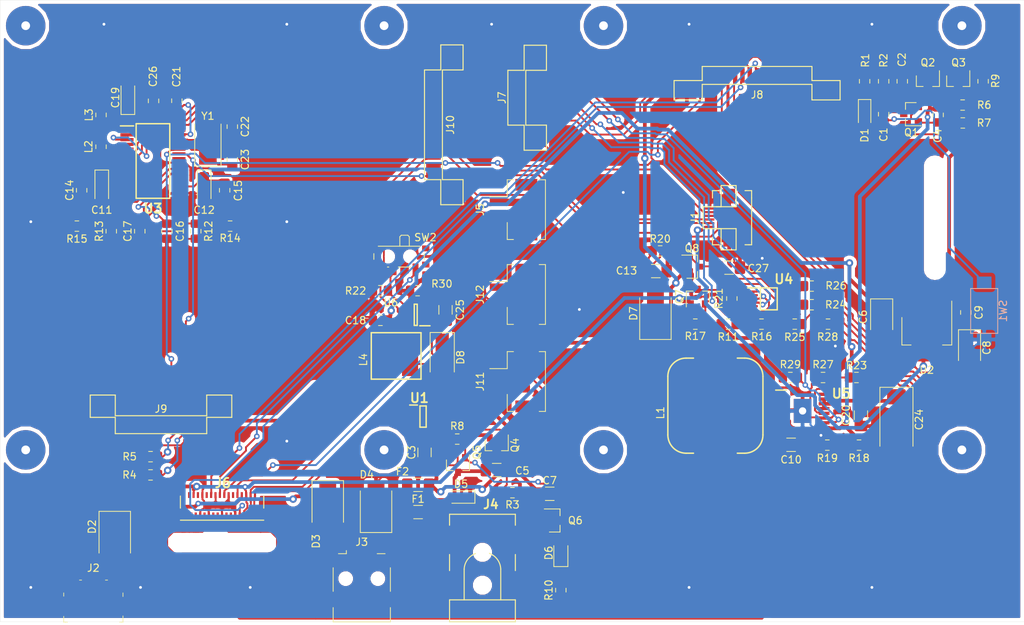
<source format=kicad_pcb>
(kicad_pcb (version 20171130) (host pcbnew 5.0.1-33cea8e~66~ubuntu18.04.1)
  (title_block (title "AA-PI Main Board") (date 2018-10-10) (rev 02) (company ORPALTECH) (comment 4 "Author: Sergey Suloev"))
  (layers (0 F.Cu signal) (31 B.Cu signal) (34 B.Paste user) (35 F.Paste user) (36 B.SilkS user) (37 F.SilkS user) (38 B.Mask user) (39 F.Mask user) (44 Edge.Cuts user))
  (net 0 "")
  (net 1 "Net-(C1-Pad2)")
  (net 2 "Net-(C1-Pad1)")
  (net 3 V_SW)
  (net 4 GND)
  (net 5 "Net-(C4-Pad2)")
  (net 6 V_LOAD)
  (net 7 "Net-(C5-Pad2)")
  (net 8 +5V)
  (net 9 V_IN)
  (net 10 +3V3)
  (net 11 "Net-(C11-Pad1)")
  (net 12 "Net-(C12-Pad1)")
  (net 13 "Net-(C16-Pad1)")
  (net 14 "Net-(C17-Pad1)")
  (net 15 "Net-(C19-Pad1)")
  (net 16 "Net-(C22-Pad1)")
  (net 17 "Net-(C23-Pad1)")
  (net 18 LED-A)
  (net 19 "Net-(C27-Pad1)")
  (net 20 "Net-(D1-Pad2)")
  (net 21 "Net-(D6-Pad1)")
  (net 22 "Net-(D6-Pad2)")
  (net 23 "Net-(D8-Pad2)")
  (net 24 LCD_RESET)
  (net 25 CTP_INT)
  (net 26 I2C_SDA)
  (net 27 I2C_SCL)
  (net 28 "Net-(J2-Pad3)")
  (net 29 "Net-(J2-Pad2)")
  (net 30 "Net-(J2-Pad4)")
  (net 31 "Net-(J3-Pad2)")
  (net 32 "Net-(J3-Pad3)")
  (net 33 "Net-(J3-Pad4)")
  (net 34 "Net-(J6-Pad2)")
  (net 35 "Net-(J6-Pad3)")
  (net 36 TE_OUT)
  (net 37 "Net-(J6-Pad6)")
  (net 38 "Net-(J6-Pad9)")
  (net 39 "Net-(J6-Pad10)")
  (net 40 DSI_D0_N)
  (net 41 DSI_D0_P)
  (net 42 DSI_CLK_N)
  (net 43 DSI_CLK_P)
  (net 44 DSI_D1_N)
  (net 45 DSI_D1_P)
  (net 46 "Net-(J6-Pad21)")
  (net 47 "Net-(J6-Pad22)")
  (net 48 PWM_CABC)
  (net 49 LED-K)
  (net 50 SHDN_CTRL)
  (net 51 CHRG_PG)
  (net 52 CHRG_STAT1)
  (net 53 CHRG_STAT2)
  (net 54 LOW_BATT)
  (net 55 "Net-(J8-Pad11)")
  (net 56 "Net-(J8-Pad12)")
  (net 57 "Net-(J8-Pad14)")
  (net 58 "Net-(J8-Pad15)")
  (net 59 "Net-(J9-Pad5)")
  (net 60 "Net-(J9-Pad6)")
  (net 61 "Net-(J9-Pad7)")
  (net 62 OUT_VV)
  (net 63 OUT_VI)
  (net 64 PWM_MCU)
  (net 65 "Net-(J10-Pad7)")
  (net 66 "Net-(J10-Pad8)")
  (net 67 I2S_BCLK)
  (net 68 I2S_LRCK)
  (net 69 I2S_DIN)
  (net 70 "Net-(J11-Pad1)")
  (net 71 "Net-(L1-Pad2)")
  (net 72 "Net-(Q4-Pad1)")
  (net 73 "Net-(Q5-Pad1)")
  (net 74 "Net-(Q7-Pad3)")
  (net 75 "Net-(R18-Pad1)")
  (net 76 "Net-(R22-Pad1)")
  (net 77 "Net-(R23-Pad1)")
  (net 78 "Net-(R24-Pad1)")
  (net 79 "Net-(R24-Pad2)")
  (net 80 "Net-(R26-Pad1)")
  (net 81 "Net-(U3-Pad2)")
  (net 82 "Net-(U3-Pad4)")
  (net 83 "Net-(U3-Pad5)")
  (net 84 "Net-(U3-Pad8)")
  (net 85 "Net-(U3-Pad9)")
  (net 86 "Net-(U3-Pad10)")
  (net 87 "Net-(U3-Pad11)")
  (net 88 "Net-(U3-Pad12)")
  (net 89 "Net-(U3-Pad13)")
  (net 90 "Net-(U3-Pad17)")
  (net 91 "Net-(U3-Pad18)")
  (net 92 "Net-(U5-Pad16)")
  (net 93 /V_WALL)
  (net 94 /V_USB2)
  (net 95 /V_USB1)
  (net 96 /V_USB)
  (net 97 /V_SUPPLY)
  (net 98 /V_F2)
  (module AA-PI-Footprints:SOT95P270X145-5N (layer F.Cu) (at 107.628 97.728 180)
    (fp_text reference U6 (at 3.408 1.658 180) (layer F.SilkS))
    (fp_text value FAN5333BSX hide)
    (pad 5 smd rect (at 1.25 -0.95 270) (size 0.6 1.4) (layers F.Cu F.Paste F.Mask) (net 8 +5V))
    (pad 4 smd rect (at 1.25 0.95 270) (size 0.6 1.4) (layers F.Cu F.Paste F.Mask) (net 76 "Net-(R22-Pad1)"))
    (pad 3 smd rect (at -1.25 0.95 270) (size 0.6 1.4) (layers F.Cu F.Paste F.Mask) (net 49 LED-K))
    (pad 2 smd rect (at -1.25 0 270) (size 0.6 1.4) (layers F.Cu F.Paste F.Mask) (net 4 GND))
    (pad 1 smd rect (at -1.25 -0.95 270) (size 0.6 1.4) (layers F.Cu F.Paste F.Mask) (net 23 "Net-(D8-Pad2)"))
  )
  (module AA-PI-Footprints:C_0805_2012Metric_Pad1.15x1.40mm_HandSolder (layer F.Cu) (at 82.55 76.5 90)
    (fp_text reference C23 (at 0 1.75 90) (layer F.SilkS))
    (fp_text value 22p hide)
    (pad 1 smd roundrect (at -1.025 0 90) (size 1.15 1.4) (layers F.Cu F.Paste F.Mask) (roundrect_rratio 0.217391) (net 17 "Net-(C23-Pad1)"))
    (pad 2 smd roundrect (at 1.025 0 90) (size 1.15 1.4) (layers F.Cu F.Paste F.Mask) (roundrect_rratio 0.217391) (net 4 GND))
  )
  (module AA-PI-Footprints:SOT95P280X100-6N (layer F.Cu) (at 108.63 111.64)
    (fp_text reference U1 (at -0.508 -2.54) (layer F.SilkS) (effects (font (size 1.27 1.27) (thickness 0.254))))
    (fp_text value LTC4412 hide)
    (pad 6 smd rect (at 1.3 -0.95 90) (size 0.55 1.05) (layers F.Cu F.Paste F.Mask) (net 9 V_IN))
    (pad 5 smd rect (at 1.3 0 90) (size 0.55 1.05) (layers F.Cu F.Paste F.Mask) (net 72 "Net-(Q4-Pad1)"))
    (pad 4 smd rect (at 1.3 0.95 90) (size 0.55 1.05) (layers F.Cu F.Paste F.Mask) (net 73 "Net-(Q5-Pad1)"))
    (pad 3 smd rect (at -1.3 0.95 90) (size 0.55 1.05) (layers F.Cu F.Paste F.Mask) (net 4 GND))
    (pad 2 smd rect (at -1.3 0 90) (size 0.55 1.05) (layers F.Cu F.Paste F.Mask) (net 4 GND))
    (pad 1 smd rect (at -1.3 -0.95 90) (size 0.55 1.05) (layers F.Cu F.Paste F.Mask) (net 96 /V_USB))
  )
  (module AA-PI-Footprints:SOP65P780X200-28N (layer F.Cu) (at 71.7 76.7)
    (fp_text reference U3 (at 0 6.5) (layer F.SilkS) (effects (font (size 1.27 1.27) (thickness 0.254))))
    (fp_text value WM8731 hide)
    (pad 28 smd rect (at 3.55 -4.225 90) (size 0.45 1.8) (layers F.Cu F.Paste F.Mask) (net 4 GND))
    (pad 27 smd rect (at 3.55 -3.575 90) (size 0.45 1.8) (layers F.Cu F.Paste F.Mask) (net 15 "Net-(C19-Pad1)"))
    (pad 26 smd rect (at 3.55 -2.925 90) (size 0.45 1.8) (layers F.Cu F.Paste F.Mask) (net 16 "Net-(C22-Pad1)"))
    (pad 25 smd rect (at 3.55 -2.275 90) (size 0.45 1.8) (layers F.Cu F.Paste F.Mask) (net 17 "Net-(C23-Pad1)"))
    (pad 24 smd rect (at 3.55 -1.625 90) (size 0.45 1.8) (layers F.Cu F.Paste F.Mask) (net 27 I2C_SCL))
    (pad 23 smd rect (at 3.55 -0.975 90) (size 0.45 1.8) (layers F.Cu F.Paste F.Mask) (net 26 I2C_SDA))
    (pad 22 smd rect (at 3.55 -0.325 90) (size 0.45 1.8) (layers F.Cu F.Paste F.Mask) (net 4 GND))
    (pad 21 smd rect (at 3.55 0.325 90) (size 0.45 1.8) (layers F.Cu F.Paste F.Mask) (net 4 GND))
    (pad 20 smd rect (at 3.55 0.975 90) (size 0.45 1.8) (layers F.Cu F.Paste F.Mask) (net 13 "Net-(C16-Pad1)"))
    (pad 19 smd rect (at 3.55 1.625 90) (size 0.45 1.8) (layers F.Cu F.Paste F.Mask) (net 14 "Net-(C17-Pad1)"))
    (pad 18 smd rect (at 3.55 2.275 90) (size 0.45 1.8) (layers F.Cu F.Paste F.Mask) (net 91 "Net-(U3-Pad18)"))
    (pad 17 smd rect (at 3.55 2.925 90) (size 0.45 1.8) (layers F.Cu F.Paste F.Mask) (net 90 "Net-(U3-Pad17)"))
    (pad 16 smd rect (at 3.55 3.575 90) (size 0.45 1.8) (layers F.Cu F.Paste F.Mask) (net 12 "Net-(C12-Pad1)"))
    (pad 15 smd rect (at 3.55 4.225 90) (size 0.45 1.8) (layers F.Cu F.Paste F.Mask) (net 4 GND))
    (pad 14 smd rect (at -3.55 4.225 90) (size 0.45 1.8) (layers F.Cu F.Paste F.Mask) (net 11 "Net-(C11-Pad1)"))
    (pad 13 smd rect (at -3.55 3.575 90) (size 0.45 1.8) (layers F.Cu F.Paste F.Mask) (net 89 "Net-(U3-Pad13)"))
    (pad 12 smd rect (at -3.55 2.925 90) (size 0.45 1.8) (layers F.Cu F.Paste F.Mask) (net 88 "Net-(U3-Pad12)"))
    (pad 11 smd rect (at -3.55 2.275 90) (size 0.45 1.8) (layers F.Cu F.Paste F.Mask) (net 87 "Net-(U3-Pad11)"))
    (pad 10 smd rect (at -3.55 1.625 90) (size 0.45 1.8) (layers F.Cu F.Paste F.Mask) (net 86 "Net-(U3-Pad10)"))
    (pad 9 smd rect (at -3.55 0.975 90) (size 0.45 1.8) (layers F.Cu F.Paste F.Mask) (net 85 "Net-(U3-Pad9)"))
    (pad 8 smd rect (at -3.55 0.325 90) (size 0.45 1.8) (layers F.Cu F.Paste F.Mask) (net 84 "Net-(U3-Pad8)"))
    (pad 7 smd rect (at -3.55 -0.325 90) (size 0.45 1.8) (layers F.Cu F.Paste F.Mask) (net 68 I2S_LRCK))
    (pad 6 smd rect (at -3.55 -0.975 90) (size 0.45 1.8) (layers F.Cu F.Paste F.Mask) (net 69 I2S_DIN))
    (pad 5 smd rect (at -3.55 -1.625 90) (size 0.45 1.8) (layers F.Cu F.Paste F.Mask) (net 83 "Net-(U3-Pad5)"))
    (pad 4 smd rect (at -3.55 -2.275 90) (size 0.45 1.8) (layers F.Cu F.Paste F.Mask) (net 82 "Net-(U3-Pad4)"))
    (pad 3 smd rect (at -3.55 -2.925 90) (size 0.45 1.8) (layers F.Cu F.Paste F.Mask) (net 67 I2S_BCLK))
    (pad 2 smd rect (at -3.55 -3.575 90) (size 0.45 1.8) (layers F.Cu F.Paste F.Mask) (net 81 "Net-(U3-Pad2)"))
    (pad 1 smd rect (at -3.55 -4.225 90) (size 0.45 1.8) (layers F.Cu F.Paste F.Mask) (net 15 "Net-(C19-Pad1)"))
  )
  (module AA-PI-Footprints:SOP65P640X120-17N (layer F.Cu) (at 160.52 110.872)
    (fp_text reference U5 (at 5.28 -2.372) (layer F.SilkS) (effects (font (size 1.27 1.27) (thickness 0.254))))
    (fp_text value TPS61030PWP hide)
    (pad 17 thru_hole rect (at 0 0) (size 2.41 3.29) (drill 1) (layers *.Cu *.Mask) (net 4 GND))
    (pad 16 smd rect (at 2.938 -2.275 90) (size 0.45 1.475) (layers F.Cu F.Paste F.Mask) (net 92 "Net-(U5-Pad16)"))
    (pad 15 smd rect (at 2.938 -1.625 90) (size 0.45 1.475) (layers F.Cu F.Paste F.Mask) (net 8 +5V))
    (pad 14 smd rect (at 2.938 -0.975 90) (size 0.45 1.475) (layers F.Cu F.Paste F.Mask) (net 8 +5V))
    (pad 13 smd rect (at 2.938 -0.325 90) (size 0.45 1.475) (layers F.Cu F.Paste F.Mask) (net 8 +5V))
    (pad 12 smd rect (at 2.938 0.325 90) (size 0.45 1.475) (layers F.Cu F.Paste F.Mask) (net 77 "Net-(R23-Pad1)"))
    (pad 11 smd rect (at 2.938 0.975 90) (size 0.45 1.475) (layers F.Cu F.Paste F.Mask) (net 4 GND))
    (pad 10 smd rect (at 2.938 1.625 90) (size 0.45 1.475) (layers F.Cu F.Paste F.Mask) (net 54 LOW_BATT))
    (pad 9 smd rect (at 2.938 2.275 90) (size 0.45 1.475) (layers F.Cu F.Paste F.Mask) (net 6 V_LOAD))
    (pad 8 smd rect (at -2.938 2.275 90) (size 0.45 1.475) (layers F.Cu F.Paste F.Mask) (net 4 GND))
    (pad 7 smd rect (at -2.938 1.625 90) (size 0.45 1.475) (layers F.Cu F.Paste F.Mask) (net 75 "Net-(R18-Pad1)"))
    (pad 6 smd rect (at -2.938 0.975 90) (size 0.45 1.475) (layers F.Cu F.Paste F.Mask) (net 6 V_LOAD))
    (pad 5 smd rect (at -2.938 0.325 90) (size 0.45 1.475) (layers F.Cu F.Paste F.Mask) (net 4 GND))
    (pad 4 smd rect (at -2.938 -0.325 90) (size 0.45 1.475) (layers F.Cu F.Paste F.Mask) (net 4 GND))
    (pad 3 smd rect (at -2.938 -0.975 90) (size 0.45 1.475) (layers F.Cu F.Paste F.Mask) (net 4 GND))
    (pad 2 smd rect (at -2.938 -1.625 90) (size 0.45 1.475) (layers F.Cu F.Paste F.Mask) (net 71 "Net-(L1-Pad2)"))
    (pad 1 smd rect (at -2.938 -2.275 90) (size 0.45 1.475) (layers F.Cu F.Paste F.Mask) (net 71 "Net-(L1-Pad2)"))
  )
  (module AA-PI-Footprints:DC-050-SMD-Power-Jack (layer F.Cu) (at 116.75 139.7 90)
    (fp_text reference J4 (at 15.35 -0.05) (layer F.SilkS) (effects (font (size 1.2065 1.2065) (thickness 0.254)) (justify left bottom)))
    (fp_text value "Wall adapter" hide)
    (pad 1 smd rect (at 5 -5.7 90) (size 2.8 2.4) (layers F.Cu F.Paste F.Mask) (net 93 /V_WALL))
    (pad 2 smd rect (at 5 5.7 90) (size 2.8 2.4) (layers F.Cu F.Paste F.Mask) (net 4 GND))
    (pad 4 smd rect (at 11.2 -5.7 90) (size 2.8 2.4) (layers F.Cu F.Paste F.Mask))
    (pad 3 smd rect (at 11.2 5.7 90) (size 2.8 2.4) (layers F.Cu F.Paste F.Mask) (net 4 GND))
    (pad "" np_thru_hole circle (at 5 0 90) (size 1.6 1.6) (drill 1.6) (layers *.Cu *.Mask))
    (pad "" np_thru_hole circle (at 9.5 0 90) (size 1.6 1.6) (drill 1.6) (layers *.Cu *.Mask))
  )
  (module AA-PI-Footprints:FH26W-33S-0.3SHW (layer F.Cu) (at 81.15 125.81)
    (fp_text reference J6 (at 0.112999 -5.08) (layer F.SilkS) (effects (font (size 1.27 1.27) (thickness 0.254))))
    (fp_text value "LCD Interface" hide)
    (pad SH1 smd rect (at -5.53 -0.8375) (size 0.6 1) (layers F.Cu F.Paste F.Mask) (net 4 GND))
    (pad SH2 smd rect (at 5.53 -0.838) (size 0.6 1) (layers F.Cu F.Paste F.Mask) (net 4 GND))
    (pad 33 smd rect (at 4.8 -0.5625) (size 0.3 1) (layers F.Cu F.Paste F.Mask) (net 4 GND))
    (pad 32 smd rect (at 4.5 -3.4375) (size 0.3 0.8) (layers F.Cu F.Paste F.Mask) (net 18 LED-A))
    (pad 31 smd rect (at 4.2 -0.5625) (size 0.3 1) (layers F.Cu F.Paste F.Mask) (net 18 LED-A))
    (pad 30 smd rect (at 3.9 -3.4375) (size 0.3 0.8) (layers F.Cu F.Paste F.Mask) (net 49 LED-K))
    (pad 29 smd rect (at 3.6 -0.5625) (size 0.3 1) (layers F.Cu F.Paste F.Mask) (net 49 LED-K))
    (pad 28 smd rect (at 3.3 -3.4375) (size 0.3 0.8) (layers F.Cu F.Paste F.Mask) (net 10 +3V3))
    (pad 27 smd rect (at 3 -0.5625) (size 0.3 1) (layers F.Cu F.Paste F.Mask) (net 10 +3V3))
    (pad 26 smd rect (at 2.7 -3.4375) (size 0.3 0.8) (layers F.Cu F.Paste F.Mask) (net 4 GND))
    (pad 25 smd rect (at 2.4 -0.5625) (size 0.3 1) (layers F.Cu F.Paste F.Mask) (net 48 PWM_CABC))
    (pad 24 smd rect (at 2.1 -3.4375) (size 0.3 0.8) (layers F.Cu F.Paste F.Mask) (net 24 LCD_RESET))
    (pad 23 smd rect (at 1.8 -0.5625) (size 0.3 1) (layers F.Cu F.Paste F.Mask) (net 4 GND))
    (pad 22 smd rect (at 1.5 -3.4375) (size 0.3 0.8) (layers F.Cu F.Paste F.Mask) (net 47 "Net-(J6-Pad22)"))
    (pad 21 smd rect (at 1.2 -0.5625) (size 0.3 1) (layers F.Cu F.Paste F.Mask) (net 46 "Net-(J6-Pad21)"))
    (pad 20 smd rect (at 0.9 -3.4375) (size 0.3 0.8) (layers F.Cu F.Paste F.Mask) (net 4 GND))
    (pad 19 smd rect (at 0.6 -0.5625) (size 0.3 1) (layers F.Cu F.Paste F.Mask) (net 45 DSI_D1_P))
    (pad 18 smd rect (at 0.3 -3.4375) (size 0.3 0.8) (layers F.Cu F.Paste F.Mask) (net 44 DSI_D1_N))
    (pad 17 smd rect (at 0 -0.5625) (size 0.3 1) (layers F.Cu F.Paste F.Mask) (net 4 GND))
    (pad 16 smd rect (at -0.3 -3.4375) (size 0.3 0.8) (layers F.Cu F.Paste F.Mask) (net 43 DSI_CLK_P))
    (pad 15 smd rect (at -0.6 -0.5625) (size 0.3 1) (layers F.Cu F.Paste F.Mask) (net 42 DSI_CLK_N))
    (pad 14 smd rect (at -0.9 -3.4375) (size 0.3 0.8) (layers F.Cu F.Paste F.Mask) (net 4 GND))
    (pad 13 smd rect (at -1.2 -0.5625) (size 0.3 1) (layers F.Cu F.Paste F.Mask) (net 41 DSI_D0_P))
    (pad 12 smd rect (at -1.5 -3.4375) (size 0.3 0.8) (layers F.Cu F.Paste F.Mask) (net 40 DSI_D0_N))
    (pad 11 smd rect (at -1.8 -0.5625) (size 0.3 1) (layers F.Cu F.Paste F.Mask) (net 4 GND))
    (pad 10 smd rect (at -2.1 -3.4375) (size 0.3 0.8) (layers F.Cu F.Paste F.Mask) (net 39 "Net-(J6-Pad10)"))
    (pad 9 smd rect (at -2.4 -0.5625) (size 0.3 1) (layers F.Cu F.Paste F.Mask) (net 38 "Net-(J6-Pad9)"))
    (pad 8 smd rect (at -2.7 -3.4375) (size 0.3 0.8) (layers F.Cu F.Paste F.Mask) (net 4 GND))
    (pad 7 smd rect (at -3 -0.5625) (size 0.3 1) (layers F.Cu F.Paste F.Mask) (net 4 GND))
    (pad 6 smd rect (at -3.3 -3.4375) (size 0.3 0.8) (layers F.Cu F.Paste F.Mask) (net 37 "Net-(J6-Pad6)"))
    (pad 5 smd rect (at -3.6 -0.5625) (size 0.3 1) (layers F.Cu F.Paste F.Mask) (net 36 TE_OUT))
    (pad 4 smd rect (at -3.9 -3.4375) (size 0.3 0.8) (layers F.Cu F.Paste F.Mask) (net 10 +3V3))
    (pad 3 smd rect (at -4.2 -0.5625) (size 0.3 1) (layers F.Cu F.Paste F.Mask) (net 35 "Net-(J6-Pad3)"))
    (pad 2 smd rect (at -4.5 -3.4375) (size 0.3 0.8) (layers F.Cu F.Paste F.Mask) (net 34 "Net-(J6-Pad2)"))
    (pad 1 smd rect (at -4.8 -0.5625) (size 0.3 1) (layers F.Cu F.Paste F.Mask) (net 4 GND))
  )
  (module AA-PI-Footprints:LCD-0.3-33P-CABLE-HOLE (layer F.Cu) (at 81.15 128.81)
    (fp_text reference HOLE2 hide)
    (fp_text value LCD-0.3-33P-CABLE-HOLE hide)
    (pad "" np_thru_hole oval (at 0 0) (size 14 1.8) (drill oval 14 1.8) (layers *.Cu *.Mask))
  )
  (module AA-PI-Footprints:PCB-Standoff-Spacer-SMD-M3 (layer F.Cu) (at 103.3 116.2)
    (fp_text reference SS8 hide)
    (fp_text value PCB-Standoff-Spacer-SMD-M3 hide)
    (pad 1 thru_hole circle (at 0 0) (size 5.4 5.4) (drill 1.2) (layers *.Cu *.Mask))
  )
  (module AA-PI-Footprints:PCB-Standoff-Spacer-SMD-M3 (layer F.Cu) (at 54.3 116.2)
    (fp_text reference SS7 hide)
    (fp_text value PCB-Standoff-Spacer-SMD-M3 hide)
    (pad 1 thru_hole circle (at 0 0) (size 5.4 5.4) (drill 1.2) (layers *.Cu *.Mask))
  )
  (module AA-PI-Footprints:PCB-Standoff-Spacer-SMD-M3 (layer F.Cu) (at 103.3 58.2)
    (fp_text reference SS6 hide)
    (fp_text value PCB-Standoff-Spacer-SMD-M3 hide)
    (pad 1 thru_hole circle (at 0 0) (size 5.4 5.4) (drill 1.2) (layers *.Cu *.Mask))
  )
  (module AA-PI-Footprints:PCB-Standoff-Spacer-SMD-M3 (layer F.Cu) (at 54.3 58.2)
    (fp_text reference SS5 hide)
    (fp_text value PCB-Standoff-Spacer-SMD-M3 hide)
    (pad 1 thru_hole circle (at 0 0) (size 5.4 5.4) (drill 1.2) (layers *.Cu *.Mask))
  )
  (module AA-PI-Footprints:PCB-Standoff-Spacer-SMD-M3 (layer F.Cu) (at 182.3 116.2)
    (fp_text reference SS4 hide)
    (fp_text value PCB-Standoff-Spacer-SMD-M3 hide)
    (pad 1 thru_hole circle (at 0 0) (size 5.4 5.4) (drill 1.2) (layers *.Cu *.Mask))
  )
  (module AA-PI-Footprints:PCB-Standoff-Spacer-SMD-M3 (layer F.Cu) (at 133.3 116.2)
    (fp_text reference SS3 hide)
    (fp_text value PCB-Standoff-Spacer-SMD-M3 hide)
    (pad 1 thru_hole circle (at 0 0) (size 5.4 5.4) (drill 1.2) (layers *.Cu *.Mask))
  )
  (module AA-PI-Footprints:PCB-Standoff-Spacer-SMD-M3 (layer F.Cu) (at 133.3 58.2)
    (fp_text reference SS1 hide)
    (fp_text value PCB-Standoff-Spacer-SMD-M3 hide)
    (pad 1 thru_hole circle (at 0 0) (size 5.4 5.4) (drill 1.2) (layers *.Cu *.Mask))
  )
  (module AA-PI-Footprints:PCB-Standoff-Spacer-SMD-M3 (layer F.Cu) (at 182.3 58.2)
    (fp_text reference SS2 hide)
    (fp_text value PCB-Standoff-Spacer-SMD-M3 hide)
    (pad 1 thru_hole circle (at 0 0) (size 5.4 5.4) (drill 1.2) (layers *.Cu *.Mask))
  )
  (module AA-PI-Footprints:FPC-0.5-1-6P_Clamshell_Bottom (layer F.Cu) (at 147.8 84.45 90)
    (fp_text reference J1 (at 0 -2 90) (layer F.SilkS))
    (fp_text value "CTP Interface")
    (pad SH smd rect (at 2.95 2.68 90) (size 2 1.6) (layers F.Cu F.Paste F.Mask) (net 4 GND))
    (pad SH smd rect (at -2.95 2.68 90) (size 2 1.6) (layers F.Cu F.Paste F.Mask) (net 4 GND))
    (pad 6 smd rect (at 1.25 0 90) (size 0.3 1.3) (layers F.Cu F.Paste F.Mask) (net 4 GND))
    (pad 5 smd rect (at 0.75 0 90) (size 0.3 1.3) (layers F.Cu F.Paste F.Mask) (net 27 I2C_SCL))
    (pad 4 smd rect (at 0.25 0 90) (size 0.3 1.3) (layers F.Cu F.Paste F.Mask) (net 26 I2C_SDA))
    (pad 3 smd rect (at -0.25 0 90) (size 0.3 1.3) (layers F.Cu F.Paste F.Mask) (net 25 CTP_INT))
    (pad 2 smd rect (at -0.75 0 90) (size 0.3 1.3) (layers F.Cu F.Paste F.Mask) (net 24 LCD_RESET))
    (pad 1 smd rect (at -1.25 0 90) (size 0.3 1.3) (layers F.Cu F.Paste F.Mask) (net 10 +3V3))
  )
  (module AA-PI-Footprints:C_0805_2012Metric_Pad1.15x1.40mm_HandSolder (layer F.Cu) (at 171.6 70.3 90)
    (fp_text reference C1 (at -2.8 0 90) (layer F.SilkS))
    (fp_text value 1u hide)
    (pad 2 smd roundrect (at 1.025 0 90) (size 1.15 1.4) (layers F.Cu F.Paste F.Mask) (roundrect_rratio 0.217391) (net 1 "Net-(C1-Pad2)"))
    (pad 1 smd roundrect (at -1.025 0 90) (size 1.15 1.4) (layers F.Cu F.Paste F.Mask) (roundrect_rratio 0.217391) (net 2 "Net-(C1-Pad1)"))
  )
  (module AA-PI-Footprints:C_0805_2012Metric_Pad1.15x1.40mm_HandSolder (layer F.Cu) (at 174.15 65.8 270)
    (fp_text reference C2 (at -2.95 0.05 270) (layer F.SilkS))
    (fp_text value 100n hide)
    (pad 1 smd roundrect (at -1.025 0 270) (size 1.15 1.4) (layers F.Cu F.Paste F.Mask) (roundrect_rratio 0.217391) (net 3 V_SW))
    (pad 2 smd roundrect (at 1.025 0 270) (size 1.15 1.4) (layers F.Cu F.Paste F.Mask) (roundrect_rratio 0.217391) (net 1 "Net-(C1-Pad2)"))
  )
  (module AA-PI-Footprints:C_1206_3216Metric_Pad1.42x1.75mm_HandSolder (layer F.Cu) (at 108.83 116.54 270)
    (fp_text reference C3 (at 0 1.778 270) (layer F.SilkS))
    (fp_text value 4.7u hide)
    (pad 1 smd roundrect (at -1.4875 0 270) (size 1.425 1.75) (layers F.Cu F.Paste F.Mask) (roundrect_rratio 0.175439) (net 96 /V_USB))
    (pad 2 smd roundrect (at 1.4875 0 270) (size 1.425 1.75) (layers F.Cu F.Paste F.Mask) (roundrect_rratio 0.175439) (net 4 GND))
  )
  (module AA-PI-Footprints:C_0805_2012Metric_Pad1.15x1.40mm_HandSolder (layer F.Cu) (at 179.05 70.4 270)
    (fp_text reference C4 (at 2.85 0.05 270) (layer F.SilkS))
    (fp_text value 10u hide)
    (pad 2 smd roundrect (at 1.025 0 270) (size 1.15 1.4) (layers F.Cu F.Paste F.Mask) (roundrect_rratio 0.217391) (net 5 "Net-(C4-Pad2)"))
    (pad 1 smd roundrect (at -1.025 0 270) (size 1.15 1.4) (layers F.Cu F.Paste F.Mask) (roundrect_rratio 0.217391) (net 6 V_LOAD))
  )
  (module AA-PI-Footprints:C_1206_3216Metric_Pad1.42x1.75mm_HandSolder (layer F.Cu) (at 118.7 118.95)
    (fp_text reference C5 (at 3.5 0.1) (layer F.SilkS))
    (fp_text value 22u hide)
    (pad 1 smd roundrect (at -1.4875 0) (size 1.425 1.75) (layers F.Cu F.Paste F.Mask) (roundrect_rratio 0.175439) (net 97 /V_SUPPLY))
    (pad 2 smd roundrect (at 1.4875 0) (size 1.425 1.75) (layers F.Cu F.Paste F.Mask) (roundrect_rratio 0.175439) (net 7 "Net-(C5-Pad2)"))
  )
  (module AA-PI-Footprints:CP_EIA-3528-21_Kemet-B (layer F.Cu) (at 171.33 98.01 270)
    (fp_text reference C6 (at 0 2.54 270) (layer F.SilkS))
    (fp_text value 10u hide)
    (pad 1 smd roundrect (at -1.5375 0 270) (size 1.325 2.35) (layers F.Cu F.Paste F.Mask) (roundrect_rratio 0.188679) (net 8 +5V))
    (pad 2 smd roundrect (at 1.5375 0 270) (size 1.325 2.35) (layers F.Cu F.Paste F.Mask) (roundrect_rratio 0.188679) (net 4 GND))
  )
  (module AA-PI-Footprints:C_1206_3216Metric_Pad1.42x1.75mm_HandSolder (layer F.Cu) (at 125.95 122.2)
    (fp_text reference C7 (at 0 -1.82) (layer F.SilkS))
    (fp_text value 4.7u hide)
    (pad 1 smd roundrect (at -1.4875 0) (size 1.425 1.75) (layers F.Cu F.Paste F.Mask) (roundrect_rratio 0.175439) (net 9 V_IN))
    (pad 2 smd roundrect (at 1.4875 0) (size 1.425 1.75) (layers F.Cu F.Paste F.Mask) (roundrect_rratio 0.175439) (net 4 GND))
  )
  (module AA-PI-Footprints:CP_EIA-3528-21_Kemet-B (layer F.Cu) (at 183.346 102.232 270)
    (fp_text reference C8 (at 0 -2.35 270) (layer F.SilkS))
    (fp_text value 47u hide)
    (pad 2 smd roundrect (at 1.5375 0 270) (size 1.325 2.35) (layers F.Cu F.Paste F.Mask) (roundrect_rratio 0.188679) (net 4 GND))
    (pad 1 smd roundrect (at -1.5375 0 270) (size 1.325 2.35) (layers F.Cu F.Paste F.Mask) (roundrect_rratio 0.188679) (net 10 +3V3))
  )
  (module AA-PI-Footprints:C_0805_2012Metric_Pad1.15x1.40mm_HandSolder (layer F.Cu) (at 182.838 97.406 90)
    (fp_text reference C9 (at 0 1.778 90) (layer F.SilkS))
    (fp_text value 100n hide)
    (pad 2 smd roundrect (at 1.025 0 90) (size 1.15 1.4) (layers F.Cu F.Paste F.Mask) (roundrect_rratio 0.217391) (net 4 GND))
    (pad 1 smd roundrect (at -1.025 0 90) (size 1.15 1.4) (layers F.Cu F.Paste F.Mask) (roundrect_rratio 0.217391) (net 10 +3V3))
  )
  (module AA-PI-Footprints:C_1206_3216Metric_Pad1.42x1.75mm_HandSolder (layer F.Cu) (at 158.95 115.5)
    (fp_text reference C10 (at 0 2.032) (layer F.SilkS))
    (fp_text value 10u hide)
    (pad 2 smd roundrect (at 1.4875 0) (size 1.425 1.75) (layers F.Cu F.Paste F.Mask) (roundrect_rratio 0.175439) (net 4 GND))
    (pad 1 smd roundrect (at -1.4875 0) (size 1.425 1.75) (layers F.Cu F.Paste F.Mask) (roundrect_rratio 0.175439) (net 6 V_LOAD))
  )
  (module AA-PI-Footprints:CP_EIA-3216-18_Kemet-A (layer F.Cu) (at 64.7 80.25 270)
    (fp_text reference C11 (at 3.15 0 180) (layer F.SilkS))
    (fp_text value 10u hide)
    (pad 1 smd roundrect (at -1.35 0 270) (size 1.4 1.35) (layers F.Cu F.Paste F.Mask) (roundrect_rratio 0.185185) (net 11 "Net-(C11-Pad1)"))
    (pad 2 smd roundrect (at 1.35 0 270) (size 1.4 1.35) (layers F.Cu F.Paste F.Mask) (roundrect_rratio 0.185185) (net 4 GND))
  )
  (module AA-PI-Footprints:CP_EIA-3216-18_Kemet-A (layer F.Cu) (at 78.7 80.25 270)
    (fp_text reference C12 (at 3.15 0 180) (layer F.SilkS))
    (fp_text value 10u hide)
    (pad 2 smd roundrect (at 1.35 0 270) (size 1.4 1.35) (layers F.Cu F.Paste F.Mask) (roundrect_rratio 0.185185) (net 4 GND))
    (pad 1 smd roundrect (at -1.35 0 270) (size 1.4 1.35) (layers F.Cu F.Paste F.Mask) (roundrect_rratio 0.185185) (net 12 "Net-(C12-Pad1)"))
  )
  (module AA-PI-Footprints:C_1206_3216Metric_Pad1.42x1.75mm_HandSolder (layer F.Cu) (at 140.45 91.75)
    (fp_text reference C13 (at -4 -0.05) (layer F.SilkS))
    (fp_text value 4.7u hide)
    (pad 1 smd roundrect (at -1.4875 0) (size 1.425 1.75) (layers F.Cu F.Paste F.Mask) (roundrect_rratio 0.175439) (net 4 GND))
    (pad 2 smd roundrect (at 1.4875 0) (size 1.425 1.75) (layers F.Cu F.Paste F.Mask) (roundrect_rratio 0.175439) (net 9 V_IN))
  )
  (module AA-PI-Footprints:C_0805_2012Metric_Pad1.15x1.40mm_HandSolder (layer F.Cu) (at 61.95 80.7 270)
    (fp_text reference C14 (at 0 1.65 270) (layer F.SilkS))
    (fp_text value 100n hide)
    (pad 2 smd roundrect (at 1.025 0 270) (size 1.15 1.4) (layers F.Cu F.Paste F.Mask) (roundrect_rratio 0.217391) (net 4 GND))
    (pad 1 smd roundrect (at -1.025 0 270) (size 1.15 1.4) (layers F.Cu F.Paste F.Mask) (roundrect_rratio 0.217391) (net 11 "Net-(C11-Pad1)"))
  )
  (module AA-PI-Footprints:C_0805_2012Metric_Pad1.15x1.40mm_HandSolder (layer F.Cu) (at 81.5 80.7 90)
    (fp_text reference C15 (at -0.05 1.85 90) (layer F.SilkS))
    (fp_text value 100n hide)
    (pad 1 smd roundrect (at -1.025 0 90) (size 1.15 1.4) (layers F.Cu F.Paste F.Mask) (roundrect_rratio 0.217391) (net 4 GND))
    (pad 2 smd roundrect (at 1.025 0 90) (size 1.15 1.4) (layers F.Cu F.Paste F.Mask) (roundrect_rratio 0.217391) (net 12 "Net-(C12-Pad1)"))
  )
  (module AA-PI-Footprints:C_0805_2012Metric_Pad1.15x1.40mm_HandSolder (layer F.Cu) (at 73.6 86.3 270)
    (fp_text reference C16 (at 0 -1.8 270) (layer F.SilkS))
    (fp_text value 10n hide)
    (pad 2 smd roundrect (at 1.025 0 270) (size 1.15 1.4) (layers F.Cu F.Paste F.Mask) (roundrect_rratio 0.217391) (net 4 GND))
    (pad 1 smd roundrect (at -1.025 0 270) (size 1.15 1.4) (layers F.Cu F.Paste F.Mask) (roundrect_rratio 0.217391) (net 13 "Net-(C16-Pad1)"))
  )
  (module AA-PI-Footprints:C_0805_2012Metric_Pad1.15x1.40mm_HandSolder (layer F.Cu) (at 69.9 86.3 270)
    (fp_text reference C17 (at 0 1.65 270) (layer F.SilkS))
    (fp_text value 10n hide)
    (pad 1 smd roundrect (at -1.025 0 270) (size 1.15 1.4) (layers F.Cu F.Paste F.Mask) (roundrect_rratio 0.217391) (net 14 "Net-(C17-Pad1)"))
    (pad 2 smd roundrect (at 1.025 0 270) (size 1.15 1.4) (layers F.Cu F.Paste F.Mask) (roundrect_rratio 0.217391) (net 4 GND))
  )
  (module AA-PI-Footprints:C_0805_2012Metric_Pad1.15x1.40mm_HandSolder (layer F.Cu) (at 102.802 98.49 180)
    (fp_text reference C18 (at 3.402 -0.01 180) (layer F.SilkS))
    (fp_text value 10u hide)
    (pad 1 smd roundrect (at -1.025 0 180) (size 1.15 1.4) (layers F.Cu F.Paste F.Mask) (roundrect_rratio 0.217391) (net 8 +5V))
    (pad 2 smd roundrect (at 1.025 0 180) (size 1.15 1.4) (layers F.Cu F.Paste F.Mask) (roundrect_rratio 0.217391) (net 4 GND))
  )
  (module AA-PI-Footprints:CP_EIA-3216-18_Kemet-A (layer F.Cu) (at 68.27 68.03 90)
    (fp_text reference C19 (at 0 -1.7 90) (layer F.SilkS))
    (fp_text value 10u hide)
    (pad 1 smd roundrect (at -1.35 0 90) (size 1.4 1.35) (layers F.Cu F.Paste F.Mask) (roundrect_rratio 0.185185) (net 15 "Net-(C19-Pad1)"))
    (pad 2 smd roundrect (at 1.35 0 90) (size 1.4 1.35) (layers F.Cu F.Paste F.Mask) (roundrect_rratio 0.185185) (net 4 GND))
  )
  (module AA-PI-Footprints:C_1206_3216Metric_Pad1.42x1.75mm_HandSolder (layer F.Cu) (at 168.5 111.45 270)
    (fp_text reference C20 (at 0 2.032 270) (layer F.SilkS))
    (fp_text value 2.2u hide)
    (pad 2 smd roundrect (at 1.4875 0 270) (size 1.425 1.75) (layers F.Cu F.Paste F.Mask) (roundrect_rratio 0.175439) (net 4 GND))
    (pad 1 smd roundrect (at -1.4875 0 270) (size 1.425 1.75) (layers F.Cu F.Paste F.Mask) (roundrect_rratio 0.175439) (net 8 +5V))
  )
  (module AA-PI-Footprints:C_0805_2012Metric_Pad1.15x1.40mm_HandSolder (layer F.Cu) (at 74.97 68.46 90)
    (fp_text reference C21 (at 3.29 -0.05 90) (layer F.SilkS))
    (fp_text value 100n hide)
    (pad 1 smd roundrect (at -1.025 0 90) (size 1.15 1.4) (layers F.Cu F.Paste F.Mask) (roundrect_rratio 0.217391) (net 15 "Net-(C19-Pad1)"))
    (pad 2 smd roundrect (at 1.025 0 90) (size 1.15 1.4) (layers F.Cu F.Paste F.Mask) (roundrect_rratio 0.217391) (net 4 GND))
  )
  (module AA-PI-Footprints:C_0805_2012Metric_Pad1.15x1.40mm_HandSolder (layer F.Cu) (at 82.55 72 270)
    (fp_text reference C22 (at 0 -1.75 270) (layer F.SilkS))
    (fp_text value 22p hide)
    (pad 2 smd roundrect (at 1.025 0 270) (size 1.15 1.4) (layers F.Cu F.Paste F.Mask) (roundrect_rratio 0.217391) (net 4 GND))
    (pad 1 smd roundrect (at -1.025 0 270) (size 1.15 1.4) (layers F.Cu F.Paste F.Mask) (roundrect_rratio 0.217391) (net 16 "Net-(C22-Pad1)"))
  )
  (module AA-PI-Footprints:CP_EIA-7343-31_Kemet-D (layer F.Cu) (at 173.35 112.05 270)
    (fp_text reference C24 (at 0 -3.1 270) (layer F.SilkS))
    (fp_text value 470u hide)
    (pad 1 smd roundrect (at -3.1125 0 270) (size 2.075 2.55) (layers F.Cu F.Paste F.Mask) (roundrect_rratio 0.120482) (net 8 +5V))
    (pad 2 smd roundrect (at 3.1125 0 270) (size 2.075 2.55) (layers F.Cu F.Paste F.Mask) (roundrect_rratio 0.120482) (net 4 GND))
  )
  (module AA-PI-Footprints:C_1206_3216Metric_Pad1.42x1.75mm_HandSolder (layer F.Cu) (at 111.7 97.05 90)
    (fp_text reference C25 (at -0.01 1.988 90) (layer F.SilkS))
    (fp_text value "1u (>30V)" hide)
    (pad 2 smd roundrect (at 1.4875 0 90) (size 1.425 1.75) (layers F.Cu F.Paste F.Mask) (roundrect_rratio 0.175439) (net 4 GND))
    (pad 1 smd roundrect (at -1.4875 0 90) (size 1.425 1.75) (layers F.Cu F.Paste F.Mask) (roundrect_rratio 0.175439) (net 18 LED-A))
  )
  (module AA-PI-Footprints:C_0805_2012Metric_Pad1.15x1.40mm_HandSolder (layer F.Cu) (at 71.78 68.48 90)
    (fp_text reference C26 (at 3.35 -0.06 90) (layer F.SilkS))
    (fp_text value 100n hide)
    (pad 1 smd roundrect (at -1.025 0 90) (size 1.15 1.4) (layers F.Cu F.Paste F.Mask) (roundrect_rratio 0.217391) (net 15 "Net-(C19-Pad1)"))
    (pad 2 smd roundrect (at 1.025 0 90) (size 1.15 1.4) (layers F.Cu F.Paste F.Mask) (roundrect_rratio 0.217391) (net 4 GND))
  )
  (module AA-PI-Footprints:C_1206_3216Metric_Pad1.42x1.75mm_HandSolder (layer F.Cu) (at 150.47 91.28)
    (fp_text reference C27 (at 4 0.1) (layer F.SilkS))
    (fp_text value 10u hide)
    (pad 2 smd roundrect (at 1.4875 0) (size 1.425 1.75) (layers F.Cu F.Paste F.Mask) (roundrect_rratio 0.175439) (net 4 GND))
    (pad 1 smd roundrect (at -1.4875 0) (size 1.425 1.75) (layers F.Cu F.Paste F.Mask) (roundrect_rratio 0.175439) (net 19 "Net-(C27-Pad1)"))
  )
  (module AA-PI-Footprints:D_SOD-323_HandSoldering (layer F.Cu) (at 169 70.2 270)
    (fp_text reference D1 (at 3 0 270) (layer F.SilkS))
    (fp_text value 1N4148 hide)
    (pad 1 smd rect (at -1.25 0 270) (size 1 1) (layers F.Cu F.Paste F.Mask) (net 2 "Net-(C1-Pad1)"))
    (pad 2 smd rect (at 1.25 0 270) (size 1 1) (layers F.Cu F.Paste F.Mask) (net 20 "Net-(D1-Pad2)"))
  )
  (module AA-PI-Footprints:D_SMB (layer F.Cu) (at 66.48 128.15 270)
    (fp_text reference D2 (at -1.45 3.1 270) (layer F.SilkS))
    (fp_text value B330B hide)
    (pad 2 smd rect (at 2.15 0 270) (size 2.5 2.3) (layers F.Cu F.Paste F.Mask) (net 95 /V_USB1))
    (pad 1 smd rect (at -2.15 0 270) (size 2.5 2.3) (layers F.Cu F.Paste F.Mask) (net 98 /V_F2))
  )
  (module AA-PI-Footprints:D_SMB (layer F.Cu) (at 95.6 123.95 270)
    (fp_text reference D3 (at 4.75 1.6 270) (layer F.SilkS))
    (fp_text value B330B hide)
    (pad 2 smd rect (at 2.15 0 270) (size 2.5 2.3) (layers F.Cu F.Paste F.Mask) (net 94 /V_USB2))
    (pad 1 smd rect (at -2.15 0 270) (size 2.5 2.3) (layers F.Cu F.Paste F.Mask) (net 98 /V_F2))
  )
  (module AA-PI-Footprints:D_SMB (layer F.Cu) (at 102.2 123.95 90)
    (fp_text reference D4 (at 4.37 -1.27) (layer F.SilkS))
    (fp_text value B330B hide)
    (pad 1 smd rect (at -2.15 0 90) (size 2.5 2.3) (layers F.Cu F.Paste F.Mask) (net 98 /V_F2))
    (pad 2 smd rect (at 2.15 0 90) (size 2.5 2.3) (layers F.Cu F.Paste F.Mask) (net 4 GND))
  )
  (module AA-PI-Footprints:D_SOD-323_HandSoldering (layer F.Cu) (at 113.816 122.64 180)
    (fp_text reference D5 (at 0 1.778 180) (layer F.SilkS))
    (fp_text value PESD5V0S1BA hide)
    (pad 2 smd rect (at 1.25 0 180) (size 1 1) (layers F.Cu F.Paste F.Mask) (net 97 /V_SUPPLY))
    (pad 1 smd rect (at -1.25 0 180) (size 1 1) (layers F.Cu F.Paste F.Mask) (net 4 GND))
  )
  (module AA-PI-Footprints:LED_0805_2012Metric_Pad1.15x1.40mm_HandSolder (layer F.Cu) (at 127.468 130.294 90)
    (fp_text reference D6 (at 0 -1.65 90) (layer F.SilkS))
    (fp_text value "Wall adapter")
    (pad 1 smd roundrect (at -1.025 0 90) (size 1.15 1.4) (layers F.Cu F.Paste F.Mask) (roundrect_rratio 0.217391) (net 21 "Net-(D6-Pad1)"))
    (pad 2 smd roundrect (at 1.025 0 90) (size 1.15 1.4) (layers F.Cu F.Paste F.Mask) (roundrect_rratio 0.217391) (net 22 "Net-(D6-Pad2)"))
  )
  (module AA-PI-Footprints:D_SMB (layer F.Cu) (at 140.4 97.55 90)
    (fp_text reference D7 (at 0 -3 90) (layer F.SilkS))
    (fp_text value B330B hide)
    (pad 1 smd rect (at -2.15 0 90) (size 2.5 2.3) (layers F.Cu F.Paste F.Mask) (net 3 V_SW))
    (pad 2 smd rect (at 2.15 0 90) (size 2.5 2.3) (layers F.Cu F.Paste F.Mask) (net 9 V_IN))
  )
  (module AA-PI-Footprints:D_SMA (layer F.Cu) (at 111.25 103.55 270)
    (fp_text reference D8 (at 0 -2.5 270) (layer F.SilkS))
    (fp_text value SS14 hide)
    (pad 1 smd rect (at -2 0 270) (size 2.5 1.8) (layers F.Cu F.Paste F.Mask) (net 18 LED-A))
    (pad 2 smd rect (at 2 0 270) (size 2.5 1.8) (layers F.Cu F.Paste F.Mask) (net 23 "Net-(D8-Pad2)"))
  )
  (module AA-PI-Footprints:Fuse_1206_3216Metric_Pad1.42x1.75mm_HandSolder (layer F.Cu) (at 107.95 124.7 180)
    (fp_text reference F1 (at 0 1.778 180) (layer F.SilkS))
    (fp_text value "2A 6V" hide)
    (pad 1 smd roundrect (at -1.4875 0 180) (size 1.425 1.75) (layers F.Cu F.Paste F.Mask) (roundrect_rratio 0.175439) (net 93 /V_WALL))
    (pad 2 smd roundrect (at 1.4875 0 180) (size 1.425 1.75) (layers F.Cu F.Paste F.Mask) (roundrect_rratio 0.175439) (net 97 /V_SUPPLY))
  )
  (module AA-PI-Footprints:Fuse_1206_3216Metric_Pad1.42x1.75mm_HandSolder (layer F.Cu) (at 107.95 120.98)
    (fp_text reference F2 (at -2.14 -1.82) (layer F.SilkS))
    (fp_text value "2A 6V" hide)
    (pad 2 smd roundrect (at 1.4875 0) (size 1.425 1.75) (layers F.Cu F.Paste F.Mask) (roundrect_rratio 0.175439) (net 96 /V_USB))
    (pad 1 smd roundrect (at -1.4875 0) (size 1.425 1.75) (layers F.Cu F.Paste F.Mask) (roundrect_rratio 0.175439) (net 98 /V_F2))
  )
  (module AA-PI-Footprints:USB_Micro_B_Female_10118192 (layer F.Cu) (at 63.55 137.35)
    (fp_text reference J2 (at 0 -5) (layer F.SilkS))
    (fp_text value USB_B_Micro hide)
    (pad 3 smd rect (at 0 -2.675) (size 0.4 1.35) (layers F.Cu F.Paste F.Mask) (net 28 "Net-(J2-Pad3)"))
    (pad 2 smd rect (at -0.65 -2.675) (size 0.4 1.35) (layers F.Cu F.Paste F.Mask) (net 29 "Net-(J2-Pad2)"))
    (pad 5 smd rect (at 1.3 -2.675) (size 0.4 1.35) (layers F.Cu F.Paste F.Mask) (net 4 GND))
    (pad 4 smd rect (at 0.65 -2.675) (size 0.4 1.35) (layers F.Cu F.Paste F.Mask) (net 30 "Net-(J2-Pad4)"))
    (pad 1 smd rect (at -1.3 -2.675) (size 0.4 1.35) (layers F.Cu F.Paste F.Mask) (net 95 /V_USB1))
    (pad SH smd rect (at 3.1 -2.55) (size 2.1 1.6) (layers F.Cu F.Paste F.Mask) (net 4 GND))
    (pad SH smd rect (at -3.1 -2.55) (size 2.1 1.6) (layers F.Cu F.Paste F.Mask) (net 4 GND))
    (pad SH smd rect (at 1.2 0) (size 1.9 1.9) (layers F.Cu F.Paste F.Mask) (net 4 GND))
    (pad SH smd rect (at -1.2 0) (size 1.9 1.9) (layers F.Cu F.Paste F.Mask) (net 4 GND))
    (pad SH smd rect (at 3.8 0) (size 1.8 1.9) (layers F.Cu F.Paste F.Mask) (net 4 GND))
    (pad SH smd rect (at -3.8 0) (size 1.8 1.9) (layers F.Cu F.Paste F.Mask) (net 4 GND))
  )
  (module AA-PI-Footprints:USB_Mini-B_Lumberg_2486_01_Horizontal (layer F.Cu) (at 100.25 133.8)
    (fp_text reference J3 (at 0 -5) (layer F.SilkS))
    (fp_text value USB_B_Mini hide)
    (pad 1 smd rect (at -1.6 -2.7) (size 0.5 2) (layers F.Cu F.Paste F.Mask) (net 94 /V_USB2))
    (pad 2 smd rect (at -0.8 -2.7) (size 0.5 2) (layers F.Cu F.Paste F.Mask) (net 31 "Net-(J3-Pad2)"))
    (pad 3 smd rect (at 0 -2.7) (size 0.5 2) (layers F.Cu F.Paste F.Mask) (net 32 "Net-(J3-Pad3)"))
    (pad 4 smd rect (at 0.8 -2.7) (size 0.5 2) (layers F.Cu F.Paste F.Mask) (net 33 "Net-(J3-Pad4)"))
    (pad 5 smd rect (at 1.6 -2.7) (size 0.5 2) (layers F.Cu F.Paste F.Mask) (net 4 GND))
    (pad SH smd rect (at -4.45 -2.6) (size 2.2 1.7) (layers F.Cu F.Paste F.Mask) (net 4 GND))
    (pad SH smd rect (at -4.45 2.85) (size 2.2 1.7) (layers F.Cu F.Paste F.Mask) (net 4 GND))
    (pad SH smd rect (at 4.45 -2.6) (size 2.2 1.7) (layers F.Cu F.Paste F.Mask) (net 4 GND))
    (pad SH smd rect (at 4.45 2.85) (size 2.2 1.7) (layers F.Cu F.Paste F.Mask) (net 4 GND))
    (pad "" np_thru_hole circle (at -2.2 0) (size 1 1) (drill 1) (layers *.Cu *.Mask))
    (pad "" np_thru_hole circle (at 2.2 0) (size 1 1) (drill 1) (layers *.Cu *.Mask))
  )
  (module AA-PI-Footprints:JST_PH_B2B-PH-SM4-TB_1x02-1MP_P2.00mm_Vertical (layer F.Cu) (at 121 83.35 270)
    (fp_text reference J5 (at 0 4.572 270) (layer F.SilkS))
    (fp_text value "MCU Power")
    (pad 1 smd rect (at -1 0.5 270) (size 1 5.5) (layers F.Cu F.Paste F.Mask) (net 8 +5V))
    (pad 2 smd rect (at 1 0.5 270) (size 1 5.5) (layers F.Cu F.Paste F.Mask) (net 4 GND))
    (pad MP smd rect (at -3.4 -1.75 270) (size 1.6 3) (layers F.Cu F.Paste F.Mask))
    (pad MP smd rect (at 3.4 -1.75 270) (size 1.6 3) (layers F.Cu F.Paste F.Mask))
  )
  (module AA-PI-Footprints:1.25-AB-SMT-6pin-Vertical (layer F.Cu) (at 121.45 68.05 90)
    (fp_text reference J7 (at 0 -2.032 90) (layer F.SilkS))
    (fp_text value "Power Status")
    (pad 1 smd rect (at -3.125 0 90) (size 0.8 2) (layers F.Cu F.Paste F.Mask) (net 50 SHDN_CTRL))
    (pad 2 smd rect (at -1.875 0 90) (size 0.8 2) (layers F.Cu F.Paste F.Mask) (net 51 CHRG_PG))
    (pad 3 smd rect (at -0.625 0 90) (size 0.8 2) (layers F.Cu F.Paste F.Mask) (net 52 CHRG_STAT1))
    (pad 4 smd rect (at 0.625 0 90) (size 0.8 2) (layers F.Cu F.Paste F.Mask) (net 53 CHRG_STAT2))
    (pad 5 smd rect (at 1.875 0 90) (size 0.8 2) (layers F.Cu F.Paste F.Mask) (net 54 LOW_BATT))
    (pad 6 smd rect (at 3.125 0 90) (size 0.8 2) (layers F.Cu F.Paste F.Mask) (net 4 GND))
    (pad SH smd rect (at -5.625 2.6 90) (size 2.2 2.6) (layers F.Cu F.Paste F.Mask) (net 4 GND))
    (pad SH smd rect (at 5.625 2.6 90) (size 2.2 2.6) (layers F.Cu F.Paste F.Mask) (net 4 GND))
  )
  (module AA-PI-Footprints:FPC-1.0D-WTS-15P (layer F.Cu) (at 154.3 65)
    (fp_text reference J8 (at 0 2.65) (layer F.SilkS))
    (fp_text value "RaspberryPi MIPI-DSI Interface")
    (pad 1 smd rect (at -7 0) (size 0.6 2) (layers F.Cu F.Paste F.Mask) (net 4 GND))
    (pad 2 smd rect (at -6 0) (size 0.6 2) (layers F.Cu F.Paste F.Mask) (net 44 DSI_D1_N))
    (pad 3 smd rect (at -5 0) (size 0.6 2) (layers F.Cu F.Paste F.Mask) (net 45 DSI_D1_P))
    (pad 4 smd rect (at -4 0) (size 0.6 2) (layers F.Cu F.Paste F.Mask) (net 4 GND))
    (pad 5 smd rect (at -3 0) (size 0.6 2) (layers F.Cu F.Paste F.Mask) (net 42 DSI_CLK_N))
    (pad 6 smd rect (at -2 0) (size 0.6 2) (layers F.Cu F.Paste F.Mask) (net 43 DSI_CLK_P))
    (pad 7 smd rect (at -1 0) (size 0.6 2) (layers F.Cu F.Paste F.Mask) (net 4 GND))
    (pad 8 smd rect (at 0 0) (size 0.6 2) (layers F.Cu F.Paste F.Mask) (net 40 DSI_D0_N))
    (pad 9 smd rect (at 1 0) (size 0.6 2) (layers F.Cu F.Paste F.Mask) (net 41 DSI_D0_P))
    (pad 10 smd rect (at 2 0) (size 0.6 2) (layers F.Cu F.Paste F.Mask) (net 4 GND))
    (pad 11 smd rect (at 3 0) (size 0.6 2) (layers F.Cu F.Paste F.Mask) (net 55 "Net-(J8-Pad11)"))
    (pad 12 smd rect (at 4 0) (size 0.6 2) (layers F.Cu F.Paste F.Mask) (net 56 "Net-(J8-Pad12)"))
    (pad 13 smd rect (at 5 0) (size 0.6 2) (layers F.Cu F.Paste F.Mask) (net 4 GND))
    (pad 14 smd rect (at 6 0) (size 0.6 2) (layers F.Cu F.Paste F.Mask) (net 57 "Net-(J8-Pad14)"))
    (pad 15 smd rect (at 7 0) (size 0.6 2) (layers F.Cu F.Paste F.Mask) (net 58 "Net-(J8-Pad15)"))
    (pad SH smd rect (at -9.6 2.1) (size 2.6 2.2) (layers F.Cu F.Paste F.Mask) (net 4 GND))
    (pad SH smd rect (at 9.6 2.1) (size 2.6 2.2) (layers F.Cu F.Paste F.Mask) (net 4 GND))
  )
  (module AA-PI-Footprints:1.25-AB-SMT-10pin-Vertical (layer F.Cu) (at 72.8 112.75 180)
    (fp_text reference J9 (at 0 2.15 180) (layer F.SilkS))
    (fp_text value "VNA Board Interface")
    (pad 1 smd rect (at -5.625 0 180) (size 0.8 2) (layers F.Cu F.Paste F.Mask) (net 8 +5V))
    (pad 2 smd rect (at -4.375 0 180) (size 0.8 2) (layers F.Cu F.Paste F.Mask) (net 4 GND))
    (pad 3 smd rect (at -3.125 0 180) (size 0.8 2) (layers F.Cu F.Paste F.Mask) (net 26 I2C_SDA))
    (pad 4 smd rect (at -1.875 0 180) (size 0.8 2) (layers F.Cu F.Paste F.Mask) (net 27 I2C_SCL))
    (pad 5 smd rect (at -0.625 0 180) (size 0.8 2) (layers F.Cu F.Paste F.Mask) (net 59 "Net-(J9-Pad5)"))
    (pad 6 smd rect (at 0.625 0 180) (size 0.8 2) (layers F.Cu F.Paste F.Mask) (net 60 "Net-(J9-Pad6)"))
    (pad 7 smd rect (at 1.875 0 180) (size 0.8 2) (layers F.Cu F.Paste F.Mask) (net 61 "Net-(J9-Pad7)"))
    (pad 8 smd rect (at 3.125 0 180) (size 0.8 2) (layers F.Cu F.Paste F.Mask) (net 62 OUT_VV))
    (pad 9 smd rect (at 4.375 0 180) (size 0.8 2) (layers F.Cu F.Paste F.Mask) (net 63 OUT_VI))
    (pad 10 smd rect (at 5.625 0 180) (size 0.8 2) (layers F.Cu F.Paste F.Mask) (net 4 GND))
    (pad SH smd rect (at -8.125 2.6 180) (size 2.2 2.6) (layers F.Cu F.Paste F.Mask) (net 4 GND))
    (pad SH smd rect (at 8.125 2.6 180) (size 2.2 2.6) (layers F.Cu F.Paste F.Mask) (net 4 GND))
  )
  (module AA-PI-Footprints:1.25-AB-SMT-12pin-Vertical (layer F.Cu) (at 110.05 71.75 90)
    (fp_text reference J10 (at 0 2.3 90) (layer F.SilkS))
    (fp_text value "MCU Interface")
    (pad 1 smd rect (at -6.875 0 90) (size 0.8 2) (layers F.Cu F.Paste F.Mask) (net 26 I2C_SDA))
    (pad 2 smd rect (at -5.625 0 90) (size 0.8 2) (layers F.Cu F.Paste F.Mask) (net 27 I2C_SCL))
    (pad 3 smd rect (at -4.375 0 90) (size 0.8 2) (layers F.Cu F.Paste F.Mask) (net 64 PWM_MCU))
    (pad 4 smd rect (at -3.125 0 90) (size 0.8 2) (layers F.Cu F.Paste F.Mask) (net 24 LCD_RESET))
    (pad 5 smd rect (at -1.875 0 90) (size 0.8 2) (layers F.Cu F.Paste F.Mask) (net 25 CTP_INT))
    (pad 6 smd rect (at -0.625 0 90) (size 0.8 2) (layers F.Cu F.Paste F.Mask) (net 4 GND))
    (pad 7 smd rect (at 0.625 0 90) (size 0.8 2) (layers F.Cu F.Paste F.Mask) (net 65 "Net-(J10-Pad7)"))
    (pad 8 smd rect (at 1.875 0 90) (size 0.8 2) (layers F.Cu F.Paste F.Mask) (net 66 "Net-(J10-Pad8)"))
    (pad 9 smd rect (at 3.125 0 90) (size 0.8 2) (layers F.Cu F.Paste F.Mask) (net 67 I2S_BCLK))
    (pad 10 smd rect (at 4.375 0 90) (size 0.8 2) (layers F.Cu F.Paste F.Mask) (net 68 I2S_LRCK))
    (pad 11 smd rect (at 5.625 0 90) (size 0.8 2) (layers F.Cu F.Paste F.Mask) (net 69 I2S_DIN))
    (pad 12 smd rect (at 6.875 0 90) (size 0.8 2) (layers F.Cu F.Paste F.Mask) (net 4 GND))
    (pad SH smd rect (at -9.375 2.6 90) (size 2.2 2.6) (layers F.Cu F.Paste F.Mask) (net 4 GND))
    (pad SH smd rect (at 9.375 2.6 90) (size 2.2 2.6) (layers F.Cu F.Paste F.Mask) (net 4 GND))
  )
  (module AA-PI-Footprints:JST_PH_B2B-PH-SM4-TB_1x02-1MP_P2.00mm_Vertical (layer F.Cu) (at 121 106.85 270)
    (fp_text reference J11 (at 0 4.572 270) (layer F.SilkS))
    (fp_text value "NTC Thermistor")
    (pad MP smd rect (at 3.4 -1.75 270) (size 1.6 3) (layers F.Cu F.Paste F.Mask))
    (pad MP smd rect (at -3.4 -1.75 270) (size 1.6 3) (layers F.Cu F.Paste F.Mask))
    (pad 2 smd rect (at 1 0.5 270) (size 1 5.5) (layers F.Cu F.Paste F.Mask) (net 4 GND))
    (pad 1 smd rect (at -1 0.5 270) (size 1 5.5) (layers F.Cu F.Paste F.Mask) (net 70 "Net-(J11-Pad1)"))
  )
  (module AA-PI-Footprints:JST_PH_B2B-PH-SM4-TB_1x02-1MP_P2.00mm_Vertical (layer F.Cu) (at 121 94.95 270)
    (fp_text reference J12 (at 0 4.572 270) (layer F.SilkS))
    (fp_text value Battery)
    (pad 1 smd rect (at -1 0.5 270) (size 1 5.5) (layers F.Cu F.Paste F.Mask) (net 19 "Net-(C27-Pad1)"))
    (pad 2 smd rect (at 1 0.5 270) (size 1 5.5) (layers F.Cu F.Paste F.Mask) (net 4 GND))
    (pad MP smd rect (at -3.4 -1.75 270) (size 1.6 3) (layers F.Cu F.Paste F.Mask))
    (pad MP smd rect (at 3.4 -1.75 270) (size 1.6 3) (layers F.Cu F.Paste F.Mask))
  )
  (module AA-PI-Footprints:CDRH124 (layer F.Cu) (at 148.6 110.15 90)
    (fp_text reference L1 (at 0 -8.1 90) (layer F.SilkS) (effects (justify right top)))
    (fp_text value 6.8uH hide)
    (pad 1 smd rect (at -5.5 0 180) (size 5.5 4) (layers F.Cu F.Paste F.Mask) (net 6 V_LOAD))
    (pad 2 smd rect (at 5.5 0 180) (size 5.5 4) (layers F.Cu F.Paste F.Mask) (net 71 "Net-(L1-Pad2)"))
  )
  (module AA-PI-Footprints:L_0805_2012Metric_Pad1.15x1.40mm_HandSolder (layer F.Cu) (at 64.6 74.75 270)
    (fp_text reference L2 (at 0 1.7 270) (layer F.SilkS))
    (fp_text value 0.5 hide)
    (pad 2 smd roundrect (at 1.025 0 270) (size 1.15 1.4) (layers F.Cu F.Paste F.Mask) (roundrect_rratio 0.217391) (net 11 "Net-(C11-Pad1)"))
    (pad 1 smd roundrect (at -1.025 0 270) (size 1.15 1.4) (layers F.Cu F.Paste F.Mask) (roundrect_rratio 0.217391) (net 10 +3V3))
  )
  (module AA-PI-Footprints:L_0805_2012Metric_Pad1.15x1.40mm_HandSolder (layer F.Cu) (at 64.6 70.4 90)
    (fp_text reference L3 (at 0 -1.65 90) (layer F.SilkS))
    (fp_text value 0.5 hide)
    (pad 1 smd roundrect (at -1.025 0 90) (size 1.15 1.4) (layers F.Cu F.Paste F.Mask) (roundrect_rratio 0.217391) (net 10 +3V3))
    (pad 2 smd roundrect (at 1.025 0 90) (size 1.15 1.4) (layers F.Cu F.Paste F.Mask) (roundrect_rratio 0.217391) (net 15 "Net-(C19-Pad1)"))
  )
  (module AA-PI-Footprints:CD54 (layer F.Cu) (at 104.95 103.35 90)
    (fp_text reference L4 (at -1.5 -3.9 90) (layer F.SilkS) (effects (justify left bottom)))
    (fp_text value 10uH hide)
    (pad 1 smd rect (at 0 -1.9 90) (size 5.5 2.2) (layers F.Cu F.Paste F.Mask) (net 8 +5V))
    (pad 2 smd rect (at 0 1.9 90) (size 5.5 2.2) (layers F.Cu F.Paste F.Mask) (net 23 "Net-(D8-Pad2)"))
  )
  (module AA-PI-Footprints:SOT-23 (layer F.Cu) (at 175.35 70.3 180)
    (fp_text reference Q1 (at -0.05 -2.5 180) (layer F.SilkS))
    (fp_text value IRLML6244 hide)
    (pad 3 smd rect (at 1 0 180) (size 1 0.8) (layers F.Cu F.Paste F.Mask) (net 1 "Net-(C1-Pad2)"))
    (pad 2 smd rect (at -1 0.95 180) (size 1 0.8) (layers F.Cu F.Paste F.Mask) (net 4 GND))
    (pad 1 smd rect (at -1 -0.95 180) (size 1 0.8) (layers F.Cu F.Paste F.Mask) (net 5 "Net-(C4-Pad2)"))
  )
  (module AA-PI-Footprints:SOT-23 (layer F.Cu) (at 177.65 65.75 270)
    (fp_text reference Q2 (at -2.5 0 180) (layer F.SilkS))
    (fp_text value IRLML2244 hide)
    (pad 1 smd rect (at -1 -0.95 270) (size 1 0.8) (layers F.Cu F.Paste F.Mask) (net 1 "Net-(C1-Pad2)"))
    (pad 2 smd rect (at -1 0.95 270) (size 1 0.8) (layers F.Cu F.Paste F.Mask) (net 3 V_SW))
    (pad 3 smd rect (at 1 0 270) (size 1 0.8) (layers F.Cu F.Paste F.Mask) (net 6 V_LOAD))
  )
  (module AA-PI-Footprints:SOT-23 (layer F.Cu) (at 181.8 65.75 270)
    (fp_text reference Q3 (at -2.5 -0.05 180) (layer F.SilkS))
    (fp_text value IRLML6244 hide)
    (pad 3 smd rect (at 1 0 270) (size 1 0.8) (layers F.Cu F.Paste F.Mask) (net 20 "Net-(D1-Pad2)"))
    (pad 2 smd rect (at -1 0.95 270) (size 1 0.8) (layers F.Cu F.Paste F.Mask) (net 50 SHDN_CTRL))
    (pad 1 smd rect (at -1 -0.95 270) (size 1 0.8) (layers F.Cu F.Paste F.Mask) (net 10 +3V3))
  )
  (module AA-PI-Footprints:SOT-23 (layer F.Cu) (at 118.7 115.55 270)
    (fp_text reference Q4 (at 0 -2.5 270) (layer F.SilkS))
    (fp_text value IRLML2244 hide)
    (pad 3 smd rect (at 1 0 270) (size 1 0.8) (layers F.Cu F.Paste F.Mask) (net 96 /V_USB))
    (pad 2 smd rect (at -1 0.95 270) (size 1 0.8) (layers F.Cu F.Paste F.Mask) (net 9 V_IN))
    (pad 1 smd rect (at -1 -0.95 270) (size 1 0.8) (layers F.Cu F.Paste F.Mask) (net 72 "Net-(Q4-Pad1)"))
  )
  (module AA-PI-Footprints:SOT-23 (layer F.Cu) (at 113.404 118.268 270)
    (fp_text reference Q5 (at -1.758 -2.606 270) (layer F.SilkS))
    (fp_text value IRLML2244 hide)
    (pad 1 smd rect (at -1 -0.95 270) (size 1 0.8) (layers F.Cu F.Paste F.Mask) (net 73 "Net-(Q5-Pad1)"))
    (pad 2 smd rect (at -1 0.95 270) (size 1 0.8) (layers F.Cu F.Paste F.Mask) (net 9 V_IN))
    (pad 3 smd rect (at 1 0 270) (size 1 0.8) (layers F.Cu F.Paste F.Mask) (net 97 /V_SUPPLY))
  )
  (module AA-PI-Footprints:SOT-23 (layer F.Cu) (at 126.6 125.85)
    (fp_text reference Q6 (at 2.85 0) (layer F.SilkS))
    (fp_text value IRLML2244 hide)
    (pad 1 smd rect (at -1 -0.95) (size 1 0.8) (layers F.Cu F.Paste F.Mask) (net 73 "Net-(Q5-Pad1)"))
    (pad 2 smd rect (at -1 0.95) (size 1 0.8) (layers F.Cu F.Paste F.Mask) (net 9 V_IN))
    (pad 3 smd rect (at 1 0) (size 1 0.8) (layers F.Cu F.Paste F.Mask) (net 22 "Net-(D6-Pad2)"))
  )
  (module AA-PI-Footprints:SOT-23 (layer F.Cu) (at 146.2 95.25 90)
    (fp_text reference Q7 (at 0 -2.5 90) (layer F.SilkS))
    (fp_text value IRLML6244 hide)
    (pad 3 smd rect (at 1 0 90) (size 1 0.8) (layers F.Cu F.Paste F.Mask) (net 74 "Net-(Q7-Pad3)"))
    (pad 2 smd rect (at -1 0.95 90) (size 1 0.8) (layers F.Cu F.Paste F.Mask) (net 51 CHRG_PG))
    (pad 1 smd rect (at -1 -0.95 90) (size 1 0.8) (layers F.Cu F.Paste F.Mask) (net 10 +3V3))
  )
  (module AA-PI-Footprints:SOT-23 (layer F.Cu) (at 145.4 91.15)
    (fp_text reference Q8 (at 0 -2.5) (layer F.SilkS))
    (fp_text value IRLML2244 hide)
    (pad 1 smd rect (at -1 -0.95) (size 1 0.8) (layers F.Cu F.Paste F.Mask) (net 9 V_IN))
    (pad 2 smd rect (at -1 0.95) (size 1 0.8) (layers F.Cu F.Paste F.Mask) (net 3 V_SW))
    (pad 3 smd rect (at 1 0) (size 1 0.8) (layers F.Cu F.Paste F.Mask) (net 19 "Net-(C27-Pad1)"))
  )
  (module AA-PI-Footprints:R_0805_2012Metric_Pad1.15x1.40mm_HandSolder (layer F.Cu) (at 169 65.8 270)
    (fp_text reference R1 (at -2.85 -0.1 270) (layer F.SilkS))
    (fp_text value 10K hide)
    (pad 1 smd roundrect (at -1.025 0 270) (size 1.15 1.4) (layers F.Cu F.Paste F.Mask) (roundrect_rratio 0.217391) (net 3 V_SW))
    (pad 2 smd roundrect (at 1.025 0 270) (size 1.15 1.4) (layers F.Cu F.Paste F.Mask) (roundrect_rratio 0.217391) (net 2 "Net-(C1-Pad1)"))
  )
  (module AA-PI-Footprints:R_0805_2012Metric_Pad1.15x1.40mm_HandSolder (layer F.Cu) (at 171.6 65.8 270)
    (fp_text reference R2 (at -2.85 0 270) (layer F.SilkS))
    (fp_text value 100K hide)
    (pad 2 smd roundrect (at 1.025 0 270) (size 1.15 1.4) (layers F.Cu F.Paste F.Mask) (roundrect_rratio 0.217391) (net 1 "Net-(C1-Pad2)"))
    (pad 1 smd roundrect (at -1.025 0 270) (size 1.15 1.4) (layers F.Cu F.Paste F.Mask) (roundrect_rratio 0.217391) (net 3 V_SW))
  )
  (module AA-PI-Footprints:R_0805_2012Metric_Pad1.15x1.40mm_HandSolder (layer F.Cu) (at 120.85 122.05 180)
    (fp_text reference R3 (at 0 -1.65 180) (layer F.SilkS))
    (fp_text value 0.5 hide)
    (pad 2 smd roundrect (at 1.025 0 180) (size 1.15 1.4) (layers F.Cu F.Paste F.Mask) (roundrect_rratio 0.217391) (net 7 "Net-(C5-Pad2)"))
    (pad 1 smd roundrect (at -1.025 0 180) (size 1.15 1.4) (layers F.Cu F.Paste F.Mask) (roundrect_rratio 0.217391) (net 4 GND))
  )
  (module AA-PI-Footprints:R_0805_2012Metric_Pad1.15x1.40mm_HandSolder (layer F.Cu) (at 71.37 119.62 180)
    (fp_text reference R4 (at 2.88 0 180) (layer F.SilkS))
    (fp_text value 10K hide)
    (pad 1 smd roundrect (at -1.025 0 180) (size 1.15 1.4) (layers F.Cu F.Paste F.Mask) (roundrect_rratio 0.217391) (net 26 I2C_SDA))
    (pad 2 smd roundrect (at 1.025 0 180) (size 1.15 1.4) (layers F.Cu F.Paste F.Mask) (roundrect_rratio 0.217391) (net 10 +3V3))
  )
  (module AA-PI-Footprints:R_0805_2012Metric_Pad1.15x1.40mm_HandSolder (layer F.Cu) (at 71.37 117.12 180)
    (fp_text reference R5 (at 2.86 0 180) (layer F.SilkS))
    (fp_text value 10K hide)
    (pad 2 smd roundrect (at 1.025 0 180) (size 1.15 1.4) (layers F.Cu F.Paste F.Mask) (roundrect_rratio 0.217391) (net 10 +3V3))
    (pad 1 smd roundrect (at -1.025 0 180) (size 1.15 1.4) (layers F.Cu F.Paste F.Mask) (roundrect_rratio 0.217391) (net 27 I2C_SCL))
  )
  (module AA-PI-Footprints:R_0805_2012Metric_Pad1.15x1.40mm_HandSolder (layer F.Cu) (at 182.4 69.05)
    (fp_text reference R6 (at 2.95 0) (layer F.SilkS))
    (fp_text value 100K hide)
    (pad 1 smd roundrect (at -1.025 0) (size 1.15 1.4) (layers F.Cu F.Paste F.Mask) (roundrect_rratio 0.217391) (net 6 V_LOAD))
    (pad 2 smd roundrect (at 1.025 0) (size 1.15 1.4) (layers F.Cu F.Paste F.Mask) (roundrect_rratio 0.217391) (net 20 "Net-(D1-Pad2)"))
  )
  (module AA-PI-Footprints:R_0805_2012Metric_Pad1.15x1.40mm_HandSolder (layer F.Cu) (at 182.425 71.5 180)
    (fp_text reference R7 (at -2.9 0 180) (layer F.SilkS))
    (fp_text value 300K hide)
    (pad 2 smd roundrect (at 1.025 0 180) (size 1.15 1.4) (layers F.Cu F.Paste F.Mask) (roundrect_rratio 0.217391) (net 5 "Net-(C4-Pad2)"))
    (pad 1 smd roundrect (at -1.025 0 180) (size 1.15 1.4) (layers F.Cu F.Paste F.Mask) (roundrect_rratio 0.217391) (net 20 "Net-(D1-Pad2)"))
  )
  (module AA-PI-Footprints:R_0805_2012Metric_Pad1.15x1.40mm_HandSolder (layer F.Cu) (at 113.3 114.72 180)
    (fp_text reference R8 (at 0 1.778 180) (layer F.SilkS))
    (fp_text value 470K hide)
    (pad 1 smd roundrect (at -1.025 0 180) (size 1.15 1.4) (layers F.Cu F.Paste F.Mask) (roundrect_rratio 0.217391) (net 73 "Net-(Q5-Pad1)"))
    (pad 2 smd roundrect (at 1.025 0 180) (size 1.15 1.4) (layers F.Cu F.Paste F.Mask) (roundrect_rratio 0.217391) (net 9 V_IN))
  )
  (module AA-PI-Footprints:R_0805_2012Metric_Pad1.15x1.40mm_HandSolder (layer F.Cu) (at 185.2 65.8 90)
    (fp_text reference R9 (at 0.05 1.7 90) (layer F.SilkS))
    (fp_text value 10K hide)
    (pad 1 smd roundrect (at -1.025 0 90) (size 1.15 1.4) (layers F.Cu F.Paste F.Mask) (roundrect_rratio 0.217391) (net 50 SHDN_CTRL))
    (pad 2 smd roundrect (at 1.025 0 90) (size 1.15 1.4) (layers F.Cu F.Paste F.Mask) (roundrect_rratio 0.217391) (net 10 +3V3))
  )
  (module AA-PI-Footprints:R_0805_2012Metric_Pad1.15x1.40mm_HandSolder (layer F.Cu) (at 127.468 135.374 90)
    (fp_text reference R10 (at 0 -1.65 90) (layer F.SilkS))
    (fp_text value 330 hide)
    (pad 2 smd roundrect (at 1.025 0 90) (size 1.15 1.4) (layers F.Cu F.Paste F.Mask) (roundrect_rratio 0.217391) (net 21 "Net-(D6-Pad1)"))
    (pad 1 smd roundrect (at -1.025 0 90) (size 1.15 1.4) (layers F.Cu F.Paste F.Mask) (roundrect_rratio 0.217391) (net 4 GND))
  )
  (module AA-PI-Footprints:R_0805_2012Metric_Pad1.15x1.40mm_HandSolder (layer F.Cu) (at 150.35 99)
    (fp_text reference R11 (at 0 1.75) (layer F.SilkS))
    (fp_text value 10K hide)
    (pad 2 smd roundrect (at 1.025 0) (size 1.15 1.4) (layers F.Cu F.Paste F.Mask) (roundrect_rratio 0.217391) (net 53 CHRG_STAT2))
    (pad 1 smd roundrect (at -1.025 0) (size 1.15 1.4) (layers F.Cu F.Paste F.Mask) (roundrect_rratio 0.217391) (net 10 +3V3))
  )
  (module AA-PI-Footprints:R_0805_2012Metric_Pad1.15x1.40mm_HandSolder (layer F.Cu) (at 77.55 86.3 90)
    (fp_text reference R12 (at 0 1.75 90) (layer F.SilkS))
    (fp_text value 910 hide)
    (pad 1 smd roundrect (at -1.025 0 90) (size 1.15 1.4) (layers F.Cu F.Paste F.Mask) (roundrect_rratio 0.217391) (net 62 OUT_VV))
    (pad 2 smd roundrect (at 1.025 0 90) (size 1.15 1.4) (layers F.Cu F.Paste F.Mask) (roundrect_rratio 0.217391) (net 13 "Net-(C16-Pad1)"))
  )
  (module AA-PI-Footprints:R_0805_2012Metric_Pad1.15x1.40mm_HandSolder (layer F.Cu) (at 66 86.3 90)
    (fp_text reference R13 (at 0 -1.65 90) (layer F.SilkS))
    (fp_text value 910 hide)
    (pad 2 smd roundrect (at 1.025 0 90) (size 1.15 1.4) (layers F.Cu F.Paste F.Mask) (roundrect_rratio 0.217391) (net 14 "Net-(C17-Pad1)"))
    (pad 1 smd roundrect (at -1.025 0 90) (size 1.15 1.4) (layers F.Cu F.Paste F.Mask) (roundrect_rratio 0.217391) (net 63 OUT_VI))
  )
  (module AA-PI-Footprints:R_0805_2012Metric_Pad1.15x1.40mm_HandSolder (layer F.Cu) (at 82.25 85.6 180)
    (fp_text reference R14 (at 0 -1.65 180) (layer F.SilkS))
    (fp_text value - hide)
    (pad 2 smd roundrect (at 1.025 0 180) (size 1.15 1.4) (layers F.Cu F.Paste F.Mask) (roundrect_rratio 0.217391) (net 13 "Net-(C16-Pad1)"))
    (pad 1 smd roundrect (at -1.025 0 180) (size 1.15 1.4) (layers F.Cu F.Paste F.Mask) (roundrect_rratio 0.217391) (net 4 GND))
  )
  (module AA-PI-Footprints:R_0805_2012Metric_Pad1.15x1.40mm_HandSolder (layer F.Cu) (at 61.3 85.6)
    (fp_text reference R15 (at 0 1.75) (layer F.SilkS))
    (fp_text value - hide)
    (pad 1 smd roundrect (at -1.025 0) (size 1.15 1.4) (layers F.Cu F.Paste F.Mask) (roundrect_rratio 0.217391) (net 4 GND))
    (pad 2 smd roundrect (at 1.025 0) (size 1.15 1.4) (layers F.Cu F.Paste F.Mask) (roundrect_rratio 0.217391) (net 14 "Net-(C17-Pad1)"))
  )
  (module AA-PI-Footprints:R_0805_2012Metric_Pad1.15x1.40mm_HandSolder (layer F.Cu) (at 154.9 99 180)
    (fp_text reference R16 (at -0.028 -1.698 180) (layer F.SilkS))
    (fp_text value 10K hide)
    (pad 2 smd roundrect (at 1.025 0 180) (size 1.15 1.4) (layers F.Cu F.Paste F.Mask) (roundrect_rratio 0.217391) (net 52 CHRG_STAT1))
    (pad 1 smd roundrect (at -1.025 0 180) (size 1.15 1.4) (layers F.Cu F.Paste F.Mask) (roundrect_rratio 0.217391) (net 10 +3V3))
  )
  (module AA-PI-Footprints:R_0805_2012Metric_Pad1.15x1.40mm_HandSolder (layer F.Cu) (at 145.85 99 180)
    (fp_text reference R17 (at 0 -1.65 180) (layer F.SilkS))
    (fp_text value 10K hide)
    (pad 1 smd roundrect (at -1.025 0 180) (size 1.15 1.4) (layers F.Cu F.Paste F.Mask) (roundrect_rratio 0.217391) (net 51 CHRG_PG))
    (pad 2 smd roundrect (at 1.025 0 180) (size 1.15 1.4) (layers F.Cu F.Paste F.Mask) (roundrect_rratio 0.217391) (net 10 +3V3))
  )
  (module AA-PI-Footprints:R_0805_2012Metric_Pad1.15x1.40mm_HandSolder (layer F.Cu) (at 168.236 115.544)
    (fp_text reference R18 (at 0 1.778) (layer F.SilkS))
    (fp_text value 1.6M hide)
    (pad 1 smd roundrect (at -1.025 0) (size 1.15 1.4) (layers F.Cu F.Paste F.Mask) (roundrect_rratio 0.217391) (net 75 "Net-(R18-Pad1)"))
    (pad 2 smd roundrect (at 1.025 0) (size 1.15 1.4) (layers F.Cu F.Paste F.Mask) (roundrect_rratio 0.217391) (net 6 V_LOAD))
  )
  (module AA-PI-Footprints:R_0805_2012Metric_Pad1.15x1.40mm_HandSolder (layer F.Cu) (at 163.9 115.544)
    (fp_text reference R19 (at 0 1.778) (layer F.SilkS))
    (fp_text value 390K hide)
    (pad 2 smd roundrect (at 1.025 0) (size 1.15 1.4) (layers F.Cu F.Paste F.Mask) (roundrect_rratio 0.217391) (net 75 "Net-(R18-Pad1)"))
    (pad 1 smd roundrect (at -1.025 0) (size 1.15 1.4) (layers F.Cu F.Paste F.Mask) (roundrect_rratio 0.217391) (net 4 GND))
  )
  (module AA-PI-Footprints:R_0805_2012Metric_Pad1.15x1.40mm_HandSolder (layer F.Cu) (at 141.05 89)
    (fp_text reference R20 (at 0 -1.65) (layer F.SilkS))
    (fp_text value 10K hide)
    (pad 2 smd roundrect (at 1.025 0) (size 1.15 1.4) (layers F.Cu F.Paste F.Mask) (roundrect_rratio 0.217391) (net 9 V_IN))
    (pad 1 smd roundrect (at -1.025 0) (size 1.15 1.4) (layers F.Cu F.Paste F.Mask) (roundrect_rratio 0.217391) (net 4 GND))
  )
  (module AA-PI-Footprints:R_0805_2012Metric_Pad1.15x1.40mm_HandSolder (layer F.Cu) (at 150.85 95.5 270)
    (fp_text reference R21 (at 0 1.778 270) (layer F.SilkS))
    (fp_text value 10K hide)
    (pad 1 smd roundrect (at -1.025 0 270) (size 1.15 1.4) (layers F.Cu F.Paste F.Mask) (roundrect_rratio 0.217391) (net 9 V_IN))
    (pad 2 smd roundrect (at 1.025 0 270) (size 1.15 1.4) (layers F.Cu F.Paste F.Mask) (roundrect_rratio 0.217391) (net 74 "Net-(Q7-Pad3)"))
  )
  (module AA-PI-Footprints:R_0805_2012Metric_Pad1.15x1.40mm_HandSolder (layer F.Cu) (at 102.802 94.426 180)
    (fp_text reference R22 (at 3.402 -0.024 180) (layer F.SilkS))
    (fp_text value 75K hide)
    (pad 1 smd roundrect (at -1.025 0 180) (size 1.15 1.4) (layers F.Cu F.Paste F.Mask) (roundrect_rratio 0.217391) (net 76 "Net-(R22-Pad1)"))
    (pad 2 smd roundrect (at 1.025 0 180) (size 1.15 1.4) (layers F.Cu F.Paste F.Mask) (roundrect_rratio 0.217391) (net 4 GND))
  )
  (module AA-PI-Footprints:R_0805_2012Metric_Pad1.15x1.40mm_HandSolder (layer F.Cu) (at 167.886 106.3)
    (fp_text reference R23 (at 0 -1.65) (layer F.SilkS))
    (fp_text value 2.2M hide)
    (pad 1 smd roundrect (at -1.025 0) (size 1.15 1.4) (layers F.Cu F.Paste F.Mask) (roundrect_rratio 0.217391) (net 77 "Net-(R23-Pad1)"))
    (pad 2 smd roundrect (at 1.025 0) (size 1.15 1.4) (layers F.Cu F.Paste F.Mask) (roundrect_rratio 0.217391) (net 8 +5V))
  )
  (module AA-PI-Footprints:R_0805_2012Metric_Pad1.15x1.40mm_HandSolder (layer F.Cu) (at 161.75 96.35 180)
    (fp_text reference R24 (at -3.3 0 180) (layer F.SilkS))
    (fp_text value 1K hide)
    (pad 1 smd roundrect (at -1.025 0 180) (size 1.15 1.4) (layers F.Cu F.Paste F.Mask) (roundrect_rratio 0.217391) (net 78 "Net-(R24-Pad1)"))
    (pad 2 smd roundrect (at 1.025 0 180) (size 1.15 1.4) (layers F.Cu F.Paste F.Mask) (roundrect_rratio 0.217391) (net 79 "Net-(R24-Pad2)"))
  )
  (module AA-PI-Footprints:R_0805_2012Metric_Pad1.15x1.40mm_HandSolder (layer F.Cu) (at 159.45 99)
    (fp_text reference R25 (at 0 1.778) (layer F.SilkS))
    (fp_text value 0 hide)
    (pad 2 smd roundrect (at 1.025 0) (size 1.15 1.4) (layers F.Cu F.Paste F.Mask) (roundrect_rratio 0.217391) (net 78 "Net-(R24-Pad1)"))
    (pad 1 smd roundrect (at -1.025 0) (size 1.15 1.4) (layers F.Cu F.Paste F.Mask) (roundrect_rratio 0.217391) (net 4 GND))
  )
  (module AA-PI-Footprints:R_0805_2012Metric_Pad1.15x1.40mm_HandSolder (layer F.Cu) (at 161.75 93.8)
    (fp_text reference R26 (at 3.35 -0.05) (layer F.SilkS))
    (fp_text value 0 hide)
    (pad 1 smd roundrect (at -1.025 0) (size 1.15 1.4) (layers F.Cu F.Paste F.Mask) (roundrect_rratio 0.217391) (net 80 "Net-(R26-Pad1)"))
    (pad 2 smd roundrect (at 1.025 0) (size 1.15 1.4) (layers F.Cu F.Paste F.Mask) (roundrect_rratio 0.217391) (net 70 "Net-(J11-Pad1)"))
  )
  (module AA-PI-Footprints:R_0805_2012Metric_Pad1.15x1.40mm_HandSolder (layer F.Cu) (at 163.314 106.3 180)
    (fp_text reference R27 (at 0 1.778 180) (layer F.SilkS))
    (fp_text value 240K hide)
    (pad 2 smd roundrect (at 1.025 0 180) (size 1.15 1.4) (layers F.Cu F.Paste F.Mask) (roundrect_rratio 0.217391) (net 4 GND))
    (pad 1 smd roundrect (at -1.025 0 180) (size 1.15 1.4) (layers F.Cu F.Paste F.Mask) (roundrect_rratio 0.217391) (net 77 "Net-(R23-Pad1)"))
  )
  (module AA-PI-Footprints:R_0805_2012Metric_Pad1.15x1.40mm_HandSolder (layer F.Cu) (at 164 99)
    (fp_text reference R28 (at -0.05 1.75) (layer F.SilkS))
    (fp_text value 10K hide)
    (pad 2 smd roundrect (at 1.025 0) (size 1.15 1.4) (layers F.Cu F.Paste F.Mask) (roundrect_rratio 0.217391) (net 70 "Net-(J11-Pad1)"))
    (pad 1 smd roundrect (at -1.025 0) (size 1.15 1.4) (layers F.Cu F.Paste F.Mask) (roundrect_rratio 0.217391) (net 4 GND))
  )
  (module AA-PI-Footprints:R_0805_2012Metric_Pad1.15x1.40mm_HandSolder (layer F.Cu) (at 158.85 106.3 180)
    (fp_text reference R29 (at 0 1.778 180) (layer F.SilkS))
    (fp_text value 33K hide)
    (pad 1 smd roundrect (at -1.025 0 180) (size 1.15 1.4) (layers F.Cu F.Paste F.Mask) (roundrect_rratio 0.217391) (net 54 LOW_BATT))
    (pad 2 smd roundrect (at 1.025 0 180) (size 1.15 1.4) (layers F.Cu F.Paste F.Mask) (roundrect_rratio 0.217391) (net 10 +3V3))
  )
  (module AA-PI-Footprints:R_0805_2012Metric_Pad1.15x1.40mm_HandSolder (layer F.Cu) (at 107.882 94.426 180)
    (fp_text reference R30 (at -3.318 0.926 180) (layer F.SilkS))
    (fp_text value 15 hide)
    (pad 2 smd roundrect (at 1.025 0 180) (size 1.15 1.4) (layers F.Cu F.Paste F.Mask) (roundrect_rratio 0.217391) (net 4 GND))
    (pad 1 smd roundrect (at -1.025 0 180) (size 1.15 1.4) (layers F.Cu F.Paste F.Mask) (roundrect_rratio 0.217391) (net 49 LED-K))
  )
  (module AA-PI-Footprints:SW_SPST_CK_RS282G05A3 (layer B.Cu) (at 185.35 97.2 90)
    (fp_text reference SW1 (at 0 2.6 90) (layer B.SilkS) (effects (justify mirror)))
    (fp_text value SW_SPST hide)
    (pad 1 smd rect (at -3.9 0 90) (size 1.6 2) (layers B.Cu B.Paste B.Mask) (net 4 GND))
    (pad 2 smd rect (at 3.9 0 90) (size 1.6 2) (layers B.Cu B.Paste B.Mask) (net 2 "Net-(C1-Pad1)"))
  )
  (module AA-PI-Footprints:SW_SPDT_PCM12 (layer F.Cu) (at 105.35 89.75 180)
    (fp_text reference SW2 (at -3.6 2.6 180) (layer F.SilkS))
    (fp_text value SW_SPDT hide)
    (pad "" np_thru_hole circle (at -1.5 0 180) (size 0.9 0.9) (drill 0.9) (layers *.Cu *.Mask))
    (pad "" np_thru_hole circle (at 1.5 0 180) (size 0.9 0.9) (drill 0.9) (layers *.Cu *.Mask))
    (pad 1 smd rect (at -2.25 -1.76 180) (size 0.8 1.6) (layers F.Cu F.Paste F.Mask) (net 48 PWM_CABC))
    (pad 2 smd rect (at 0.75 -1.76 180) (size 0.8 1.6) (layers F.Cu F.Paste F.Mask) (net 76 "Net-(R22-Pad1)"))
    (pad 3 smd rect (at 2.25 -1.76 180) (size 0.8 1.6) (layers F.Cu F.Paste F.Mask) (net 64 PWM_MCU))
    (pad "" smd rect (at -3.65 1.1 180) (size 1 0.8) (layers F.Cu F.Paste F.Mask))
    (pad "" smd rect (at 3.65 1.1 180) (size 1 0.8) (layers F.Cu F.Paste F.Mask))
    (pad "" smd rect (at 3.65 -1.11 180) (size 1 0.8) (layers F.Cu F.Paste F.Mask))
    (pad "" smd rect (at -3.65 -1.11 180) (size 1 0.8) (layers F.Cu F.Paste F.Mask))
  )
  (module AA-PI-Footprints:SOT-223-3_TabPin2 (layer F.Cu) (at 177.504 99.946 270)
    (fp_text reference U2 (at 5.334 0 180) (layer F.SilkS))
    (fp_text value AMS1117-3.3 hide)
    (pad 2 smd rect (at 3.15 0 270) (size 2 3.8) (layers F.Cu F.Paste F.Mask) (net 10 +3V3))
    (pad 2 smd rect (at -3.15 0 270) (size 2 1.5) (layers F.Cu F.Paste F.Mask) (net 10 +3V3))
    (pad 3 smd rect (at -3.15 2.3 270) (size 2 1.5) (layers F.Cu F.Paste F.Mask) (net 8 +5V))
    (pad 1 smd rect (at -3.15 -2.3 270) (size 2 1.5) (layers F.Cu F.Paste F.Mask) (net 4 GND))
  )
  (module AA-PI-Footprints:SOP50P490X110-10N (layer F.Cu) (at 155.9 95.55)
    (fp_text reference U4 (at 2.05 -2.7) (layer F.SilkS) (effects (font (size 1.27 1.27) (thickness 0.254))))
    (fp_text value MCP73833 hide)
    (pad 1 smd rect (at -2.2 -1 90) (size 0.3 1.4) (layers F.Cu F.Paste F.Mask) (net 9 V_IN))
    (pad 2 smd rect (at -2.2 -0.5 90) (size 0.3 1.4) (layers F.Cu F.Paste F.Mask) (net 9 V_IN))
    (pad 3 smd rect (at -2.2 0 90) (size 0.3 1.4) (layers F.Cu F.Paste F.Mask) (net 52 CHRG_STAT1))
    (pad 4 smd rect (at -2.2 0.5 90) (size 0.3 1.4) (layers F.Cu F.Paste F.Mask) (net 53 CHRG_STAT2))
    (pad 5 smd rect (at -2.2 1 90) (size 0.3 1.4) (layers F.Cu F.Paste F.Mask) (net 4 GND))
    (pad 6 smd rect (at 2.2 1 90) (size 0.3 1.4) (layers F.Cu F.Paste F.Mask) (net 79 "Net-(R24-Pad2)"))
    (pad 7 smd rect (at 2.2 0.5 90) (size 0.3 1.4) (layers F.Cu F.Paste F.Mask) (net 74 "Net-(Q7-Pad3)"))
    (pad 8 smd rect (at 2.2 0 90) (size 0.3 1.4) (layers F.Cu F.Paste F.Mask) (net 80 "Net-(R26-Pad1)"))
    (pad 9 smd rect (at 2.2 -0.5 90) (size 0.3 1.4) (layers F.Cu F.Paste F.Mask) (net 19 "Net-(C27-Pad1)"))
    (pad 10 smd rect (at 2.2 -1 90) (size 0.3 1.4) (layers F.Cu F.Paste F.Mask) (net 19 "Net-(C27-Pad1)"))
  )
  (module AA-PI-Footprints:Crystal_SMD_5032-2Pin_5.0x3.2mm (layer F.Cu) (at 79.21 74.35 90)
    (fp_text reference Y1 (at 3.8 0) (layer F.SilkS))
    (fp_text value 12.288M hide)
    (pad 1 smd rect (at -1.85 0 90) (size 2 2.4) (layers F.Cu F.Paste F.Mask) (net 17 "Net-(C23-Pad1)"))
    (pad 2 smd rect (at 1.85 0 90) (size 2 2.4) (layers F.Cu F.Paste F.Mask) (net 16 "Net-(C22-Pad1)"))
  )
  (module AA-PI-Footprints:CTP-CABLE-HOLE (layer F.Cu) (at 178.6 84.45 90)
    (fp_text reference CH1 hide)
    (fp_text value CTP-CABLE-HOLE hide)
    (pad "" np_thru_hole oval (at 0 0 90) (size 16 2) (drill oval 16 2) (layers *.Cu *.Mask))
  )
  (gr_line (start 50.8 54.7) (end 50.8 139.7) (layer Edge.Cuts) (width 0.0254))
  (gr_line (start 190.8 54.7) (end 50.8 54.7) (layer Edge.Cuts) (width 0.0254))
  (gr_line (start 190.8 139.7) (end 190.8 54.7) (layer Edge.Cuts) (width 0.0254))
  (gr_line (start 50.8 139.7) (end 190.8 139.7) (layer Edge.Cuts) (width 0.0254))
  (segment (start 103.3 116.2) (end 103.3 114.37) (width 0.254) (layer F.Cu) (net 0))
  (via (at 130 97) (size 0.762) (drill 0.381) (layers F.Cu B.Cu) (net 4))
  (segment (start 178.6 64.75) (end 178.327 65.123) (width 0.254) (layer F.Cu) (net 1))
  (segment (start 178.327 65.123) (end 178.2 65.123) (width 0.254) (layer F.Cu) (net 1))
  (segment (start 178.2 65.123) (end 178.1474 65.123) (width 0.254) (layer F.Cu) (net 1))
  (segment (start 178.1474 65.123) (end 177.5285 65.7419) (width 0.254) (layer F.Cu) (net 1))
  (segment (start 177.5285 65.7419) (end 177.4395 65.7419) (width 0.254) (layer F.Cu) (net 1))
  (segment (start 177.4395 65.7419) (end 177.4314 65.75) (width 0.254) (layer F.Cu) (net 1))
  (segment (start 177.4314 65.75) (end 177.0429 65.75) (width 0.254) (layer F.Cu) (net 1))
  (segment (start 177.0429 65.75) (end 176.3993 66.3936) (width 0.254) (layer F.Cu) (net 1))
  (segment (start 176.3993 66.3936) (end 174.8273 66.3936) (width 0.254) (layer F.Cu) (net 1))
  (segment (start 174.8273 66.3936) (end 174.8266 66.3943) (width 0.254) (layer F.Cu) (net 1))
  (segment (start 174.8266 66.3943) (end 174.8265 66.3943) (width 0.254) (layer F.Cu) (net 1))
  (segment (start 174.8265 66.3943) (end 174.15 66.825) (width 0.254) (layer F.Cu) (net 1))
  (segment (start 174.35 70.3) (end 173.977 70.027) (width 0.254) (layer F.Cu) (net 1))
  (segment (start 173.977 70.027) (end 173.85 70.027) (width 0.254) (layer F.Cu) (net 1))
  (segment (start 173.85 70.027) (end 172.6568 70.027) (width 0.254) (layer F.Cu) (net 1))
  (segment (start 172.6568 70.027) (end 172.2945 69.6647) (width 0.254) (layer F.Cu) (net 1))
  (segment (start 172.2945 69.6647) (end 172.2914 69.6647) (width 0.254) (layer F.Cu) (net 1))
  (segment (start 172.2914 69.6647) (end 171.6 69.275) (width 0.254) (layer F.Cu) (net 1))
  (segment (start 174.15 66.825) (end 173.4509 66.4782) (width 0.254) (layer F.Cu) (net 1))
  (segment (start 173.4509 66.4782) (end 172.299 66.4782) (width 0.254) (layer F.Cu) (net 1))
  (segment (start 172.299 66.4782) (end 171.6 66.825) (width 0.254) (layer F.Cu) (net 1))
  (segment (start 171.6 66.825) (end 171.6 67.274) (width 0.254) (layer F.Cu) (net 1))
  (segment (start 171.6 67.274) (end 171.6 67.401) (width 0.254) (layer F.Cu) (net 1))
  (segment (start 171.6 67.401) (end 171.6 68.699) (width 0.254) (layer F.Cu) (net 1))
  (segment (start 171.6 68.699) (end 171.6 68.826) (width 0.254) (layer F.Cu) (net 1))
  (segment (start 171.6 68.826) (end 171.6 69.275) (width 0.254) (layer F.Cu) (net 1))
  (segment (start 173.044 70.9624) (end 172.8794 71.127) (width 0.254) (layer F.Cu) (net 2))
  (segment (start 172.8794 71.127) (end 172.301 71.127) (width 0.254) (layer F.Cu) (net 2))
  (segment (start 172.301 71.127) (end 172.174 71.127) (width 0.254) (layer F.Cu) (net 2))
  (segment (start 172.174 71.127) (end 171.6 71.325) (width 0.254) (layer F.Cu) (net 2))
  (segment (start 169 66.825) (end 169 67.274) (width 0.254) (layer F.Cu) (net 2))
  (segment (start 169 67.274) (end 169 67.401) (width 0.254) (layer F.Cu) (net 2))
  (segment (start 169 67.401) (end 169 68.45) (width 0.254) (layer F.Cu) (net 2))
  (segment (start 169 68.45) (end 169 68.577) (width 0.254) (layer F.Cu) (net 2))
  (segment (start 169 68.577) (end 169 68.95) (width 0.254) (layer F.Cu) (net 2))
  (segment (start 169 68.95) (end 169.373 69.323) (width 0.254) (layer F.Cu) (net 2))
  (segment (start 169.373 69.323) (end 169.5 69.323) (width 0.254) (layer F.Cu) (net 2))
  (segment (start 169.5 69.323) (end 169.5526 69.323) (width 0.254) (layer F.Cu) (net 2))
  (segment (start 169.5526 69.323) (end 169.627 69.3974) (width 0.254) (layer F.Cu) (net 2))
  (segment (start 169.627 69.3974) (end 169.627 69.4603) (width 0.254) (layer F.Cu) (net 2))
  (segment (start 169.627 69.4603) (end 170.6432 70.4765) (width 0.254) (layer F.Cu) (net 2))
  (segment (start 170.6432 70.4765) (end 170.6432 70.4932) (width 0.254) (layer F.Cu) (net 2))
  (segment (start 170.6432 70.4932) (end 170.9732 70.8232) (width 0.254) (layer F.Cu) (net 2))
  (segment (start 170.9732 70.8232) (end 171.6 71.325) (width 0.254) (layer F.Cu) (net 2))
  (via (at 173.044 70.9624) (size 0.762) (drill 0.381) (layers F.Cu B.Cu) (net 2))
  (segment (start 176.0914 70.9624) (end 173.044 70.9624) (width 0.254) (layer B.Cu) (net 2))
  (segment (start 177.2395 69.8143) (end 176.0914 70.9624) (width 0.254) (layer B.Cu) (net 2))
  (segment (start 178.4969 70.3351) (end 177.9761 69.8143) (width 0.254) (layer B.Cu) (net 2))
  (segment (start 184.477 92.627) (end 184.477 92.4474) (width 0.254) (layer B.Cu) (net 2))
  (segment (start 178.4969 74.1469) (end 178.4969 70.3351) (width 0.254) (layer B.Cu) (net 2))
  (segment (start 177.9761 69.8143) (end 177.2395 69.8143) (width 0.254) (layer B.Cu) (net 2))
  (segment (start 184.477 92.4474) (end 180.55 88.5204) (width 0.254) (layer B.Cu) (net 2))
  (segment (start 180.55 76.2) (end 178.4969 74.1469) (width 0.254) (layer B.Cu) (net 2))
  (segment (start 185.35 93.3) (end 184.477 92.627) (width 0.254) (layer B.Cu) (net 2))
  (segment (start 180.55 88.5204) (end 180.55 76.2) (width 0.254) (layer B.Cu) (net 2))
  (segment (start 176.7 64.75) (end 176.427 64.7625) (width 0.508) (layer F.Cu) (net 3))
  (segment (start 176.427 64.7625) (end 176.3 64.7625) (width 0.508) (layer F.Cu) (net 3))
  (segment (start 176.3 64.7625) (end 174.851 64.7625) (width 0.508) (layer F.Cu) (net 3))
  (segment (start 174.851 64.7625) (end 174.724 64.7625) (width 0.508) (layer F.Cu) (net 3))
  (segment (start 174.724 64.7625) (end 174.15 64.775) (width 0.508) (layer F.Cu) (net 3))
  (segment (start 174.15 64.775) (end 173.4509 64.4282) (width 0.508) (layer F.Cu) (net 3))
  (segment (start 173.4509 64.4282) (end 172.299 64.4282) (width 0.508) (layer F.Cu) (net 3))
  (segment (start 172.299 64.4282) (end 171.6 64.775) (width 0.508) (layer F.Cu) (net 3))
  (segment (start 171.6 64.775) (end 170.9009 64.4282) (width 0.508) (layer F.Cu) (net 3))
  (segment (start 170.9009 64.4282) (end 169.699 64.4282) (width 0.508) (layer F.Cu) (net 3))
  (segment (start 169.699 64.4282) (end 169 64.775) (width 0.508) (layer F.Cu) (net 3))
  (via (at 138.9502 76.337) (size 1.016) (drill 0.508) (layers F.Cu B.Cu) (net 3))
  (via (at 143.2 93.37) (size 1.016) (drill 0.508) (layers F.Cu B.Cu) (net 3))
  (segment (start 143.21 92.7127) (end 143.21 93.37) (width 0.508) (layer B.Cu) (net 3))
  (segment (start 138.9502 76.337) (end 138.9502 88.4529) (width 0.508) (layer B.Cu) (net 3))
  (segment (start 138.9502 88.4529) (end 143.21 92.7127) (width 0.508) (layer B.Cu) (net 3))
  (segment (start 142.53 97.89) (end 140.51 99.91) (width 0.508) (layer F.Cu) (net 3))
  (segment (start 144.027 92.373) (end 143.8474 92.373) (width 0.508) (layer F.Cu) (net 3))
  (segment (start 144.4 92.1) (end 144.027 92.373) (width 0.508) (layer F.Cu) (net 3))
  (segment (start 143.8474 92.373) (end 143.3592 92.8612) (width 0.508) (layer F.Cu) (net 3))
  (segment (start 143.3592 92.8612) (end 143.3592 93.2308) (width 0.508) (layer F.Cu) (net 3))
  (segment (start 143.3592 93.2308) (end 142.53 94.06) (width 0.508) (layer F.Cu) (net 3))
  (segment (start 142.53 94.06) (end 142.53 97.89) (width 0.508) (layer F.Cu) (net 3))
  (segment (start 138.9502 69.0298) (end 138.9502 76.337) (width 0.508) (layer F.Cu) (net 3))
  (segment (start 145.1 62.88) (end 138.9502 69.0298) (width 0.508) (layer F.Cu) (net 3))
  (segment (start 152.3916 62.8568) (end 145.1232 62.8568) (width 0.508) (layer F.Cu) (net 3))
  (segment (start 155.7074 62.8568) (end 154.6808 61.8302) (width 0.508) (layer F.Cu) (net 3))
  (segment (start 154.6808 61.8302) (end 153.4182 61.8302) (width 0.508) (layer F.Cu) (net 3))
  (segment (start 153.4182 61.8302) (end 152.3916 62.8568) (width 0.508) (layer F.Cu) (net 3))
  (segment (start 145.1232 62.8568) (end 145.08 62.9) (width 0.508) (layer F.Cu) (net 3))
  (segment (start 161.6968 62.8568) (end 155.7074 62.8568) (width 0.508) (layer F.Cu) (net 3))
  (segment (start 169 64.775) (end 168.3085 64.3853) (width 0.508) (layer F.Cu) (net 3))
  (segment (start 168.3085 64.3853) (end 163.2253 64.3853) (width 0.508) (layer F.Cu) (net 3))
  (segment (start 163.2253 64.3853) (end 161.6968 62.8568) (width 0.508) (layer F.Cu) (net 3))
  (segment (start 83.85 122.3725) (end 83.827 122.6455) (width 0.254) (layer F.Cu) (net 4))
  (segment (start 83.827 122.6455) (end 83.827 122.7725) (width 0.254) (layer F.Cu) (net 4))
  (segment (start 83.827 122.7725) (end 83.827 122.8251) (width 0.254) (layer F.Cu) (net 4))
  (segment (start 83.827 122.8251) (end 83.7653 122.8868) (width 0.254) (layer F.Cu) (net 4))
  (segment (start 83.7653 122.8868) (end 83.7653 122.9238) (width 0.254) (layer F.Cu) (net 4))
  (segment (start 83.7653 122.9238) (end 82.973 123.7161) (width 0.254) (layer F.Cu) (net 4))
  (segment (start 82.973 123.7161) (end 82.973 124.7475) (width 0.254) (layer F.Cu) (net 4))
  (segment (start 82.973 124.7475) (end 82.973 124.8745) (width 0.254) (layer F.Cu) (net 4))
  (segment (start 82.973 124.8745) (end 82.95 125.2475) (width 0.254) (layer F.Cu) (net 4))
  (segment (start 78.7 81.6) (end 79.374 82.0718) (width 0.254) (layer F.Cu) (net 4))
  (segment (start 79.374 82.0718) (end 80.8009 82.0718) (width 0.254) (layer F.Cu) (net 4))
  (segment (start 80.8009 82.0718) (end 81.5 81.725) (width 0.254) (layer F.Cu) (net 4))
  (segment (start 78.45 122.3725) (end 78.473 122.6455) (width 0.254) (layer F.Cu) (net 4))
  (segment (start 78.473 122.6455) (end 78.473 122.7725) (width 0.254) (layer F.Cu) (net 4))
  (segment (start 78.473 122.7725) (end 78.473 122.9659) (width 0.254) (layer F.Cu) (net 4))
  (segment (start 78.473 122.9659) (end 78.7034 123.1963) (width 0.254) (layer F.Cu) (net 4))
  (segment (start 78.7034 123.1963) (end 78.7034 123.9697) (width 0.254) (layer F.Cu) (net 4))
  (segment (start 78.7034 123.9697) (end 78.7841 124.0504) (width 0.254) (layer F.Cu) (net 4))
  (segment (start 124.05 73.675) (end 125.223 74.648) (width 0.254) (layer F.Cu) (net 4))
  (segment (start 125.223 74.648) (end 125.35 74.648) (width 0.254) (layer F.Cu) (net 4))
  (segment (start 125.35 74.648) (end 125.4026 74.648) (width 0.254) (layer F.Cu) (net 4))
  (segment (start 125.4026 74.648) (end 127.9807 77.2261) (width 0.254) (layer F.Cu) (net 4))
  (segment (start 127.9807 77.2261) (end 138.5819 77.2261) (width 0.254) (layer F.Cu) (net 4))
  (segment (start 138.5819 77.2261) (end 139.3185 77.2261) (width 0.254) (layer F.Cu) (net 4))
  (segment (start 139.3185 77.2261) (end 139.3902 77.2261) (width 0.254) (layer F.Cu) (net 4))
  (segment (start 139.3902 77.2261) (end 140.0839 76.5324) (width 0.254) (layer F.Cu) (net 4))
  (segment (start 101.777 94.426) (end 101.4302 95.125) (width 0.254) (layer F.Cu) (net 4))
  (segment (start 101.4302 95.125) (end 101.4302 97.7909) (width 0.254) (layer F.Cu) (net 4))
  (segment (start 101.4302 97.7909) (end 101.777 98.49) (width 0.254) (layer F.Cu) (net 4))
  (segment (start 150.4425 63.6189) (end 150.4425 64) (width 0.254) (layer F.Cu) (net 4))
  (segment (start 150.4425 64) (end 150.4425 64.127) (width 0.254) (layer F.Cu) (net 4))
  (segment (start 150.4425 64.127) (end 150.3 65) (width 0.254) (layer F.Cu) (net 4))
  (segment (start 121.45 64.925) (end 120.577 65.198) (width 0.254) (layer F.Cu) (net 4))
  (segment (start 120.577 65.198) (end 120.45 65.198) (width 0.254) (layer F.Cu) (net 4))
  (segment (start 120.45 65.198) (end 120.3974 65.198) (width 0.254) (layer F.Cu) (net 4))
  (segment (start 120.3974 65.198) (end 120.3285 65.2669) (width 0.254) (layer F.Cu) (net 4))
  (segment (start 120.3285 65.2669) (end 120.2395 65.2669) (width 0.254) (layer F.Cu) (net 4))
  (segment (start 120.2395 65.2669) (end 119.2271 66.2793) (width 0.254) (layer F.Cu) (net 4))
  (segment (start 119.2271 66.2793) (end 117.6972 66.2793) (width 0.254) (layer F.Cu) (net 4))
  (segment (start 158.425 99) (end 158.9267 99.6267) (width 0.254) (layer F.Cu) (net 4))
  (segment (start 158.9267 99.6267) (end 159.9445 100.6445) (width 0.254) (layer F.Cu) (net 4))
  (segment (start 159.9445 100.6445) (end 161.1504 100.6445) (width 0.254) (layer F.Cu) (net 4))
  (segment (start 157.582 109.897) (end 157.582 109.995) (width 0.254) (layer F.Cu) (net 4))
  (segment (start 157.582 109.995) (end 157.582 110.122) (width 0.254) (layer F.Cu) (net 4))
  (segment (start 157.582 110.122) (end 157.582 110.322) (width 0.254) (layer F.Cu) (net 4))
  (segment (start 157.582 110.322) (end 157.582 110.449) (width 0.254) (layer F.Cu) (net 4))
  (segment (start 157.582 110.449) (end 157.582 110.547) (width 0.254) (layer F.Cu) (net 4))
  (segment (start 147.3 65) (end 147.127 65.873) (width 0.254) (layer F.Cu) (net 4))
  (segment (start 147.127 65.873) (end 147 65.873) (width 0.254) (layer F.Cu) (net 4))
  (segment (start 147 65.873) (end 146.9474 65.873) (width 0.254) (layer F.Cu) (net 4))
  (segment (start 146.9474 65.873) (end 146.6934 66.127) (width 0.254) (layer F.Cu) (net 4))
  (segment (start 146.6934 66.127) (end 146 66.127) (width 0.254) (layer F.Cu) (net 4))
  (segment (start 146 66.127) (end 145.873 66.127) (width 0.254) (layer F.Cu) (net 4))
  (segment (start 145.873 66.127) (end 144.7 67.1) (width 0.254) (layer F.Cu) (net 4))
  (segment (start 157.582 110.547) (end 158.1925 110.645) (width 0.254) (layer F.Cu) (net 4))
  (segment (start 158.1925 110.645) (end 158.3195 110.645) (width 0.254) (layer F.Cu) (net 4))
  (segment (start 158.3195 110.645) (end 159.315 110.645) (width 0.254) (layer F.Cu) (net 4))
  (segment (start 159.315 110.645) (end 159.442 110.645) (width 0.254) (layer F.Cu) (net 4))
  (segment (start 159.442 110.645) (end 160.52 110.872) (width 0.254) (layer F.Cu) (net 4))
  (segment (start 160.52 110.872) (end 161.5773 109.354) (width 0.254) (layer F.Cu) (net 4))
  (segment (start 161.5773 109.354) (end 161.5773 109.227) (width 0.254) (layer F.Cu) (net 4))
  (segment (start 161.5773 109.227) (end 161.5773 107.8952) (width 0.254) (layer F.Cu) (net 4))
  (segment (start 161.5773 107.8952) (end 161.7779 107.6946) (width 0.254) (layer F.Cu) (net 4))
  (segment (start 161.7779 107.6946) (end 161.7779 107.1704) (width 0.254) (layer F.Cu) (net 4))
  (segment (start 161.7779 107.1704) (end 161.9422 107.0061) (width 0.254) (layer F.Cu) (net 4))
  (segment (start 161.9422 107.0061) (end 161.9422 106.999) (width 0.254) (layer F.Cu) (net 4))
  (segment (start 161.9422 106.999) (end 162.289 106.3) (width 0.254) (layer F.Cu) (net 4))
  (segment (start 162.289 106.3) (end 161.9422 105.6009) (width 0.254) (layer F.Cu) (net 4))
  (segment (start 161.9422 105.6009) (end 161.9422 105.5939) (width 0.254) (layer F.Cu) (net 4))
  (segment (start 161.9422 105.5939) (end 161.1504 104.8021) (width 0.254) (layer F.Cu) (net 4))
  (segment (start 161.1504 104.8021) (end 161.1504 100.6445) (width 0.254) (layer F.Cu) (net 4))
  (segment (start 85.95 125.2475) (end 85.927 125.6205) (width 0.254) (layer F.Cu) (net 4))
  (segment (start 85.927 125.6205) (end 85.927 125.7475) (width 0.254) (layer F.Cu) (net 4))
  (segment (start 85.927 125.7475) (end 85.927 125.9244) (width 0.254) (layer F.Cu) (net 4))
  (segment (start 85.927 125.9244) (end 85.6769 126.1745) (width 0.254) (layer F.Cu) (net 4))
  (segment (start 85.6769 126.1745) (end 85.6268 126.2246) (width 0.254) (layer F.Cu) (net 4))
  (segment (start 85.6268 126.2246) (end 83.7246 126.2246) (width 0.254) (layer F.Cu) (net 4))
  (segment (start 83.7246 126.2246) (end 83.3294 126.2246) (width 0.254) (layer F.Cu) (net 4))
  (segment (start 83.3294 126.2246) (end 83.2732 126.2246) (width 0.254) (layer F.Cu) (net 4))
  (segment (start 83.2732 126.2246) (end 83.2231 126.1745) (width 0.254) (layer F.Cu) (net 4))
  (segment (start 83.2231 126.1745) (end 82.973 125.9244) (width 0.254) (layer F.Cu) (net 4))
  (segment (start 82.973 125.9244) (end 82.973 125.7475) (width 0.254) (layer F.Cu) (net 4))
  (segment (start 82.973 125.7475) (end 82.973 125.6205) (width 0.254) (layer F.Cu) (net 4))
  (segment (start 82.973 125.6205) (end 82.95 125.2475) (width 0.254) (layer F.Cu) (net 4))
  (segment (start 64.7 81.6) (end 65.3664 82.1147) (width 0.254) (layer F.Cu) (net 4))
  (segment (start 65.3664 82.1147) (end 65.3695 82.1147) (width 0.254) (layer F.Cu) (net 4))
  (segment (start 65.3695 82.1147) (end 65.548 82.2932) (width 0.254) (layer F.Cu) (net 4))
  (segment (start 65.548 82.2932) (end 68.5765 82.2932) (width 0.254) (layer F.Cu) (net 4))
  (segment (start 68.5765 82.2932) (end 69.5235 82.2932) (width 0.254) (layer F.Cu) (net 4))
  (segment (start 69.5235 82.2932) (end 70.1932 81.6235) (width 0.254) (layer F.Cu) (net 4))
  (segment (start 70.1932 81.6235) (end 70.1932 81.4965) (width 0.254) (layer F.Cu) (net 4))
  (segment (start 70.1932 81.4965) (end 70.1932 81.3005) (width 0.254) (layer F.Cu) (net 4))
  (segment (start 70.1932 81.3005) (end 70.1932 81.1735) (width 0.254) (layer F.Cu) (net 4))
  (segment (start 70.1932 81.1735) (end 70.1932 80.9735) (width 0.254) (layer F.Cu) (net 4))
  (segment (start 70.1932 80.9735) (end 70.1932 80.91) (width 0.254) (layer F.Cu) (net 4))
  (segment (start 70.1932 80.91) (end 70.1932 80.5896) (width 0.254) (layer F.Cu) (net 4))
  (segment (start 70.1932 80.5896) (end 70.1932 80.5235) (width 0.254) (layer F.Cu) (net 4))
  (segment (start 70.1932 80.5235) (end 70.1932 80.3235) (width 0.254) (layer F.Cu) (net 4))
  (segment (start 70.1932 80.3235) (end 70.1932 79.8735) (width 0.254) (layer F.Cu) (net 4))
  (segment (start 70.1932 79.8735) (end 70.1932 79.8175) (width 0.254) (layer F.Cu) (net 4))
  (segment (start 70.1932 79.8175) (end 73.1375 76.8732) (width 0.254) (layer F.Cu) (net 4))
  (segment (start 140.025 89) (end 139.6782 89.699) (width 0.254) (layer F.Cu) (net 4))
  (segment (start 139.6782 89.699) (end 139.6782 89.7061) (width 0.254) (layer F.Cu) (net 4))
  (segment (start 139.6782 89.7061) (end 139.4897 89.8946) (width 0.254) (layer F.Cu) (net 4))
  (segment (start 139.4897 89.8946) (end 139.4897 90.8835) (width 0.254) (layer F.Cu) (net 4))
  (segment (start 139.4897 90.8835) (end 138.9625 91.75) (width 0.254) (layer F.Cu) (net 4))
  (segment (start 117.6972 66.2793) (end 116.9339 66.2793) (width 0.254) (layer F.Cu) (net 4))
  (segment (start 116.9339 66.2793) (end 114.0026 63.348) (width 0.254) (layer F.Cu) (net 4))
  (segment (start 114.0026 63.348) (end 113.95 63.348) (width 0.254) (layer F.Cu) (net 4))
  (segment (start 113.95 63.348) (end 113.823 63.348) (width 0.254) (layer F.Cu) (net 4))
  (segment (start 113.823 63.348) (end 112.65 62.375) (width 0.254) (layer F.Cu) (net 4))
  (segment (start 60.45 134.8) (end 60.1 135.473) (width 0.254) (layer F.Cu) (net 4))
  (segment (start 60.1 135.473) (end 60.1 135.6) (width 0.254) (layer F.Cu) (net 4))
  (segment (start 60.1 135.6) (end 60.1 136.4) (width 0.254) (layer F.Cu) (net 4))
  (segment (start 60.1 136.4) (end 60.1 136.527) (width 0.254) (layer F.Cu) (net 4))
  (segment (start 60.1 136.527) (end 59.75 137.35) (width 0.254) (layer F.Cu) (net 4))
  (segment (start 182.838 96.381) (end 182.1389 96.0342) (width 0.254) (layer F.Cu) (net 4))
  (segment (start 182.1389 96.0342) (end 180.554 96.0342) (width 0.254) (layer F.Cu) (net 4))
  (segment (start 180.554 96.0342) (end 180.427 96.0342) (width 0.254) (layer F.Cu) (net 4))
  (segment (start 180.427 96.0342) (end 179.804 96.796) (width 0.254) (layer F.Cu) (net 4))
  (segment (start 59.75 137.35) (end 60.523 137.35) (width 0.254) (layer F.Cu) (net 4))
  (segment (start 60.523 137.35) (end 60.65 137.35) (width 0.254) (layer F.Cu) (net 4))
  (segment (start 60.65 137.35) (end 61.4 137.35) (width 0.254) (layer F.Cu) (net 4))
  (segment (start 61.4 137.35) (end 61.527 137.35) (width 0.254) (layer F.Cu) (net 4))
  (segment (start 61.527 137.35) (end 62.35 137.35) (width 0.254) (layer F.Cu) (net 4))
  (segment (start 67.35 137.35) (end 66.577 137.35) (width 0.254) (layer F.Cu) (net 4))
  (segment (start 66.577 137.35) (end 66.45 137.35) (width 0.254) (layer F.Cu) (net 4))
  (segment (start 66.45 137.35) (end 65.7 137.35) (width 0.254) (layer F.Cu) (net 4))
  (segment (start 65.7 137.35) (end 65.573 137.35) (width 0.254) (layer F.Cu) (net 4))
  (segment (start 65.573 137.35) (end 64.75 137.35) (width 0.254) (layer F.Cu) (net 4))
  (segment (start 62.35 137.35) (end 63.173 137.35) (width 0.254) (layer F.Cu) (net 4))
  (segment (start 63.173 137.35) (end 63.3 137.35) (width 0.254) (layer F.Cu) (net 4))
  (segment (start 63.3 137.35) (end 63.8 137.35) (width 0.254) (layer F.Cu) (net 4))
  (segment (start 63.8 137.35) (end 63.927 137.35) (width 0.254) (layer F.Cu) (net 4))
  (segment (start 63.927 137.35) (end 64.75 137.35) (width 0.254) (layer F.Cu) (net 4))
  (segment (start 67.35 137.35) (end 67 136.527) (width 0.254) (layer F.Cu) (net 4))
  (segment (start 67 136.527) (end 67 136.4) (width 0.254) (layer F.Cu) (net 4))
  (segment (start 67 136.4) (end 67 135.6) (width 0.254) (layer F.Cu) (net 4))
  (segment (start 67 135.6) (end 67 135.473) (width 0.254) (layer F.Cu) (net 4))
  (segment (start 67 135.473) (end 66.65 134.8) (width 0.254) (layer F.Cu) (net 4))
  (segment (start 64.85 134.675) (end 64.923 134.7375) (width 0.254) (layer F.Cu) (net 4))
  (segment (start 64.923 134.7375) (end 65.05 134.7375) (width 0.254) (layer F.Cu) (net 4))
  (segment (start 65.05 134.7375) (end 65.6 134.7375) (width 0.254) (layer F.Cu) (net 4))
  (segment (start 65.6 134.7375) (end 65.727 134.7375) (width 0.254) (layer F.Cu) (net 4))
  (segment (start 65.727 134.7375) (end 66.65 134.8) (width 0.254) (layer F.Cu) (net 4))
  (segment (start 111.7 95.5625) (end 110.9316 94.8952) (width 0.254) (layer F.Cu) (net 4))
  (segment (start 110.9316 94.8952) (end 109.9911 93.9547) (width 0.254) (layer F.Cu) (net 4))
  (segment (start 109.9911 93.9547) (end 109.9911 93.7655) (width 0.254) (layer F.Cu) (net 4))
  (segment (start 109.9911 93.7655) (end 109.9891 93.7635) (width 0.254) (layer F.Cu) (net 4))
  (segment (start 109.9891 93.7635) (end 109.9891 93.7437) (width 0.254) (layer F.Cu) (net 4))
  (segment (start 109.9891 93.7437) (end 109.9872 93.7418) (width 0.254) (layer F.Cu) (net 4))
  (segment (start 109.9872 93.7418) (end 109.9872 93.7219) (width 0.254) (layer F.Cu) (net 4))
  (segment (start 109.9872 93.7219) (end 109.9815 93.7162) (width 0.254) (layer F.Cu) (net 4))
  (segment (start 109.9815 93.7162) (end 109.9815 93.7008) (width 0.254) (layer F.Cu) (net 4))
  (segment (start 109.9815 93.7008) (end 109.9759 93.6952) (width 0.254) (layer F.Cu) (net 4))
  (segment (start 109.9759 93.6952) (end 109.9759 93.6797) (width 0.254) (layer F.Cu) (net 4))
  (segment (start 109.9759 93.6797) (end 109.9666 93.6704) (width 0.254) (layer F.Cu) (net 4))
  (segment (start 109.9666 93.6704) (end 109.9666 93.6598) (width 0.254) (layer F.Cu) (net 4))
  (segment (start 109.9666 93.6598) (end 109.9574 93.6506) (width 0.254) (layer F.Cu) (net 4))
  (segment (start 109.9574 93.6506) (end 109.9574 93.64) (width 0.254) (layer F.Cu) (net 4))
  (segment (start 109.9574 93.64) (end 109.9448 93.6274) (width 0.254) (layer F.Cu) (net 4))
  (segment (start 109.9448 93.6274) (end 109.9448 93.6221) (width 0.254) (layer F.Cu) (net 4))
  (segment (start 109.9448 93.6221) (end 109.9323 93.6096) (width 0.254) (layer F.Cu) (net 4))
  (segment (start 109.9323 93.6096) (end 109.9323 93.6042) (width 0.254) (layer F.Cu) (net 4))
  (segment (start 109.9323 93.6042) (end 109.9168 93.5887) (width 0.254) (layer F.Cu) (net 4))
  (segment (start 109.9168 93.5887) (end 109.9014 93.5733) (width 0.254) (layer F.Cu) (net 4))
  (segment (start 109.9014 93.5733) (end 109.6038 93.2757) (width 0.254) (layer F.Cu) (net 4))
  (segment (start 109.6038 93.2757) (end 109.5985 93.2757) (width 0.254) (layer F.Cu) (net 4))
  (segment (start 109.5985 93.2757) (end 109.5859 93.2631) (width 0.254) (layer F.Cu) (net 4))
  (segment (start 109.5859 93.2631) (end 109.5805 93.2631) (width 0.254) (layer F.Cu) (net 4))
  (segment (start 109.5805 93.2631) (end 109.568 93.2506) (width 0.254) (layer F.Cu) (net 4))
  (segment (start 109.568 93.2506) (end 109.5574 93.2506) (width 0.254) (layer F.Cu) (net 4))
  (segment (start 109.5574 93.2506) (end 109.5481 93.2413) (width 0.254) (layer F.Cu) (net 4))
  (segment (start 109.5481 93.2413) (end 109.5375 93.2413) (width 0.254) (layer F.Cu) (net 4))
  (segment (start 109.5375 93.2413) (end 109.5283 93.2321) (width 0.254) (layer F.Cu) (net 4))
  (segment (start 109.5283 93.2321) (end 109.5129 93.2321) (width 0.254) (layer F.Cu) (net 4))
  (segment (start 109.5129 93.2321) (end 109.5072 93.2264) (width 0.254) (layer F.Cu) (net 4))
  (segment (start 109.5072 93.2264) (end 109.4917 93.2264) (width 0.254) (layer F.Cu) (net 4))
  (segment (start 109.4917 93.2264) (end 109.4861 93.2208) (width 0.254) (layer F.Cu) (net 4))
  (segment (start 109.4861 93.2208) (end 109.4663 93.2208) (width 0.254) (layer F.Cu) (net 4))
  (segment (start 109.4663 93.2208) (end 109.4643 93.2188) (width 0.254) (layer F.Cu) (net 4))
  (segment (start 109.4643 93.2188) (end 109.4444 93.2188) (width 0.254) (layer F.Cu) (net 4))
  (segment (start 109.4444 93.2188) (end 109.4425 93.2169) (width 0.254) (layer F.Cu) (net 4))
  (segment (start 109.4425 93.2169) (end 109.3155 93.2169) (width 0.254) (layer F.Cu) (net 4))
  (segment (start 109.3155 93.2169) (end 108.9195 93.2169) (width 0.254) (layer F.Cu) (net 4))
  (segment (start 108.9195 93.2169) (end 108.7925 93.2169) (width 0.254) (layer F.Cu) (net 4))
  (segment (start 108.7925 93.2169) (end 108.3715 93.2169) (width 0.254) (layer F.Cu) (net 4))
  (segment (start 108.3715 93.2169) (end 108.3696 93.2188) (width 0.254) (layer F.Cu) (net 4))
  (segment (start 108.3696 93.2188) (end 108.3497 93.2188) (width 0.254) (layer F.Cu) (net 4))
  (segment (start 108.3497 93.2188) (end 108.3477 93.2208) (width 0.254) (layer F.Cu) (net 4))
  (segment (start 108.3477 93.2208) (end 108.3279 93.2208) (width 0.254) (layer F.Cu) (net 4))
  (segment (start 108.3279 93.2208) (end 108.3223 93.2264) (width 0.254) (layer F.Cu) (net 4))
  (segment (start 108.3223 93.2264) (end 108.3068 93.2264) (width 0.254) (layer F.Cu) (net 4))
  (segment (start 108.3068 93.2264) (end 108.3011 93.2321) (width 0.254) (layer F.Cu) (net 4))
  (segment (start 108.3011 93.2321) (end 108.2857 93.2321) (width 0.254) (layer F.Cu) (net 4))
  (segment (start 108.2857 93.2321) (end 108.2765 93.2413) (width 0.254) (layer F.Cu) (net 4))
  (segment (start 108.2765 93.2413) (end 108.2658 93.2413) (width 0.254) (layer F.Cu) (net 4))
  (segment (start 108.2658 93.2413) (end 108.2565 93.2506) (width 0.254) (layer F.Cu) (net 4))
  (segment (start 108.2565 93.2506) (end 108.246 93.2506) (width 0.254) (layer F.Cu) (net 4))
  (segment (start 108.246 93.2506) (end 108.2335 93.2631) (width 0.254) (layer F.Cu) (net 4))
  (segment (start 108.2335 93.2631) (end 108.2281 93.2631) (width 0.254) (layer F.Cu) (net 4))
  (segment (start 108.2281 93.2631) (end 108.2155 93.2757) (width 0.254) (layer F.Cu) (net 4))
  (segment (start 108.2155 93.2757) (end 108.2102 93.2757) (width 0.254) (layer F.Cu) (net 4))
  (segment (start 108.2102 93.2757) (end 108.1948 93.2911) (width 0.254) (layer F.Cu) (net 4))
  (segment (start 108.1948 93.2911) (end 108.1947 93.2911) (width 0.254) (layer F.Cu) (net 4))
  (segment (start 108.1947 93.2911) (end 107.5745 93.9113) (width 0.254) (layer F.Cu) (net 4))
  (segment (start 107.5745 93.9113) (end 107.4234 93.9113) (width 0.254) (layer F.Cu) (net 4))
  (segment (start 107.4234 93.9113) (end 106.857 94.426) (width 0.254) (layer F.Cu) (net 4))
  (segment (start 75.25 72.475) (end 74.477 72.573) (width 0.254) (layer F.Cu) (net 4))
  (segment (start 74.477 72.573) (end 74.35 72.573) (width 0.254) (layer F.Cu) (net 4))
  (segment (start 74.35 72.573) (end 74.2146 72.573) (width 0.254) (layer F.Cu) (net 4))
  (segment (start 74.2146 72.573) (end 74.1619 72.573) (width 0.254) (layer F.Cu) (net 4))
  (segment (start 74.1619 72.573) (end 73.896 72.8389) (width 0.254) (layer F.Cu) (net 4))
  (segment (start 73.896 72.8389) (end 72.6988 74.0361) (width 0.254) (layer F.Cu) (net 4))
  (segment (start 72.6988 74.0361) (end 72.6988 75.443) (width 0.254) (layer F.Cu) (net 4))
  (segment (start 72.6988 75.443) (end 72.6988 76.1796) (width 0.254) (layer F.Cu) (net 4))
  (segment (start 72.6988 76.1796) (end 72.6988 76.4345) (width 0.254) (layer F.Cu) (net 4))
  (segment (start 72.6988 76.4345) (end 73.1375 76.8732) (width 0.254) (layer F.Cu) (net 4))
  (segment (start 66.65 134.8) (end 67.573 134.127) (width 0.254) (layer F.Cu) (net 4))
  (segment (start 67.573 134.127) (end 67.573 134) (width 0.254) (layer F.Cu) (net 4))
  (segment (start 67.573 134) (end 67.573 133.0399) (width 0.254) (layer F.Cu) (net 4))
  (segment (start 67.573 133.0399) (end 75.193 125.4199) (width 0.254) (layer F.Cu) (net 4))
  (segment (start 75.193 125.4199) (end 75.2674 125.3455) (width 0.254) (layer F.Cu) (net 4))
  (segment (start 75.2674 125.3455) (end 75.32 125.3455) (width 0.254) (layer F.Cu) (net 4))
  (segment (start 75.32 125.3455) (end 75.447 125.3455) (width 0.254) (layer F.Cu) (net 4))
  (segment (start 75.447 125.3455) (end 75.62 124.9725) (width 0.254) (layer F.Cu) (net 4))
  (segment (start 64.675 110.15) (end 65.648 111.323) (width 0.254) (layer F.Cu) (net 4))
  (segment (start 65.648 111.323) (end 65.775 111.323) (width 0.254) (layer F.Cu) (net 4))
  (segment (start 65.775 111.323) (end 65.8276 111.323) (width 0.254) (layer F.Cu) (net 4))
  (segment (start 65.8276 111.323) (end 66.3816 111.877) (width 0.254) (layer F.Cu) (net 4))
  (segment (start 66.3816 111.877) (end 66.775 111.877) (width 0.254) (layer F.Cu) (net 4))
  (segment (start 66.775 111.877) (end 66.902 111.877) (width 0.254) (layer F.Cu) (net 4))
  (segment (start 66.902 111.877) (end 67.175 112.75) (width 0.254) (layer F.Cu) (net 4))
  (segment (start 80.925 110.15) (end 80.9022 108.977) (width 0.254) (layer F.Cu) (net 4))
  (segment (start 80.9022 108.977) (end 80.9022 108.85) (width 0.254) (layer F.Cu) (net 4))
  (segment (start 80.9022 108.85) (end 80.9022 91.3954) (width 0.254) (layer F.Cu) (net 4))
  (segment (start 80.925 110.15) (end 79.952 111.2419) (width 0.254) (layer F.Cu) (net 4))
  (segment (start 79.952 111.2419) (end 79.825 111.2419) (width 0.254) (layer F.Cu) (net 4))
  (segment (start 79.825 111.2419) (end 77.8145 111.2419) (width 0.254) (layer F.Cu) (net 4))
  (segment (start 77.8145 111.2419) (end 77.5169 111.5395) (width 0.254) (layer F.Cu) (net 4))
  (segment (start 77.5169 111.5395) (end 77.448 111.6084) (width 0.254) (layer F.Cu) (net 4))
  (segment (start 77.448 111.6084) (end 77.448 111.75) (width 0.254) (layer F.Cu) (net 4))
  (segment (start 77.448 111.75) (end 77.448 111.877) (width 0.254) (layer F.Cu) (net 4))
  (segment (start 77.448 111.877) (end 77.175 112.75) (width 0.254) (layer F.Cu) (net 4))
  (segment (start 109.177 72.648) (end 110.05 72.375) (width 0.254) (layer F.Cu) (net 4))
  (segment (start 121.875 122.05) (end 122.073 122.624) (width 0.254) (layer F.Cu) (net 4))
  (segment (start 122.073 122.624) (end 122.073 122.751) (width 0.254) (layer F.Cu) (net 4))
  (segment (start 122.073 122.751) (end 122.073 127.1) (width 0.254) (layer F.Cu) (net 4))
  (segment (start 122.073 127.1) (end 122.073 127.227) (width 0.254) (layer F.Cu) (net 4))
  (segment (start 122.073 127.227) (end 122.45 128.5) (width 0.254) (layer F.Cu) (net 4))
  (segment (start 157.582 111.197) (end 157.582 111.099) (width 0.254) (layer F.Cu) (net 4))
  (segment (start 157.582 111.099) (end 157.582 110.972) (width 0.254) (layer F.Cu) (net 4))
  (segment (start 157.582 110.972) (end 157.582 110.772) (width 0.254) (layer F.Cu) (net 4))
  (segment (start 157.582 110.772) (end 157.582 110.645) (width 0.254) (layer F.Cu) (net 4))
  (segment (start 157.582 110.645) (end 157.582 110.547) (width 0.254) (layer F.Cu) (net 4))
  (segment (start 73.6 87.325) (end 74.2547 87.7934) (width 0.254) (layer F.Cu) (net 4))
  (segment (start 74.2547 87.7934) (end 77.8567 91.3954) (width 0.254) (layer F.Cu) (net 4))
  (segment (start 77.8567 91.3954) (end 80.9022 91.3954) (width 0.254) (layer F.Cu) (net 4))
  (segment (start 120.5 84.35) (end 117.877 84.723) (width 0.254) (layer F.Cu) (net 4))
  (segment (start 117.877 84.723) (end 117.877 84.85) (width 0.254) (layer F.Cu) (net 4))
  (segment (start 117.877 84.85) (end 117.877 84.9026) (width 0.254) (layer F.Cu) (net 4))
  (segment (start 117.877 84.9026) (end 115.9148 86.8648) (width 0.254) (layer F.Cu) (net 4))
  (segment (start 115.9148 86.8648) (end 115.9148 93.9586) (width 0.254) (layer F.Cu) (net 4))
  (segment (start 75.25 77.025) (end 74.477 76.927) (width 0.254) (layer F.Cu) (net 4))
  (segment (start 74.477 76.927) (end 74.35 76.927) (width 0.254) (layer F.Cu) (net 4))
  (segment (start 74.35 76.927) (end 73.1913 76.927) (width 0.254) (layer F.Cu) (net 4))
  (segment (start 73.1913 76.927) (end 73.1375 76.8732) (width 0.254) (layer F.Cu) (net 4))
  (segment (start 75.9599 115.1122) (end 75.9599 118.2196) (width 0.254) (layer F.Cu) (net 4))
  (segment (start 75.9599 118.2196) (end 78.5738 120.8335) (width 0.254) (layer F.Cu) (net 4))
  (segment (start 78.5738 120.8335) (end 78.5738 121.5701) (width 0.254) (layer F.Cu) (net 4))
  (segment (start 78.5738 121.5701) (end 78.473 121.6709) (width 0.254) (layer F.Cu) (net 4))
  (segment (start 78.473 121.6709) (end 78.473 121.9725) (width 0.254) (layer F.Cu) (net 4))
  (segment (start 78.473 121.9725) (end 78.473 122.0995) (width 0.254) (layer F.Cu) (net 4))
  (segment (start 78.473 122.0995) (end 78.45 122.3725) (width 0.254) (layer F.Cu) (net 4))
  (segment (start 157.582 113.147) (end 158.1925 113.245) (width 0.254) (layer F.Cu) (net 4))
  (segment (start 158.1925 113.245) (end 158.3195 113.245) (width 0.254) (layer F.Cu) (net 4))
  (segment (start 158.3195 113.245) (end 158.3721 113.245) (width 0.254) (layer F.Cu) (net 4))
  (segment (start 158.3721 113.245) (end 158.4465 113.3194) (width 0.254) (layer F.Cu) (net 4))
  (segment (start 158.4465 113.3194) (end 158.4465 113.3465) (width 0.254) (layer F.Cu) (net 4))
  (segment (start 158.4465 113.3465) (end 159.7982 114.6982) (width 0.254) (layer F.Cu) (net 4))
  (segment (start 159.7982 114.6982) (end 160.4375 115.5) (width 0.254) (layer F.Cu) (net 4))
  (segment (start 162.875 115.544) (end 162.3009 115.0722) (width 0.254) (layer F.Cu) (net 4))
  (segment (start 162.3009 115.0722) (end 161.151 115.0722) (width 0.254) (layer F.Cu) (net 4))
  (segment (start 161.151 115.0722) (end 161.024 115.0722) (width 0.254) (layer F.Cu) (net 4))
  (segment (start 161.024 115.0722) (end 160.4375 115.5) (width 0.254) (layer F.Cu) (net 4))
  (segment (start 124.05 62.425) (end 122.877 63.398) (width 0.254) (layer F.Cu) (net 4))
  (segment (start 122.877 63.398) (end 122.877 63.525) (width 0.254) (layer F.Cu) (net 4))
  (segment (start 122.877 63.525) (end 122.877 63.5776) (width 0.254) (layer F.Cu) (net 4))
  (segment (start 122.877 63.5776) (end 122.323 64.1316) (width 0.254) (layer F.Cu) (net 4))
  (segment (start 122.323 64.1316) (end 122.323 64.525) (width 0.254) (layer F.Cu) (net 4))
  (segment (start 122.323 64.525) (end 122.323 64.652) (width 0.254) (layer F.Cu) (net 4))
  (segment (start 122.323 64.652) (end 121.45 64.925) (width 0.254) (layer F.Cu) (net 4))
  (segment (start 112.65 62.375) (end 111.477 63.348) (width 0.254) (layer F.Cu) (net 4))
  (segment (start 111.477 63.348) (end 111.477 63.475) (width 0.254) (layer F.Cu) (net 4))
  (segment (start 111.477 63.475) (end 111.477 63.5276) (width 0.254) (layer F.Cu) (net 4))
  (segment (start 111.477 63.5276) (end 110.923 64.0816) (width 0.254) (layer F.Cu) (net 4))
  (segment (start 110.923 64.0816) (end 110.923 64.475) (width 0.254) (layer F.Cu) (net 4))
  (segment (start 110.923 64.475) (end 110.923 64.602) (width 0.254) (layer F.Cu) (net 4))
  (segment (start 110.923 64.602) (end 110.05 64.875) (width 0.254) (layer F.Cu) (net 4))
  (segment (start 117.2017 69.659) (end 114.7587 72.102) (width 0.254) (layer F.Cu) (net 4))
  (segment (start 114.7587 72.102) (end 111.05 72.102) (width 0.254) (layer F.Cu) (net 4))
  (segment (start 111.05 72.102) (end 110.923 72.102) (width 0.254) (layer F.Cu) (net 4))
  (segment (start 110.923 72.102) (end 110.05 72.375) (width 0.254) (layer F.Cu) (net 4))
  (segment (start 163.458 111.847) (end 162.8475 111.749) (width 0.254) (layer F.Cu) (net 4))
  (segment (start 162.8475 111.749) (end 162.7205 111.749) (width 0.254) (layer F.Cu) (net 4))
  (segment (start 162.7205 111.749) (end 161.725 111.749) (width 0.254) (layer F.Cu) (net 4))
  (segment (start 161.725 111.749) (end 161.598 111.749) (width 0.254) (layer F.Cu) (net 4))
  (segment (start 161.598 111.749) (end 160.52 110.872) (width 0.254) (layer F.Cu) (net 4))
  (segment (start 82.55 73.025) (end 82.55 73.474) (width 0.254) (layer F.Cu) (net 4))
  (segment (start 82.55 73.474) (end 82.55 73.601) (width 0.254) (layer F.Cu) (net 4))
  (segment (start 82.55 73.601) (end 82.55 74.899) (width 0.254) (layer F.Cu) (net 4))
  (segment (start 82.55 74.899) (end 82.55 75.026) (width 0.254) (layer F.Cu) (net 4))
  (segment (start 82.55 75.026) (end 82.55 75.475) (width 0.254) (layer F.Cu) (net 4))
  (segment (start 77.175 112.75) (end 76.902 113.623) (width 0.254) (layer F.Cu) (net 4))
  (segment (start 76.902 113.623) (end 76.902 113.75) (width 0.254) (layer F.Cu) (net 4))
  (segment (start 76.902 113.75) (end 76.902 113.8026) (width 0.254) (layer F.Cu) (net 4))
  (segment (start 76.902 113.8026) (end 76.8331 113.8715) (width 0.254) (layer F.Cu) (net 4))
  (segment (start 76.8331 113.8715) (end 76.8331 113.9605) (width 0.254) (layer F.Cu) (net 4))
  (segment (start 76.8331 113.9605) (end 75.9599 114.8337) (width 0.254) (layer F.Cu) (net 4))
  (segment (start 75.9599 114.8337) (end 75.9599 115.1122) (width 0.254) (layer F.Cu) (net 4))
  (segment (start 112.65 81.125) (end 113.823 82.098) (width 0.254) (layer F.Cu) (net 4))
  (segment (start 113.823 82.098) (end 113.95 82.098) (width 0.254) (layer F.Cu) (net 4))
  (segment (start 113.95 82.098) (end 114.0026 82.098) (width 0.254) (layer F.Cu) (net 4))
  (segment (start 114.0026 82.098) (end 115.8816 83.977) (width 0.254) (layer F.Cu) (net 4))
  (segment (start 115.8816 83.977) (end 117.75 83.977) (width 0.254) (layer F.Cu) (net 4))
  (segment (start 117.75 83.977) (end 117.877 83.977) (width 0.254) (layer F.Cu) (net 4))
  (segment (start 117.877 83.977) (end 120.5 84.35) (width 0.254) (layer F.Cu) (net 4))
  (segment (start 78.7 81.6) (end 78.0259 81.1282) (width 0.254) (layer F.Cu) (net 4))
  (segment (start 78.0259 81.1282) (end 76.3078 81.1282) (width 0.254) (layer F.Cu) (net 4))
  (segment (start 76.3078 81.1282) (end 76.2026 81.023) (width 0.254) (layer F.Cu) (net 4))
  (segment (start 76.2026 81.023) (end 76.15 81.023) (width 0.254) (layer F.Cu) (net 4))
  (segment (start 76.15 81.023) (end 76.023 81.023) (width 0.254) (layer F.Cu) (net 4))
  (segment (start 76.023 81.023) (end 75.25 80.925) (width 0.254) (layer F.Cu) (net 4))
  (segment (start 81.5 81.725) (end 82.074 81.5411) (width 0.254) (layer F.Cu) (net 4))
  (segment (start 82.074 81.5411) (end 82.201 81.5411) (width 0.254) (layer F.Cu) (net 4))
  (segment (start 82.201 81.5411) (end 82.5821 81.5411) (width 0.254) (layer F.Cu) (net 4))
  (segment (start 75.25 77.025) (end 75.25 76.927) (width 0.254) (layer F.Cu) (net 4))
  (segment (start 75.25 76.927) (end 75.25 76.8) (width 0.254) (layer F.Cu) (net 4))
  (segment (start 75.25 76.8) (end 75.25 76.6) (width 0.254) (layer F.Cu) (net 4))
  (segment (start 75.25 76.6) (end 75.25 76.473) (width 0.254) (layer F.Cu) (net 4))
  (segment (start 75.25 76.473) (end 75.25 76.375) (width 0.254) (layer F.Cu) (net 4))
  (segment (start 150.48 87.4) (end 150.48 86.527) (width 0.254) (layer F.Cu) (net 4))
  (segment (start 150.48 86.527) (end 150.48 86.4) (width 0.254) (layer F.Cu) (net 4))
  (segment (start 150.48 86.4) (end 150.48 82.5) (width 0.254) (layer F.Cu) (net 4))
  (segment (start 150.48 82.5) (end 150.48 82.373) (width 0.254) (layer F.Cu) (net 4))
  (segment (start 150.48 82.373) (end 150.48 81.5) (width 0.254) (layer F.Cu) (net 4))
  (segment (start 115.9148 93.9586) (end 114.8381 95.0353) (width 0.254) (layer F.Cu) (net 4))
  (segment (start 114.8381 95.0353) (end 112.5664 95.0353) (width 0.254) (layer F.Cu) (net 4))
  (segment (start 112.5664 95.0353) (end 111.7 95.5625) (width 0.254) (layer F.Cu) (net 4))
  (segment (start 117.2017 69.659) (end 117.2017 66.7748) (width 0.254) (layer F.Cu) (net 4))
  (segment (start 117.2017 66.7748) (end 117.6972 66.2793) (width 0.254) (layer F.Cu) (net 4))
  (segment (start 61.95 81.725) (end 62.649 82.0718) (width 0.254) (layer F.Cu) (net 4))
  (segment (start 62.649 82.0718) (end 64.0259 82.0718) (width 0.254) (layer F.Cu) (net 4))
  (segment (start 64.0259 82.0718) (end 64.7 81.6) (width 0.254) (layer F.Cu) (net 4))
  (segment (start 122.45 128.5) (end 123.523 127.7081) (width 0.254) (layer F.Cu) (net 4))
  (segment (start 123.523 127.7081) (end 123.65 127.7081) (width 0.254) (layer F.Cu) (net 4))
  (segment (start 123.65 127.7081) (end 126.3105 127.7081) (width 0.254) (layer F.Cu) (net 4))
  (segment (start 126.3105 127.7081) (end 126.6081 127.4105) (width 0.254) (layer F.Cu) (net 4))
  (segment (start 126.6081 127.4105) (end 126.6081 127.2835) (width 0.254) (layer F.Cu) (net 4))
  (segment (start 126.6081 127.2835) (end 126.6081 126.8625) (width 0.254) (layer F.Cu) (net 4))
  (segment (start 126.6081 126.8625) (end 126.6 126.8544) (width 0.254) (layer F.Cu) (net 4))
  (segment (start 126.6 126.8544) (end 126.6 126.1929) (width 0.254) (layer F.Cu) (net 4))
  (segment (start 126.6 126.1929) (end 126.5919 126.1848) (width 0.254) (layer F.Cu) (net 4))
  (segment (start 126.5919 126.1848) (end 126.5919 126.0605) (width 0.254) (layer F.Cu) (net 4))
  (segment (start 126.5919 126.0605) (end 126.5919 125.6395) (width 0.254) (layer F.Cu) (net 4))
  (segment (start 126.5919 125.6395) (end 126.5919 125.5152) (width 0.254) (layer F.Cu) (net 4))
  (segment (start 126.5919 125.5152) (end 126.6 125.5071) (width 0.254) (layer F.Cu) (net 4))
  (segment (start 126.6 125.5071) (end 126.6 125.3801) (width 0.254) (layer F.Cu) (net 4))
  (segment (start 126.6 125.3801) (end 126.6 124.8456) (width 0.254) (layer F.Cu) (net 4))
  (segment (start 126.6 124.8456) (end 126.6081 124.8375) (width 0.254) (layer F.Cu) (net 4))
  (segment (start 126.6081 124.8375) (end 126.6081 124.7105) (width 0.254) (layer F.Cu) (net 4))
  (segment (start 126.6081 124.7105) (end 126.6081 123.3127) (width 0.254) (layer F.Cu) (net 4))
  (segment (start 126.6081 123.3127) (end 126.8693 123.0515) (width 0.254) (layer F.Cu) (net 4))
  (segment (start 126.8693 123.0515) (end 127.4375 122.2) (width 0.254) (layer F.Cu) (net 4))
  (segment (start 78.15 125.2475) (end 78.173 124.8745) (width 0.254) (layer F.Cu) (net 4))
  (segment (start 78.173 124.8745) (end 78.173 124.7475) (width 0.254) (layer F.Cu) (net 4))
  (segment (start 78.173 124.7475) (end 78.173 124.5706) (width 0.254) (layer F.Cu) (net 4))
  (segment (start 78.173 124.5706) (end 78.4231 124.3205) (width 0.254) (layer F.Cu) (net 4))
  (segment (start 78.4231 124.3205) (end 78.514 124.3205) (width 0.254) (layer F.Cu) (net 4))
  (segment (start 78.514 124.3205) (end 78.7841 124.0504) (width 0.254) (layer F.Cu) (net 4))
  (segment (start 81.15 125.2475) (end 81.127 124.8745) (width 0.254) (layer F.Cu) (net 4))
  (segment (start 81.127 124.8745) (end 81.127 124.7475) (width 0.254) (layer F.Cu) (net 4))
  (segment (start 81.127 124.7475) (end 81.127 124.6949) (width 0.254) (layer F.Cu) (net 4))
  (segment (start 81.127 124.6949) (end 81.127 124.5706) (width 0.254) (layer F.Cu) (net 4))
  (segment (start 81.127 124.5706) (end 81.1111 124.5547) (width 0.254) (layer F.Cu) (net 4))
  (segment (start 81.1111 124.5547) (end 81.1111 123.6098) (width 0.254) (layer F.Cu) (net 4))
  (segment (start 81.1111 123.6098) (end 80.6575 123.6098) (width 0.254) (layer F.Cu) (net 4))
  (segment (start 80.6575 123.6098) (end 80.3676 123.3199) (width 0.254) (layer F.Cu) (net 4))
  (segment (start 85.95 125.2475) (end 85.973 125.1097) (width 0.254) (layer F.Cu) (net 4))
  (segment (start 85.973 125.1097) (end 86.1 125.1097) (width 0.254) (layer F.Cu) (net 4))
  (segment (start 86.1 125.1097) (end 86.38 125.1097) (width 0.254) (layer F.Cu) (net 4))
  (segment (start 86.38 125.1097) (end 86.507 125.1097) (width 0.254) (layer F.Cu) (net 4))
  (segment (start 86.507 125.1097) (end 86.68 124.972) (width 0.254) (layer F.Cu) (net 4))
  (segment (start 75.62 124.9725) (end 75.793 125.11) (width 0.254) (layer F.Cu) (net 4))
  (segment (start 75.793 125.11) (end 75.92 125.11) (width 0.254) (layer F.Cu) (net 4))
  (segment (start 75.92 125.11) (end 76.2 125.11) (width 0.254) (layer F.Cu) (net 4))
  (segment (start 76.2 125.11) (end 76.327 125.11) (width 0.254) (layer F.Cu) (net 4))
  (segment (start 76.327 125.11) (end 76.35 125.2475) (width 0.254) (layer F.Cu) (net 4))
  (segment (start 120.5 95.95) (end 117.877 95.577) (width 0.254) (layer F.Cu) (net 4))
  (segment (start 117.877 95.577) (end 117.75 95.577) (width 0.254) (layer F.Cu) (net 4))
  (segment (start 117.75 95.577) (end 117.5332 95.577) (width 0.254) (layer F.Cu) (net 4))
  (segment (start 117.5332 95.577) (end 115.9148 93.9586) (width 0.254) (layer F.Cu) (net 4))
  (segment (start 82.05 122.3725) (end 82.073 122.6455) (width 0.254) (layer F.Cu) (net 4))
  (segment (start 82.073 122.6455) (end 82.073 122.7725) (width 0.254) (layer F.Cu) (net 4))
  (segment (start 82.073 122.7725) (end 82.073 123.78) (width 0.254) (layer F.Cu) (net 4))
  (segment (start 82.073 123.78) (end 82.8822 124.5892) (width 0.254) (layer F.Cu) (net 4))
  (segment (start 82.8822 124.5892) (end 82.8822 124.6501) (width 0.254) (layer F.Cu) (net 4))
  (segment (start 82.8822 124.6501) (end 82.927 124.6949) (width 0.254) (layer F.Cu) (net 4))
  (segment (start 82.927 124.6949) (end 82.927 124.7475) (width 0.254) (layer F.Cu) (net 4))
  (segment (start 82.927 124.7475) (end 82.927 124.8745) (width 0.254) (layer F.Cu) (net 4))
  (segment (start 82.927 124.8745) (end 82.95 125.2475) (width 0.254) (layer F.Cu) (net 4))
  (segment (start 108.878 97.728) (end 108.305 97.555) (width 0.254) (layer F.Cu) (net 4))
  (segment (start 108.305 97.555) (end 108.178 97.555) (width 0.254) (layer F.Cu) (net 4))
  (segment (start 108.178 97.555) (end 107.9804 97.555) (width 0.254) (layer F.Cu) (net 4))
  (segment (start 107.9804 97.555) (end 107.701 97.2756) (width 0.254) (layer F.Cu) (net 4))
  (segment (start 107.701 97.2756) (end 107.5861 97.1607) (width 0.254) (layer F.Cu) (net 4))
  (segment (start 107.5861 97.1607) (end 107.5861 96.2675) (width 0.254) (layer F.Cu) (net 4))
  (segment (start 107.5861 96.2675) (end 107.2883 95.9697) (width 0.254) (layer F.Cu) (net 4))
  (segment (start 107.2883 95.9697) (end 107.2883 95.1033) (width 0.254) (layer F.Cu) (net 4))
  (segment (start 107.2883 95.1033) (end 107.2876 95.1026) (width 0.254) (layer F.Cu) (net 4))
  (segment (start 107.2876 95.1026) (end 107.2876 95.1025) (width 0.254) (layer F.Cu) (net 4))
  (segment (start 107.2876 95.1025) (end 106.857 94.426) (width 0.254) (layer F.Cu) (net 4))
  (segment (start 101.85 131.1) (end 101.973 131.15) (width 0.254) (layer F.Cu) (net 4))
  (segment (start 101.973 131.15) (end 102.1 131.15) (width 0.254) (layer F.Cu) (net 4))
  (segment (start 102.1 131.15) (end 103.6 131.15) (width 0.254) (layer F.Cu) (net 4))
  (segment (start 103.6 131.15) (end 103.727 131.15) (width 0.254) (layer F.Cu) (net 4))
  (segment (start 103.727 131.15) (end 104.7 131.2) (width 0.254) (layer F.Cu) (net 4))
  (segment (start 86.68 124.972) (end 86.853 125.345) (width 0.254) (layer F.Cu) (net 4))
  (segment (start 86.853 125.345) (end 86.98 125.345) (width 0.254) (layer F.Cu) (net 4))
  (segment (start 86.98 125.345) (end 87.0326 125.345) (width 0.254) (layer F.Cu) (net 4))
  (segment (start 87.0326 125.345) (end 87.8193 126.1317) (width 0.254) (layer F.Cu) (net 4))
  (segment (start 87.8193 126.1317) (end 88.3594 126.1317) (width 0.254) (layer F.Cu) (net 4))
  (segment (start 88.3594 126.1317) (end 92.7047 130.477) (width 0.254) (layer F.Cu) (net 4))
  (segment (start 92.7047 130.477) (end 94.7 130.477) (width 0.254) (layer F.Cu) (net 4))
  (segment (start 94.7 130.477) (end 94.827 130.477) (width 0.254) (layer F.Cu) (net 4))
  (segment (start 94.827 130.477) (end 95.8 131.2) (width 0.254) (layer F.Cu) (net 4))
  (segment (start 95.8 136.65) (end 95.8 135.927) (width 0.254) (layer F.Cu) (net 4))
  (segment (start 95.8 135.927) (end 95.8 135.8) (width 0.254) (layer F.Cu) (net 4))
  (segment (start 95.8 135.8) (end 95.8 132.05) (width 0.254) (layer F.Cu) (net 4))
  (segment (start 95.8 132.05) (end 95.8 131.923) (width 0.254) (layer F.Cu) (net 4))
  (segment (start 95.8 131.923) (end 95.8 131.2) (width 0.254) (layer F.Cu) (net 4))
  (segment (start 83.8243 89.4791) (end 92.3634 98.0182) (width 0.254) (layer F.Cu) (net 4))
  (segment (start 92.3634 98.0182) (end 101.2029 98.0182) (width 0.254) (layer F.Cu) (net 4))
  (segment (start 101.2029 98.0182) (end 101.777 98.49) (width 0.254) (layer F.Cu) (net 4))
  (segment (start 155.8897 97.8137) (end 155.399 97.8137) (width 0.254) (layer F.Cu) (net 4))
  (segment (start 155.399 97.8137) (end 155.3977 97.815) (width 0.254) (layer F.Cu) (net 4))
  (segment (start 155.3977 97.815) (end 155.3769 97.815) (width 0.254) (layer F.Cu) (net 4))
  (segment (start 155.3769 97.815) (end 155.3766 97.8153) (width 0.254) (layer F.Cu) (net 4))
  (segment (start 155.3766 97.8153) (end 155.2838 97.8153) (width 0.254) (layer F.Cu) (net 4))
  (segment (start 155.2838 97.8153) (end 155.2745 97.8246) (width 0.254) (layer F.Cu) (net 4))
  (segment (start 155.2745 97.8246) (end 155.264 97.8246) (width 0.254) (layer F.Cu) (net 4))
  (segment (start 155.264 97.8246) (end 155.2515 97.8371) (width 0.254) (layer F.Cu) (net 4))
  (segment (start 155.2515 97.8371) (end 155.2461 97.8371) (width 0.254) (layer F.Cu) (net 4))
  (segment (start 155.2461 97.8371) (end 155.2335 97.8497) (width 0.254) (layer F.Cu) (net 4))
  (segment (start 155.2335 97.8497) (end 155.2282 97.8497) (width 0.254) (layer F.Cu) (net 4))
  (segment (start 155.2282 97.8497) (end 155.2128 97.8651) (width 0.254) (layer F.Cu) (net 4))
  (segment (start 155.2128 97.8651) (end 155.2127 97.8651) (width 0.254) (layer F.Cu) (net 4))
  (segment (start 155.2127 97.8651) (end 154.9151 98.1627) (width 0.254) (layer F.Cu) (net 4))
  (segment (start 154.9151 98.1627) (end 154.9 98.1778) (width 0.254) (layer F.Cu) (net 4))
  (segment (start 154.9 98.1778) (end 154.9 99.636) (width 0.254) (layer F.Cu) (net 4))
  (segment (start 154.9 99.636) (end 154.9 99.6586) (width 0.254) (layer F.Cu) (net 4))
  (segment (start 154.9 99.6586) (end 154.9 99.7047) (width 0.254) (layer F.Cu) (net 4))
  (segment (start 154.9 99.7047) (end 154.9 99.7517) (width 0.254) (layer F.Cu) (net 4))
  (segment (start 154.9 99.7517) (end 154.9 99.7986) (width 0.254) (layer F.Cu) (net 4))
  (segment (start 154.9 99.7986) (end 154.8937 99.8049) (width 0.254) (layer F.Cu) (net 4))
  (segment (start 154.8937 99.8049) (end 154.8937 99.819) (width 0.254) (layer F.Cu) (net 4))
  (segment (start 154.8937 99.819) (end 154.8848 99.8279) (width 0.254) (layer F.Cu) (net 4))
  (segment (start 154.8848 99.8279) (end 154.8848 99.8372) (width 0.254) (layer F.Cu) (net 4))
  (segment (start 154.8848 99.8372) (end 154.8694 99.8526) (width 0.254) (layer F.Cu) (net 4))
  (segment (start 154.8694 99.8526) (end 154.8694 99.8527) (width 0.254) (layer F.Cu) (net 4))
  (segment (start 154.8694 99.8527) (end 154.5718 100.1503) (width 0.254) (layer F.Cu) (net 4))
  (segment (start 154.5718 100.1503) (end 154.513 100.2091) (width 0.254) (layer F.Cu) (net 4))
  (segment (start 154.513 100.2091) (end 153.7605 100.2091) (width 0.254) (layer F.Cu) (net 4))
  (segment (start 153.7605 100.2091) (end 153.3395 100.2091) (width 0.254) (layer F.Cu) (net 4))
  (segment (start 153.3395 100.2091) (end 153.237 100.2091) (width 0.254) (layer F.Cu) (net 4))
  (segment (start 153.237 100.2091) (end 153.1473 100.1194) (width 0.254) (layer F.Cu) (net 4))
  (segment (start 153.1473 100.1194) (end 152.8497 99.8218) (width 0.254) (layer F.Cu) (net 4))
  (segment (start 152.8497 99.8218) (end 152.7909 99.763) (width 0.254) (layer F.Cu) (net 4))
  (segment (start 152.7909 99.763) (end 152.7909 98.7605) (width 0.254) (layer F.Cu) (net 4))
  (segment (start 152.7909 98.7605) (end 152.7909 98.3395) (width 0.254) (layer F.Cu) (net 4))
  (segment (start 152.7909 98.3395) (end 152.7909 97.8782) (width 0.254) (layer F.Cu) (net 4))
  (segment (start 152.7909 97.8782) (end 153.0562 97.6129) (width 0.254) (layer F.Cu) (net 4))
  (segment (start 153.0562 97.6129) (end 153.0562 96.8234) (width 0.254) (layer F.Cu) (net 4))
  (segment (start 153.0562 96.8234) (end 153.127 96.7526) (width 0.254) (layer F.Cu) (net 4))
  (segment (start 153.127 96.7526) (end 153.127 96.7) (width 0.254) (layer F.Cu) (net 4))
  (segment (start 153.127 96.7) (end 153.127 96.573) (width 0.254) (layer F.Cu) (net 4))
  (segment (start 153.127 96.573) (end 153.7 96.55) (width 0.254) (layer F.Cu) (net 4))
  (segment (start 82.05 122.3725) (end 82.027 122.6455) (width 0.254) (layer F.Cu) (net 4))
  (segment (start 82.027 122.6455) (end 82.027 122.7725) (width 0.254) (layer F.Cu) (net 4))
  (segment (start 82.027 122.7725) (end 82.027 122.8251) (width 0.254) (layer F.Cu) (net 4))
  (segment (start 82.027 122.8251) (end 82.027 122.9494) (width 0.254) (layer F.Cu) (net 4))
  (segment (start 82.027 122.9494) (end 81.7769 123.1995) (width 0.254) (layer F.Cu) (net 4))
  (segment (start 81.7769 123.1995) (end 81.3666 123.6098) (width 0.254) (layer F.Cu) (net 4))
  (segment (start 81.3666 123.6098) (end 81.1111 123.6098) (width 0.254) (layer F.Cu) (net 4))
  (segment (start 82.6996 78.9045) (end 82.5713 78.9045) (width 0.254) (layer F.Cu) (net 4))
  (segment (start 82.5713 78.9045) (end 82.3039 78.6371) (width 0.254) (layer F.Cu) (net 4))
  (segment (start 82.3039 78.6371) (end 82.2879 78.6371) (width 0.254) (layer F.Cu) (net 4))
  (segment (start 82.2879 78.6371) (end 82.2661 78.6153) (width 0.254) (layer F.Cu) (net 4))
  (segment (start 82.2661 78.6153) (end 82.2533 78.6153) (width 0.254) (layer F.Cu) (net 4))
  (segment (start 82.2533 78.6153) (end 82.2456 78.6076) (width 0.254) (layer F.Cu) (net 4))
  (segment (start 82.2456 78.6076) (end 82.2261 78.6076) (width 0.254) (layer F.Cu) (net 4))
  (segment (start 82.2261 78.6076) (end 82.2233 78.6048) (width 0.254) (layer F.Cu) (net 4))
  (segment (start 82.2233 78.6048) (end 82.2039 78.6048) (width 0.254) (layer F.Cu) (net 4))
  (segment (start 82.2039 78.6048) (end 82.2011 78.602) (width 0.254) (layer F.Cu) (net 4))
  (segment (start 82.2011 78.602) (end 82.1799 78.602) (width 0.254) (layer F.Cu) (net 4))
  (segment (start 82.1799 78.602) (end 82.1789 78.601) (width 0.254) (layer F.Cu) (net 4))
  (segment (start 82.1789 78.601) (end 82.1577 78.601) (width 0.254) (layer F.Cu) (net 4))
  (segment (start 82.1577 78.601) (end 82.1567 78.6) (width 0.254) (layer F.Cu) (net 4))
  (segment (start 82.1567 78.6) (end 82.0297 78.6) (width 0.254) (layer F.Cu) (net 4))
  (segment (start 82.0297 78.6) (end 81.9849 78.6) (width 0.254) (layer F.Cu) (net 4))
  (segment (start 81.9849 78.6) (end 81.9642 78.6) (width 0.254) (layer F.Cu) (net 4))
  (segment (start 81.9642 78.6) (end 81.8504 78.6) (width 0.254) (layer F.Cu) (net 4))
  (segment (start 81.8504 78.6) (end 81.8456 78.5952) (width 0.254) (layer F.Cu) (net 4))
  (segment (start 81.8456 78.5952) (end 81.8266 78.5952) (width 0.254) (layer F.Cu) (net 4))
  (segment (start 81.8266 78.5952) (end 81.8261 78.5947) (width 0.254) (layer F.Cu) (net 4))
  (segment (start 81.8261 78.5947) (end 81.7043 78.5947) (width 0.254) (layer F.Cu) (net 4))
  (segment (start 81.7043 78.5947) (end 81.7005 78.5909) (width 0.254) (layer F.Cu) (net 4))
  (segment (start 81.7005 78.5909) (end 81.6787 78.5909) (width 0.254) (layer F.Cu) (net 4))
  (segment (start 81.6787 78.5909) (end 81.5429 78.5909) (width 0.254) (layer F.Cu) (net 4))
  (segment (start 81.5429 78.5909) (end 81.5184 78.5909) (width 0.254) (layer F.Cu) (net 4))
  (segment (start 81.5184 78.5909) (end 81.3875 78.5909) (width 0.254) (layer F.Cu) (net 4))
  (segment (start 81.3875 78.5909) (end 81.2605 78.5909) (width 0.254) (layer F.Cu) (net 4))
  (segment (start 81.2605 78.5909) (end 80.338 78.5909) (width 0.254) (layer F.Cu) (net 4))
  (segment (start 80.338 78.5909) (end 79.4968 77.7497) (width 0.254) (layer F.Cu) (net 4))
  (segment (start 79.4968 77.7497) (end 79.4915 77.7497) (width 0.254) (layer F.Cu) (net 4))
  (segment (start 79.4915 77.7497) (end 79.4789 77.7371) (width 0.254) (layer F.Cu) (net 4))
  (segment (start 79.4789 77.7371) (end 79.4735 77.7371) (width 0.254) (layer F.Cu) (net 4))
  (segment (start 79.4735 77.7371) (end 79.461 77.7246) (width 0.254) (layer F.Cu) (net 4))
  (segment (start 79.461 77.7246) (end 79.4504 77.7246) (width 0.254) (layer F.Cu) (net 4))
  (segment (start 79.4504 77.7246) (end 79.4411 77.7153) (width 0.254) (layer F.Cu) (net 4))
  (segment (start 79.4411 77.7153) (end 79.4305 77.7153) (width 0.254) (layer F.Cu) (net 4))
  (segment (start 79.4305 77.7153) (end 79.4213 77.7061) (width 0.254) (layer F.Cu) (net 4))
  (segment (start 79.4213 77.7061) (end 79.4059 77.7061) (width 0.254) (layer F.Cu) (net 4))
  (segment (start 79.4059 77.7061) (end 79.4002 77.7004) (width 0.254) (layer F.Cu) (net 4))
  (segment (start 79.4002 77.7004) (end 79.3847 77.7004) (width 0.254) (layer F.Cu) (net 4))
  (segment (start 79.3847 77.7004) (end 79.3791 77.6948) (width 0.254) (layer F.Cu) (net 4))
  (segment (start 79.3791 77.6948) (end 79.3593 77.6948) (width 0.254) (layer F.Cu) (net 4))
  (segment (start 79.3593 77.6948) (end 79.3573 77.6928) (width 0.254) (layer F.Cu) (net 4))
  (segment (start 79.3573 77.6928) (end 79.3374 77.6928) (width 0.254) (layer F.Cu) (net 4))
  (segment (start 79.3374 77.6928) (end 79.3355 77.6909) (width 0.254) (layer F.Cu) (net 4))
  (segment (start 79.3355 77.6909) (end 79.2085 77.6909) (width 0.254) (layer F.Cu) (net 4))
  (segment (start 79.2085 77.6909) (end 78.6125 77.6909) (width 0.254) (layer F.Cu) (net 4))
  (segment (start 78.6125 77.6909) (end 78.4855 77.6909) (width 0.254) (layer F.Cu) (net 4))
  (segment (start 78.4855 77.6909) (end 76.906 77.6909) (width 0.254) (layer F.Cu) (net 4))
  (segment (start 76.906 77.6909) (end 76.3381 77.123) (width 0.254) (layer F.Cu) (net 4))
  (segment (start 76.3381 77.123) (end 76.2854 77.123) (width 0.254) (layer F.Cu) (net 4))
  (segment (start 76.2854 77.123) (end 76.15 77.123) (width 0.254) (layer F.Cu) (net 4))
  (segment (start 76.15 77.123) (end 76.023 77.123) (width 0.254) (layer F.Cu) (net 4))
  (segment (start 76.023 77.123) (end 75.25 77.025) (width 0.254) (layer F.Cu) (net 4))
  (segment (start 127.468 136.399) (end 126.7689 136.0522) (width 0.254) (layer F.Cu) (net 4))
  (segment (start 126.7689 136.0522) (end 123.7818 136.0522) (width 0.254) (layer F.Cu) (net 4))
  (segment (start 123.7818 136.0522) (end 123.7026 135.973) (width 0.254) (layer F.Cu) (net 4))
  (segment (start 123.7026 135.973) (end 123.6955 135.973) (width 0.254) (layer F.Cu) (net 4))
  (segment (start 123.6955 135.973) (end 123.65 135.9275) (width 0.254) (layer F.Cu) (net 4))
  (segment (start 123.65 135.9275) (end 123.523 135.9275) (width 0.254) (layer F.Cu) (net 4))
  (segment (start 123.523 135.9275) (end 122.45 134.7) (width 0.254) (layer F.Cu) (net 4))
  (segment (start 122.45 134.7) (end 122.45 133.427) (width 0.254) (layer F.Cu) (net 4))
  (segment (start 122.45 133.427) (end 122.45 133.3) (width 0.254) (layer F.Cu) (net 4))
  (segment (start 122.45 133.3) (end 122.45 129.9) (width 0.254) (layer F.Cu) (net 4))
  (segment (start 122.45 129.9) (end 122.45 129.773) (width 0.254) (layer F.Cu) (net 4))
  (segment (start 122.45 129.773) (end 122.45 128.5) (width 0.254) (layer F.Cu) (net 4))
  (segment (start 82.5821 81.5411) (end 82.5821 81.5855) (width 0.254) (layer F.Cu) (net 4))
  (segment (start 82.5821 81.5855) (end 82.7091 81.7125) (width 0.254) (layer F.Cu) (net 4))
  (segment (start 82.7091 81.7125) (end 82.7091 81.8395) (width 0.254) (layer F.Cu) (net 4))
  (segment (start 82.7091 81.8395) (end 82.7091 84.6748) (width 0.254) (layer F.Cu) (net 4))
  (segment (start 82.7091 84.6748) (end 82.9282 84.8939) (width 0.254) (layer F.Cu) (net 4))
  (segment (start 82.9282 84.8939) (end 82.9282 84.9009) (width 0.254) (layer F.Cu) (net 4))
  (segment (start 82.9282 84.9009) (end 83.275 85.6) (width 0.254) (layer F.Cu) (net 4))
  (segment (start 162.875 115.544) (end 163.035 114.97) (width 0.254) (layer F.Cu) (net 4))
  (segment (start 163.035 114.97) (end 163.035 114.843) (width 0.254) (layer F.Cu) (net 4))
  (segment (start 163.035 114.843) (end 163.035 114.2079) (width 0.254) (layer F.Cu) (net 4))
  (segment (start 95.8 131.2) (end 96.773 131.923) (width 0.254) (layer F.Cu) (net 4))
  (segment (start 96.773 131.923) (end 96.9 131.923) (width 0.254) (layer F.Cu) (net 4))
  (segment (start 96.9 131.923) (end 96.9526 131.923) (width 0.254) (layer F.Cu) (net 4))
  (segment (start 96.9526 131.923) (end 97.6377 132.6081) (width 0.254) (layer F.Cu) (net 4))
  (segment (start 97.6377 132.6081) (end 100.5895 132.6081) (width 0.254) (layer F.Cu) (net 4))
  (segment (start 100.5895 132.6081) (end 101.0105 132.6081) (width 0.254) (layer F.Cu) (net 4))
  (segment (start 101.0105 132.6081) (end 101.3958 132.6081) (width 0.254) (layer F.Cu) (net 4))
  (segment (start 101.3958 132.6081) (end 101.4769 132.527) (width 0.254) (layer F.Cu) (net 4))
  (segment (start 101.4769 132.527) (end 101.727 132.2769) (width 0.254) (layer F.Cu) (net 4))
  (segment (start 101.727 132.2769) (end 101.727 132.1) (width 0.254) (layer F.Cu) (net 4))
  (segment (start 101.727 132.1) (end 101.727 131.973) (width 0.254) (layer F.Cu) (net 4))
  (segment (start 101.727 131.973) (end 101.85 131.1) (width 0.254) (layer F.Cu) (net 4))
  (segment (start 104.7 136.65) (end 104.7 135.927) (width 0.254) (layer F.Cu) (net 4))
  (segment (start 104.7 135.927) (end 104.7 135.8) (width 0.254) (layer F.Cu) (net 4))
  (segment (start 104.7 135.8) (end 104.7 132.05) (width 0.254) (layer F.Cu) (net 4))
  (segment (start 104.7 132.05) (end 104.7 131.923) (width 0.254) (layer F.Cu) (net 4))
  (segment (start 104.7 131.923) (end 104.7 131.2) (width 0.254) (layer F.Cu) (net 4))
  (segment (start 115.066 122.64) (end 115.439 123.013) (width 0.254) (layer F.Cu) (net 4))
  (segment (start 115.439 123.013) (end 115.566 123.013) (width 0.254) (layer F.Cu) (net 4))
  (segment (start 115.566 123.013) (end 115.6186 123.013) (width 0.254) (layer F.Cu) (net 4))
  (segment (start 115.6186 123.013) (end 119.5786 126.973) (width 0.254) (layer F.Cu) (net 4))
  (segment (start 119.5786 126.973) (end 121.3026 126.973) (width 0.254) (layer F.Cu) (net 4))
  (segment (start 121.3026 126.973) (end 121.377 127.0474) (width 0.254) (layer F.Cu) (net 4))
  (segment (start 121.377 127.0474) (end 121.377 127.1) (width 0.254) (layer F.Cu) (net 4))
  (segment (start 121.377 127.1) (end 121.377 127.227) (width 0.254) (layer F.Cu) (net 4))
  (segment (start 121.377 127.227) (end 122.45 128.5) (width 0.254) (layer F.Cu) (net 4))
  (segment (start 107.33 112.59) (end 107.33 112.442) (width 0.254) (layer F.Cu) (net 4))
  (segment (start 107.33 112.442) (end 107.33 112.315) (width 0.254) (layer F.Cu) (net 4))
  (segment (start 107.33 112.315) (end 107.33 111.915) (width 0.254) (layer F.Cu) (net 4))
  (segment (start 107.33 111.915) (end 107.33 111.788) (width 0.254) (layer F.Cu) (net 4))
  (segment (start 107.33 111.788) (end 107.33 111.64) (width 0.254) (layer F.Cu) (net 4))
  (segment (start 163.9 67.1) (end 162.727 66.5081) (width 0.254) (layer F.Cu) (net 4))
  (segment (start 162.727 66.5081) (end 162.6 66.5081) (width 0.254) (layer F.Cu) (net 4))
  (segment (start 162.6 66.5081) (end 159.7895 66.5081) (width 0.254) (layer F.Cu) (net 4))
  (segment (start 159.7895 66.5081) (end 159.4919 66.2105) (width 0.254) (layer F.Cu) (net 4))
  (segment (start 159.4919 66.2105) (end 159.473 66.1916) (width 0.254) (layer F.Cu) (net 4))
  (segment (start 159.473 66.1916) (end 159.473 66) (width 0.254) (layer F.Cu) (net 4))
  (segment (start 159.473 66) (end 159.473 65.873) (width 0.254) (layer F.Cu) (net 4))
  (segment (start 159.473 65.873) (end 159.3 65) (width 0.254) (layer F.Cu) (net 4))
  (segment (start 156.4613 63.6189) (end 156.4613 64) (width 0.254) (layer F.Cu) (net 4))
  (segment (start 156.4613 64) (end 156.4613 64.127) (width 0.254) (layer F.Cu) (net 4))
  (segment (start 156.4613 64.127) (end 156.3 65) (width 0.254) (layer F.Cu) (net 4))
  (segment (start 152.9122 63.5123) (end 152.9122 63.5936) (width 0.254) (layer F.Cu) (net 4))
  (segment (start 152.9122 63.5936) (end 153.1081 63.7895) (width 0.254) (layer F.Cu) (net 4))
  (segment (start 153.1081 63.7895) (end 153.1081 63.9285) (width 0.254) (layer F.Cu) (net 4))
  (segment (start 153.1081 63.9285) (end 153.127 63.9474) (width 0.254) (layer F.Cu) (net 4))
  (segment (start 153.127 63.9474) (end 153.127 64) (width 0.254) (layer F.Cu) (net 4))
  (segment (start 153.127 64) (end 153.127 64.127) (width 0.254) (layer F.Cu) (net 4))
  (segment (start 153.127 64.127) (end 153.3 65) (width 0.254) (layer F.Cu) (net 4))
  (segment (start 176.35 69.35) (end 175.977 69.623) (width 0.254) (layer F.Cu) (net 4))
  (segment (start 175.977 69.623) (end 175.977 69.75) (width 0.254) (layer F.Cu) (net 4))
  (segment (start 175.977 69.75) (end 175.977 69.8026) (width 0.254) (layer F.Cu) (net 4))
  (segment (start 175.977 69.8026) (end 175.3581 70.4215) (width 0.254) (layer F.Cu) (net 4))
  (segment (start 175.3581 70.4215) (end 175.3581 70.5105) (width 0.254) (layer F.Cu) (net 4))
  (segment (start 175.3581 70.5105) (end 175.35 70.5186) (width 0.254) (layer F.Cu) (net 4))
  (segment (start 175.35 70.5186) (end 175.35 70.9071) (width 0.254) (layer F.Cu) (net 4))
  (segment (start 175.35 70.9071) (end 175.0571 71.2) (width 0.254) (layer F.Cu) (net 4))
  (segment (start 175.0571 71.2) (end 173.848 72.4091) (width 0.254) (layer F.Cu) (net 4))
  (segment (start 173.848 72.4091) (end 171.3605 72.4091) (width 0.254) (layer F.Cu) (net 4))
  (segment (start 171.3605 72.4091) (end 170.9395 72.4091) (width 0.254) (layer F.Cu) (net 4))
  (segment (start 170.9395 72.4091) (end 170.837 72.4091) (width 0.254) (layer F.Cu) (net 4))
  (segment (start 170.837 72.4091) (end 170.7473 72.3194) (width 0.254) (layer F.Cu) (net 4))
  (segment (start 170.7473 72.3194) (end 170.4497 72.0218) (width 0.254) (layer F.Cu) (net 4))
  (segment (start 170.4497 72.0218) (end 170.2626 71.8347) (width 0.254) (layer F.Cu) (net 4))
  (segment (start 170.2626 71.8347) (end 170.2626 71.6341) (width 0.254) (layer F.Cu) (net 4))
  (segment (start 170.2626 71.6341) (end 170.0081 71.3796) (width 0.254) (layer F.Cu) (net 4))
  (segment (start 170.0081 71.3796) (end 170.0081 70.7395) (width 0.254) (layer F.Cu) (net 4))
  (segment (start 170.0081 70.7395) (end 169.7105 70.4419) (width 0.254) (layer F.Cu) (net 4))
  (segment (start 169.7105 70.4419) (end 169.5835 70.4419) (width 0.254) (layer F.Cu) (net 4))
  (segment (start 169.5835 70.4419) (end 168.9283 70.4419) (width 0.254) (layer F.Cu) (net 4))
  (segment (start 168.9283 70.4419) (end 168.7105 70.4419) (width 0.254) (layer F.Cu) (net 4))
  (segment (start 168.7105 70.4419) (end 168.2895 70.4419) (width 0.254) (layer F.Cu) (net 4))
  (segment (start 168.2895 70.4419) (end 168.1701 70.5613) (width 0.254) (layer F.Cu) (net 4))
  (segment (start 168.1701 70.5613) (end 168.0606 70.5613) (width 0.254) (layer F.Cu) (net 4))
  (segment (start 61.95 81.725) (end 61.4353 82.2914) (width 0.254) (layer F.Cu) (net 4))
  (segment (start 61.4353 82.2914) (end 61.4353 82.2945) (width 0.254) (layer F.Cu) (net 4))
  (segment (start 61.4353 82.2945) (end 60.6647 83.0651) (width 0.254) (layer F.Cu) (net 4))
  (segment (start 60.6647 83.0651) (end 60.6647 84.9085) (width 0.254) (layer F.Cu) (net 4))
  (segment (start 60.6647 84.9085) (end 60.275 85.6) (width 0.254) (layer F.Cu) (net 4))
  (segment (start 157.582 109.897) (end 156.9715 109.799) (width 0.254) (layer F.Cu) (net 4))
  (segment (start 156.9715 109.799) (end 156.8445 109.799) (width 0.254) (layer F.Cu) (net 4))
  (segment (start 156.8445 109.799) (end 128.4176 109.799) (width 0.254) (layer F.Cu) (net 4))
  (segment (start 128.4176 109.799) (end 123.4605 104.8419) (width 0.254) (layer F.Cu) (net 4))
  (segment (start 123.4605 104.8419) (end 123.3335 104.8419) (width 0.254) (layer F.Cu) (net 4))
  (segment (start 123.3335 104.8419) (end 121.4733 104.8419) (width 0.254) (layer F.Cu) (net 4))
  (segment (start 121.4733 104.8419) (end 118.0875 104.8419) (width 0.254) (layer F.Cu) (net 4))
  (segment (start 118.0875 104.8419) (end 117.9605 104.8419) (width 0.254) (layer F.Cu) (net 4))
  (segment (start 117.9605 104.8419) (end 117.5395 104.8419) (width 0.254) (layer F.Cu) (net 4))
  (segment (start 117.5395 104.8419) (end 117.2419 105.1395) (width 0.254) (layer F.Cu) (net 4))
  (segment (start 117.2419 105.1395) (end 117.2419 106.1395) (width 0.254) (layer F.Cu) (net 4))
  (segment (start 117.2419 106.1395) (end 117.2419 106.5605) (width 0.254) (layer F.Cu) (net 4))
  (segment (start 117.2419 106.5605) (end 117.2419 107.0215) (width 0.254) (layer F.Cu) (net 4))
  (segment (start 117.2419 107.0215) (end 117.623 107.4026) (width 0.254) (layer F.Cu) (net 4))
  (segment (start 117.623 107.4026) (end 117.6974 107.477) (width 0.254) (layer F.Cu) (net 4))
  (segment (start 117.6974 107.477) (end 117.75 107.477) (width 0.254) (layer F.Cu) (net 4))
  (segment (start 117.75 107.477) (end 117.877 107.477) (width 0.254) (layer F.Cu) (net 4))
  (segment (start 117.877 107.477) (end 120.5 107.85) (width 0.254) (layer F.Cu) (net 4))
  (segment (start 151.9875 91.75) (end 151.4603 90.8835) (width 0.254) (layer F.Cu) (net 4))
  (segment (start 151.4603 90.8835) (end 151.153 90.5762) (width 0.254) (layer F.Cu) (net 4))
  (segment (start 151.153 90.5762) (end 151.153 88.4) (width 0.254) (layer F.Cu) (net 4))
  (segment (start 151.153 88.4) (end 151.153 88.273) (width 0.254) (layer F.Cu) (net 4))
  (segment (start 151.153 88.273) (end 150.48 87.4) (width 0.254) (layer F.Cu) (net 4))
  (segment (start 124.05 73.675) (end 122.877 72.702) (width 0.254) (layer F.Cu) (net 4))
  (segment (start 122.877 72.702) (end 122.75 72.702) (width 0.254) (layer F.Cu) (net 4))
  (segment (start 122.75 72.702) (end 120.2447 72.702) (width 0.254) (layer F.Cu) (net 4))
  (segment (start 120.2447 72.702) (end 117.2017 69.659) (width 0.254) (layer F.Cu) (net 4))
  (segment (start 150.48 81.5) (end 149.807 82.373) (width 0.254) (layer F.Cu) (net 4))
  (segment (start 149.807 82.373) (end 149.68 82.373) (width 0.254) (layer F.Cu) (net 4))
  (segment (start 149.68 82.373) (end 149.6274 82.373) (width 0.254) (layer F.Cu) (net 4))
  (segment (start 149.6274 82.373) (end 148.8234 83.177) (width 0.254) (layer F.Cu) (net 4))
  (segment (start 148.8234 83.177) (end 148.45 83.177) (width 0.254) (layer F.Cu) (net 4))
  (segment (start 148.45 83.177) (end 148.323 83.177) (width 0.254) (layer F.Cu) (net 4))
  (segment (start 148.323 83.177) (end 147.8 83.2) (width 0.254) (layer F.Cu) (net 4))
  (segment (start 78.7841 124.0504) (end 78.9731 124.2394) (width 0.254) (layer F.Cu) (net 4))
  (segment (start 78.9731 124.2394) (end 79.1105 124.2394) (width 0.254) (layer F.Cu) (net 4))
  (segment (start 79.1105 124.2394) (end 79.1249 124.2538) (width 0.254) (layer F.Cu) (net 4))
  (segment (start 79.1249 124.2538) (end 79.2868 124.2538) (width 0.254) (layer F.Cu) (net 4))
  (segment (start 140.0839 76.5324) (end 140.2863 76.7348) (width 0.254) (layer F.Cu) (net 4))
  (segment (start 140.2863 76.7348) (end 140.3664 76.7348) (width 0.254) (layer F.Cu) (net 4))
  (segment (start 140.3664 76.7348) (end 141.103 76.7348) (width 0.254) (layer F.Cu) (net 4))
  (segment (start 141.103 76.7348) (end 142.493 76.7348) (width 0.254) (layer F.Cu) (net 4))
  (segment (start 142.493 76.7348) (end 142.6127 76.6151) (width 0.254) (layer F.Cu) (net 4))
  (segment (start 142.6127 76.6151) (end 142.6128 76.6151) (width 0.254) (layer F.Cu) (net 4))
  (segment (start 142.6128 76.6151) (end 142.6282 76.5997) (width 0.254) (layer F.Cu) (net 4))
  (segment (start 142.6282 76.5997) (end 142.6335 76.5997) (width 0.254) (layer F.Cu) (net 4))
  (segment (start 142.6335 76.5997) (end 142.6461 76.5871) (width 0.254) (layer F.Cu) (net 4))
  (segment (start 142.6461 76.5871) (end 142.6515 76.5871) (width 0.254) (layer F.Cu) (net 4))
  (segment (start 142.6515 76.5871) (end 142.664 76.5746) (width 0.254) (layer F.Cu) (net 4))
  (segment (start 142.664 76.5746) (end 142.6745 76.5746) (width 0.254) (layer F.Cu) (net 4))
  (segment (start 142.6745 76.5746) (end 142.6838 76.5653) (width 0.254) (layer F.Cu) (net 4))
  (segment (start 142.6838 76.5653) (end 142.6945 76.5653) (width 0.254) (layer F.Cu) (net 4))
  (segment (start 142.6945 76.5653) (end 142.7037 76.5561) (width 0.254) (layer F.Cu) (net 4))
  (segment (start 142.7037 76.5561) (end 142.7191 76.5561) (width 0.254) (layer F.Cu) (net 4))
  (segment (start 142.7191 76.5561) (end 142.7248 76.5504) (width 0.254) (layer F.Cu) (net 4))
  (segment (start 142.7248 76.5504) (end 142.7403 76.5504) (width 0.254) (layer F.Cu) (net 4))
  (segment (start 142.7403 76.5504) (end 142.7459 76.5448) (width 0.254) (layer F.Cu) (net 4))
  (segment (start 142.7459 76.5448) (end 142.7657 76.5448) (width 0.254) (layer F.Cu) (net 4))
  (segment (start 142.7657 76.5448) (end 142.7677 76.5428) (width 0.254) (layer F.Cu) (net 4))
  (segment (start 142.7677 76.5428) (end 142.7876 76.5428) (width 0.254) (layer F.Cu) (net 4))
  (segment (start 142.7876 76.5428) (end 142.7895 76.5409) (width 0.254) (layer F.Cu) (net 4))
  (segment (start 142.7895 76.5409) (end 142.9165 76.5409) (width 0.254) (layer F.Cu) (net 4))
  (segment (start 142.9165 76.5409) (end 143.3125 76.5409) (width 0.254) (layer F.Cu) (net 4))
  (segment (start 143.3125 76.5409) (end 143.4395 76.5409) (width 0.254) (layer F.Cu) (net 4))
  (segment (start 143.4395 76.5409) (end 143.8862 76.5409) (width 0.254) (layer F.Cu) (net 4))
  (segment (start 143.8862 76.5409) (end 144.5118 75.9153) (width 0.254) (layer F.Cu) (net 4))
  (segment (start 144.5118 75.9153) (end 144.5273 75.9153) (width 0.254) (layer F.Cu) (net 4))
  (segment (start 144.5273 75.9153) (end 144.5329 75.9097) (width 0.254) (layer F.Cu) (net 4))
  (segment (start 144.5329 75.9097) (end 144.5527 75.9097) (width 0.254) (layer F.Cu) (net 4))
  (segment (start 144.5527 75.9097) (end 144.5547 75.9077) (width 0.254) (layer F.Cu) (net 4))
  (segment (start 144.5547 75.9077) (end 144.5746 75.9077) (width 0.254) (layer F.Cu) (net 4))
  (segment (start 144.5746 75.9077) (end 144.5765 75.9058) (width 0.254) (layer F.Cu) (net 4))
  (segment (start 144.5765 75.9058) (end 144.7035 75.9058) (width 0.254) (layer F.Cu) (net 4))
  (segment (start 144.7035 75.9058) (end 145.0995 75.9058) (width 0.254) (layer F.Cu) (net 4))
  (segment (start 145.0995 75.9058) (end 145.2265 75.9058) (width 0.254) (layer F.Cu) (net 4))
  (segment (start 145.2265 75.9058) (end 146.1735 75.9058) (width 0.254) (layer F.Cu) (net 4))
  (segment (start 146.1735 75.9058) (end 146.1754 75.9077) (width 0.254) (layer F.Cu) (net 4))
  (segment (start 146.1754 75.9077) (end 146.1953 75.9077) (width 0.254) (layer F.Cu) (net 4))
  (segment (start 146.1953 75.9077) (end 146.1973 75.9097) (width 0.254) (layer F.Cu) (net 4))
  (segment (start 146.1973 75.9097) (end 146.2171 75.9097) (width 0.254) (layer F.Cu) (net 4))
  (segment (start 146.2171 75.9097) (end 146.2227 75.9153) (width 0.254) (layer F.Cu) (net 4))
  (segment (start 146.2227 75.9153) (end 146.2382 75.9153) (width 0.254) (layer F.Cu) (net 4))
  (segment (start 146.2382 75.9153) (end 146.2439 75.921) (width 0.254) (layer F.Cu) (net 4))
  (segment (start 146.2439 75.921) (end 146.2593 75.921) (width 0.254) (layer F.Cu) (net 4))
  (segment (start 146.2593 75.921) (end 146.2685 75.9302) (width 0.254) (layer F.Cu) (net 4))
  (segment (start 146.2685 75.9302) (end 146.2791 75.9302) (width 0.254) (layer F.Cu) (net 4))
  (segment (start 146.2791 75.9302) (end 146.2884 75.9395) (width 0.254) (layer F.Cu) (net 4))
  (segment (start 146.2884 75.9395) (end 146.299 75.9395) (width 0.254) (layer F.Cu) (net 4))
  (segment (start 146.299 75.9395) (end 146.3115 75.952) (width 0.254) (layer F.Cu) (net 4))
  (segment (start 146.3115 75.952) (end 146.3169 75.952) (width 0.254) (layer F.Cu) (net 4))
  (segment (start 146.3169 75.952) (end 146.3295 75.9646) (width 0.254) (layer F.Cu) (net 4))
  (segment (start 146.3295 75.9646) (end 146.3348 75.9646) (width 0.254) (layer F.Cu) (net 4))
  (segment (start 146.3348 75.9646) (end 146.3502 75.98) (width 0.254) (layer F.Cu) (net 4))
  (segment (start 146.3502 75.98) (end 146.3657 75.9955) (width 0.254) (layer F.Cu) (net 4))
  (segment (start 146.3657 75.9955) (end 147.0354 76.6652) (width 0.254) (layer F.Cu) (net 4))
  (segment (start 147.0354 76.6652) (end 147.0354 76.6759) (width 0.254) (layer F.Cu) (net 4))
  (segment (start 147.0354 76.6759) (end 147.0605 76.701) (width 0.254) (layer F.Cu) (net 4))
  (segment (start 147.0605 76.701) (end 147.0605 76.7116) (width 0.254) (layer F.Cu) (net 4))
  (segment (start 147.0605 76.7116) (end 147.0697 76.7208) (width 0.254) (layer F.Cu) (net 4))
  (segment (start 147.0697 76.7208) (end 147.0697 76.7623) (width 0.254) (layer F.Cu) (net 4))
  (segment (start 147.0697 76.7623) (end 147.0903 76.7829) (width 0.254) (layer F.Cu) (net 4))
  (segment (start 147.0903 76.7829) (end 147.0903 77.7307) (width 0.254) (layer F.Cu) (net 4))
  (segment (start 147.0903 77.7307) (end 149.807 80.4474) (width 0.254) (layer F.Cu) (net 4))
  (segment (start 149.807 80.4474) (end 149.807 80.5) (width 0.254) (layer F.Cu) (net 4))
  (segment (start 149.807 80.5) (end 149.807 80.627) (width 0.254) (layer F.Cu) (net 4))
  (segment (start 149.807 80.627) (end 150.48 81.5) (width 0.254) (layer F.Cu) (net 4))
  (segment (start 150.48 87.4) (end 149.807 87.6778) (width 0.254) (layer F.Cu) (net 4))
  (segment (start 149.807 87.6778) (end 149.68 87.6778) (width 0.254) (layer F.Cu) (net 4))
  (segment (start 149.68 87.6778) (end 143.498 87.6778) (width 0.254) (layer F.Cu) (net 4))
  (segment (start 143.498 87.6778) (end 143.0348 87.2146) (width 0.254) (layer F.Cu) (net 4))
  (segment (start 143.0348 87.2146) (end 143.0295 87.2146) (width 0.254) (layer F.Cu) (net 4))
  (segment (start 143.0295 87.2146) (end 143.0169 87.202) (width 0.254) (layer F.Cu) (net 4))
  (segment (start 143.0169 87.202) (end 143.0115 87.202) (width 0.254) (layer F.Cu) (net 4))
  (segment (start 143.0115 87.202) (end 142.999 87.1895) (width 0.254) (layer F.Cu) (net 4))
  (segment (start 142.999 87.1895) (end 142.9884 87.1895) (width 0.254) (layer F.Cu) (net 4))
  (segment (start 142.9884 87.1895) (end 142.9791 87.1802) (width 0.254) (layer F.Cu) (net 4))
  (segment (start 142.9791 87.1802) (end 142.9685 87.1802) (width 0.254) (layer F.Cu) (net 4))
  (segment (start 142.9685 87.1802) (end 142.9593 87.171) (width 0.254) (layer F.Cu) (net 4))
  (segment (start 142.9593 87.171) (end 142.9439 87.171) (width 0.254) (layer F.Cu) (net 4))
  (segment (start 142.9439 87.171) (end 142.9382 87.1653) (width 0.254) (layer F.Cu) (net 4))
  (segment (start 142.9382 87.1653) (end 142.9227 87.1653) (width 0.254) (layer F.Cu) (net 4))
  (segment (start 142.9227 87.1653) (end 142.9171 87.1597) (width 0.254) (layer F.Cu) (net 4))
  (segment (start 142.9171 87.1597) (end 142.8973 87.1597) (width 0.254) (layer F.Cu) (net 4))
  (segment (start 142.8973 87.1597) (end 142.8953 87.1577) (width 0.254) (layer F.Cu) (net 4))
  (segment (start 142.8953 87.1577) (end 142.8754 87.1577) (width 0.254) (layer F.Cu) (net 4))
  (segment (start 142.8754 87.1577) (end 142.8735 87.1558) (width 0.254) (layer F.Cu) (net 4))
  (segment (start 142.8735 87.1558) (end 142.7465 87.1558) (width 0.254) (layer F.Cu) (net 4))
  (segment (start 142.7465 87.1558) (end 142.4501 87.1558) (width 0.254) (layer F.Cu) (net 4))
  (segment (start 142.4501 87.1558) (end 142.4447 87.1558) (width 0.254) (layer F.Cu) (net 4))
  (segment (start 142.4447 87.1558) (end 142.3505 87.1558) (width 0.254) (layer F.Cu) (net 4))
  (segment (start 142.3505 87.1558) (end 142.2235 87.1558) (width 0.254) (layer F.Cu) (net 4))
  (segment (start 142.2235 87.1558) (end 141.2765 87.1558) (width 0.254) (layer F.Cu) (net 4))
  (segment (start 141.2765 87.1558) (end 141.2746 87.1577) (width 0.254) (layer F.Cu) (net 4))
  (segment (start 141.2746 87.1577) (end 141.2547 87.1577) (width 0.254) (layer F.Cu) (net 4))
  (segment (start 141.2547 87.1577) (end 141.2527 87.1597) (width 0.254) (layer F.Cu) (net 4))
  (segment (start 141.2527 87.1597) (end 141.2329 87.1597) (width 0.254) (layer F.Cu) (net 4))
  (segment (start 141.2329 87.1597) (end 141.2273 87.1653) (width 0.254) (layer F.Cu) (net 4))
  (segment (start 141.2273 87.1653) (end 141.2118 87.1653) (width 0.254) (layer F.Cu) (net 4))
  (segment (start 141.2118 87.1653) (end 141.2061 87.171) (width 0.254) (layer F.Cu) (net 4))
  (segment (start 141.2061 87.171) (end 141.1907 87.171) (width 0.254) (layer F.Cu) (net 4))
  (segment (start 141.1907 87.171) (end 140.521 87.8407) (width 0.254) (layer F.Cu) (net 4))
  (segment (start 140.521 87.8407) (end 140.4147 87.947) (width 0.254) (layer F.Cu) (net 4))
  (segment (start 140.4147 87.947) (end 140.4147 88.3085) (width 0.254) (layer F.Cu) (net 4))
  (segment (start 140.4147 88.3085) (end 140.025 89) (width 0.254) (layer F.Cu) (net 4))
  (segment (start 163.9 67.1) (end 165.073 68.073) (width 0.254) (layer F.Cu) (net 4))
  (segment (start 165.073 68.073) (end 165.2 68.073) (width 0.254) (layer F.Cu) (net 4))
  (segment (start 165.2 68.073) (end 165.2526 68.073) (width 0.254) (layer F.Cu) (net 4))
  (segment (start 165.2526 68.073) (end 167.7409 70.5613) (width 0.254) (layer F.Cu) (net 4))
  (segment (start 167.7409 70.5613) (end 168.0606 70.5613) (width 0.254) (layer F.Cu) (net 4))
  (segment (start 162.975 99) (end 162.4452 99.5934) (width 0.254) (layer F.Cu) (net 4))
  (segment (start 162.4452 99.5934) (end 161.3941 100.6445) (width 0.254) (layer F.Cu) (net 4))
  (segment (start 161.3941 100.6445) (end 161.1504 100.6445) (width 0.254) (layer F.Cu) (net 4))
  (segment (start 78.15 125.2475) (end 78.127 125.6205) (width 0.254) (layer F.Cu) (net 4))
  (segment (start 78.127 125.6205) (end 78.127 125.7475) (width 0.254) (layer F.Cu) (net 4))
  (segment (start 78.127 125.7475) (end 78.127 125.9244) (width 0.254) (layer F.Cu) (net 4))
  (segment (start 78.127 125.9244) (end 77.8769 126.1745) (width 0.254) (layer F.Cu) (net 4))
  (segment (start 77.8769 126.1745) (end 77.7958 126.2556) (width 0.254) (layer F.Cu) (net 4))
  (segment (start 77.7958 126.2556) (end 77.3105 126.2556) (width 0.254) (layer F.Cu) (net 4))
  (segment (start 77.3105 126.2556) (end 76.8895 126.2556) (width 0.254) (layer F.Cu) (net 4))
  (segment (start 76.8895 126.2556) (end 76.7042 126.2556) (width 0.254) (layer F.Cu) (net 4))
  (segment (start 76.7042 126.2556) (end 76.6231 126.1745) (width 0.254) (layer F.Cu) (net 4))
  (segment (start 76.6231 126.1745) (end 76.373 125.9244) (width 0.254) (layer F.Cu) (net 4))
  (segment (start 76.373 125.9244) (end 76.373 125.7475) (width 0.254) (layer F.Cu) (net 4))
  (segment (start 76.373 125.7475) (end 76.373 125.6205) (width 0.254) (layer F.Cu) (net 4))
  (segment (start 76.373 125.6205) (end 76.35 125.2475) (width 0.254) (layer F.Cu) (net 4))
  (segment (start 80.25 122.3725) (end 80.273 122.6455) (width 0.254) (layer F.Cu) (net 4))
  (segment (start 80.273 122.6455) (end 80.273 122.7725) (width 0.254) (layer F.Cu) (net 4))
  (segment (start 80.273 122.7725) (end 80.273 123.2253) (width 0.254) (layer F.Cu) (net 4))
  (segment (start 80.273 123.2253) (end 80.3676 123.3199) (width 0.254) (layer F.Cu) (net 4))
  (segment (start 79.35 125.2475) (end 79.327 124.8745) (width 0.254) (layer F.Cu) (net 4))
  (segment (start 79.327 124.8745) (end 79.327 124.7475) (width 0.254) (layer F.Cu) (net 4))
  (segment (start 79.327 124.7475) (end 79.327 124.6949) (width 0.254) (layer F.Cu) (net 4))
  (segment (start 79.327 124.6949) (end 79.327 124.5706) (width 0.254) (layer F.Cu) (net 4))
  (segment (start 79.327 124.5706) (end 79.2868 124.5304) (width 0.254) (layer F.Cu) (net 4))
  (segment (start 79.2868 124.5304) (end 79.2868 124.2538) (width 0.254) (layer F.Cu) (net 4))
  (segment (start 140.0839 76.5324) (end 139.8456 76.2941) (width 0.254) (layer F.Cu) (net 4))
  (segment (start 139.8456 76.2941) (end 139.8456 76.214) (width 0.254) (layer F.Cu) (net 4))
  (segment (start 139.8456 76.214) (end 139.8456 75.4774) (width 0.254) (layer F.Cu) (net 4))
  (segment (start 139.8456 75.4774) (end 139.8456 71.5748) (width 0.254) (layer F.Cu) (net 4))
  (segment (start 139.8456 71.5748) (end 143.273 68.1474) (width 0.254) (layer F.Cu) (net 4))
  (segment (start 143.273 68.1474) (end 143.3474 68.073) (width 0.254) (layer F.Cu) (net 4))
  (segment (start 143.3474 68.073) (end 143.4 68.073) (width 0.254) (layer F.Cu) (net 4))
  (segment (start 143.4 68.073) (end 143.527 68.073) (width 0.254) (layer F.Cu) (net 4))
  (segment (start 143.527 68.073) (end 144.7 67.1) (width 0.254) (layer F.Cu) (net 4))
  (segment (start 185.35 101.1) (end 184.477 101.773) (width 0.254) (layer B.Cu) (net 4))
  (segment (start 184.477 101.773) (end 184.35 101.773) (width 0.254) (layer B.Cu) (net 4))
  (segment (start 184.35 101.773) (end 184.2974 101.773) (width 0.254) (layer B.Cu) (net 4))
  (segment (start 184.2974 101.773) (end 171.8625 114.2079) (width 0.254) (layer B.Cu) (net 4))
  (segment (start 171.8625 114.2079) (end 163.035 114.2079) (width 0.254) (layer B.Cu) (net 4))
  (segment (start 163.035 114.2079) (end 161.598 112.7709) (width 0.254) (layer B.Cu) (net 4))
  (segment (start 161.598 112.7709) (end 161.598 112.517) (width 0.254) (layer B.Cu) (net 4))
  (segment (start 161.598 112.517) (end 161.598 112.39) (width 0.254) (layer B.Cu) (net 4))
  (segment (start 161.598 112.39) (end 160.52 110.872) (width 0.254) (layer B.Cu) (net 4))
  (via (at 163.035 114.2079) (size 0.762) (drill 0.381) (layers F.Cu B.Cu) (net 4))
  (segment (start 105.673 135.973) (end 104.7 136.65) (width 0.254) (layer F.Cu) (net 4))
  (segment (start 121.377 135.973) (end 121.25 135.973) (width 0.254) (layer F.Cu) (net 4))
  (segment (start 106.6 137.35) (end 105.673 136.423) (width 0.254) (layer F.Cu) (net 4))
  (segment (start 122.45 134.7) (end 121.377 135.973) (width 0.254) (layer F.Cu) (net 4))
  (segment (start 121.25 135.973) (end 119.873 137.35) (width 0.254) (layer F.Cu) (net 4))
  (segment (start 119.873 137.35) (end 106.6 137.35) (width 0.254) (layer F.Cu) (net 4))
  (segment (start 105.673 136.423) (end 105.673 135.973) (width 0.254) (layer F.Cu) (net 4))
  (segment (start 147.473 64.127) (end 147.3 65) (width 0.254) (layer F.Cu) (net 4))
  (segment (start 147.473 63.8084) (end 147.473 64.127) (width 0.254) (layer F.Cu) (net 4))
  (segment (start 147.7895 63.4919) (end 147.473 63.8084) (width 0.254) (layer F.Cu) (net 4))
  (segment (start 150.4425 63.6189) (end 150.3155 63.4919) (width 0.254) (layer F.Cu) (net 4))
  (segment (start 150.3155 63.4919) (end 147.7895 63.4919) (width 0.254) (layer F.Cu) (net 4))
  (segment (start 150.5695 63.4919) (end 150.4425 63.6189) (width 0.254) (layer F.Cu) (net 4))
  (segment (start 152.9122 63.5123) (end 152.8918 63.4919) (width 0.254) (layer F.Cu) (net 4))
  (segment (start 152.8918 63.4919) (end 150.5695 63.4919) (width 0.254) (layer F.Cu) (net 4))
  (segment (start 156.5883 63.4919) (end 156.4613 63.6189) (width 0.254) (layer F.Cu) (net 4))
  (segment (start 159.127 64.127) (end 159.127 63.9474) (width 0.254) (layer F.Cu) (net 4))
  (segment (start 159.3 65) (end 159.127 64.127) (width 0.254) (layer F.Cu) (net 4))
  (segment (start 159.127 63.9474) (end 159.1081 63.9285) (width 0.254) (layer F.Cu) (net 4))
  (segment (start 159.1081 63.9285) (end 159.1081 63.7895) (width 0.254) (layer F.Cu) (net 4))
  (segment (start 159.1081 63.7895) (end 158.8105 63.4919) (width 0.254) (layer F.Cu) (net 4))
  (segment (start 158.8105 63.4919) (end 156.5883 63.4919) (width 0.254) (layer F.Cu) (net 4))
  (segment (start 152.9122 63.2343) (end 152.9122 63.5123) (width 0.254) (layer F.Cu) (net 4))
  (segment (start 153.6812 62.4653) (end 152.9122 63.2343) (width 0.254) (layer F.Cu) (net 4))
  (segment (start 156.4613 63.6189) (end 156.3343 63.4919) (width 0.254) (layer F.Cu) (net 4))
  (segment (start 154.4178 62.4653) (end 153.6812 62.4653) (width 0.254) (layer F.Cu) (net 4))
  (segment (start 155.4444 63.4919) (end 154.4178 62.4653) (width 0.254) (layer F.Cu) (net 4))
  (segment (start 156.3343 63.4919) (end 155.4444 63.4919) (width 0.254) (layer F.Cu) (net 4))
  (segment (start 80.3676 123.3199) (end 79.4337 124.2538) (width 0.254) (layer F.Cu) (net 4))
  (segment (start 79.4337 124.2538) (end 79.2868 124.2538) (width 0.254) (layer F.Cu) (net 4))
  (segment (start 168.6125 113.05) (end 168.5 112.9375) (width 0.254) (layer F.Cu) (net 4))
  (segment (start 169.7 113.05) (end 168.6125 113.05) (width 0.254) (layer F.Cu) (net 4))
  (segment (start 173.4 115.15) (end 171.8 115.15) (width 0.254) (layer F.Cu) (net 4))
  (segment (start 171.8 115.15) (end 169.7 113.05) (width 0.254) (layer F.Cu) (net 4))
  (segment (start 120.5 112.45196) (end 121.395011 113.34697) (width 0.254) (layer F.Cu) (net 4))
  (segment (start 127.4375 119.389459) (end 127.4375 121.225) (width 0.254) (layer F.Cu) (net 4))
  (segment (start 127.4375 121.225) (end 127.4375 122.2) (width 0.254) (layer F.Cu) (net 4))
  (segment (start 121.395011 113.34697) (end 127.4375 119.389459) (width 0.254) (layer F.Cu) (net 4))
  (segment (start 120.5 107.85) (end 120.5 112.45196) (width 0.254) (layer F.Cu) (net 4))
  (segment (start 107.2725 118.0275) (end 108.83 118.0275) (width 0.254) (layer F.Cu) (net 4))
  (segment (start 107.25 118.05) (end 107.2725 118.0275) (width 0.254) (layer F.Cu) (net 4))
  (segment (start 103.34 119.57) (end 107.97 119.57) (width 0.254) (layer F.Cu) (net 4))
  (segment (start 102.2 121.8) (end 102.2 120.71) (width 0.254) (layer F.Cu) (net 4))
  (segment (start 102.2 120.71) (end 103.34 119.57) (width 0.254) (layer F.Cu) (net 4))
  (segment (start 107.97 121.81) (end 107.97 119.57) (width 0.254) (layer F.Cu) (net 4))
  (segment (start 105.92724 122.6808) (end 107.0992 122.6808) (width 0.254) (layer F.Cu) (net 4))
  (segment (start 104.7 131.2) (end 104.7 123.90804) (width 0.254) (layer F.Cu) (net 4))
  (segment (start 107.0992 122.6808) (end 107.97 121.81) (width 0.254) (layer F.Cu) (net 4))
  (segment (start 104.7 123.90804) (end 105.92724 122.6808) (width 0.254) (layer F.Cu) (net 4))
  (segment (start 107.25 118.87) (end 107.97 119.59) (width 0.254) (layer F.Cu) (net 4))
  (segment (start 107.25 118.05) (end 107.25 118.87) (width 0.254) (layer F.Cu) (net 4))
  (segment (start 163.732096 111.803001) (end 163.458 111.847) (width 0.254) (layer F.Cu) (net 4))
  (segment (start 164.500301 111.803001) (end 163.732096 111.803001) (width 0.254) (layer F.Cu) (net 4))
  (segment (start 166.9316 111.4016) (end 165.9861 111.4016) (width 0.254) (layer F.Cu) (net 4))
  (segment (start 168.55 113.02) (end 166.9316 111.4016) (width 0.254) (layer F.Cu) (net 4))
  (segment (start 165.9861 111.4016) (end 165.7819 111.1974) (width 0.254) (layer F.Cu) (net 4))
  (segment (start 165.7819 111.1974) (end 165.0799 111.1974) (width 0.254) (layer F.Cu) (net 4))
  (segment (start 164.576501 111.700799) (end 164.576501 111.726801) (width 0.254) (layer F.Cu) (net 4))
  (segment (start 164.576501 111.726801) (end 164.500301 111.803001) (width 0.254) (layer F.Cu) (net 4))
  (segment (start 165.0799 111.1974) (end 164.576501 111.700799) (width 0.254) (layer F.Cu) (net 4))
  (segment (start 180.803 105.6202) (end 182.1765 104.2467) (width 0.254) (layer F.Cu) (net 4))
  (segment (start 176.6599 105.6202) (end 180.803 105.6202) (width 0.254) (layer F.Cu) (net 4))
  (segment (start 175.9132 104.8842) (end 175.9257 104.8967) (width 0.254) (layer F.Cu) (net 4))
  (segment (start 175.8933 104.8749) (end 175.9026 104.8842) (width 0.254) (layer F.Cu) (net 4))
  (segment (start 175.8827 104.8749) (end 175.8933 104.8749) (width 0.254) (layer F.Cu) (net 4))
  (segment (start 182.1765 104.2467) (end 182.1795 104.2467) (width 0.254) (layer F.Cu) (net 4))
  (segment (start 175.8735 104.8657) (end 175.8827 104.8749) (width 0.254) (layer F.Cu) (net 4))
  (segment (start 175.8581 104.8657) (end 175.8735 104.8657) (width 0.254) (layer F.Cu) (net 4))
  (segment (start 175.8524 104.86) (end 175.8581 104.8657) (width 0.254) (layer F.Cu) (net 4))
  (segment (start 175.8313 104.8544) (end 175.8369 104.86) (width 0.254) (layer F.Cu) (net 4))
  (segment (start 175.8115 104.8544) (end 175.8313 104.8544) (width 0.254) (layer F.Cu) (net 4))
  (segment (start 166.3899 94.588) (end 166.3956 94.5937) (width 0.254) (layer F.Cu) (net 4))
  (segment (start 166.3899 94.5726) (end 166.3899 94.588) (width 0.254) (layer F.Cu) (net 4))
  (segment (start 175.949 104.9093) (end 176.6599 105.6202) (width 0.254) (layer F.Cu) (net 4))
  (segment (start 175.9437 104.9093) (end 175.949 104.9093) (width 0.254) (layer F.Cu) (net 4))
  (segment (start 175.8095 104.8524) (end 175.8115 104.8544) (width 0.254) (layer F.Cu) (net 4))
  (segment (start 166.0335 94.2162) (end 166.3899 94.5726) (width 0.254) (layer F.Cu) (net 4))
  (segment (start 182.1795 104.2467) (end 183.346 103.7695) (width 0.254) (layer F.Cu) (net 4))
  (segment (start 166.3956 94.5937) (end 166.3956 94.6136) (width 0.254) (layer F.Cu) (net 4))
  (segment (start 168.0606 70.5613) (end 166.0335 72.5884) (width 0.254) (layer F.Cu) (net 4))
  (segment (start 175.9311 104.8967) (end 175.9437 104.9093) (width 0.254) (layer F.Cu) (net 4))
  (segment (start 166.0335 72.5884) (end 166.0335 94.2162) (width 0.254) (layer F.Cu) (net 4))
  (segment (start 166.3956 94.6136) (end 166.3975 94.6155) (width 0.254) (layer F.Cu) (net 4))
  (segment (start 166.3975 95.2766) (end 170.7509 99.63) (width 0.254) (layer F.Cu) (net 4))
  (segment (start 170.7509 99.63) (end 171.42 99.63) (width 0.254) (layer F.Cu) (net 4))
  (segment (start 175.9257 104.8967) (end 175.9311 104.8967) (width 0.254) (layer F.Cu) (net 4))
  (segment (start 171.42 99.63) (end 172.2468 100.4568) (width 0.254) (layer F.Cu) (net 4))
  (segment (start 172.2468 102.1968) (end 174.9005 104.8505) (width 0.254) (layer F.Cu) (net 4))
  (segment (start 175.9026 104.8842) (end 175.9132 104.8842) (width 0.254) (layer F.Cu) (net 4))
  (segment (start 175.8369 104.86) (end 175.8524 104.86) (width 0.254) (layer F.Cu) (net 4))
  (segment (start 172.2468 100.4568) (end 172.2468 102.1968) (width 0.254) (layer F.Cu) (net 4))
  (segment (start 166.3975 94.6155) (end 166.3975 95.2766) (width 0.254) (layer F.Cu) (net 4))
  (segment (start 174.9005 104.8505) (end 175.7877 104.8505) (width 0.254) (layer F.Cu) (net 4))
  (segment (start 175.7877 104.8505) (end 175.7896 104.8524) (width 0.254) (layer F.Cu) (net 4))
  (segment (start 175.7896 104.8524) (end 175.8095 104.8524) (width 0.254) (layer F.Cu) (net 4))
  (segment (start 184.9713 99.9156) (end 184.9713 99.9102) (width 0.254) (layer F.Cu) (net 4))
  (segment (start 185.0149 101.3878) (end 185.0205 101.3822) (width 0.254) (layer F.Cu) (net 4))
  (segment (start 185.0056 101.4231) (end 185.0056 101.4126) (width 0.254) (layer F.Cu) (net 4))
  (segment (start 184.9964 101.4323) (end 185.0056 101.4231) (width 0.254) (layer F.Cu) (net 4))
  (segment (start 184.9964 101.443) (end 184.9964 101.4323) (width 0.254) (layer F.Cu) (net 4))
  (segment (start 184.9838 101.4556) (end 184.9964 101.443) (width 0.254) (layer F.Cu) (net 4))
  (segment (start 184.9838 101.4609) (end 184.9838 101.4556) (width 0.254) (layer F.Cu) (net 4))
  (segment (start 185.0281 100.0695) (end 185.0281 100.0497) (width 0.254) (layer F.Cu) (net 4))
  (segment (start 185.0205 101.3822) (end 185.0205 101.3668) (width 0.254) (layer F.Cu) (net 4))
  (segment (start 185.0149 99.9857) (end 185.0056 99.9764) (width 0.254) (layer F.Cu) (net 4))
  (segment (start 184.3766 103.1304) (end 184.3773 103.1297) (width 0.254) (layer F.Cu) (net 4))
  (segment (start 184.3773 103.1297) (end 184.3773 102.0728) (width 0.254) (layer F.Cu) (net 4))
  (segment (start 185.0281 101.3393) (end 185.0281 101.3195) (width 0.254) (layer F.Cu) (net 4))
  (segment (start 185.0149 101.4033) (end 185.0149 101.3878) (width 0.254) (layer F.Cu) (net 4))
  (segment (start 183.346 103.7695) (end 184.3766 103.1304) (width 0.254) (layer F.Cu) (net 4))
  (segment (start 184.9713 101.4734) (end 184.9838 101.4609) (width 0.254) (layer F.Cu) (net 4))
  (segment (start 185.0301 100.0715) (end 185.0281 100.0695) (width 0.254) (layer F.Cu) (net 4))
  (segment (start 184.3773 102.0728) (end 184.9713 101.4788) (width 0.254) (layer F.Cu) (net 4))
  (segment (start 184.0471 98.986) (end 184.0471 97.8955) (width 0.254) (layer F.Cu) (net 4))
  (segment (start 185.0301 101.3175) (end 185.0301 100.0715) (width 0.254) (layer F.Cu) (net 4))
  (segment (start 185.0056 101.4126) (end 185.0149 101.4033) (width 0.254) (layer F.Cu) (net 4))
  (segment (start 184.9713 99.9102) (end 184.0471 98.986) (width 0.254) (layer F.Cu) (net 4))
  (segment (start 185.0056 99.9658) (end 184.9964 99.9566) (width 0.254) (layer F.Cu) (net 4))
  (segment (start 185.0205 101.3668) (end 185.0262 101.3611) (width 0.254) (layer F.Cu) (net 4))
  (segment (start 185.0056 99.9764) (end 185.0056 99.9658) (width 0.254) (layer F.Cu) (net 4))
  (segment (start 185.0262 101.3611) (end 185.0262 101.3412) (width 0.254) (layer F.Cu) (net 4))
  (segment (start 185.0262 101.3412) (end 185.0281 101.3393) (width 0.254) (layer F.Cu) (net 4))
  (segment (start 185.0281 101.3195) (end 185.0301 101.3175) (width 0.254) (layer F.Cu) (net 4))
  (segment (start 184.9713 101.4788) (end 184.9713 101.4734) (width 0.254) (layer F.Cu) (net 4))
  (segment (start 184.9838 99.9281) (end 184.9713 99.9156) (width 0.254) (layer F.Cu) (net 4))
  (segment (start 185.0281 100.0497) (end 185.0262 100.0478) (width 0.254) (layer F.Cu) (net 4))
  (segment (start 185.0262 100.0478) (end 185.0262 100.0279) (width 0.254) (layer F.Cu) (net 4))
  (segment (start 185.0262 100.0279) (end 185.0205 100.0222) (width 0.254) (layer F.Cu) (net 4))
  (segment (start 184.0432 97.8718) (end 184.0432 97.8519) (width 0.254) (layer F.Cu) (net 4))
  (segment (start 185.0205 100.0222) (end 185.0205 100.0068) (width 0.254) (layer F.Cu) (net 4))
  (segment (start 184.9964 99.9566) (end 184.9964 99.946) (width 0.254) (layer F.Cu) (net 4))
  (segment (start 185.0205 100.0068) (end 185.0149 100.0012) (width 0.254) (layer F.Cu) (net 4))
  (segment (start 184.9964 99.946) (end 184.9838 99.9334) (width 0.254) (layer F.Cu) (net 4))
  (segment (start 185.0149 100.0012) (end 185.0149 99.9857) (width 0.254) (layer F.Cu) (net 4))
  (segment (start 184.9838 99.9334) (end 184.9838 99.9281) (width 0.254) (layer F.Cu) (net 4))
  (segment (start 183.3098 96.955) (end 182.838 96.381) (width 0.254) (layer F.Cu) (net 4))
  (segment (start 184.04 97.85) (end 183.3098 97.1198) (width 0.254) (layer F.Cu) (net 4))
  (segment (start 183.3098 97.1198) (end 183.3098 96.955) (width 0.254) (layer F.Cu) (net 4))
  (segment (start 106.96 113.47) (end 106.96 117.76) (width 0.254) (layer F.Cu) (net 4))
  (segment (start 106.96 117.76) (end 107.25 118.05) (width 0.254) (layer F.Cu) (net 4))
  (segment (start 107.33 112.59) (end 107.33 113.1) (width 0.254) (layer F.Cu) (net 4))
  (segment (start 107.33 113.1) (end 106.96 113.47) (width 0.254) (layer F.Cu) (net 4))
  (segment (start 109.177 65.148) (end 110.05 64.875) (width 0.254) (layer F.Cu) (net 4))
  (segment (start 71.6187 67.0995) (end 71.64 67.0782) (width 0.254) (layer F.Cu) (net 4))
  (segment (start 106.9782 67.0782) (end 108.8395 65.2169) (width 0.254) (layer F.Cu) (net 4))
  (segment (start 71.5962 67.0995) (end 71.6187 67.0995) (width 0.254) (layer F.Cu) (net 4))
  (segment (start 71.0667 66.57) (end 71.5962 67.0995) (width 0.254) (layer F.Cu) (net 4))
  (segment (start 68.78 66.57) (end 71.0667 66.57) (width 0.254) (layer F.Cu) (net 4))
  (segment (start 71.6509 67.0782) (end 72.35 67.425) (width 0.254) (layer F.Cu) (net 4))
  (segment (start 75.845 67.43) (end 75.85 67.425) (width 0.254) (layer F.Cu) (net 4))
  (segment (start 72.35 67.425) (end 72.355 67.43) (width 0.254) (layer F.Cu) (net 4))
  (segment (start 72.355 67.43) (end 75.845 67.43) (width 0.254) (layer F.Cu) (net 4))
  (segment (start 75.85 67.425) (end 76.549 67.0782) (width 0.254) (layer F.Cu) (net 4))
  (segment (start 68.7 66.65) (end 68.78 66.57) (width 0.254) (layer F.Cu) (net 4))
  (segment (start 76.549 67.0782) (end 106.9782 67.0782) (width 0.254) (layer F.Cu) (net 4))
  (segment (start 108.9974 65.148) (end 109.177 65.148) (width 0.254) (layer F.Cu) (net 4))
  (segment (start 108.8395 65.2169) (end 108.9285 65.2169) (width 0.254) (layer F.Cu) (net 4))
  (segment (start 71.64 67.0782) (end 71.6509 67.0782) (width 0.254) (layer F.Cu) (net 4))
  (segment (start 108.9285 65.2169) (end 108.9974 65.148) (width 0.254) (layer F.Cu) (net 4))
  (segment (start 82.53 75.41) (end 83.7003 76.5803) (width 0.254) (layer F.Cu) (net 4))
  (segment (start 83.2155 78.9045) (end 82.6996 78.9045) (width 0.254) (layer F.Cu) (net 4))
  (segment (start 83.7 78.42) (end 83.2155 78.9045) (width 0.254) (layer F.Cu) (net 4))
  (segment (start 83.7 76.58) (end 83.7 78.41) (width 0.254) (layer F.Cu) (net 4))
  (segment (start 82.69 81.4095) (end 82.69 80.3) (width 0.254) (layer F.Cu) (net 4))
  (segment (start 82.5821 81.5411) (end 82.5821 81.5174) (width 0.254) (layer F.Cu) (net 4))
  (segment (start 82.5821 81.5174) (end 82.69 81.4095) (width 0.254) (layer F.Cu) (net 4))
  (segment (start 82.69 78.9141) (end 82.6996 78.9045) (width 0.254) (layer F.Cu) (net 4))
  (segment (start 82.69 80.2924) (end 82.69 78.9141) (width 0.254) (layer F.Cu) (net 4))
  (segment (start 71.14 86.18) (end 69.95 87.37) (width 0.254) (layer F.Cu) (net 4))
  (segment (start 71.14 84.1804) (end 71.14 86.18) (width 0.254) (layer F.Cu) (net 4))
  (segment (start 74.2974 81.023) (end 71.14 84.1804) (width 0.254) (layer F.Cu) (net 4))
  (segment (start 75.25 80.925) (end 74.477 81.023) (width 0.254) (layer F.Cu) (net 4))
  (segment (start 74.477 81.023) (end 74.2974 81.023) (width 0.254) (layer F.Cu) (net 4))
  (segment (start 83.33 88.9848) (end 83.8243 89.4791) (width 0.254) (layer F.Cu) (net 4))
  (segment (start 83.275 85.6) (end 83.33 85.655) (width 0.254) (layer F.Cu) (net 4))
  (segment (start 83.33 85.655) (end 83.33 88.9848) (width 0.254) (layer F.Cu) (net 4))
  (segment (start 80.9046 91.3954) (end 80.9022 91.3954) (width 0.254) (layer F.Cu) (net 4))
  (segment (start 83.34 88.96) (end 80.9046 91.3954) (width 0.254) (layer F.Cu) (net 4))
  (segment (start 157.8952 98.4066) (end 157.8951 98.4066) (width 0.254) (layer F.Cu) (net 4))
  (segment (start 158.425 99) (end 157.8952 98.4066) (width 0.254) (layer F.Cu) (net 4))
  (segment (start 157.8951 98.4066) (end 157.8916 98.4031) (width 0.254) (layer F.Cu) (net 4))
  (segment (start 157.8916 98.4031) (end 157.1752 98.4031) (width 0.254) (layer F.Cu) (net 4))
  (segment (start 157.1752 98.4031) (end 156.6218 97.8497) (width 0.254) (layer F.Cu) (net 4))
  (segment (start 155.9125 97.7909) (end 155.8897 97.8137) (width 0.254) (layer F.Cu) (net 4))
  (segment (start 156.5555 97.8153) (end 156.5463 97.8061) (width 0.254) (layer F.Cu) (net 4))
  (segment (start 156.6039 97.8371) (end 156.5985 97.8371) (width 0.254) (layer F.Cu) (net 4))
  (segment (start 156.5463 97.8061) (end 156.5309 97.8061) (width 0.254) (layer F.Cu) (net 4))
  (segment (start 156.6218 97.8497) (end 156.6165 97.8497) (width 0.254) (layer F.Cu) (net 4))
  (segment (start 156.5097 97.8004) (end 156.5041 97.7948) (width 0.254) (layer F.Cu) (net 4))
  (segment (start 156.5309 97.8061) (end 156.5252 97.8004) (width 0.254) (layer F.Cu) (net 4))
  (segment (start 156.4624 97.7928) (end 156.4605 97.7909) (width 0.254) (layer F.Cu) (net 4))
  (segment (start 156.4823 97.7928) (end 156.4624 97.7928) (width 0.254) (layer F.Cu) (net 4))
  (segment (start 156.586 97.8246) (end 156.5754 97.8246) (width 0.254) (layer F.Cu) (net 4))
  (segment (start 156.5754 97.8246) (end 156.5661 97.8153) (width 0.254) (layer F.Cu) (net 4))
  (segment (start 156.5661 97.8153) (end 156.5555 97.8153) (width 0.254) (layer F.Cu) (net 4))
  (segment (start 156.6165 97.8497) (end 156.6039 97.8371) (width 0.254) (layer F.Cu) (net 4))
  (segment (start 156.5252 97.8004) (end 156.5097 97.8004) (width 0.254) (layer F.Cu) (net 4))
  (segment (start 156.4843 97.7948) (end 156.4823 97.7928) (width 0.254) (layer F.Cu) (net 4))
  (segment (start 156.4605 97.7909) (end 156.3335 97.7909) (width 0.254) (layer F.Cu) (net 4))
  (segment (start 156.5041 97.7948) (end 156.4843 97.7948) (width 0.254) (layer F.Cu) (net 4))
  (segment (start 156.5985 97.8371) (end 156.586 97.8246) (width 0.254) (layer F.Cu) (net 4))
  (segment (start 156.3335 97.7909) (end 155.9125 97.7909) (width 0.254) (layer F.Cu) (net 4))
  (segment (start 69.1264 115.57) (end 75.5021 115.57) (width 0.254) (layer F.Cu) (net 4))
  (segment (start 67.448 113.8916) (end 69.1264 115.57) (width 0.254) (layer F.Cu) (net 4))
  (segment (start 75.5021 115.57) (end 75.9599 115.1122) (width 0.254) (layer F.Cu) (net 4))
  (segment (start 67.175 112.75) (end 67.448 113.623) (width 0.254) (layer F.Cu) (net 4))
  (segment (start 67.448 113.623) (end 67.448 113.8916) (width 0.254) (layer F.Cu) (net 4))
  (segment (start 108.473 72.827) (end 108.91 72.39) (width 0.254) (layer F.Cu) (net 4))
  (segment (start 82.55 73.025) (end 83.124 72.827) (width 0.254) (layer F.Cu) (net 4))
  (segment (start 83.124 72.827) (end 108.473 72.827) (width 0.254) (layer F.Cu) (net 4))
  (segment (start 110.035 72.39) (end 110.05 72.375) (width 0.254) (layer F.Cu) (net 4))
  (segment (start 108.91 72.39) (end 110.035 72.39) (width 0.254) (layer F.Cu) (net 4))
  (segment (start 139.4585 88.4853) (end 140.025 89) (width 0.254) (layer F.Cu) (net 4))
  (segment (start 127.5039 88.4853) (end 139.4585 88.4853) (width 0.254) (layer F.Cu) (net 4))
  (segment (start 123.7416 84.723) (end 127.5039 88.4853) (width 0.254) (layer F.Cu) (net 4))
  (segment (start 120.5 84.35) (end 123.123 84.723) (width 0.254) (layer F.Cu) (net 4))
  (segment (start 123.123 84.723) (end 123.7416 84.723) (width 0.254) (layer F.Cu) (net 4))
  (via (at 85 135) (size 0.762) (drill 0.381) (layers F.Cu B.Cu) (net 4))
  (via (at 90 115) (size 0.762) (drill 0.381) (layers F.Cu B.Cu) (net 4))
  (via (at 155 90) (size 0.762) (drill 0.381) (layers F.Cu B.Cu) (net 4))
  (via (at 165 102) (size 0.762) (drill 0.381) (layers F.Cu B.Cu) (net 4))
  (via (at 145 88) (size 0.762) (drill 0.381) (layers F.Cu B.Cu) (net 4))
  (via (at 136 81) (size 0.762) (drill 0.381) (layers F.Cu B.Cu) (net 4))
  (via (at 70 135) (size 0.762) (drill 0.381) (layers F.Cu B.Cu) (net 4))
  (via (at 55 135) (size 0.762) (drill 0.381) (layers F.Cu B.Cu) (net 4))
  (via (at 55 85) (size 0.762) (drill 0.381) (layers F.Cu B.Cu) (net 4))
  (via (at 90 85) (size 0.762) (drill 0.381) (layers F.Cu B.Cu) (net 4))
  (via (at 90 58) (size 0.762) (drill 0.381) (layers F.Cu B.Cu) (net 4))
  (via (at 65 58) (size 0.762) (drill 0.381) (layers F.Cu B.Cu) (net 4))
  (via (at 118 58) (size 0.762) (drill 0.381) (layers F.Cu B.Cu) (net 4))
  (via (at 145 58) (size 0.762) (drill 0.381) (layers F.Cu B.Cu) (net 4))
  (via (at 170 58) (size 0.762) (drill 0.381) (layers F.Cu B.Cu) (net 4))
  (via (at 145 135) (size 0.762) (drill 0.381) (layers F.Cu B.Cu) (net 4))
  (via (at 170 135) (size 0.762) (drill 0.381) (layers F.Cu B.Cu) (net 4))
  (segment (start 176.35 71.25) (end 176.723 71.4612) (width 0.254) (layer F.Cu) (net 5))
  (segment (start 176.723 71.4612) (end 176.85 71.4612) (width 0.254) (layer F.Cu) (net 5))
  (segment (start 176.85 71.4612) (end 178.349 71.4612) (width 0.254) (layer F.Cu) (net 5))
  (segment (start 178.349 71.4612) (end 178.476 71.4612) (width 0.254) (layer F.Cu) (net 5))
  (segment (start 178.476 71.4612) (end 179.05 71.425) (width 0.254) (layer F.Cu) (net 5))
  (segment (start 181.4 71.5) (end 180.8259 71.0282) (width 0.254) (layer F.Cu) (net 5))
  (segment (start 180.8259 71.0282) (end 180.815 71.0282) (width 0.254) (layer F.Cu) (net 5))
  (segment (start 180.815 71.0282) (end 180.7937 71.0495) (width 0.254) (layer F.Cu) (net 5))
  (segment (start 180.7937 71.0495) (end 180.7712 71.0495) (width 0.254) (layer F.Cu) (net 5))
  (segment (start 180.7712 71.0495) (end 180.7425 71.0782) (width 0.254) (layer F.Cu) (net 5))
  (segment (start 180.7425 71.0782) (end 179.749 71.0782) (width 0.254) (layer F.Cu) (net 5))
  (segment (start 179.749 71.0782) (end 179.05 71.425) (width 0.254) (layer F.Cu) (net 5))
  (segment (start 177.9679 69.5711) (end 177.923 69.5262) (width 0.508) (layer F.Cu) (net 6))
  (segment (start 177.923 69.5262) (end 177.923 67.25) (width 0.508) (layer F.Cu) (net 6))
  (segment (start 177.923 67.25) (end 177.923 67.123) (width 0.508) (layer F.Cu) (net 6))
  (segment (start 177.923 67.123) (end 177.65 66.75) (width 0.508) (layer F.Cu) (net 6))
  (segment (start 179.05 69.375) (end 178.476 69.5711) (width 0.508) (layer F.Cu) (net 6))
  (segment (start 178.476 69.5711) (end 178.349 69.5711) (width 0.508) (layer F.Cu) (net 6))
  (segment (start 178.349 69.5711) (end 177.9679 69.5711) (width 0.508) (layer F.Cu) (net 6))
  (segment (start 169.261 115.544) (end 168.7592 114.9172) (width 0.508) (layer F.Cu) (net 6))
  (segment (start 168.7592 114.9172) (end 168.7591 114.9172) (width 0.508) (layer F.Cu) (net 6))
  (segment (start 168.7591 114.9172) (end 168.7528 114.9109) (width 0.508) (layer F.Cu) (net 6))
  (segment (start 168.7528 114.9109) (end 168.425 114.9109) (width 0.508) (layer F.Cu) (net 6))
  (segment (start 168.425 114.9109) (end 167.9078 114.3937) (width 0.508) (layer F.Cu) (net 6))
  (segment (start 167.9078 114.3937) (end 167.9025 114.3937) (width 0.508) (layer F.Cu) (net 6))
  (segment (start 167.9025 114.3937) (end 167.8899 114.3811) (width 0.508) (layer F.Cu) (net 6))
  (segment (start 167.8899 114.3811) (end 167.8845 114.3811) (width 0.508) (layer F.Cu) (net 6))
  (segment (start 167.8845 114.3811) (end 167.872 114.3686) (width 0.508) (layer F.Cu) (net 6))
  (segment (start 167.872 114.3686) (end 167.8614 114.3686) (width 0.508) (layer F.Cu) (net 6))
  (segment (start 167.8614 114.3686) (end 167.8521 114.3593) (width 0.508) (layer F.Cu) (net 6))
  (segment (start 167.8521 114.3593) (end 167.8415 114.3593) (width 0.508) (layer F.Cu) (net 6))
  (segment (start 167.8415 114.3593) (end 167.8323 114.3501) (width 0.508) (layer F.Cu) (net 6))
  (segment (start 167.8323 114.3501) (end 167.8169 114.3501) (width 0.508) (layer F.Cu) (net 6))
  (segment (start 167.8169 114.3501) (end 167.8112 114.3444) (width 0.508) (layer F.Cu) (net 6))
  (segment (start 167.8112 114.3444) (end 167.7957 114.3444) (width 0.508) (layer F.Cu) (net 6))
  (segment (start 167.7957 114.3444) (end 167.7901 114.3388) (width 0.508) (layer F.Cu) (net 6))
  (segment (start 167.7901 114.3388) (end 167.7703 114.3388) (width 0.508) (layer F.Cu) (net 6))
  (segment (start 167.7703 114.3388) (end 167.7683 114.3368) (width 0.508) (layer F.Cu) (net 6))
  (segment (start 167.7683 114.3368) (end 167.7484 114.3368) (width 0.508) (layer F.Cu) (net 6))
  (segment (start 167.7484 114.3368) (end 167.7465 114.3349) (width 0.508) (layer F.Cu) (net 6))
  (segment (start 167.7465 114.3349) (end 167.7378 114.3349) (width 0.508) (layer F.Cu) (net 6))
  (segment (start 167.7378 114.3349) (end 167.4723 114.0694) (width 0.508) (layer F.Cu) (net 6))
  (segment (start 167.4723 114.0694) (end 167.1747 113.7718) (width 0.508) (layer F.Cu) (net 6))
  (segment (start 167.1747 113.7718) (end 166.5778 113.1749) (width 0.508) (layer F.Cu) (net 6))
  (segment (start 166.5778 113.1749) (end 166.5778 112.2907) (width 0.508) (layer F.Cu) (net 6))
  (segment (start 156.4398 111.945) (end 156.3872 111.945) (width 0.508) (layer F.Cu) (net 6))
  (segment (start 156.3872 111.945) (end 155.7405 112.5917) (width 0.508) (layer F.Cu) (net 6))
  (segment (start 155.7405 112.5917) (end 155.4657 112.8665) (width 0.508) (layer F.Cu) (net 6))
  (segment (start 155.4657 112.8665) (end 155.4657 113.4014) (width 0.508) (layer F.Cu) (net 6))
  (segment (start 181.375 69.05) (end 180.8009 69.5218) (width 0.508) (layer F.Cu) (net 6))
  (segment (start 180.8009 69.5218) (end 179.751 69.5218) (width 0.508) (layer F.Cu) (net 6))
  (segment (start 179.751 69.5218) (end 179.624 69.5218) (width 0.508) (layer F.Cu) (net 6))
  (segment (start 179.624 69.5218) (end 179.05 69.375) (width 0.508) (layer F.Cu) (net 6))
  (segment (start 177.6078 70.7034) (end 177.6078 69.9312) (width 0.508) (layer F.Cu) (net 6))
  (segment (start 177.6078 69.9312) (end 177.9679 69.5711) (width 0.508) (layer F.Cu) (net 6))
  (via (at 166.5778 112.2907) (size 0.762) (drill 0.381) (layers F.Cu B.Cu) (net 6))
  (via (at 177.6078 70.7034) (size 0.762) (drill 0.381) (layers F.Cu B.Cu) (net 6))
  (segment (start 158.8173 112.7173) (end 159.25 113.15) (width 0.254) (layer F.Cu) (net 6))
  (segment (start 158.8173 112.2473) (end 158.8173 112.7173) (width 0.254) (layer F.Cu) (net 6))
  (segment (start 158.447 111.847) (end 158.8 112.2) (width 0.254) (layer F.Cu) (net 6))
  (segment (start 157.582 111.847) (end 158.447 111.847) (width 0.254) (layer F.Cu) (net 6))
  (segment (start 163.732096 113.103001) (end 163.458 113.147) (width 0.254) (layer F.Cu) (net 6))
  (segment (start 163.183905 113.103001) (end 163.458 113.147) (width 0.254) (layer F.Cu) (net 6))
  (segment (start 165.8195 113.049) (end 165.6185 113.25) (width 0.508) (layer F.Cu) (net 6))
  (segment (start 166.5778 112.2907) (end 165.8195 113.049) (width 0.508) (layer F.Cu) (net 6))
  (segment (start 165.6185 113.25) (end 164.3965 113.25) (width 0.508) (layer F.Cu) (net 6))
  (segment (start 164.249501 113.103001) (end 163.732096 113.103001) (width 0.254) (layer F.Cu) (net 6))
  (segment (start 164.3965 113.25) (end 164.249501 113.103001) (width 0.254) (layer F.Cu) (net 6))
  (segment (start 159.294 113.2) (end 159.494 113.4) (width 0.508) (layer F.Cu) (net 6))
  (segment (start 159.494 113.4) (end 162.3695 113.4) (width 0.508) (layer F.Cu) (net 6))
  (segment (start 162.3695 113.4) (end 162.666499 113.103001) (width 0.254) (layer F.Cu) (net 6))
  (segment (start 162.666499 113.103001) (end 163.183905 113.103001) (width 0.254) (layer F.Cu) (net 6))
  (segment (start 177.6078 71.5922) (end 177.6078 70.7034) (width 0.508) (layer B.Cu) (net 6))
  (segment (start 177.6078 72.2922) (end 177.6078 71.5422) (width 0.508) (layer B.Cu) (net 6))
  (segment (start 168.35 102.65) (end 168.35 81.55) (width 0.508) (layer B.Cu) (net 6))
  (segment (start 166.5778 112.2907) (end 166.5778 104.4222) (width 0.508) (layer B.Cu) (net 6))
  (segment (start 168.35 81.55) (end 177.6078 72.2922) (width 0.508) (layer B.Cu) (net 6))
  (segment (start 166.5778 104.4222) (end 168.35 102.65) (width 0.508) (layer B.Cu) (net 6))
  (segment (start 155.4657 113.6099) (end 155.4657 113.4014) (width 0.508) (layer F.Cu) (net 6))
  (segment (start 157.45 115.45) (end 157.3058 115.45) (width 0.508) (layer F.Cu) (net 6))
  (segment (start 157.3058 115.45) (end 155.4657 113.6099) (width 0.508) (layer F.Cu) (net 6))
  (segment (start 156.485698 111.945) (end 156.4398 111.945) (width 0.254) (layer F.Cu) (net 6))
  (segment (start 156.539699 111.890999) (end 156.485698 111.945) (width 0.254) (layer F.Cu) (net 6))
  (segment (start 157.409001 111.890999) (end 156.539699 111.890999) (width 0.254) (layer F.Cu) (net 6))
  (segment (start 157.582 111.847) (end 157.453 111.847) (width 0.254) (layer F.Cu) (net 6))
  (segment (start 157.453 111.847) (end 157.409001 111.890999) (width 0.254) (layer F.Cu) (net 6))
  (segment (start 148.75 115.5) (end 148.6 115.65) (width 0.508) (layer F.Cu) (net 6))
  (segment (start 157.4625 115.5) (end 148.75 115.5) (width 0.508) (layer F.Cu) (net 6))
  (segment (start 119.7032 121.476) (end 119.825 122.05) (width 0.254) (layer F.Cu) (net 7))
  (segment (start 120.08 120.9722) (end 119.7032 121.349) (width 0.254) (layer F.Cu) (net 7))
  (segment (start 120.1875 118.95) (end 120.08 119.0575) (width 0.254) (layer F.Cu) (net 7))
  (segment (start 119.7032 121.349) (end 119.7032 121.476) (width 0.254) (layer F.Cu) (net 7))
  (segment (start 120.08 119.0575) (end 120.08 120.9722) (width 0.254) (layer F.Cu) (net 7))
  (segment (start 175.204 96.796) (end 174.581 96.2782) (width 0.508) (layer F.Cu) (net 8))
  (segment (start 174.581 96.2782) (end 174.454 96.2782) (width 0.508) (layer F.Cu) (net 8))
  (segment (start 174.454 96.2782) (end 172.474 96.2782) (width 0.508) (layer F.Cu) (net 8))
  (segment (start 172.474 96.2782) (end 171.3 96.7125) (width 0.508) (layer F.Cu) (net 8))
  (segment (start 103.827 98.49) (end 104.1738 97.7909) (width 0.508) (layer F.Cu) (net 8))
  (segment (start 104.1738 97.7909) (end 104.1738 97.2523) (width 0.508) (layer F.Cu) (net 8))
  (segment (start 104.1738 97.2523) (end 104.2738 97.1523) (width 0.508) (layer F.Cu) (net 8))
  (segment (start 171.3 96.7125) (end 170.2316 96.0952) (width 0.508) (layer F.Cu) (net 8))
  (segment (start 170.2316 96.0952) (end 166.9226 92.7862) (width 0.508) (layer F.Cu) (net 8))
  (segment (start 166.9226 92.7862) (end 166.9226 90.6409) (width 0.508) (layer F.Cu) (net 8))
  (segment (start 163.458 110.547) (end 163.458 110.449) (width 0.254) (layer F.Cu) (net 8))
  (segment (start 163.458 109.345) (end 163.458 109.247) (width 0.254) (layer F.Cu) (net 8))
  (segment (start 117.1149 82.612) (end 117.75 82.612) (width 0.508) (layer F.Cu) (net 8))
  (segment (start 117.75 82.612) (end 117.877 82.612) (width 0.508) (layer F.Cu) (net 8))
  (segment (start 117.877 82.612) (end 120.5 82.35) (width 0.508) (layer F.Cu) (net 8))
  (segment (start 168.911 106.3) (end 168.5213 105.6085) (width 0.508) (layer F.Cu) (net 8))
  (segment (start 168.5213 105.6085) (end 168.5213 105.6055) (width 0.508) (layer F.Cu) (net 8))
  (segment (start 168.5213 105.6055) (end 167.2364 104.3206) (width 0.508) (layer F.Cu) (net 8))
  (segment (start 167.2364 104.3206) (end 167.2364 102.0853) (width 0.508) (layer F.Cu) (net 8))
  (segment (start 103.05 103.35) (end 103.629 100.727) (width 0.508) (layer F.Cu) (net 8))
  (segment (start 103.629 100.727) (end 103.629 100.6) (width 0.508) (layer F.Cu) (net 8))
  (segment (start 103.629 100.6) (end 103.629 99.191) (width 0.508) (layer F.Cu) (net 8))
  (segment (start 103.629 99.191) (end 103.629 99.064) (width 0.508) (layer F.Cu) (net 8))
  (segment (start 103.629 99.064) (end 103.827 98.49) (width 0.508) (layer F.Cu) (net 8))
  (segment (start 104.2738 97.1523) (end 104.2738 96.7669) (width 0.508) (layer B.Cu) (net 8))
  (segment (start 104.2738 96.7669) (end 107.7145 93.3262) (width 0.508) (layer B.Cu) (net 8))
  (segment (start 107.7145 93.3262) (end 107.7145 92.0124) (width 0.508) (layer B.Cu) (net 8))
  (segment (start 107.7145 92.0124) (end 117.1149 82.612) (width 0.508) (layer B.Cu) (net 8))
  (segment (start 166.9226 90.6409) (end 166.9226 101.7715) (width 0.508) (layer B.Cu) (net 8))
  (segment (start 166.9226 101.7715) (end 167.2364 102.0853) (width 0.508) (layer B.Cu) (net 8))
  (via (at 167.2364 102.0853) (size 1.016) (drill 0.508) (layers F.Cu B.Cu) (net 8))
  (via (at 166.9226 90.6409) (size 1.016) (drill 0.508) (layers F.Cu B.Cu) (net 8))
  (via (at 104.2738 97.1523) (size 1.016) (drill 0.508) (layers F.Cu B.Cu) (net 8))
  (via (at 117.1149 82.612) (size 1.016) (drill 0.508) (layers F.Cu B.Cu) (net 8))
  (segment (start 102.077 105.973) (end 103.05 103.35) (width 0.508) (layer F.Cu) (net 8))
  (segment (start 78.698 112.2) (end 88.95 112.2) (width 0.508) (layer F.Cu) (net 8))
  (segment (start 78.425 112.75) (end 78.698 112.2) (width 0.508) (layer F.Cu) (net 8))
  (segment (start 88.95 112.2) (end 93.75 107.4) (width 0.508) (layer F.Cu) (net 8))
  (segment (start 93.75 107.4) (end 100.8296 107.4) (width 0.508) (layer F.Cu) (net 8))
  (segment (start 100.8296 107.4) (end 102.077 106.1526) (width 0.508) (layer F.Cu) (net 8))
  (segment (start 102.077 106.1526) (end 102.077 105.973) (width 0.508) (layer F.Cu) (net 8))
  (segment (start 106.284 98.584) (end 106.35 98.65) (width 0.508) (layer F.Cu) (net 8))
  (segment (start 103.827 98.49) (end 104.276 98.584) (width 0.508) (layer F.Cu) (net 8))
  (segment (start 104.276 98.584) (end 104.403 98.584) (width 0.508) (layer F.Cu) (net 8))
  (segment (start 104.403 98.584) (end 104.719 98.9) (width 0.508) (layer F.Cu) (net 8))
  (segment (start 104.719 98.9) (end 105.362 98.9) (width 0.508) (layer F.Cu) (net 8))
  (segment (start 105.362 98.9) (end 105.678 98.584) (width 0.508) (layer F.Cu) (net 8))
  (segment (start 105.678 98.584) (end 106.284 98.584) (width 0.508) (layer F.Cu) (net 8))
  (segment (start 165.1218 109.4782) (end 164.7 109.9) (width 0.508) (layer F.Cu) (net 8))
  (segment (start 168.5 109.9625) (end 167.6259 109.4782) (width 0.508) (layer F.Cu) (net 8))
  (segment (start 167.6259 109.4782) (end 165.1218 109.4782) (width 0.508) (layer F.Cu) (net 8))
  (segment (start 163.458 109.897) (end 163.458 110.292) (width 0.508) (layer F.Cu) (net 8))
  (segment (start 163.458 110.292) (end 163.458 109.330001) (width 0.508) (layer F.Cu) (net 8))
  (segment (start 163.461 109.9) (end 163.458 109.897) (width 0.508) (layer F.Cu) (net 8))
  (segment (start 164.7 109.9) (end 163.461 109.9) (width 0.508) (layer F.Cu) (net 8))
  (segment (start 169.109 109.261) (end 168.49 109.88) (width 0.508) (layer F.Cu) (net 8))
  (segment (start 168.911 106.3) (end 169.109 106.874) (width 0.508) (layer F.Cu) (net 8))
  (segment (start 169.109 106.874) (end 169.109 109.261) (width 0.508) (layer F.Cu) (net 8))
  (segment (start 168.94 109.5) (end 168.45 109.99) (width 0.508) (layer F.Cu) (net 8))
  (segment (start 173.5 108.9375) (end 172.9375 109.5) (width 0.508) (layer F.Cu) (net 8))
  (segment (start 172.9375 109.5) (end 168.94 109.5) (width 0.508) (layer F.Cu) (net 8))
  (segment (start 137.9432 72.2724) (end 140.6338 72.2724) (width 0.508) (layer B.Cu) (net 8))
  (segment (start 160.3799 90.6409) (end 166.9226 90.6409) (width 0.508) (layer B.Cu) (net 8))
  (segment (start 142.1552 72.4162) (end 160.3799 90.6409) (width 0.508) (layer B.Cu) (net 8))
  (segment (start 140.7776 72.4162) (end 142.1552 72.4162) (width 0.508) (layer B.Cu) (net 8))
  (segment (start 140.6338 72.2724) (end 140.7776 72.4162) (width 0.508) (layer B.Cu) (net 8))
  (segment (start 135.8008 70.13) (end 137.9432 72.2724) (width 0.508) (layer B.Cu) (net 8))
  (segment (start 132.5589 70.13) (end 135.82 70.13) (width 0.508) (layer B.Cu) (net 8))
  (segment (start 117.1149 82.612) (end 120.0769 82.612) (width 0.508) (layer B.Cu) (net 8))
  (segment (start 120.0769 82.612) (end 132.5589 70.13) (width 0.508) (layer B.Cu) (net 8))
  (segment (start 153.69 94.8965) (end 153.69 94.7695) (width 0.508) (layer F.Cu) (net 9))
  (segment (start 140.4 95.4) (end 141.423 94.277) (width 0.508) (layer F.Cu) (net 9))
  (segment (start 141.423 94.277) (end 141.423 94.15) (width 0.508) (layer F.Cu) (net 9))
  (segment (start 141.423 94.15) (end 141.423 92.6542) (width 0.508) (layer F.Cu) (net 9))
  (segment (start 141.423 92.6542) (end 141.4532 92.624) (width 0.508) (layer F.Cu) (net 9))
  (segment (start 141.4532 92.624) (end 141.9375 91.75) (width 0.508) (layer F.Cu) (net 9))
  (segment (start 153.7 95.05) (end 153.127 95.073) (width 0.254) (layer F.Cu) (net 9))
  (segment (start 153.127 95.073) (end 153 95.073) (width 0.254) (layer F.Cu) (net 9))
  (segment (start 153 95.073) (end 152.9474 95.073) (width 0.254) (layer F.Cu) (net 9))
  (segment (start 152.9474 95.073) (end 152.8646 95.073) (width 0.254) (layer F.Cu) (net 9))
  (segment (start 152.8646 95.073) (end 152.8119 95.073) (width 0.254) (layer F.Cu) (net 9))
  (segment (start 152.8119 95.073) (end 152.4788 95.4061) (width 0.254) (layer F.Cu) (net 9))
  (segment (start 152.4788 95.4061) (end 152.1114 95.4061) (width 0.508) (layer F.Cu) (net 9))
  (segment (start 112.379 114.712) (end 112.4165 115.286) (width 0.508) (layer F.Cu) (net 9))
  (segment (start 112.4165 115.286) (end 112.4165 115.413) (width 0.508) (layer F.Cu) (net 9))
  (segment (start 112.4165 115.413) (end 112.4165 116.768) (width 0.508) (layer F.Cu) (net 9))
  (segment (start 112.4165 116.768) (end 112.4165 116.895) (width 0.508) (layer F.Cu) (net 9))
  (segment (start 112.4165 116.895) (end 112.454 117.268) (width 0.508) (layer F.Cu) (net 9))
  (segment (start 144.4 90.2) (end 144.027 89.927) (width 0.508) (layer F.Cu) (net 9))
  (segment (start 144.027 89.927) (end 143.9 89.927) (width 0.508) (layer F.Cu) (net 9))
  (segment (start 143.9 89.927) (end 143.0568 89.927) (width 0.508) (layer F.Cu) (net 9))
  (segment (start 143.0568 89.927) (end 142.6445 89.5147) (width 0.508) (layer F.Cu) (net 9))
  (segment (start 142.6445 89.5147) (end 142.6414 89.5147) (width 0.508) (layer F.Cu) (net 9))
  (segment (start 142.6414 89.5147) (end 142.075 89) (width 0.508) (layer F.Cu) (net 9))
  (segment (start 150.85 94.475) (end 151.5047 94.9434) (width 0.508) (layer F.Cu) (net 9))
  (segment (start 151.5047 94.9434) (end 151.9674 95.4061) (width 0.508) (layer F.Cu) (net 9))
  (segment (start 117.75 114.55) (end 118.023 114.923) (width 0.508) (layer F.Cu) (net 9))
  (segment (start 118.023 114.923) (end 118.15 114.923) (width 0.508) (layer F.Cu) (net 9))
  (segment (start 118.15 114.923) (end 118.2026 114.923) (width 0.508) (layer F.Cu) (net 9))
  (segment (start 118.2026 114.923) (end 118.8215 115.5419) (width 0.508) (layer F.Cu) (net 9))
  (segment (start 118.9186 115.55) (end 119.3071 115.55) (width 0.254) (layer F.Cu) (net 9))
  (segment (start 119.3071 115.55) (end 119.3152 115.5581) (width 0.254) (layer F.Cu) (net 9))
  (segment (start 144.4 90.2) (end 144.773 90.473) (width 0.508) (layer F.Cu) (net 9))
  (segment (start 144.773 90.473) (end 144.773 90.6) (width 0.508) (layer F.Cu) (net 9))
  (segment (start 144.773 90.6) (end 144.773 90.8659) (width 0.508) (layer F.Cu) (net 9))
  (segment (start 144.773 90.8659) (end 145.4 91.4929) (width 0.254) (layer F.Cu) (net 9))
  (segment (start 145.4 91.4929) (end 145.4 91.6199) (width 0.254) (layer F.Cu) (net 9))
  (segment (start 145.4 91.6199) (end 145.4 92.1544) (width 0.254) (layer F.Cu) (net 9))
  (segment (start 145.4 92.1544) (end 145.4081 92.1625) (width 0.254) (layer F.Cu) (net 9))
  (segment (start 145.4081 92.1625) (end 145.4081 92.2895) (width 0.508) (layer F.Cu) (net 9))
  (segment (start 145.4081 92.2895) (end 145.4081 92.7105) (width 0.508) (layer F.Cu) (net 9))
  (segment (start 145.4081 92.7105) (end 145.2919 92.8267) (width 0.508) (layer F.Cu) (net 9))
  (segment (start 145.2919 92.8267) (end 145.2919 94.4125) (width 0.508) (layer F.Cu) (net 9))
  (segment (start 145.9895 95.2581) (end 146.4105 95.2581) (width 0.508) (layer F.Cu) (net 9))
  (segment (start 146.4105 95.2581) (end 146.5348 95.2581) (width 0.508) (layer F.Cu) (net 9))
  (segment (start 146.5348 95.2581) (end 146.5429 95.25) (width 0.254) (layer F.Cu) (net 9))
  (segment (start 146.5429 95.25) (end 146.6699 95.25) (width 0.254) (layer F.Cu) (net 9))
  (segment (start 146.6699 95.25) (end 147.2044 95.25) (width 0.254) (layer F.Cu) (net 9))
  (segment (start 147.2044 95.25) (end 147.2125 95.2419) (width 0.254) (layer F.Cu) (net 9))
  (segment (start 147.2125 95.2419) (end 147.3395 95.2419) (width 0.508) (layer F.Cu) (net 9))
  (segment (start 147.3395 95.2419) (end 147.5408 95.2419) (width 0.508) (layer F.Cu) (net 9))
  (segment (start 147.5408 95.2419) (end 147.8168 94.9659) (width 0.508) (layer F.Cu) (net 9))
  (segment (start 147.8168 94.9659) (end 148.5534 94.9659) (width 0.508) (layer F.Cu) (net 9))
  (segment (start 148.5534 94.9659) (end 149.0742 95.4867) (width 0.508) (layer F.Cu) (net 9))
  (segment (start 149.0742 95.4867) (end 149.0742 96.5963) (width 0.508) (layer F.Cu) (net 9))
  (segment (start 149.0742 96.5963) (end 149.7306 97.2527) (width 0.508) (layer F.Cu) (net 9))
  (segment (start 149.7306 97.2527) (end 150.0282 97.5503) (width 0.508) (layer F.Cu) (net 9))
  (segment (start 150.0282 97.5503) (end 150.087 97.6091) (width 0.508) (layer F.Cu) (net 9))
  (segment (start 150.087 97.6091) (end 151.0895 97.6091) (width 0.508) (layer F.Cu) (net 9))
  (segment (start 151.0895 97.6091) (end 151.5105 97.6091) (width 0.254) (layer F.Cu) (net 9))
  (segment (start 151.5105 97.6091) (end 151.613 97.6091) (width 0.254) (layer F.Cu) (net 9))
  (segment (start 151.613 97.6091) (end 151.6718 97.5503) (width 0.254) (layer F.Cu) (net 9))
  (segment (start 151.6718 97.5503) (end 151.9694 97.2527) (width 0.254) (layer F.Cu) (net 9))
  (segment (start 151.9694 97.2527) (end 151.9694 97.2526) (width 0.254) (layer F.Cu) (net 9))
  (segment (start 151.9694 97.2526) (end 151.9848 97.2372) (width 0.254) (layer F.Cu) (net 9))
  (segment (start 151.9848 97.2372) (end 151.9848 97.2251) (width 0.254) (layer F.Cu) (net 9))
  (segment (start 151.9848 97.2251) (end 151.9917 97.2182) (width 0.254) (layer F.Cu) (net 9))
  (segment (start 151.9917 97.2182) (end 151.9917 97.1951) (width 0.254) (layer F.Cu) (net 9))
  (segment (start 151.9917 97.1951) (end 151.9917 97.0325) (width 0.254) (layer F.Cu) (net 9))
  (segment (start 151.9917 97.0325) (end 151.9917 96.9055) (width 0.254) (layer F.Cu) (net 9))
  (segment (start 151.9917 96.9055) (end 151.9917 96.819) (width 0.254) (layer F.Cu) (net 9))
  (segment (start 151.9917 96.819) (end 151.9917 96.646) (width 0.254) (layer F.Cu) (net 9))
  (segment (start 151.9917 96.646) (end 151.9917 96.5095) (width 0.254) (layer F.Cu) (net 9))
  (segment (start 151.9917 96.5095) (end 151.9917 96.3825) (width 0.254) (layer F.Cu) (net 9))
  (segment (start 151.9917 96.3825) (end 151.9917 95.5258) (width 0.254) (layer F.Cu) (net 9))
  (segment (start 117.75 114.55) (end 117.477 114.177) (width 0.508) (layer F.Cu) (net 9))
  (segment (start 117.477 114.177) (end 117.35 114.177) (width 0.508) (layer F.Cu) (net 9))
  (segment (start 117.35 114.177) (end 115.7411 114.177) (width 0.508) (layer F.Cu) (net 9))
  (segment (start 112.281 110.721) (end 115.09 113.53) (width 0.508) (layer F.Cu) (net 9))
  (segment (start 109.93 110.69) (end 110.328 110.721) (width 0.508) (layer F.Cu) (net 9))
  (segment (start 110.328 110.721) (end 112.281 110.721) (width 0.508) (layer F.Cu) (net 9))
  (segment (start 115.7411 114.177) (end 115.1258 113.5617) (width 0.508) (layer F.Cu) (net 9))
  (segment (start 112.37 113.9) (end 112.37 114.58) (width 0.508) (layer F.Cu) (net 9))
  (segment (start 115.02 113.46) (end 112.81 113.46) (width 0.508) (layer F.Cu) (net 9))
  (segment (start 112.81 113.46) (end 112.37 113.9) (width 0.508) (layer F.Cu) (net 9))
  (segment (start 120.76 113.61) (end 120.76 115.57) (width 0.508) (layer F.Cu) (net 9))
  (segment (start 116.6068 109.4568) (end 120.76 113.61) (width 0.508) (layer F.Cu) (net 9))
  (segment (start 116.6068 104.8765) (end 116.6068 109.4568) (width 0.508) (layer F.Cu) (net 9))
  (segment (start 117.2765 104.2068) (end 116.6068 104.8765) (width 0.508) (layer F.Cu) (net 9))
  (segment (start 139.377 96.523) (end 139.1974 96.523) (width 0.508) (layer F.Cu) (net 9))
  (segment (start 140.4 95.4) (end 139.377 96.523) (width 0.508) (layer F.Cu) (net 9))
  (segment (start 118.4432 104.2068) (end 117.2765 104.2068) (width 0.508) (layer F.Cu) (net 9))
  (segment (start 139.1974 96.523) (end 134.1704 101.55) (width 0.508) (layer F.Cu) (net 9))
  (segment (start 134.1704 101.55) (end 121.1 101.55) (width 0.508) (layer F.Cu) (net 9))
  (segment (start 121.1 101.55) (end 118.4432 104.2068) (width 0.508) (layer F.Cu) (net 9))
  (segment (start 124.82 126.79) (end 124.46 126.43) (width 0.508) (layer F.Cu) (net 9))
  (segment (start 124.46 126.43) (end 124.46 122.18) (width 0.508) (layer F.Cu) (net 9))
  (segment (start 125.6 126.8) (end 125.59 126.79) (width 0.508) (layer F.Cu) (net 9))
  (segment (start 125.59 126.79) (end 124.82 126.79) (width 0.508) (layer F.Cu) (net 9))
  (segment (start 120.7519 115.5581) (end 119.3152 115.5581) (width 0.508) (layer F.Cu) (net 9))
  (segment (start 120.76 115.55) (end 120.7519 115.5581) (width 0.508) (layer F.Cu) (net 9))
  (segment (start 121.42 117.62) (end 120.76 116.96) (width 0.508) (layer F.Cu) (net 9))
  (segment (start 120.76 116.96) (end 120.76 115.55) (width 0.508) (layer F.Cu) (net 9))
  (segment (start 121.43 119.005) (end 121.43 117.64) (width 0.508) (layer F.Cu) (net 9))
  (segment (start 124.4625 122.2) (end 123.8232 121.3982) (width 0.508) (layer F.Cu) (net 9))
  (segment (start 123.8232 121.3982) (end 121.43 119.005) (width 0.508) (layer F.Cu) (net 9))
  (segment (start 153.7 95.05) (end 153.7 95.027) (width 0.254) (layer F.Cu) (net 9))
  (segment (start 145.2919 94.949) (end 145.3 94.9571) (width 0.508) (layer F.Cu) (net 9))
  (segment (start 145.2919 94.8335) (end 145.2919 94.949) (width 0.508) (layer F.Cu) (net 9))
  (segment (start 145.2919 94.4125) (end 145.2919 94.8335) (width 0.508) (layer F.Cu) (net 9))
  (segment (start 145.8652 95.2581) (end 145.9895 95.2581) (width 0.508) (layer F.Cu) (net 9))
  (segment (start 145.8571 95.25) (end 145.8652 95.2581) (width 0.254) (layer F.Cu) (net 9))
  (segment (start 145.5929 95.25) (end 145.8571 95.25) (width 0.254) (layer F.Cu) (net 9))
  (segment (start 145.3 94.9571) (end 145.5929 95.25) (width 0.254) (layer F.Cu) (net 9))
  (segment (start 141.9375 91.75) (end 142.05 91.6375) (width 0.508) (layer F.Cu) (net 9))
  (segment (start 142.05 89.025) (end 142.075 89) (width 0.508) (layer F.Cu) (net 9))
  (segment (start 142.05 91.6375) (end 142.05 89.025) (width 0.508) (layer F.Cu) (net 9))
  (segment (start 177.504 103.096) (end 177.0384 103.969) (width 0.508) (layer F.Cu) (net 10))
  (segment (start 177.0384 103.969) (end 177.0384 104.096) (width 0.508) (layer F.Cu) (net 10))
  (segment (start 177.0384 104.096) (end 177.0384 104.7311) (width 0.508) (layer F.Cu) (net 10))
  (segment (start 147.8 85.7) (end 147.277 85.723) (width 0.254) (layer F.Cu) (net 10))
  (segment (start 147.277 85.723) (end 147.15 85.723) (width 0.254) (layer F.Cu) (net 10))
  (segment (start 147.15 85.723) (end 147.0974 85.723) (width 0.254) (layer F.Cu) (net 10))
  (segment (start 147.0974 85.723) (end 146.6668 86.1536) (width 0.254) (layer F.Cu) (net 10))
  (segment (start 146.6668 86.1536) (end 146.1543 86.1536) (width 0.508) (layer F.Cu) (net 10))
  (segment (start 84.45 122.3725) (end 84.473 122.6455) (width 0.254) (layer F.Cu) (net 10))
  (segment (start 84.473 122.6455) (end 84.473 122.7725) (width 0.254) (layer F.Cu) (net 10))
  (segment (start 84.473 122.7725) (end 84.473 123.3834) (width 0.254) (layer F.Cu) (net 10))
  (segment (start 84.473 123.3834) (end 84.6124 123.5228) (width 0.254) (layer F.Cu) (net 10))
  (segment (start 84.6124 123.5228) (end 84.6124 124.1068) (width 0.254) (layer F.Cu) (net 10))
  (segment (start 84.6124 124.1068) (end 84.173 124.5462) (width 0.254) (layer F.Cu) (net 10))
  (segment (start 84.173 124.5462) (end 84.173 124.7475) (width 0.254) (layer F.Cu) (net 10))
  (segment (start 84.173 124.7475) (end 84.173 124.8745) (width 0.254) (layer F.Cu) (net 10))
  (segment (start 84.173 124.8745) (end 84.15 125.2475) (width 0.254) (layer F.Cu) (net 10))
  (segment (start 144.825 99) (end 145.1718 98.3009) (width 0.508) (layer F.Cu) (net 10))
  (segment (start 145.1718 98.3009) (end 145.1718 96.75) (width 0.508) (layer F.Cu) (net 10))
  (segment (start 145.1718 96.75) (end 145.1718 96.623) (width 0.508) (layer F.Cu) (net 10))
  (segment (start 145.1718 96.623) (end 145.25 96.25) (width 0.508) (layer F.Cu) (net 10))
  (segment (start 64.6 71.425) (end 64.6 71.874) (width 0.508) (layer F.Cu) (net 10))
  (segment (start 64.6 71.874) (end 64.6 72.001) (width 0.508) (layer F.Cu) (net 10))
  (segment (start 64.6 72.001) (end 64.6 73.149) (width 0.508) (layer F.Cu) (net 10))
  (segment (start 64.6 73.149) (end 64.6 73.276) (width 0.508) (layer F.Cu) (net 10))
  (segment (start 64.6 73.276) (end 64.6 73.725) (width 0.508) (layer F.Cu) (net 10))
  (segment (start 183.346 100.6945) (end 182.297 100.9419) (width 0.508) (layer F.Cu) (net 10))
  (segment (start 182.297 100.9419) (end 182.17 100.9419) (width 0.508) (layer F.Cu) (net 10))
  (segment (start 182.17 100.9419) (end 179.9237 100.9419) (width 0.508) (layer F.Cu) (net 10))
  (segment (start 185.2 64.775) (end 184.5009 65.1218) (width 0.508) (layer F.Cu) (net 10))
  (segment (start 184.5009 65.1218) (end 183.15 65.1218) (width 0.508) (layer F.Cu) (net 10))
  (segment (start 183.15 65.1218) (end 183.023 65.1218) (width 0.508) (layer F.Cu) (net 10))
  (segment (start 183.023 65.1218) (end 182.75 64.75) (width 0.508) (layer F.Cu) (net 10))
  (segment (start 77.25 122.3725) (end 77.273 122.0995) (width 0.254) (layer F.Cu) (net 10))
  (segment (start 77.273 122.0995) (end 77.273 121.9725) (width 0.254) (layer F.Cu) (net 10))
  (segment (start 77.273 121.9725) (end 77.273 121.6135) (width 0.254) (layer F.Cu) (net 10))
  (segment (start 77.273 121.6135) (end 77.6847 121.2018) (width 0.508) (layer F.Cu) (net 10))
  (segment (start 84.2955 121.2514) (end 84.2955 121.6641) (width 0.254) (layer F.Cu) (net 10))
  (segment (start 84.2955 121.6641) (end 84.427 121.7956) (width 0.254) (layer F.Cu) (net 10))
  (segment (start 84.427 121.7956) (end 84.427 121.9199) (width 0.254) (layer F.Cu) (net 10))
  (segment (start 84.427 121.9199) (end 84.427 121.9725) (width 0.254) (layer F.Cu) (net 10))
  (segment (start 84.427 121.9725) (end 84.427 122.0995) (width 0.254) (layer F.Cu) (net 10))
  (segment (start 84.427 122.0995) (end 84.45 122.3725) (width 0.254) (layer F.Cu) (net 10))
  (segment (start 177.0384 104.7311) (end 168.5897 113.1798) (width 0.508) (layer B.Cu) (net 10))
  (segment (start 168.5897 113.1798) (end 166.9461 113.1798) (width 0.508) (layer B.Cu) (net 10))
  (segment (start 166.9461 113.1798) (end 166.2095 113.1798) (width 0.508) (layer B.Cu) (net 10))
  (segment (start 166.2095 113.1798) (end 165.3084 113.1798) (width 0.508) (layer B.Cu) (net 10))
  (segment (start 165.3084 113.1798) (end 165.0626 112.934) (width 0.508) (layer B.Cu) (net 10))
  (segment (start 165.0626 112.934) (end 164.5418 112.4132) (width 0.508) (layer B.Cu) (net 10))
  (segment (start 164.5418 112.4132) (end 162.2331 110.1045) (width 0.508) (layer B.Cu) (net 10))
  (segment (start 162.2331 110.1045) (end 162.2331 109.0165) (width 0.508) (layer B.Cu) (net 10))
  (segment (start 162.2331 109.0165) (end 161.9355 108.7189) (width 0.508) (layer B.Cu) (net 10))
  (segment (start 161.9355 108.7189) (end 161.8085 108.7189) (width 0.508) (layer B.Cu) (net 10))
  (segment (start 161.8085 108.7189) (end 159.7916 108.7189) (width 0.508) (layer B.Cu) (net 10))
  (segment (start 159.7916 108.7189) (end 147.8168 96.7441) (width 0.508) (layer B.Cu) (net 10))
  (segment (start 147.8168 96.7441) (end 147.296 96.2233) (width 0.508) (layer B.Cu) (net 10))
  (segment (start 147.296 96.2233) (end 147.296 95.4867) (width 0.508) (layer B.Cu) (net 10))
  (segment (start 147.296 95.4867) (end 147.296 94.175) (width 0.508) (layer B.Cu) (net 10))
  (segment (start 147.296 94.175) (end 147.4633 94.0077) (width 0.508) (layer B.Cu) (net 10))
  (segment (start 146.1543 86.1536) (end 146.1543 92.6987) (width 0.508) (layer B.Cu) (net 10))
  (segment (start 146.1543 92.6987) (end 147.4633 94.0077) (width 0.508) (layer B.Cu) (net 10))
  (segment (start 84.2955 121.2514) (end 77.7343 121.2514) (width 0.508) (layer B.Cu) (net 10))
  (segment (start 77.7343 121.2514) (end 77.6847 121.2018) (width 0.508) (layer B.Cu) (net 10))
  (segment (start 147.4633 94.0077) (end 146.0375 95.4335) (width 0.508) (layer B.Cu) (net 10))
  (segment (start 146.0375 95.4335) (end 144.2683 95.4335) (width 0.508) (layer B.Cu) (net 10))
  (via (at 177.0384 104.7311) (size 1.016) (drill 0.508) (layers F.Cu B.Cu) (net 10))
  (via (at 77.6847 121.2018) (size 1.016) (drill 0.508) (layers F.Cu B.Cu) (net 10))
  (via (at 143.69 95.44) (size 1.016) (drill 0.508) (layers F.Cu B.Cu) (net 10))
  (via (at 84.2955 121.2514) (size 0.762) (drill 0.381) (layers F.Cu B.Cu) (net 10))
  (via (at 146.1543 86.1536) (size 1.016) (drill 0.508) (layers F.Cu B.Cu) (net 10))
  (segment (start 58.85 78.45) (end 59 78.3) (width 0.508) (layer F.Cu) (net 10))
  (segment (start 58.85 108.4) (end 58.85 78.45) (width 0.508) (layer F.Cu) (net 10))
  (segment (start 77.6847 121.2018) (end 71.6518 121.2018) (width 0.508) (layer F.Cu) (net 10))
  (segment (start 71.6518 121.2018) (end 58.85 108.4) (width 0.508) (layer F.Cu) (net 10))
  (segment (start 63.55 73.7) (end 64.6 73.7) (width 0.508) (layer F.Cu) (net 10))
  (segment (start 58.85 78.5) (end 58.85 78.4) (width 0.508) (layer F.Cu) (net 10))
  (segment (start 58.85 78.4) (end 63.55 73.7) (width 0.508) (layer F.Cu) (net 10))
  (segment (start 182.9 100.2) (end 182.3992 100.7008) (width 0.508) (layer F.Cu) (net 10))
  (segment (start 182.838 98.431) (end 182.9 98.493) (width 0.508) (layer F.Cu) (net 10))
  (segment (start 182.9 98.493) (end 182.9 100.2) (width 0.508) (layer F.Cu) (net 10))
  (segment (start 149.8267 99.6267) (end 149.325 99) (width 0.508) (layer F.Cu) (net 10))
  (segment (start 157.3943 105.6234) (end 155.5 103.7291) (width 0.508) (layer F.Cu) (net 10))
  (segment (start 157.825 106.3) (end 157.3943 105.6234) (width 0.508) (layer F.Cu) (net 10))
  (segment (start 155.5 103.7291) (end 155.5 100.95) (width 0.508) (layer F.Cu) (net 10))
  (segment (start 155.4489 100.8989) (end 151.0989 100.8989) (width 0.508) (layer F.Cu) (net 10))
  (segment (start 155.5 100.95) (end 155.4489 100.8989) (width 0.508) (layer F.Cu) (net 10))
  (segment (start 151.0989 100.8989) (end 149.8267 99.6267) (width 0.508) (layer F.Cu) (net 10))
  (segment (start 155.925 100.4228) (end 155.925 99) (width 0.508) (layer F.Cu) (net 10))
  (segment (start 155.4489 100.8989) (end 155.925 100.4228) (width 0.508) (layer F.Cu) (net 10))
  (segment (start 84.834315 121.2514) (end 84.2955 121.2514) (width 0.508) (layer B.Cu) (net 10))
  (segment (start 85.485715 120.6) (end 84.834315 121.2514) (width 0.508) (layer B.Cu) (net 10))
  (segment (start 144.2683 95.4335) (end 136.1665 95.4335) (width 0.508) (layer B.Cu) (net 10))
  (segment (start 111 120.6) (end 85.485715 120.6) (width 0.508) (layer B.Cu) (net 10))
  (segment (start 136.1665 95.4335) (end 111 120.6) (width 0.508) (layer B.Cu) (net 10))
  (segment (start 180.55 92.6) (end 177.59 95.56) (width 0.508) (layer F.Cu) (net 10))
  (segment (start 180.55 76.2471) (end 180.55 92.6) (width 0.508) (layer F.Cu) (net 10))
  (segment (start 184.4753 72.3164) (end 184.4753 72.3218) (width 0.508) (layer F.Cu) (net 10))
  (segment (start 184.4878 72.3039) (end 184.4753 72.3164) (width 0.508) (layer F.Cu) (net 10))
  (segment (start 177.59 95.56) (end 177.59 96.9) (width 0.508) (layer F.Cu) (net 10))
  (segment (start 184.4878 72.2986) (end 184.4878 72.3039) (width 0.508) (layer F.Cu) (net 10))
  (segment (start 184.5004 72.286) (end 184.4878 72.2986) (width 0.508) (layer F.Cu) (net 10))
  (segment (start 184.5004 72.2753) (end 184.5004 72.286) (width 0.508) (layer F.Cu) (net 10))
  (segment (start 184.5096 72.2661) (end 184.5004 72.2753) (width 0.508) (layer F.Cu) (net 10))
  (segment (start 184.5096 72.2556) (end 184.5096 72.2661) (width 0.508) (layer F.Cu) (net 10))
  (segment (start 184.5245 72.2252) (end 184.5189 72.2308) (width 0.508) (layer F.Cu) (net 10))
  (segment (start 184.4753 72.3218) (end 180.55 76.2471) (width 0.508) (layer F.Cu) (net 10))
  (segment (start 182.75 64.75) (end 183.023 65.123) (width 0.508) (layer F.Cu) (net 10))
  (segment (start 183.023 65.123) (end 183.023 66.8009) (width 0.508) (layer F.Cu) (net 10))
  (segment (start 184.4939 68.3037) (end 184.4939 68.3192) (width 0.508) (layer F.Cu) (net 10))
  (segment (start 184.5245 70.7748) (end 184.5245 70.7902) (width 0.508) (layer F.Cu) (net 10))
  (segment (start 184.5245 72.2098) (end 184.5245 72.2252) (width 0.508) (layer F.Cu) (net 10))
  (segment (start 184.4846 68.2838) (end 184.4846 68.2944) (width 0.508) (layer F.Cu) (net 10))
  (segment (start 184.5189 70.7537) (end 184.5189 70.7692) (width 0.508) (layer F.Cu) (net 10))
  (segment (start 184.5091 68.3895) (end 184.5091 70.7439) (width 0.508) (layer F.Cu) (net 10))
  (segment (start 184.4754 68.264) (end 184.4754 68.2746) (width 0.508) (layer F.Cu) (net 10))
  (segment (start 183.023 66.8009) (end 184.4503 68.2282) (width 0.508) (layer F.Cu) (net 10))
  (segment (start 184.5071 68.3677) (end 184.5071 68.3875) (width 0.508) (layer F.Cu) (net 10))
  (segment (start 184.4939 68.3192) (end 184.4995 68.3248) (width 0.508) (layer F.Cu) (net 10))
  (segment (start 184.5245 70.7902) (end 184.5302 70.7959) (width 0.508) (layer F.Cu) (net 10))
  (segment (start 184.5091 70.7439) (end 184.5189 70.7537) (width 0.508) (layer F.Cu) (net 10))
  (segment (start 184.4754 68.2746) (end 184.4846 68.2838) (width 0.508) (layer F.Cu) (net 10))
  (segment (start 184.4503 68.2282) (end 184.4503 68.2336) (width 0.508) (layer F.Cu) (net 10))
  (segment (start 184.5071 68.3875) (end 184.5091 68.3895) (width 0.508) (layer F.Cu) (net 10))
  (segment (start 184.4995 68.3248) (end 184.4995 68.3402) (width 0.508) (layer F.Cu) (net 10))
  (segment (start 184.5302 70.7959) (end 184.5302 70.8158) (width 0.508) (layer F.Cu) (net 10))
  (segment (start 184.4846 68.2944) (end 184.4939 68.3037) (width 0.508) (layer F.Cu) (net 10))
  (segment (start 184.5189 70.7692) (end 184.5245 70.7748) (width 0.508) (layer F.Cu) (net 10))
  (segment (start 184.5052 68.3658) (end 184.5071 68.3677) (width 0.508) (layer F.Cu) (net 10))
  (segment (start 184.5321 70.8375) (end 184.5341 70.8395) (width 0.508) (layer F.Cu) (net 10))
  (segment (start 184.4995 68.3402) (end 184.5052 68.3459) (width 0.508) (layer F.Cu) (net 10))
  (segment (start 184.5302 70.8158) (end 184.5321 70.8177) (width 0.508) (layer F.Cu) (net 10))
  (segment (start 184.5052 68.3459) (end 184.5052 68.3658) (width 0.508) (layer F.Cu) (net 10))
  (segment (start 184.5321 70.8177) (end 184.5321 70.8375) (width 0.508) (layer F.Cu) (net 10))
  (segment (start 184.5341 70.8395) (end 184.5341 72.1605) (width 0.508) (layer F.Cu) (net 10))
  (segment (start 184.5189 72.2308) (end 184.5189 72.2463) (width 0.508) (layer F.Cu) (net 10))
  (segment (start 184.4628 68.2461) (end 184.4628 68.2514) (width 0.508) (layer F.Cu) (net 10))
  (segment (start 184.5341 72.1605) (end 184.5321 72.1625) (width 0.508) (layer F.Cu) (net 10))
  (segment (start 184.5189 72.2463) (end 184.5096 72.2556) (width 0.508) (layer F.Cu) (net 10))
  (segment (start 184.4628 68.2514) (end 184.4754 68.264) (width 0.508) (layer F.Cu) (net 10))
  (segment (start 184.5321 72.1625) (end 184.5321 72.1823) (width 0.508) (layer F.Cu) (net 10))
  (segment (start 184.5321 72.1823) (end 184.5302 72.1842) (width 0.508) (layer F.Cu) (net 10))
  (segment (start 184.5302 72.1842) (end 184.5302 72.2041) (width 0.508) (layer F.Cu) (net 10))
  (segment (start 184.4503 68.2336) (end 184.4628 68.2461) (width 0.508) (layer F.Cu) (net 10))
  (segment (start 184.5302 72.2041) (end 184.5245 72.2098) (width 0.508) (layer F.Cu) (net 10))
  (segment (start 177.58 98.5982) (end 179.9237 100.9419) (width 0.508) (layer F.Cu) (net 10))
  (segment (start 177.58 96.9) (end 177.58 98.5982) (width 0.508) (layer F.Cu) (net 10))
  (segment (start 177.7756 103.09) (end 179.9237 100.9419) (width 0.508) (layer F.Cu) (net 10))
  (segment (start 177.45 103.09) (end 177.7756 103.09) (width 0.508) (layer F.Cu) (net 10))
  (segment (start 144.157 95.877) (end 143.71 95.43) (width 0.508) (layer F.Cu) (net 10))
  (segment (start 145.25 96.25) (end 144.977 95.877) (width 0.508) (layer F.Cu) (net 10))
  (segment (start 144.977 95.877) (end 144.157 95.877) (width 0.508) (layer F.Cu) (net 10))
  (segment (start 146.0713 100.31) (end 145.3547 99.5934) (width 0.508) (layer F.Cu) (net 10))
  (segment (start 148.0786 100.31) (end 146.0713 100.31) (width 0.508) (layer F.Cu) (net 10))
  (segment (start 149.325 99) (end 148.7952 99.5934) (width 0.508) (layer F.Cu) (net 10))
  (segment (start 145.3547 99.5934) (end 144.825 99) (width 0.508) (layer F.Cu) (net 10))
  (segment (start 148.7952 99.5934) (end 148.0786 100.31) (width 0.508) (layer F.Cu) (net 10))
  (segment (start 70.345 119.62) (end 70.345 117.12) (width 0.508) (layer F.Cu) (net 10))
  (segment (start 64.6 75.775) (end 64.65 76.224) (width 0.254) (layer F.Cu) (net 11))
  (segment (start 64.65 76.224) (end 64.65 76.351) (width 0.254) (layer F.Cu) (net 11))
  (segment (start 64.65 76.351) (end 64.65 78.199) (width 0.254) (layer F.Cu) (net 11))
  (segment (start 64.65 78.199) (end 64.65 78.326) (width 0.254) (layer F.Cu) (net 11))
  (segment (start 64.65 78.326) (end 64.7 78.9) (width 0.254) (layer F.Cu) (net 11))
  (segment (start 61.95 79.675) (end 62.649 79.3282) (width 0.254) (layer F.Cu) (net 11))
  (segment (start 62.649 79.3282) (end 62.66 79.3282) (width 0.254) (layer F.Cu) (net 11))
  (segment (start 62.66 79.3282) (end 62.6813 79.3495) (width 0.254) (layer F.Cu) (net 11))
  (segment (start 62.6813 79.3495) (end 62.7038 79.3495) (width 0.254) (layer F.Cu) (net 11))
  (segment (start 62.7038 79.3495) (end 62.7261 79.3718) (width 0.254) (layer F.Cu) (net 11))
  (segment (start 62.7261 79.3718) (end 64.0259 79.3718) (width 0.254) (layer F.Cu) (net 11))
  (segment (start 64.0259 79.3718) (end 64.7 78.9) (width 0.254) (layer F.Cu) (net 11))
  (segment (start 66.725 80.925) (end 64.7 78.9) (width 0.254) (layer F.Cu) (net 11))
  (segment (start 68.15 80.925) (end 66.725 80.925) (width 0.254) (layer F.Cu) (net 11))
  (segment (start 81.5 79.675) (end 80.8009 79.3282) (width 0.254) (layer F.Cu) (net 12))
  (segment (start 80.8009 79.3282) (end 80.79 79.3282) (width 0.254) (layer F.Cu) (net 12))
  (segment (start 80.79 79.3282) (end 80.7687 79.3495) (width 0.254) (layer F.Cu) (net 12))
  (segment (start 80.7687 79.3495) (end 80.7462 79.3495) (width 0.254) (layer F.Cu) (net 12))
  (segment (start 80.7462 79.3495) (end 80.7239 79.3718) (width 0.254) (layer F.Cu) (net 12))
  (segment (start 80.7239 79.3718) (end 79.374 79.3718) (width 0.254) (layer F.Cu) (net 12))
  (segment (start 79.374 79.3718) (end 78.7 78.9) (width 0.254) (layer F.Cu) (net 12))
  (segment (start 78.7 78.9) (end 78.0484 79.4556) (width 0.254) (layer F.Cu) (net 12))
  (segment (start 78.0484 79.4556) (end 77.327 80.177) (width 0.254) (layer F.Cu) (net 12))
  (segment (start 77.327 80.177) (end 76.15 80.177) (width 0.254) (layer F.Cu) (net 12))
  (segment (start 76.15 80.177) (end 76.023 80.177) (width 0.254) (layer F.Cu) (net 12))
  (segment (start 76.023 80.177) (end 75.25 80.275) (width 0.254) (layer F.Cu) (net 12))
  (segment (start 69.7866 82.9283) (end 70.8283 81.8866) (width 0.254) (layer F.Cu) (net 13))
  (segment (start 70.8283 81.8866) (end 70.8283 81.7596) (width 0.254) (layer F.Cu) (net 13))
  (segment (start 70.8283 81.7596) (end 70.8283 81.5636) (width 0.254) (layer F.Cu) (net 13))
  (segment (start 70.8283 81.5636) (end 70.8283 81.4366) (width 0.254) (layer F.Cu) (net 13))
  (segment (start 70.8283 81.4366) (end 70.8283 81.2366) (width 0.254) (layer F.Cu) (net 13))
  (segment (start 70.8283 81.2366) (end 70.8283 81.1731) (width 0.254) (layer F.Cu) (net 13))
  (segment (start 70.8283 81.1731) (end 70.8283 80.89) (width 0.254) (layer F.Cu) (net 13))
  (segment (start 70.8283 80.89) (end 73.373 78.3453) (width 0.254) (layer F.Cu) (net 13))
  (segment (start 73.373 78.3453) (end 73.9453 77.773) (width 0.254) (layer F.Cu) (net 13))
  (segment (start 73.9453 77.773) (end 74.2146 77.773) (width 0.254) (layer F.Cu) (net 13))
  (segment (start 74.2146 77.773) (end 74.35 77.773) (width 0.254) (layer F.Cu) (net 13))
  (segment (start 74.35 77.773) (end 74.477 77.773) (width 0.254) (layer F.Cu) (net 13))
  (segment (start 74.477 77.773) (end 75.25 77.675) (width 0.254) (layer F.Cu) (net 13))
  (via (at 69.7 82.98) (size 0.762) (drill 0.381) (layers F.Cu B.Cu) (net 13))
  (segment (start 73.635 85.24) (end 73.6 85.275) (width 0.254) (layer F.Cu) (net 13))
  (segment (start 77.55 85.275) (end 77.515 85.24) (width 0.254) (layer F.Cu) (net 13))
  (segment (start 77.515 85.24) (end 73.635 85.24) (width 0.254) (layer F.Cu) (net 13))
  (segment (start 80.865 85.24) (end 77.57 85.24) (width 0.254) (layer F.Cu) (net 13))
  (segment (start 81.225 85.6) (end 80.865 85.24) (width 0.254) (layer F.Cu) (net 13))
  (segment (start 70.93 82.98) (end 71.793024 83.843024) (width 0.254) (layer B.Cu) (net 13))
  (segment (start 71.793024 83.843024) (end 72.174023 84.224023) (width 0.254) (layer B.Cu) (net 13))
  (segment (start 69.7 82.98) (end 70.93 82.98) (width 0.254) (layer B.Cu) (net 13))
  (segment (start 72.549023 84.224023) (end 72.174023 84.224023) (width 0.254) (layer F.Cu) (net 13))
  (via (at 72.174023 84.224023) (size 0.762) (drill 0.381) (layers F.Cu B.Cu) (net 13))
  (segment (start 73.6 85.275) (end 72.549023 84.224023) (width 0.254) (layer F.Cu) (net 13))
  (segment (start 75.25 78.325) (end 74.477 78.423) (width 0.254) (layer F.Cu) (net 14))
  (segment (start 74.477 78.423) (end 74.35 78.423) (width 0.254) (layer F.Cu) (net 14))
  (segment (start 74.35 78.423) (end 74.2146 78.423) (width 0.254) (layer F.Cu) (net 14))
  (segment (start 74.2146 78.423) (end 74.023 78.6146) (width 0.254) (layer F.Cu) (net 14))
  (segment (start 74.023 78.6146) (end 71.4634 81.1742) (width 0.254) (layer F.Cu) (net 14))
  (segment (start 71.4634 81.1742) (end 71.4634 82.1497) (width 0.254) (layer F.Cu) (net 14))
  (segment (start 71.4634 82.1497) (end 70.4556 83.1575) (width 0.254) (layer F.Cu) (net 14))
  (segment (start 70.4556 83.1575) (end 70.4556 84.7234) (width 0.254) (layer F.Cu) (net 14))
  (segment (start 70.4556 84.7234) (end 69.9 85.275) (width 0.254) (layer F.Cu) (net 14))
  (segment (start 62.325 85.6) (end 62.899 85.1282) (width 0.254) (layer F.Cu) (net 14))
  (segment (start 62.899 85.1282) (end 65.299 85.1282) (width 0.254) (layer F.Cu) (net 14))
  (segment (start 65.299 85.1282) (end 65.426 85.1282) (width 0.254) (layer F.Cu) (net 14))
  (segment (start 65.426 85.1282) (end 66 85.275) (width 0.254) (layer F.Cu) (net 14))
  (segment (start 69.845 85.33) (end 69.9 85.275) (width 0.254) (layer F.Cu) (net 14))
  (segment (start 66 85.275) (end 66.055 85.33) (width 0.254) (layer F.Cu) (net 14))
  (segment (start 66.055 85.33) (end 69.845 85.33) (width 0.254) (layer F.Cu) (net 14))
  (segment (start 68.7 69.35) (end 68.2532 70.049) (width 0.254) (layer F.Cu) (net 15))
  (segment (start 68.2532 70.049) (end 68.2532 72.25) (width 0.254) (layer F.Cu) (net 15))
  (segment (start 68.2532 72.25) (end 68.2532 72.377) (width 0.254) (layer F.Cu) (net 15))
  (segment (start 68.2532 72.377) (end 68.15 72.475) (width 0.254) (layer F.Cu) (net 15))
  (segment (start 76.8327 73.0462) (end 76.15 73.0462) (width 0.254) (layer F.Cu) (net 15))
  (segment (start 76.15 73.0462) (end 76.023 73.0462) (width 0.254) (layer F.Cu) (net 15))
  (segment (start 76.023 73.0462) (end 75.25 73.125) (width 0.254) (layer F.Cu) (net 15))
  (segment (start 64.6 69.375) (end 65.174 69.3625) (width 0.254) (layer F.Cu) (net 15))
  (segment (start 65.174 69.3625) (end 65.301 69.3625) (width 0.254) (layer F.Cu) (net 15))
  (segment (start 65.301 69.3625) (end 68.024 69.3625) (width 0.254) (layer F.Cu) (net 15))
  (segment (start 68.024 69.3625) (end 68.151 69.3625) (width 0.254) (layer F.Cu) (net 15))
  (segment (start 68.151 69.3625) (end 68.7 69.35) (width 0.254) (layer F.Cu) (net 15))
  (via (at 76.8327 73.0462) (size 0.762) (drill 0.381) (layers F.Cu B.Cu) (net 15))
  (via (at 76.52 69.04) (size 0.762) (drill 0.381) (layers F.Cu B.Cu) (net 15))
  (segment (start 76.8327 69.3427) (end 76.8327 73.0462) (width 0.254) (layer B.Cu) (net 15))
  (segment (start 76.5 69.01) (end 76.8327 69.3427) (width 0.254) (layer B.Cu) (net 15))
  (segment (start 75.9327 69.04) (end 76.52 69.04) (width 0.254) (layer F.Cu) (net 15))
  (segment (start 75.4727 69.5) (end 75.9327 69.04) (width 0.254) (layer F.Cu) (net 15))
  (segment (start 68.7 69.35) (end 68.85 69.5) (width 0.254) (layer F.Cu) (net 15))
  (segment (start 68.85 69.5) (end 75.4727 69.5) (width 0.254) (layer F.Cu) (net 15))
  (segment (start 76.447999 73.818999) (end 76.404 73.775) (width 0.254) (layer F.Cu) (net 16))
  (segment (start 77.891001 73.818999) (end 76.447999 73.818999) (width 0.254) (layer F.Cu) (net 16))
  (segment (start 76.404 73.775) (end 75.25 73.775) (width 0.254) (layer F.Cu) (net 16))
  (segment (start 79.21 72.5) (end 77.891001 73.818999) (width 0.254) (layer F.Cu) (net 16))
  (segment (start 82.55 70.975) (end 81.025 72.5) (width 0.254) (layer F.Cu) (net 16))
  (segment (start 81.025 72.5) (end 79.21 72.5) (width 0.254) (layer F.Cu) (net 16))
  (segment (start 82.55 77.525) (end 81.8509 77.1782) (width 0.254) (layer F.Cu) (net 17))
  (segment (start 81.8509 77.1782) (end 80.6078 77.1782) (width 0.254) (layer F.Cu) (net 17))
  (segment (start 80.6078 77.1782) (end 80.3526 76.923) (width 0.254) (layer F.Cu) (net 17))
  (segment (start 80.3526 76.923) (end 80.3 76.923) (width 0.254) (layer F.Cu) (net 17))
  (segment (start 80.3 76.923) (end 80.173 76.923) (width 0.254) (layer F.Cu) (net 17))
  (segment (start 80.173 76.923) (end 79.1 76.05) (width 0.254) (layer F.Cu) (net 17))
  (segment (start 79.1 76.05) (end 78.027 75.177) (width 0.254) (layer F.Cu) (net 17))
  (segment (start 78.027 75.177) (end 77.9 75.177) (width 0.254) (layer F.Cu) (net 17))
  (segment (start 77.9 75.177) (end 76.9921 75.177) (width 0.254) (layer F.Cu) (net 17))
  (segment (start 76.9921 75.177) (end 76.3381 74.523) (width 0.254) (layer F.Cu) (net 17))
  (segment (start 76.3381 74.523) (end 76.2854 74.523) (width 0.254) (layer F.Cu) (net 17))
  (segment (start 76.2854 74.523) (end 76.15 74.523) (width 0.254) (layer F.Cu) (net 17))
  (segment (start 76.15 74.523) (end 76.023 74.523) (width 0.254) (layer F.Cu) (net 17))
  (segment (start 76.023 74.523) (end 75.25 74.425) (width 0.254) (layer F.Cu) (net 17))
  (segment (start 85.35 125.2475) (end 85.373 124.8745) (width 0.254) (layer F.Cu) (net 18))
  (segment (start 85.373 124.8745) (end 85.373 124.7475) (width 0.254) (layer F.Cu) (net 18))
  (segment (start 85.373 124.7475) (end 85.373 124.6757) (width 0.254) (layer F.Cu) (net 18))
  (segment (start 85.373 124.6757) (end 85.5525 124.4962) (width 0.254) (layer F.Cu) (net 18))
  (segment (start 85.5525 124.4962) (end 85.5525 123.0239) (width 0.254) (layer F.Cu) (net 18))
  (segment (start 85.5525 123.0239) (end 85.627 122.9494) (width 0.254) (layer F.Cu) (net 18))
  (segment (start 85.627 122.9494) (end 85.627 122.7725) (width 0.254) (layer F.Cu) (net 18))
  (segment (start 85.627 122.7725) (end 85.627 122.6455) (width 0.254) (layer F.Cu) (net 18))
  (segment (start 85.627 122.6455) (end 85.65 122.3725) (width 0.254) (layer F.Cu) (net 18))
  (segment (start 111.7 98.5375) (end 111.0532 99.249) (width 0.254) (layer F.Cu) (net 18))
  (segment (start 111.0532 99.249) (end 111.0532 100.3) (width 0.254) (layer F.Cu) (net 18))
  (segment (start 111.0532 100.3) (end 111.0532 100.427) (width 0.254) (layer F.Cu) (net 18))
  (segment (start 111.0532 100.427) (end 111.25 101.55) (width 0.254) (layer F.Cu) (net 18))
  (segment (start 85.673 122.0995) (end 85.65 122.3725) (width 0.254) (layer F.Cu) (net 18))
  (segment (start 85.7474 121.8455) (end 85.673 121.9199) (width 0.254) (layer F.Cu) (net 18))
  (segment (start 105.3214 108.96) (end 92.4359 121.8455) (width 0.254) (layer F.Cu) (net 18))
  (segment (start 111.6067 108.96) (end 105.3214 108.96) (width 0.254) (layer F.Cu) (net 18))
  (segment (start 112.6235 103.1568) (end 113.2932 103.8265) (width 0.254) (layer F.Cu) (net 18))
  (segment (start 92.4359 121.8455) (end 85.7474 121.8455) (width 0.254) (layer F.Cu) (net 18))
  (segment (start 113.2932 107.2735) (end 111.6067 108.96) (width 0.254) (layer F.Cu) (net 18))
  (segment (start 111.25 101.55) (end 112.023 102.673) (width 0.254) (layer F.Cu) (net 18))
  (segment (start 112.023 102.673) (end 112.023 102.8526) (width 0.254) (layer F.Cu) (net 18))
  (segment (start 112.023 102.8526) (end 112.3272 103.1568) (width 0.254) (layer F.Cu) (net 18))
  (segment (start 112.3272 103.1568) (end 112.6235 103.1568) (width 0.254) (layer F.Cu) (net 18))
  (segment (start 85.673 121.9199) (end 85.673 122.0995) (width 0.254) (layer F.Cu) (net 18))
  (segment (start 113.2932 103.8265) (end 113.2932 107.2735) (width 0.254) (layer F.Cu) (net 18))
  (segment (start 149.0125 91.75) (end 148.3009 91.1032) (width 0.254) (layer F.Cu) (net 19))
  (segment (start 148.3009 91.1032) (end 146.9 91.1032) (width 0.254) (layer F.Cu) (net 19))
  (segment (start 146.9 91.1032) (end 146.773 91.1032) (width 0.254) (layer F.Cu) (net 19))
  (segment (start 146.773 91.1032) (end 146.4 91.15) (width 0.254) (layer F.Cu) (net 19))
  (segment (start 120.5 93.95) (end 123.123 93.577) (width 0.254) (layer F.Cu) (net 19))
  (segment (start 123.123 93.577) (end 123.25 93.577) (width 0.254) (layer F.Cu) (net 19))
  (segment (start 123.25 93.577) (end 139.2951 93.577) (width 0.254) (layer F.Cu) (net 19))
  (segment (start 139.2951 93.577) (end 139.8277 93.0444) (width 0.254) (layer F.Cu) (net 19))
  (segment (start 139.8277 93.0444) (end 140.1253 92.7468) (width 0.254) (layer F.Cu) (net 19))
  (segment (start 140.1253 92.7468) (end 140.1253 92.7414) (width 0.254) (layer F.Cu) (net 19))
  (segment (start 140.1253 92.7414) (end 140.1378 92.7289) (width 0.254) (layer F.Cu) (net 19))
  (segment (start 140.1378 92.7289) (end 140.1378 92.7236) (width 0.254) (layer F.Cu) (net 19))
  (segment (start 140.1378 92.7236) (end 140.1504 92.711) (width 0.254) (layer F.Cu) (net 19))
  (segment (start 140.1504 92.711) (end 140.1504 92.7003) (width 0.254) (layer F.Cu) (net 19))
  (segment (start 140.1504 92.7003) (end 140.1596 92.6911) (width 0.254) (layer F.Cu) (net 19))
  (segment (start 140.1596 92.6911) (end 140.1596 92.6806) (width 0.254) (layer F.Cu) (net 19))
  (segment (start 140.1596 92.6806) (end 140.1689 92.6713) (width 0.254) (layer F.Cu) (net 19))
  (segment (start 140.1689 92.6713) (end 140.1689 92.6558) (width 0.254) (layer F.Cu) (net 19))
  (segment (start 140.1689 92.6558) (end 140.1745 92.6502) (width 0.254) (layer F.Cu) (net 19))
  (segment (start 140.1745 92.6502) (end 140.1745 92.6348) (width 0.254) (layer F.Cu) (net 19))
  (segment (start 140.1745 92.6348) (end 140.1802 92.6291) (width 0.254) (layer F.Cu) (net 19))
  (segment (start 140.1802 92.6291) (end 140.1802 92.6092) (width 0.254) (layer F.Cu) (net 19))
  (segment (start 140.1802 92.6092) (end 140.1821 92.6073) (width 0.254) (layer F.Cu) (net 19))
  (segment (start 140.1821 92.6073) (end 140.1821 92.5875) (width 0.254) (layer F.Cu) (net 19))
  (segment (start 140.1821 92.5875) (end 140.1841 92.5855) (width 0.254) (layer F.Cu) (net 19))
  (segment (start 140.1841 92.5855) (end 140.1841 92.4585) (width 0.254) (layer F.Cu) (net 19))
  (segment (start 140.1841 92.4585) (end 140.1841 91.4625) (width 0.254) (layer F.Cu) (net 19))
  (segment (start 140.1841 91.4625) (end 140.1841 91.3355) (width 0.254) (layer F.Cu) (net 19))
  (segment (start 140.1841 91.3355) (end 140.1841 90.688) (width 0.254) (layer F.Cu) (net 19))
  (segment (start 140.1841 90.688) (end 141.0194 89.8527) (width 0.254) (layer F.Cu) (net 19))
  (segment (start 141.0194 89.8527) (end 141.0194 89.8526) (width 0.254) (layer F.Cu) (net 19))
  (segment (start 141.0194 89.8526) (end 141.0348 89.8372) (width 0.254) (layer F.Cu) (net 19))
  (segment (start 141.0348 89.8372) (end 141.0348 89.8279) (width 0.254) (layer F.Cu) (net 19))
  (segment (start 141.0348 89.8279) (end 141.0437 89.819) (width 0.254) (layer F.Cu) (net 19))
  (segment (start 141.0437 89.819) (end 141.0437 89.8049) (width 0.254) (layer F.Cu) (net 19))
  (segment (start 141.0437 89.8049) (end 141.05 89.7986) (width 0.254) (layer F.Cu) (net 19))
  (segment (start 141.05 89.7986) (end 141.05 89.7517) (width 0.254) (layer F.Cu) (net 19))
  (segment (start 141.05 89.7517) (end 141.05 89.7047) (width 0.254) (layer F.Cu) (net 19))
  (segment (start 141.05 89.7047) (end 141.05 89.6586) (width 0.254) (layer F.Cu) (net 19))
  (segment (start 141.05 89.6586) (end 141.05 89.636) (width 0.254) (layer F.Cu) (net 19))
  (segment (start 141.05 89.636) (end 141.05 89.509) (width 0.254) (layer F.Cu) (net 19))
  (segment (start 141.05 89.509) (end 141.05 88.863) (width 0.254) (layer F.Cu) (net 19))
  (segment (start 141.05 88.863) (end 141.05 88.736) (width 0.254) (layer F.Cu) (net 19))
  (segment (start 141.05 88.736) (end 141.05 88.2098) (width 0.254) (layer F.Cu) (net 19))
  (segment (start 141.05 88.2098) (end 141.1561 88.1037) (width 0.254) (layer F.Cu) (net 19))
  (segment (start 141.1561 88.1037) (end 141.4537 87.8061) (width 0.254) (layer F.Cu) (net 19))
  (segment (start 141.4537 87.8061) (end 141.4691 87.8061) (width 0.254) (layer F.Cu) (net 19))
  (segment (start 141.4691 87.8061) (end 141.4748 87.8004) (width 0.254) (layer F.Cu) (net 19))
  (segment (start 141.4748 87.8004) (end 141.4903 87.8004) (width 0.254) (layer F.Cu) (net 19))
  (segment (start 141.4903 87.8004) (end 141.4959 87.7948) (width 0.254) (layer F.Cu) (net 19))
  (segment (start 141.4959 87.7948) (end 141.5157 87.7948) (width 0.254) (layer F.Cu) (net 19))
  (segment (start 141.5157 87.7948) (end 141.5177 87.7928) (width 0.254) (layer F.Cu) (net 19))
  (segment (start 141.5177 87.7928) (end 141.5376 87.7928) (width 0.254) (layer F.Cu) (net 19))
  (segment (start 141.5376 87.7928) (end 141.5395 87.7909) (width 0.254) (layer F.Cu) (net 19))
  (segment (start 141.5395 87.7909) (end 141.6665 87.7909) (width 0.254) (layer F.Cu) (net 19))
  (segment (start 141.6665 87.7909) (end 141.7607 87.7909) (width 0.254) (layer F.Cu) (net 19))
  (segment (start 141.7607 87.7909) (end 141.7661 87.7909) (width 0.254) (layer F.Cu) (net 19))
  (segment (start 141.7661 87.7909) (end 142.0625 87.7909) (width 0.254) (layer F.Cu) (net 19))
  (segment (start 142.0625 87.7909) (end 142.1895 87.7909) (width 0.254) (layer F.Cu) (net 19))
  (segment (start 142.1895 87.7909) (end 142.6105 87.7909) (width 0.254) (layer F.Cu) (net 19))
  (segment (start 142.6105 87.7909) (end 142.6124 87.7928) (width 0.254) (layer F.Cu) (net 19))
  (segment (start 142.6124 87.7928) (end 142.6323 87.7928) (width 0.254) (layer F.Cu) (net 19))
  (segment (start 142.6323 87.7928) (end 142.6343 87.7948) (width 0.254) (layer F.Cu) (net 19))
  (segment (start 142.6343 87.7948) (end 142.6541 87.7948) (width 0.254) (layer F.Cu) (net 19))
  (segment (start 142.6541 87.7948) (end 142.6597 87.8004) (width 0.254) (layer F.Cu) (net 19))
  (segment (start 142.6597 87.8004) (end 142.6752 87.8004) (width 0.254) (layer F.Cu) (net 19))
  (segment (start 142.6752 87.8004) (end 142.6809 87.8061) (width 0.254) (layer F.Cu) (net 19))
  (segment (start 142.6809 87.8061) (end 142.6963 87.8061) (width 0.254) (layer F.Cu) (net 19))
  (segment (start 142.6963 87.8061) (end 142.7055 87.8153) (width 0.254) (layer F.Cu) (net 19))
  (segment (start 142.7055 87.8153) (end 142.7161 87.8153) (width 0.254) (layer F.Cu) (net 19))
  (segment (start 142.7161 87.8153) (end 142.7254 87.8246) (width 0.254) (layer F.Cu) (net 19))
  (segment (start 142.7254 87.8246) (end 142.736 87.8246) (width 0.254) (layer F.Cu) (net 19))
  (segment (start 142.736 87.8246) (end 142.7485 87.8371) (width 0.254) (layer F.Cu) (net 19))
  (segment (start 142.7485 87.8371) (end 142.7539 87.8371) (width 0.254) (layer F.Cu) (net 19))
  (segment (start 142.7539 87.8371) (end 142.7665 87.8497) (width 0.254) (layer F.Cu) (net 19))
  (segment (start 142.7665 87.8497) (end 142.7718 87.8497) (width 0.254) (layer F.Cu) (net 19))
  (segment (start 142.7718 87.8497) (end 142.7872 87.8651) (width 0.254) (layer F.Cu) (net 19))
  (segment (start 142.7872 87.8651) (end 142.8027 87.8806) (width 0.254) (layer F.Cu) (net 19))
  (segment (start 142.8027 87.8806) (end 144.214 89.2919) (width 0.254) (layer F.Cu) (net 19))
  (segment (start 144.214 89.2919) (end 145.1105 89.2919) (width 0.254) (layer F.Cu) (net 19))
  (segment (start 145.1105 89.2919) (end 145.4081 89.5895) (width 0.254) (layer F.Cu) (net 19))
  (segment (start 145.4081 89.5895) (end 145.4081 89.7165) (width 0.254) (layer F.Cu) (net 19))
  (segment (start 145.4081 89.7165) (end 145.4081 90.0785) (width 0.254) (layer F.Cu) (net 19))
  (segment (start 145.4081 90.0785) (end 146.027 90.6974) (width 0.254) (layer F.Cu) (net 19))
  (segment (start 146.027 90.6974) (end 146.027 90.75) (width 0.254) (layer F.Cu) (net 19))
  (segment (start 146.027 90.75) (end 146.027 90.877) (width 0.254) (layer F.Cu) (net 19))
  (segment (start 146.027 90.877) (end 146.4 91.15) (width 0.254) (layer F.Cu) (net 19))
  (segment (start 158.1 95.05) (end 158.1 95.027) (width 0.254) (layer F.Cu) (net 19))
  (segment (start 158.1 95.027) (end 158.1 94.9) (width 0.254) (layer F.Cu) (net 19))
  (segment (start 158.1 94.9) (end 158.1 94.7) (width 0.254) (layer F.Cu) (net 19))
  (segment (start 158.1 94.7) (end 158.1 94.573) (width 0.254) (layer F.Cu) (net 19))
  (segment (start 158.1 94.573) (end 158.1 94.55) (width 0.254) (layer F.Cu) (net 19))
  (segment (start 156.617 94.527) (end 154.89 92.8) (width 0.254) (layer F.Cu) (net 19))
  (segment (start 158.1 94.55) (end 157.527 94.527) (width 0.254) (layer F.Cu) (net 19))
  (segment (start 157.527 94.527) (end 156.617 94.527) (width 0.254) (layer F.Cu) (net 19))
  (segment (start 151.315 92.8) (end 154.89 92.8) (width 0.254) (layer F.Cu) (net 19))
  (segment (start 149.795 91.28) (end 151.315 92.8) (width 0.254) (layer F.Cu) (net 19))
  (segment (start 148.9825 91.28) (end 149.795 91.28) (width 0.254) (layer F.Cu) (net 19))
  (segment (start 169 71.45) (end 169.373 71.823) (width 0.254) (layer F.Cu) (net 20))
  (segment (start 169.373 71.823) (end 169.5 71.823) (width 0.254) (layer F.Cu) (net 20))
  (segment (start 169.5 71.823) (end 169.5526 71.823) (width 0.254) (layer F.Cu) (net 20))
  (segment (start 169.5526 71.823) (end 169.627 71.8974) (width 0.254) (layer F.Cu) (net 20))
  (segment (start 169.627 71.8974) (end 169.627 72.0972) (width 0.254) (layer F.Cu) (net 20))
  (segment (start 169.627 72.0972) (end 169.8455 72.3157) (width 0.254) (layer F.Cu) (net 20))
  (segment (start 169.8455 72.3157) (end 170.5152 72.9854) (width 0.254) (layer F.Cu) (net 20))
  (segment (start 170.5152 72.9854) (end 170.574 73.0442) (width 0.254) (layer F.Cu) (net 20))
  (segment (start 170.574 73.0442) (end 171.5765 73.0442) (width 0.254) (layer F.Cu) (net 20))
  (segment (start 171.5765 73.0442) (end 172.5235 73.0442) (width 0.254) (layer F.Cu) (net 20))
  (segment (start 172.5235 73.0442) (end 181.9098 73.0442) (width 0.254) (layer F.Cu) (net 20))
  (segment (start 181.9098 73.0442) (end 182.8984 72.0556) (width 0.254) (layer F.Cu) (net 20))
  (segment (start 182.8984 72.0556) (end 183.45 71.5) (width 0.254) (layer F.Cu) (net 20))
  (segment (start 183.425 69.05) (end 183.4375 69.624) (width 0.254) (layer F.Cu) (net 20))
  (segment (start 183.4375 69.624) (end 183.4375 69.751) (width 0.254) (layer F.Cu) (net 20))
  (segment (start 183.4375 69.751) (end 183.4375 70.799) (width 0.254) (layer F.Cu) (net 20))
  (segment (start 183.4375 70.799) (end 183.4375 70.926) (width 0.254) (layer F.Cu) (net 20))
  (segment (start 183.4375 70.926) (end 183.45 71.5) (width 0.254) (layer F.Cu) (net 20))
  (segment (start 181.8 66.75) (end 182.073 67.123) (width 0.254) (layer F.Cu) (net 20))
  (segment (start 182.073 67.123) (end 182.073 67.25) (width 0.254) (layer F.Cu) (net 20))
  (segment (start 182.073 67.25) (end 182.073 67.5116) (width 0.254) (layer F.Cu) (net 20))
  (segment (start 182.073 67.5116) (end 182.9566 68.3952) (width 0.254) (layer F.Cu) (net 20))
  (segment (start 182.9566 68.3952) (end 183.425 69.05) (width 0.254) (layer F.Cu) (net 20))
  (segment (start 127.468 131.319) (end 127.468 131.768) (width 0.254) (layer F.Cu) (net 21))
  (segment (start 127.468 131.768) (end 127.468 131.895) (width 0.254) (layer F.Cu) (net 21))
  (segment (start 127.468 131.895) (end 127.468 133.773) (width 0.254) (layer F.Cu) (net 21))
  (segment (start 127.468 133.773) (end 127.468 133.9) (width 0.254) (layer F.Cu) (net 21))
  (segment (start 127.468 133.9) (end 127.468 134.349) (width 0.254) (layer F.Cu) (net 21))
  (segment (start 127.6 125.85) (end 127.534 126.123) (width 0.254) (layer F.Cu) (net 22))
  (segment (start 127.534 126.123) (end 127.534 126.25) (width 0.254) (layer F.Cu) (net 22))
  (segment (start 127.534 126.25) (end 127.534 128.693) (width 0.254) (layer F.Cu) (net 22))
  (segment (start 127.534 128.693) (end 127.534 128.82) (width 0.254) (layer F.Cu) (net 22))
  (segment (start 127.534 128.82) (end 127.468 129.269) (width 0.254) (layer F.Cu) (net 22))
  (segment (start 108.878 98.678) (end 108.305 98.851) (width 0.254) (layer F.Cu) (net 23))
  (segment (start 108.305 98.851) (end 108.305 98.978) (width 0.254) (layer F.Cu) (net 23))
  (segment (start 108.305 98.978) (end 108.305 99.0306) (width 0.254) (layer F.Cu) (net 23))
  (segment (start 108.305 99.0306) (end 108.2212 99.1144) (width 0.254) (layer F.Cu) (net 23))
  (segment (start 108.2212 99.1144) (end 108.2212 99.4515) (width 0.254) (layer F.Cu) (net 23))
  (segment (start 108.2212 99.4515) (end 107.823 99.8497) (width 0.254) (layer F.Cu) (net 23))
  (segment (start 107.823 99.8497) (end 107.823 100.6) (width 0.254) (layer F.Cu) (net 23))
  (segment (start 107.823 100.6) (end 107.823 100.727) (width 0.254) (layer F.Cu) (net 23))
  (segment (start 107.823 100.727) (end 106.85 103.35) (width 0.254) (layer F.Cu) (net 23))
  (segment (start 106.85 103.35) (end 107.823 104.45) (width 0.254) (layer F.Cu) (net 23))
  (segment (start 107.823 104.45) (end 107.95 104.45) (width 0.254) (layer F.Cu) (net 23))
  (segment (start 107.95 104.45) (end 110.35 104.45) (width 0.254) (layer F.Cu) (net 23))
  (segment (start 110.35 104.45) (end 110.477 104.45) (width 0.254) (layer F.Cu) (net 23))
  (segment (start 110.477 104.45) (end 111.25 105.55) (width 0.254) (layer F.Cu) (net 23))
  (segment (start 147.8 85.2) (end 147.277 85.177) (width 0.254) (layer F.Cu) (net 24))
  (segment (start 147.277 85.177) (end 147.15 85.177) (width 0.254) (layer F.Cu) (net 24))
  (segment (start 147.15 85.177) (end 130.9956 85.177) (width 0.254) (layer F.Cu) (net 24))
  (segment (start 130.9956 85.177) (end 124.4605 78.6419) (width 0.254) (layer F.Cu) (net 24))
  (segment (start 124.4605 78.6419) (end 124.4349 78.6419) (width 0.254) (layer F.Cu) (net 24))
  (segment (start 124.4349 78.6419) (end 123.024 78.6419) (width 0.254) (layer F.Cu) (net 24))
  (segment (start 123.024 78.6419) (end 122.1248 78.6419) (width 0.254) (layer F.Cu) (net 24))
  (segment (start 122.1248 78.6419) (end 121.4861 78.6419) (width 0.254) (layer F.Cu) (net 24))
  (segment (start 121.4861 78.6419) (end 121.4605 78.6419) (width 0.254) (layer F.Cu) (net 24))
  (segment (start 121.4605 78.6419) (end 114.6855 78.6419) (width 0.254) (layer F.Cu) (net 24))
  (segment (start 114.6855 78.6419) (end 111.2605 75.2169) (width 0.254) (layer F.Cu) (net 24))
  (segment (start 111.2605 75.2169) (end 111.1715 75.2169) (width 0.254) (layer F.Cu) (net 24))
  (segment (start 111.1715 75.2169) (end 111.1026 75.148) (width 0.254) (layer F.Cu) (net 24))
  (segment (start 111.1026 75.148) (end 111.05 75.148) (width 0.254) (layer F.Cu) (net 24))
  (segment (start 111.05 75.148) (end 110.923 75.148) (width 0.254) (layer F.Cu) (net 24))
  (segment (start 110.923 75.148) (end 110.05 74.875) (width 0.254) (layer F.Cu) (net 24))
  (segment (start 109.0783 74.88) (end 109.99 74.88) (width 0.254) (layer F.Cu) (net 24))
  (segment (start 100.6919 91.4938) (end 100.6919 83.2664) (width 0.254) (layer F.Cu) (net 24))
  (segment (start 102.7868 93.5887) (end 100.6919 91.4938) (width 0.254) (layer F.Cu) (net 24))
  (segment (start 102.7868 93.5981) (end 102.7868 93.5887) (width 0.254) (layer F.Cu) (net 24))
  (segment (start 102.7957 93.6211) (end 102.7957 93.607) (width 0.254) (layer F.Cu) (net 24))
  (segment (start 102.802 93.6274) (end 102.7957 93.6211) (width 0.254) (layer F.Cu) (net 24))
  (segment (start 102.802 95.2481) (end 102.802 93.6274) (width 0.254) (layer F.Cu) (net 24))
  (segment (start 100.6919 83.2664) (end 109.0783 74.88) (width 0.254) (layer F.Cu) (net 24))
  (segment (start 103.8171 96.2632) (end 102.802 95.2481) (width 0.254) (layer F.Cu) (net 24))
  (segment (start 105 106.15) (end 105 100.6314) (width 0.254) (layer F.Cu) (net 24))
  (segment (start 105.1629 96.784) (end 104.6421 96.2632) (width 0.254) (layer F.Cu) (net 24))
  (segment (start 83.9272 120.3623) (end 90.7877 120.3623) (width 0.254) (layer F.Cu) (net 24))
  (segment (start 83.273 121.0165) (end 83.9272 120.3623) (width 0.254) (layer F.Cu) (net 24))
  (segment (start 102.7957 93.607) (end 102.7868 93.5981) (width 0.254) (layer F.Cu) (net 24))
  (segment (start 83.25 122.3725) (end 83.273 122.0995) (width 0.254) (layer F.Cu) (net 24))
  (segment (start 90.7877 120.3623) (end 105 106.15) (width 0.254) (layer F.Cu) (net 24))
  (segment (start 107.5861 98.1675) (end 107.2885 97.8699) (width 0.254) (layer F.Cu) (net 24))
  (segment (start 83.273 122.0995) (end 83.273 121.0165) (width 0.254) (layer F.Cu) (net 24))
  (segment (start 105.1629 97.2815) (end 105.1629 96.784) (width 0.254) (layer F.Cu) (net 24))
  (segment (start 105 100.6314) (end 105.5395 100.0919) (width 0.254) (layer F.Cu) (net 24))
  (segment (start 104.6421 96.2632) (end 103.8171 96.2632) (width 0.254) (layer F.Cu) (net 24))
  (segment (start 105.5395 100.0919) (end 106.6827 100.0919) (width 0.254) (layer F.Cu) (net 24))
  (segment (start 106.6827 100.0919) (end 107.5861 99.1885) (width 0.254) (layer F.Cu) (net 24))
  (segment (start 107.5861 99.1885) (end 107.5861 98.1675) (width 0.254) (layer F.Cu) (net 24))
  (segment (start 107.2885 97.8699) (end 105.7513 97.8699) (width 0.254) (layer F.Cu) (net 24))
  (segment (start 105.7513 97.8699) (end 105.1629 97.2815) (width 0.254) (layer F.Cu) (net 24))
  (segment (start 110.05 73.625) (end 110.923 73.898) (width 0.254) (layer F.Cu) (net 25))
  (segment (start 110.923 73.898) (end 111.05 73.898) (width 0.254) (layer F.Cu) (net 25))
  (segment (start 111.05 73.898) (end 111.1026 73.898) (width 0.254) (layer F.Cu) (net 25))
  (segment (start 111.1026 73.898) (end 111.1715 73.9669) (width 0.254) (layer F.Cu) (net 25))
  (segment (start 111.1715 73.9669) (end 111.2605 73.9669) (width 0.254) (layer F.Cu) (net 25))
  (segment (start 111.2605 73.9669) (end 111.4529 74.1593) (width 0.254) (layer F.Cu) (net 25))
  (segment (start 111.4529 74.1593) (end 111.5121 74.1593) (width 0.254) (layer F.Cu) (net 25))
  (segment (start 111.5121 74.1593) (end 115.3596 78.0068) (width 0.254) (layer F.Cu) (net 25))
  (segment (start 115.3596 78.0068) (end 124.7235 78.0068) (width 0.254) (layer F.Cu) (net 25))
  (segment (start 124.7235 78.0068) (end 131.3937 84.677) (width 0.254) (layer F.Cu) (net 25))
  (segment (start 131.3937 84.677) (end 147.15 84.677) (width 0.254) (layer F.Cu) (net 25))
  (segment (start 147.15 84.677) (end 147.277 84.677) (width 0.254) (layer F.Cu) (net 25))
  (segment (start 147.277 84.677) (end 147.8 84.7) (width 0.254) (layer F.Cu) (net 25))
  (via (at 75.03 114.91) (size 0.762) (drill 0.381) (layers F.Cu B.Cu) (net 26))
  (via (at 73.71 119) (size 1.016) (drill 0.508) (layers F.Cu B.Cu) (net 26))
  (segment (start 110.05 78.625) (end 109.177 78.7621) (width 0.254) (layer F.Cu) (net 26))
  (segment (start 109.177 78.7621) (end 109.05 78.7621) (width 0.254) (layer F.Cu) (net 26))
  (segment (start 109.05 78.7621) (end 108.4149 78.7621) (width 0.254) (layer F.Cu) (net 26))
  (segment (start 75.25 75.725) (end 76.023 75.823) (width 0.254) (layer F.Cu) (net 26))
  (segment (start 76.023 75.823) (end 76.15 75.823) (width 0.254) (layer F.Cu) (net 26))
  (segment (start 76.15 75.823) (end 76.2026 75.823) (width 0.254) (layer F.Cu) (net 26))
  (segment (start 76.2026 75.823) (end 76.2854 75.823) (width 0.254) (layer F.Cu) (net 26))
  (segment (start 76.2854 75.823) (end 76.3381 75.823) (width 0.254) (layer F.Cu) (net 26))
  (segment (start 76.3381 75.823) (end 77.1023 76.5872) (width 0.254) (layer F.Cu) (net 26))
  (segment (start 77.1023 76.5872) (end 77.17 76.5872) (width 0.254) (layer F.Cu) (net 26))
  (segment (start 75.925 112.75) (end 76.198 111.877) (width 0.254) (layer F.Cu) (net 26))
  (segment (start 76.198 111.877) (end 76.198 111.75) (width 0.254) (layer F.Cu) (net 26))
  (segment (start 76.198 111.75) (end 76.198 98.6295) (width 0.254) (layer F.Cu) (net 26))
  (segment (start 76.198 98.6295) (end 76.5776 98.2499) (width 0.254) (layer F.Cu) (net 26))
  (segment (start 147.8 84.2) (end 147.277 84.177) (width 0.254) (layer F.Cu) (net 26))
  (segment (start 147.277 84.177) (end 147.15 84.177) (width 0.254) (layer F.Cu) (net 26))
  (segment (start 110.05 78.625) (end 110.923 78.898) (width 0.254) (layer F.Cu) (net 26))
  (segment (start 110.923 78.898) (end 111.05 78.898) (width 0.254) (layer F.Cu) (net 26))
  (segment (start 111.05 78.898) (end 111.1026 78.898) (width 0.254) (layer F.Cu) (net 26))
  (segment (start 111.1026 78.898) (end 111.7215 79.5169) (width 0.254) (layer F.Cu) (net 26))
  (segment (start 111.7215 79.5169) (end 114.1605 79.5169) (width 0.254) (layer F.Cu) (net 26))
  (segment (start 114.1605 79.5169) (end 115.9855 81.3419) (width 0.254) (layer F.Cu) (net 26))
  (segment (start 115.9855 81.3419) (end 123.4605 81.3419) (width 0.254) (layer F.Cu) (net 26))
  (segment (start 123.4605 81.3419) (end 128.6393 86.5207) (width 0.254) (layer F.Cu) (net 26))
  (segment (start 128.6393 86.5207) (end 143.1366 86.5207) (width 0.254) (layer F.Cu) (net 26))
  (segment (start 143.1366 86.5207) (end 143.1385 86.5226) (width 0.254) (layer F.Cu) (net 26))
  (segment (start 143.1385 86.5226) (end 143.1584 86.5226) (width 0.254) (layer F.Cu) (net 26))
  (segment (start 143.1584 86.5226) (end 143.1604 86.5246) (width 0.254) (layer F.Cu) (net 26))
  (segment (start 143.1604 86.5246) (end 143.1802 86.5246) (width 0.254) (layer F.Cu) (net 26))
  (segment (start 143.1802 86.5246) (end 143.1858 86.5302) (width 0.254) (layer F.Cu) (net 26))
  (segment (start 143.1858 86.5302) (end 143.2013 86.5302) (width 0.254) (layer F.Cu) (net 26))
  (segment (start 143.2013 86.5302) (end 143.207 86.5359) (width 0.254) (layer F.Cu) (net 26))
  (segment (start 143.207 86.5359) (end 143.2224 86.5359) (width 0.254) (layer F.Cu) (net 26))
  (segment (start 143.2224 86.5359) (end 143.2316 86.5451) (width 0.254) (layer F.Cu) (net 26))
  (segment (start 143.2316 86.5451) (end 143.2422 86.5451) (width 0.254) (layer F.Cu) (net 26))
  (segment (start 143.2422 86.5451) (end 143.2515 86.5544) (width 0.254) (layer F.Cu) (net 26))
  (segment (start 143.2515 86.5544) (end 143.2621 86.5544) (width 0.254) (layer F.Cu) (net 26))
  (segment (start 143.2621 86.5544) (end 143.2746 86.5669) (width 0.254) (layer F.Cu) (net 26))
  (segment (start 143.2746 86.5669) (end 143.28 86.5669) (width 0.254) (layer F.Cu) (net 26))
  (segment (start 143.28 86.5669) (end 143.2926 86.5795) (width 0.254) (layer F.Cu) (net 26))
  (segment (start 143.2926 86.5795) (end 143.2979 86.5795) (width 0.254) (layer F.Cu) (net 26))
  (segment (start 143.2979 86.5795) (end 143.3133 86.5949) (width 0.254) (layer F.Cu) (net 26))
  (segment (start 143.3133 86.5949) (end 143.3288 86.6104) (width 0.254) (layer F.Cu) (net 26))
  (segment (start 143.3288 86.6104) (end 143.7611 87.0427) (width 0.254) (layer F.Cu) (net 26))
  (segment (start 143.7611 87.0427) (end 145.786 87.0427) (width 0.254) (layer F.Cu) (net 26))
  (segment (start 145.786 87.0427) (end 146.5226 87.0427) (width 0.254) (layer F.Cu) (net 26))
  (segment (start 146.5226 87.0427) (end 147.9759 87.0427) (width 0.254) (layer F.Cu) (net 26))
  (segment (start 147.9759 87.0427) (end 148.6605 86.3581) (width 0.254) (layer F.Cu) (net 26))
  (segment (start 148.6605 86.3581) (end 148.9581 86.0605) (width 0.254) (layer F.Cu) (net 26))
  (segment (start 148.9581 86.0605) (end 148.9581 85.9335) (width 0.254) (layer F.Cu) (net 26))
  (segment (start 148.9581 85.9335) (end 148.9581 85.8875) (width 0.254) (layer F.Cu) (net 26))
  (segment (start 148.9581 85.8875) (end 148.9581 85.7605) (width 0.254) (layer F.Cu) (net 26))
  (segment (start 148.9581 85.7605) (end 148.9581 85.5605) (width 0.254) (layer F.Cu) (net 26))
  (segment (start 148.9581 85.5605) (end 148.9581 85.4335) (width 0.254) (layer F.Cu) (net 26))
  (segment (start 148.9581 85.4335) (end 148.9581 85.3875) (width 0.254) (layer F.Cu) (net 26))
  (segment (start 148.9581 85.3875) (end 148.9581 85.2605) (width 0.254) (layer F.Cu) (net 26))
  (segment (start 148.9581 85.2605) (end 148.9581 85.0605) (width 0.254) (layer F.Cu) (net 26))
  (segment (start 148.9581 85.0605) (end 148.9581 84.6395) (width 0.254) (layer F.Cu) (net 26))
  (segment (start 148.9581 84.6395) (end 148.95 84.6314) (width 0.254) (layer F.Cu) (net 26))
  (segment (start 148.95 84.6314) (end 148.95 84.5159) (width 0.254) (layer F.Cu) (net 26))
  (segment (start 148.95 84.5159) (end 148.6571 84.223) (width 0.254) (layer F.Cu) (net 26))
  (segment (start 148.6571 84.223) (end 148.6381 84.223) (width 0.254) (layer F.Cu) (net 26))
  (segment (start 148.6381 84.223) (end 148.5854 84.223) (width 0.254) (layer F.Cu) (net 26))
  (segment (start 148.5854 84.223) (end 148.45 84.223) (width 0.254) (layer F.Cu) (net 26))
  (segment (start 148.45 84.223) (end 148.323 84.223) (width 0.254) (layer F.Cu) (net 26))
  (segment (start 148.323 84.223) (end 147.8 84.2) (width 0.254) (layer F.Cu) (net 26))
  (segment (start 108.4149 78.7621) (end 79.3449 78.7621) (width 0.254) (layer B.Cu) (net 26))
  (segment (start 79.3449 78.7621) (end 77.17 76.5872) (width 0.254) (layer B.Cu) (net 26))
  (via (at 76.5776 98.2499) (size 0.762) (drill 0.381) (layers F.Cu B.Cu) (net 26))
  (via (at 108.4149 78.7621) (size 0.762) (drill 0.381) (layers F.Cu B.Cu) (net 26))
  (via (at 77.17 76.5872) (size 0.762) (drill 0.381) (layers F.Cu B.Cu) (net 26))
  (segment (start 76.5776 98.2499) (end 77.18 97.6475) (width 0.254) (layer B.Cu) (net 26))
  (segment (start 77.18 76.5972) (end 77.17 76.5872) (width 0.254) (layer B.Cu) (net 26))
  (segment (start 77.18 97.6475) (end 77.18 76.5972) (width 0.254) (layer B.Cu) (net 26))
  (segment (start 73.1 119.62) (end 73.71 119.01) (width 0.254) (layer F.Cu) (net 26))
  (segment (start 72.395 119.62) (end 73.1 119.62) (width 0.254) (layer F.Cu) (net 26))
  (segment (start 75.925 114.004) (end 75.029 114.9) (width 0.254) (layer F.Cu) (net 26))
  (segment (start 75.925 112.75) (end 75.925 114.004) (width 0.254) (layer F.Cu) (net 26))
  (segment (start 75.03 117.68) (end 73.71 119) (width 0.254) (layer B.Cu) (net 26))
  (segment (start 75.03 114.91) (end 75.03 117.68) (width 0.254) (layer B.Cu) (net 26))
  (via (at 73.77 114.9) (size 0.762) (drill 0.381) (layers F.Cu B.Cu) (net 27))
  (via (at 73.7 116.48) (size 1.016) (drill 0.508) (layers F.Cu B.Cu) (net 27))
  (segment (start 75.25 75.075) (end 74.477 75.173) (width 0.254) (layer F.Cu) (net 27))
  (segment (start 74.477 75.173) (end 74.35 75.173) (width 0.254) (layer F.Cu) (net 27))
  (segment (start 74.35 75.173) (end 74.2974 75.173) (width 0.254) (layer F.Cu) (net 27))
  (segment (start 74.2974 75.173) (end 74.2146 75.173) (width 0.254) (layer F.Cu) (net 27))
  (segment (start 74.2146 75.173) (end 74.1619 75.173) (width 0.254) (layer F.Cu) (net 27))
  (segment (start 74.1619 75.173) (end 73.896 75.4389) (width 0.254) (layer F.Cu) (net 27))
  (segment (start 73.896 75.4389) (end 73.5879 75.747) (width 0.254) (layer F.Cu) (net 27))
  (segment (start 73.5879 75.747) (end 73.5879 75.8113) (width 0.254) (layer F.Cu) (net 27))
  (segment (start 147.8 83.7) (end 147.277 83.677) (width 0.254) (layer F.Cu) (net 27))
  (segment (start 147.277 83.677) (end 147.15 83.677) (width 0.254) (layer F.Cu) (net 27))
  (segment (start 74.675 112.75) (end 74.402 111.877) (width 0.254) (layer F.Cu) (net 27))
  (segment (start 74.402 111.877) (end 74.402 111.75) (width 0.254) (layer F.Cu) (net 27))
  (segment (start 74.402 111.75) (end 74.402 111.6974) (width 0.254) (layer F.Cu) (net 27))
  (segment (start 74.402 111.6974) (end 74.3331 111.6285) (width 0.254) (layer F.Cu) (net 27))
  (segment (start 74.3331 111.6285) (end 74.3331 111.5395) (width 0.254) (layer F.Cu) (net 27))
  (segment (start 74.3331 111.5395) (end 74.2168 111.4232) (width 0.254) (layer F.Cu) (net 27))
  (segment (start 74.2168 111.4232) (end 74.2168 103.7557) (width 0.254) (layer F.Cu) (net 27))
  (segment (start 110.05 77.375) (end 110.923 77.102) (width 0.254) (layer F.Cu) (net 27))
  (segment (start 110.923 77.102) (end 111.05 77.102) (width 0.254) (layer F.Cu) (net 27))
  (segment (start 111.05 77.102) (end 111.5515 77.102) (width 0.254) (layer F.Cu) (net 27))
  (segment (start 111.5515 77.102) (end 111.6851 76.9684) (width 0.254) (layer F.Cu) (net 27))
  (segment (start 74.2168 103.7557) (end 73.5879 103.1268) (width 0.254) (layer B.Cu) (net 27))
  (segment (start 73.5879 103.1268) (end 73.5879 75.8113) (width 0.254) (layer B.Cu) (net 27))
  (segment (start 111.6851 76.9684) (end 118.9117 76.9684) (width 0.254) (layer B.Cu) (net 27))
  (segment (start 111.6851 76.9684) (end 78.8086 76.9684) (width 0.254) (layer B.Cu) (net 27))
  (segment (start 78.8086 76.9684) (end 77.5383 75.6981) (width 0.254) (layer B.Cu) (net 27))
  (segment (start 77.5383 75.6981) (end 76.8017 75.6981) (width 0.254) (layer B.Cu) (net 27))
  (segment (start 76.8017 75.6981) (end 76.6885 75.8113) (width 0.254) (layer B.Cu) (net 27))
  (segment (start 76.6885 75.8113) (end 73.5879 75.8113) (width 0.254) (layer B.Cu) (net 27))
  (via (at 118.82 76.96) (size 0.762) (drill 0.381) (layers F.Cu B.Cu) (net 27))
  (via (at 74.2168 103.7557) (size 0.762) (drill 0.381) (layers F.Cu B.Cu) (net 27))
  (via (at 73.5879 75.8113) (size 0.762) (drill 0.381) (layers F.Cu B.Cu) (net 27))
  (via (at 111.6851 76.9684) (size 0.762) (drill 0.381) (layers F.Cu B.Cu) (net 27))
  (segment (start 146.65 83.3841) (end 146.4591 83.1932) (width 0.254) (layer F.Cu) (net 27))
  (segment (start 146.9429 83.677) (end 146.65 83.3841) (width 0.254) (layer F.Cu) (net 27))
  (segment (start 147.15 83.677) (end 146.9429 83.677) (width 0.254) (layer F.Cu) (net 27))
  (segment (start 73.07 117.12) (end 73.7 116.49) (width 0.254) (layer F.Cu) (net 27))
  (segment (start 72.395 117.12) (end 73.07 117.12) (width 0.254) (layer F.Cu) (net 27))
  (segment (start 74.675 114.004) (end 73.769 114.91) (width 0.254) (layer F.Cu) (net 27))
  (segment (start 74.675 112.75) (end 74.675 114.004) (width 0.254) (layer F.Cu) (net 27))
  (segment (start 73.77 116.41) (end 73.7 116.48) (width 0.254) (layer B.Cu) (net 27))
  (segment (start 73.77 114.9) (end 73.77 116.41) (width 0.254) (layer B.Cu) (net 27))
  (segment (start 125.4761 77.8612) (end 141.1312 77.8612) (width 0.254) (layer F.Cu) (net 27))
  (segment (start 141.1312 77.8612) (end 146.44 83.17) (width 0.254) (layer F.Cu) (net 27))
  (segment (start 124.9866 77.3717) (end 125.4761 77.8612) (width 0.254) (layer F.Cu) (net 27))
  (segment (start 118.82 76.95) (end 119.2417 77.3717) (width 0.254) (layer F.Cu) (net 27))
  (segment (start 119.2417 77.3717) (end 124.9866 77.3717) (width 0.254) (layer F.Cu) (net 27))
  (segment (start 83.5298 115.9422) (end 79.673 119.799) (width 0.254) (layer F.Cu) (net 40))
  (segment (start 79.673 119.799) (end 79.673 121.9725) (width 0.254) (layer F.Cu) (net 40))
  (segment (start 79.673 121.9725) (end 79.673 122.0995) (width 0.254) (layer F.Cu) (net 40))
  (segment (start 79.673 122.0995) (end 79.65 122.3725) (width 0.254) (layer F.Cu) (net 40))
  (segment (start 154.3 65) (end 154.127 64.127) (width 0.254) (layer F.Cu) (net 40))
  (segment (start 154.127 64.127) (end 154.127 64) (width 0.254) (layer F.Cu) (net 40))
  (segment (start 154.127 64) (end 154.127 63.9474) (width 0.254) (layer F.Cu) (net 40))
  (segment (start 154.127 63.9474) (end 154.1081 63.9285) (width 0.254) (layer F.Cu) (net 40))
  (segment (start 154.1081 63.9285) (end 154.1081 63.7895) (width 0.254) (layer F.Cu) (net 40))
  (segment (start 154.1081 63.7895) (end 154.0495 63.7309) (width 0.254) (layer F.Cu) (net 40))
  (segment (start 154.0495 63.7309) (end 154.0495 63.3544) (width 0.254) (layer F.Cu) (net 40))
  (via (at 154.0495 63.3544) (size 0.762) (drill 0.381) (layers F.Cu B.Cu) (net 40))
  (via (at 83.5298 115.9422) (size 0.762) (drill 0.381) (layers F.Cu B.Cu) (net 40))
  (segment (start 154.0495 63.3544) (end 148.711 68.6929) (width 0.254) (layer B.Cu) (net 40))
  (segment (start 148.711 68.6929) (end 132.1871 68.6929) (width 0.254) (layer B.Cu) (net 40))
  (segment (start 115.5907 81.9807) (end 83.5298 114.0416) (width 0.254) (layer B.Cu) (net 40))
  (segment (start 130.854 70.0386) (end 119.8048 81.0878) (width 0.254) (layer B.Cu) (net 40))
  (segment (start 116.4836 81.0878) (end 115.5907 81.9807) (width 0.254) (layer B.Cu) (net 40))
  (segment (start 119.8048 81.0878) (end 116.4836 81.0878) (width 0.254) (layer B.Cu) (net 40))
  (segment (start 83.5298 114.0416) (end 83.5298 115.9422) (width 0.254) (layer B.Cu) (net 40))
  (segment (start 132.1871 68.6929) (end 130.84 70.04) (width 0.254) (layer B.Cu) (net 40))
  (segment (start 155.3 65) (end 155.473 65.873) (width 0.254) (layer F.Cu) (net 41))
  (segment (start 155.473 65.873) (end 155.473 66) (width 0.254) (layer F.Cu) (net 41))
  (segment (start 155.473 66) (end 155.473 82.8546) (width 0.254) (layer F.Cu) (net 41))
  (segment (start 155.473 82.8546) (end 165.0705 92.4521) (width 0.254) (layer F.Cu) (net 41))
  (segment (start 165.0705 92.4521) (end 165.0705 92.4575) (width 0.254) (layer F.Cu) (net 41))
  (segment (start 165.0705 92.4575) (end 165.083 92.47) (width 0.254) (layer F.Cu) (net 41))
  (segment (start 165.083 92.47) (end 165.083 92.4753) (width 0.254) (layer F.Cu) (net 41))
  (segment (start 165.083 92.4753) (end 165.0956 92.4879) (width 0.254) (layer F.Cu) (net 41))
  (segment (start 165.0956 92.4879) (end 165.0956 92.4985) (width 0.254) (layer F.Cu) (net 41))
  (segment (start 165.0956 92.4985) (end 165.1048 92.5077) (width 0.254) (layer F.Cu) (net 41))
  (segment (start 165.1048 92.5077) (end 165.1048 92.5183) (width 0.254) (layer F.Cu) (net 41))
  (segment (start 165.1048 92.5183) (end 165.1141 92.5276) (width 0.254) (layer F.Cu) (net 41))
  (segment (start 165.1141 92.5276) (end 165.1141 92.5431) (width 0.254) (layer F.Cu) (net 41))
  (segment (start 165.1141 92.5431) (end 165.1197 92.5487) (width 0.254) (layer F.Cu) (net 41))
  (segment (start 165.1197 92.5487) (end 165.1197 92.5641) (width 0.254) (layer F.Cu) (net 41))
  (segment (start 165.1197 92.5641) (end 165.1254 92.5698) (width 0.254) (layer F.Cu) (net 41))
  (segment (start 165.1254 92.5698) (end 165.1254 92.5897) (width 0.254) (layer F.Cu) (net 41))
  (segment (start 165.1254 92.5897) (end 165.1273 92.5916) (width 0.254) (layer F.Cu) (net 41))
  (segment (start 165.1273 92.5916) (end 165.1273 92.6114) (width 0.254) (layer F.Cu) (net 41))
  (segment (start 165.1273 92.6114) (end 165.1293 92.6134) (width 0.254) (layer F.Cu) (net 41))
  (segment (start 165.1293 92.6134) (end 165.1293 92.7404) (width 0.254) (layer F.Cu) (net 41))
  (segment (start 165.1293 92.7404) (end 165.1293 93.3864) (width 0.254) (layer F.Cu) (net 41))
  (segment (start 165.1293 93.3864) (end 165.1293 93.5134) (width 0.254) (layer F.Cu) (net 41))
  (segment (start 165.1293 93.5134) (end 165.1293 94.2101) (width 0.254) (layer F.Cu) (net 41))
  (segment (start 165.1293 94.2101) (end 165.7548 94.8356) (width 0.254) (layer F.Cu) (net 41))
  (segment (start 165.7548 94.8356) (end 165.7548 94.851) (width 0.254) (layer F.Cu) (net 41))
  (segment (start 165.7548 94.851) (end 165.7605 94.8567) (width 0.254) (layer F.Cu) (net 41))
  (segment (start 165.7605 94.8567) (end 165.7605 94.8766) (width 0.254) (layer F.Cu) (net 41))
  (segment (start 165.7605 94.8766) (end 165.7624 94.8785) (width 0.254) (layer F.Cu) (net 41))
  (segment (start 165.7624 94.8785) (end 165.7624 96.094) (width 0.254) (layer F.Cu) (net 41))
  (segment (start 165.7624 96.094) (end 167.3205 97.6521) (width 0.254) (layer F.Cu) (net 41))
  (segment (start 167.3205 97.6521) (end 167.3205 97.6575) (width 0.254) (layer F.Cu) (net 41))
  (segment (start 167.3205 97.6575) (end 167.333 97.67) (width 0.254) (layer F.Cu) (net 41))
  (segment (start 167.333 97.67) (end 167.333 97.6753) (width 0.254) (layer F.Cu) (net 41))
  (segment (start 167.333 97.6753) (end 167.3456 97.6879) (width 0.254) (layer F.Cu) (net 41))
  (segment (start 167.3456 97.6879) (end 167.3456 97.6985) (width 0.254) (layer F.Cu) (net 41))
  (segment (start 167.3456 97.6985) (end 167.3548 97.7077) (width 0.254) (layer F.Cu) (net 41))
  (segment (start 167.3548 97.7077) (end 167.3548 97.7183) (width 0.254) (layer F.Cu) (net 41))
  (segment (start 167.3548 97.7183) (end 167.3641 97.7276) (width 0.254) (layer F.Cu) (net 41))
  (segment (start 167.3641 97.7276) (end 167.3641 97.7431) (width 0.254) (layer F.Cu) (net 41))
  (segment (start 167.3641 97.7431) (end 167.3697 97.7487) (width 0.254) (layer F.Cu) (net 41))
  (segment (start 167.3697 97.7487) (end 167.3697 97.7641) (width 0.254) (layer F.Cu) (net 41))
  (segment (start 167.3697 97.7641) (end 167.3754 97.7698) (width 0.254) (layer F.Cu) (net 41))
  (segment (start 167.3754 97.7698) (end 167.3754 97.7897) (width 0.254) (layer F.Cu) (net 41))
  (segment (start 167.3754 97.7897) (end 167.3773 97.7916) (width 0.254) (layer F.Cu) (net 41))
  (segment (start 167.3773 97.7916) (end 167.3773 97.8114) (width 0.254) (layer F.Cu) (net 41))
  (segment (start 167.3773 97.8114) (end 167.3793 97.8134) (width 0.254) (layer F.Cu) (net 41))
  (segment (start 167.3793 97.8134) (end 167.3793 97.9404) (width 0.254) (layer F.Cu) (net 41))
  (segment (start 167.3793 97.9404) (end 167.3793 97.9613) (width 0.254) (layer F.Cu) (net 41))
  (segment (start 167.3793 97.9613) (end 167.3793 97.9934) (width 0.254) (layer F.Cu) (net 41))
  (segment (start 167.3793 97.9934) (end 167.3793 98.2764) (width 0.254) (layer F.Cu) (net 41))
  (segment (start 167.3793 98.2764) (end 169.7056 100.6027) (width 0.254) (layer F.Cu) (net 41))
  (segment (start 169.7056 100.6027) (end 170.0032 100.9003) (width 0.254) (layer F.Cu) (net 41))
  (segment (start 170.0032 100.9003) (end 174.5885 105.4856) (width 0.254) (layer F.Cu) (net 41))
  (segment (start 174.5885 105.4856) (end 175.5247 105.4856) (width 0.254) (layer F.Cu) (net 41))
  (segment (start 175.5247 105.4856) (end 175.5266 105.4875) (width 0.254) (layer F.Cu) (net 41))
  (segment (start 175.5266 105.4875) (end 175.5465 105.4875) (width 0.254) (layer F.Cu) (net 41))
  (segment (start 175.5465 105.4875) (end 175.5485 105.4895) (width 0.254) (layer F.Cu) (net 41))
  (segment (start 175.5485 105.4895) (end 175.5683 105.4895) (width 0.254) (layer F.Cu) (net 41))
  (segment (start 175.5683 105.4895) (end 175.5739 105.4951) (width 0.254) (layer F.Cu) (net 41))
  (segment (start 175.5739 105.4951) (end 175.5894 105.4951) (width 0.254) (layer F.Cu) (net 41))
  (segment (start 175.5894 105.4951) (end 175.5951 105.5008) (width 0.254) (layer F.Cu) (net 41))
  (segment (start 175.5951 105.5008) (end 175.6105 105.5008) (width 0.254) (layer F.Cu) (net 41))
  (segment (start 175.6105 105.5008) (end 175.6197 105.51) (width 0.254) (layer F.Cu) (net 41))
  (segment (start 175.6197 105.51) (end 175.6303 105.51) (width 0.254) (layer F.Cu) (net 41))
  (segment (start 175.6303 105.51) (end 175.6396 105.5193) (width 0.254) (layer F.Cu) (net 41))
  (segment (start 175.6396 105.5193) (end 175.6502 105.5193) (width 0.254) (layer F.Cu) (net 41))
  (segment (start 175.6502 105.5193) (end 175.6627 105.5318) (width 0.254) (layer F.Cu) (net 41))
  (segment (start 175.6627 105.5318) (end 175.6681 105.5318) (width 0.254) (layer F.Cu) (net 41))
  (segment (start 175.6681 105.5318) (end 175.6807 105.5444) (width 0.254) (layer F.Cu) (net 41))
  (segment (start 175.6807 105.5444) (end 175.686 105.5444) (width 0.254) (layer F.Cu) (net 41))
  (segment (start 175.686 105.5444) (end 175.7014 105.5598) (width 0.254) (layer F.Cu) (net 41))
  (segment (start 175.7014 105.5598) (end 175.7169 105.5753) (width 0.254) (layer F.Cu) (net 41))
  (segment (start 175.7169 105.5753) (end 177.1306 106.989) (width 0.254) (layer F.Cu) (net 41))
  (segment (start 177.1306 106.989) (end 177.1306 106.9944) (width 0.254) (layer F.Cu) (net 41))
  (segment (start 177.1306 106.9944) (end 177.1431 107.0069) (width 0.254) (layer F.Cu) (net 41))
  (segment (start 177.1431 107.0069) (end 177.1431 107.0122) (width 0.254) (layer F.Cu) (net 41))
  (segment (start 177.1431 107.0122) (end 177.1557 107.0248) (width 0.254) (layer F.Cu) (net 41))
  (segment (start 177.1557 107.0248) (end 177.1557 107.0354) (width 0.254) (layer F.Cu) (net 41))
  (segment (start 177.1557 107.0354) (end 177.1649 107.0446) (width 0.254) (layer F.Cu) (net 41))
  (segment (start 177.1649 107.0446) (end 177.1649 107.0552) (width 0.254) (layer F.Cu) (net 41))
  (segment (start 177.1649 107.0552) (end 177.1742 107.0645) (width 0.254) (layer F.Cu) (net 41))
  (segment (start 177.1742 107.0645) (end 177.1742 107.08) (width 0.254) (layer F.Cu) (net 41))
  (segment (start 177.1742 107.08) (end 177.1798 107.0856) (width 0.254) (layer F.Cu) (net 41))
  (segment (start 177.1798 107.0856) (end 177.1798 107.101) (width 0.254) (layer F.Cu) (net 41))
  (segment (start 177.1798 107.101) (end 177.1855 107.1067) (width 0.254) (layer F.Cu) (net 41))
  (segment (start 177.1855 107.1067) (end 177.1855 107.1266) (width 0.254) (layer F.Cu) (net 41))
  (segment (start 177.1855 107.1266) (end 177.1874 107.1285) (width 0.254) (layer F.Cu) (net 41))
  (segment (start 177.1874 107.1285) (end 177.1874 107.1483) (width 0.254) (layer F.Cu) (net 41))
  (segment (start 177.1874 107.1483) (end 177.1894 107.1503) (width 0.254) (layer F.Cu) (net 41))
  (segment (start 177.1894 107.1503) (end 177.1894 107.2773) (width 0.254) (layer F.Cu) (net 41))
  (segment (start 177.1894 107.2773) (end 177.1894 107.6892) (width 0.254) (layer F.Cu) (net 41))
  (segment (start 177.1894 107.6892) (end 177.1894 108.5983) (width 0.254) (layer F.Cu) (net 41))
  (segment (start 177.1894 108.5983) (end 177.1894 108.7253) (width 0.254) (layer F.Cu) (net 41))
  (segment (start 177.1894 108.7253) (end 177.1894 113.3753) (width 0.254) (layer F.Cu) (net 41))
  (segment (start 177.1894 113.3753) (end 177.1894 113.5023) (width 0.254) (layer F.Cu) (net 41))
  (segment (start 177.1894 113.5023) (end 177.1894 114.8233) (width 0.254) (layer F.Cu) (net 41))
  (segment (start 177.1894 114.8233) (end 177.1894 114.9503) (width 0.254) (layer F.Cu) (net 41))
  (segment (start 177.1894 114.9503) (end 177.1894 116.9497) (width 0.254) (layer F.Cu) (net 41))
  (segment (start 177.1894 116.9497) (end 177.1874 116.9517) (width 0.254) (layer F.Cu) (net 41))
  (segment (start 177.1874 116.9517) (end 177.1874 116.9715) (width 0.254) (layer F.Cu) (net 41))
  (segment (start 177.1874 116.9715) (end 177.1855 116.9734) (width 0.254) (layer F.Cu) (net 41))
  (segment (start 177.1855 116.9734) (end 177.1855 116.9933) (width 0.254) (layer F.Cu) (net 41))
  (segment (start 177.1855 116.9933) (end 177.1798 116.999) (width 0.254) (layer F.Cu) (net 41))
  (segment (start 177.1798 116.999) (end 177.1798 117.0144) (width 0.254) (layer F.Cu) (net 41))
  (segment (start 177.1798 117.0144) (end 177.1742 117.02) (width 0.254) (layer F.Cu) (net 41))
  (segment (start 177.1742 117.02) (end 177.1742 117.0355) (width 0.254) (layer F.Cu) (net 41))
  (segment (start 177.1742 117.0355) (end 177.1557 117.054) (width 0.254) (layer F.Cu) (net 41))
  (segment (start 177.1557 117.054) (end 177.1557 117.0752) (width 0.254) (layer F.Cu) (net 41))
  (segment (start 177.1557 117.0752) (end 177.1431 117.0878) (width 0.254) (layer F.Cu) (net 41))
  (segment (start 177.1431 117.0878) (end 177.1431 117.0931) (width 0.254) (layer F.Cu) (net 41))
  (segment (start 177.1431 117.0931) (end 177.1306 117.1056) (width 0.254) (layer F.Cu) (net 41))
  (segment (start 177.1306 117.1056) (end 177.1306 117.111) (width 0.254) (layer F.Cu) (net 41))
  (segment (start 177.1306 117.111) (end 177.0997 117.1419) (width 0.254) (layer F.Cu) (net 41))
  (segment (start 177.0997 117.1419) (end 175.686 118.5556) (width 0.254) (layer F.Cu) (net 41))
  (segment (start 175.686 118.5556) (end 154.9691 139.2725) (width 0.254) (layer F.Cu) (net 41))
  (segment (start 154.9691 139.2725) (end 95.4342 139.2725) (width 0.254) (layer F.Cu) (net 41))
  (segment (start 95.4342 139.2725) (end 93.9658 139.2725) (width 0.254) (layer F.Cu) (net 41))
  (segment (start 93.9658 139.2725) (end 83.5211 139.2725) (width 0.254) (layer F.Cu) (net 41))
  (segment (start 83.5211 139.2725) (end 74.4667 130.2181) (width 0.254) (layer F.Cu) (net 41))
  (segment (start 74.4667 130.2181) (end 73.6419 129.3933) (width 0.254) (layer F.Cu) (net 41))
  (segment (start 73.6419 129.3933) (end 73.6419 128.2267) (width 0.254) (layer F.Cu) (net 41))
  (segment (start 73.6419 128.2267) (end 74.4667 127.4019) (width 0.254) (layer F.Cu) (net 41))
  (segment (start 74.4667 127.4019) (end 74.6983 127.4019) (width 0.254) (layer F.Cu) (net 41))
  (segment (start 74.6983 127.4019) (end 75.6802 127.4019) (width 0.254) (layer F.Cu) (net 41))
  (segment (start 75.6802 127.4019) (end 75.8532 127.4019) (width 0.254) (layer F.Cu) (net 41))
  (segment (start 75.8532 127.4019) (end 76.0667 127.4019) (width 0.254) (layer F.Cu) (net 41))
  (segment (start 76.0667 127.4019) (end 76.6667 127.4019) (width 0.254) (layer F.Cu) (net 41))
  (segment (start 76.6667 127.4019) (end 77.2667 127.4019) (width 0.254) (layer F.Cu) (net 41))
  (segment (start 77.2667 127.4019) (end 77.4802 127.4019) (width 0.254) (layer F.Cu) (net 41))
  (segment (start 77.4802 127.4019) (end 77.6532 127.4019) (width 0.254) (layer F.Cu) (net 41))
  (segment (start 77.6532 127.4019) (end 77.8667 127.4019) (width 0.254) (layer F.Cu) (net 41))
  (segment (start 77.8667 127.4019) (end 78.4495 127.4019) (width 0.254) (layer F.Cu) (net 41))
  (segment (start 78.4495 127.4019) (end 79.6769 126.1745) (width 0.254) (layer F.Cu) (net 41))
  (segment (start 79.6769 126.1745) (end 79.927 125.9244) (width 0.254) (layer F.Cu) (net 41))
  (segment (start 79.927 125.9244) (end 79.927 125.7475) (width 0.254) (layer F.Cu) (net 41))
  (segment (start 79.927 125.7475) (end 79.927 125.6205) (width 0.254) (layer F.Cu) (net 41))
  (segment (start 79.927 125.6205) (end 79.95 125.2475) (width 0.254) (layer F.Cu) (net 41))
  (segment (start 82.0505 127.4019) (end 80.573 125.9244) (width 0.254) (layer F.Cu) (net 42))
  (segment (start 80.573 125.9244) (end 80.573 125.6205) (width 0.254) (layer F.Cu) (net 42))
  (segment (start 80.573 125.6205) (end 80.55 125.2475) (width 0.254) (layer F.Cu) (net 42))
  (segment (start 86.4341 127.4) (end 82.05 127.4) (width 0.254) (layer F.Cu) (net 42))
  (segment (start 88.6581 128.2267) (end 87.8333 127.4019) (width 0.254) (layer F.Cu) (net 42))
  (segment (start 88.6581 133.0693) (end 88.6581 128.2267) (width 0.254) (layer F.Cu) (net 42))
  (segment (start 94.2281 138.6393) (end 88.6581 133.0693) (width 0.254) (layer F.Cu) (net 42))
  (segment (start 97.4686 138.6393) (end 94.2281 138.6393) (width 0.254) (layer F.Cu) (net 42))
  (segment (start 97.4705 138.6374) (end 97.4686 138.6393) (width 0.254) (layer F.Cu) (net 42))
  (segment (start 102.2957 138.6374) (end 97.4705 138.6374) (width 0.254) (layer F.Cu) (net 42))
  (segment (start 102.2976 138.6393) (end 102.2957 138.6374) (width 0.254) (layer F.Cu) (net 42))
  (segment (start 106.6267 138.6393) (end 102.2976 138.6393) (width 0.254) (layer F.Cu) (net 42))
  (segment (start 106.6286 138.6374) (end 106.6267 138.6393) (width 0.254) (layer F.Cu) (net 42))
  (segment (start 176.508 116.83) (end 176.4955 116.8425) (width 0.254) (layer F.Cu) (net 42))
  (segment (start 176.5206 116.8121) (end 176.508 116.8247) (width 0.254) (layer F.Cu) (net 42))
  (segment (start 176.5206 116.7909) (end 176.5206 116.8121) (width 0.254) (layer F.Cu) (net 42))
  (segment (start 176.5391 116.7724) (end 176.5206 116.7909) (width 0.254) (layer F.Cu) (net 42))
  (segment (start 176.5391 116.7569) (end 176.5391 116.7724) (width 0.254) (layer F.Cu) (net 42))
  (segment (start 176.5447 116.7513) (end 176.5391 116.7569) (width 0.254) (layer F.Cu) (net 42))
  (segment (start 176.5447 116.7359) (end 176.5447 116.7513) (width 0.254) (layer F.Cu) (net 42))
  (segment (start 176.5504 116.7302) (end 176.5447 116.7359) (width 0.254) (layer F.Cu) (net 42))
  (segment (start 176.5504 116.7103) (end 176.5504 116.7302) (width 0.254) (layer F.Cu) (net 42))
  (segment (start 176.5523 116.7084) (end 176.5504 116.7103) (width 0.254) (layer F.Cu) (net 42))
  (segment (start 176.5523 116.6886) (end 176.5523 116.7084) (width 0.254) (layer F.Cu) (net 42))
  (segment (start 176.5543 116.6866) (end 176.5523 116.6886) (width 0.254) (layer F.Cu) (net 42))
  (segment (start 176.5543 107.4134) (end 176.5543 116.6866) (width 0.254) (layer F.Cu) (net 42))
  (segment (start 176.5523 107.4114) (end 176.5543 107.4134) (width 0.254) (layer F.Cu) (net 42))
  (segment (start 176.5523 107.3916) (end 176.5523 107.4114) (width 0.254) (layer F.Cu) (net 42))
  (segment (start 176.5504 107.3897) (end 176.5523 107.3916) (width 0.254) (layer F.Cu) (net 42))
  (segment (start 166.6854 97.9206) (end 166.6979 97.9331) (width 0.254) (layer F.Cu) (net 42))
  (segment (start 166.6854 97.9152) (end 166.6854 97.9206) (width 0.254) (layer F.Cu) (net 42))
  (segment (start 166.7197 97.9708) (end 166.7197 97.9814) (width 0.254) (layer F.Cu) (net 42))
  (segment (start 165.1273 96.3571) (end 166.6854 97.9152) (width 0.254) (layer F.Cu) (net 42))
  (segment (start 166.7105 97.9616) (end 166.7197 97.9708) (width 0.254) (layer F.Cu) (net 42))
  (segment (start 165.1273 95.1416) (end 165.1273 96.3571) (width 0.254) (layer F.Cu) (net 42))
  (segment (start 166.7105 97.951) (end 166.7105 97.9616) (width 0.254) (layer F.Cu) (net 42))
  (segment (start 166.7346 98.0118) (end 166.7346 98.0272) (width 0.254) (layer F.Cu) (net 42))
  (segment (start 165.1254 95.1198) (end 165.1254 95.1397) (width 0.254) (layer F.Cu) (net 42))
  (segment (start 165.1197 95.1141) (end 165.1254 95.1198) (width 0.254) (layer F.Cu) (net 42))
  (segment (start 165.1197 95.0987) (end 165.1197 95.1141) (width 0.254) (layer F.Cu) (net 42))
  (segment (start 164.4354 92.7152) (end 164.4354 92.7206) (width 0.254) (layer F.Cu) (net 42))
  (segment (start 164.4846 92.8118) (end 164.4846 92.8272) (width 0.254) (layer F.Cu) (net 42))
  (segment (start 164.4697 92.7814) (end 164.479 92.7907) (width 0.254) (layer F.Cu) (net 42))
  (segment (start 176.508 116.8247) (end 176.508 116.83) (width 0.254) (layer F.Cu) (net 42))
  (segment (start 152.4232 80.703) (end 164.4354 92.7152) (width 0.254) (layer F.Cu) (net 42))
  (segment (start 175.3672 106.1451) (end 175.3765 106.1544) (width 0.254) (layer F.Cu) (net 42))
  (segment (start 176.5391 107.3431) (end 176.5447 107.3487) (width 0.254) (layer F.Cu) (net 42))
  (segment (start 164.4846 92.8272) (end 164.4903 92.8329) (width 0.254) (layer F.Cu) (net 42))
  (segment (start 151.1536 78.7569) (end 152.4232 80.0265) (width 0.254) (layer F.Cu) (net 42))
  (segment (start 176.5298 107.3077) (end 176.5298 107.3183) (width 0.254) (layer F.Cu) (net 42))
  (segment (start 164.4479 92.7331) (end 164.4479 92.7384) (width 0.254) (layer F.Cu) (net 42))
  (segment (start 176.4955 107.2521) (end 176.4955 107.2575) (width 0.254) (layer F.Cu) (net 42))
  (segment (start 151.1536 65.873) (end 151.1536 78.7569) (width 0.254) (layer F.Cu) (net 42))
  (segment (start 175.405 106.1669) (end 175.4176 106.1795) (width 0.254) (layer F.Cu) (net 42))
  (segment (start 164.4942 94.4732) (end 165.1197 95.0987) (width 0.254) (layer F.Cu) (net 42))
  (segment (start 164.4354 92.7206) (end 164.4479 92.7331) (width 0.254) (layer F.Cu) (net 42))
  (segment (start 166.729 97.9907) (end 166.729 98.0062) (width 0.254) (layer F.Cu) (net 42))
  (segment (start 164.479 92.7907) (end 164.479 92.8062) (width 0.254) (layer F.Cu) (net 42))
  (segment (start 166.729 98.0062) (end 166.7346 98.0118) (width 0.254) (layer F.Cu) (net 42))
  (segment (start 164.479 92.8062) (end 164.4846 92.8118) (width 0.254) (layer F.Cu) (net 42))
  (segment (start 165.1254 95.1397) (end 165.1273 95.1416) (width 0.254) (layer F.Cu) (net 42))
  (segment (start 166.7346 98.0272) (end 166.7403 98.0329) (width 0.254) (layer F.Cu) (net 42))
  (segment (start 164.4903 92.8528) (end 164.4922 92.8547) (width 0.254) (layer F.Cu) (net 42))
  (segment (start 166.7442 98.5394) (end 174.3255 106.1207) (width 0.254) (layer F.Cu) (net 42))
  (segment (start 164.4605 92.7616) (end 164.4697 92.7708) (width 0.254) (layer F.Cu) (net 42))
  (segment (start 175.3052 106.1246) (end 175.3108 106.1302) (width 0.254) (layer F.Cu) (net 42))
  (segment (start 176.4955 116.8425) (end 176.4955 116.8479) (width 0.254) (layer F.Cu) (net 42))
  (segment (start 166.7403 98.0329) (end 166.7403 98.0528) (width 0.254) (layer F.Cu) (net 42))
  (segment (start 164.4922 92.8547) (end 164.4922 92.8745) (width 0.254) (layer F.Cu) (net 42))
  (segment (start 174.3255 106.1207) (end 175.2616 106.1207) (width 0.254) (layer F.Cu) (net 42))
  (segment (start 164.4697 92.7708) (end 164.4697 92.7814) (width 0.254) (layer F.Cu) (net 42))
  (segment (start 175.3108 106.1302) (end 175.3263 106.1302) (width 0.254) (layer F.Cu) (net 42))
  (segment (start 176.4955 116.8479) (end 154.706 138.6374) (width 0.254) (layer F.Cu) (net 42))
  (segment (start 166.7403 98.0528) (end 166.7422 98.0547) (width 0.254) (layer F.Cu) (net 42))
  (segment (start 164.4922 92.8745) (end 164.4942 92.8765) (width 0.254) (layer F.Cu) (net 42))
  (segment (start 175.2616 106.1207) (end 175.2635 106.1226) (width 0.254) (layer F.Cu) (net 42))
  (segment (start 154.706 138.6374) (end 106.6286 138.6374) (width 0.254) (layer F.Cu) (net 42))
  (segment (start 166.7422 98.0547) (end 166.7422 98.0745) (width 0.254) (layer F.Cu) (net 42))
  (segment (start 164.4942 92.8765) (end 164.4942 94.4732) (width 0.254) (layer F.Cu) (net 42))
  (segment (start 175.2635 106.1226) (end 175.2834 106.1226) (width 0.254) (layer F.Cu) (net 42))
  (segment (start 166.7422 98.0745) (end 166.7442 98.0765) (width 0.254) (layer F.Cu) (net 42))
  (segment (start 164.4903 92.8329) (end 164.4903 92.8528) (width 0.254) (layer F.Cu) (net 42))
  (segment (start 166.7442 98.0765) (end 166.7442 98.5394) (width 0.254) (layer F.Cu) (net 42))
  (segment (start 164.4605 92.751) (end 164.4605 92.7616) (width 0.254) (layer F.Cu) (net 42))
  (segment (start 175.2854 106.1246) (end 175.3052 106.1246) (width 0.254) (layer F.Cu) (net 42))
  (segment (start 164.4479 92.7384) (end 164.4605 92.751) (width 0.254) (layer F.Cu) (net 42))
  (segment (start 175.2834 106.1226) (end 175.2854 106.1246) (width 0.254) (layer F.Cu) (net 42))
  (segment (start 175.3263 106.1302) (end 175.332 106.1359) (width 0.254) (layer F.Cu) (net 42))
  (segment (start 87.8333 127.4019) (end 86.436 127.4019) (width 0.254) (layer F.Cu) (net 42))
  (segment (start 175.332 106.1359) (end 175.3474 106.1359) (width 0.254) (layer F.Cu) (net 42))
  (segment (start 152.4232 80.0265) (end 152.4232 80.703) (width 0.254) (layer F.Cu) (net 42))
  (segment (start 176.5504 107.3698) (end 176.5504 107.3897) (width 0.254) (layer F.Cu) (net 42))
  (segment (start 86.436 127.4019) (end 86.4341 127.4) (width 0.254) (layer F.Cu) (net 42))
  (segment (start 151.3 65) (end 151.1536 65.873) (width 0.254) (layer F.Cu) (net 42))
  (segment (start 175.3474 106.1359) (end 175.3566 106.1451) (width 0.254) (layer F.Cu) (net 42))
  (segment (start 175.3566 106.1451) (end 175.3672 106.1451) (width 0.254) (layer F.Cu) (net 42))
  (segment (start 176.5391 107.3276) (end 176.5391 107.3431) (width 0.254) (layer F.Cu) (net 42))
  (segment (start 175.3765 106.1544) (end 175.3871 106.1544) (width 0.254) (layer F.Cu) (net 42))
  (segment (start 175.3871 106.1544) (end 175.3996 106.1669) (width 0.254) (layer F.Cu) (net 42))
  (segment (start 175.3996 106.1669) (end 175.405 106.1669) (width 0.254) (layer F.Cu) (net 42))
  (segment (start 175.4176 106.1795) (end 175.4229 106.1795) (width 0.254) (layer F.Cu) (net 42))
  (segment (start 175.4229 106.1795) (end 176.4955 107.2521) (width 0.254) (layer F.Cu) (net 42))
  (segment (start 176.4955 107.2575) (end 176.508 107.27) (width 0.254) (layer F.Cu) (net 42))
  (segment (start 166.7197 97.9814) (end 166.729 97.9907) (width 0.254) (layer F.Cu) (net 42))
  (segment (start 176.5298 107.3183) (end 176.5391 107.3276) (width 0.254) (layer F.Cu) (net 42))
  (segment (start 166.6979 97.9331) (end 166.6979 97.9384) (width 0.254) (layer F.Cu) (net 42))
  (segment (start 176.508 107.27) (end 176.508 107.2753) (width 0.254) (layer F.Cu) (net 42))
  (segment (start 166.6979 97.9384) (end 166.7105 97.951) (width 0.254) (layer F.Cu) (net 42))
  (segment (start 176.508 107.2753) (end 176.5206 107.2879) (width 0.254) (layer F.Cu) (net 42))
  (segment (start 176.5206 107.2879) (end 176.5206 107.2985) (width 0.254) (layer F.Cu) (net 42))
  (segment (start 176.5447 107.3487) (end 176.5447 107.3641) (width 0.254) (layer F.Cu) (net 42))
  (segment (start 176.5206 107.2985) (end 176.5298 107.3077) (width 0.254) (layer F.Cu) (net 42))
  (segment (start 176.5447 107.3641) (end 176.5504 107.3698) (width 0.254) (layer F.Cu) (net 42))
  (segment (start 85.904 114.3448) (end 84.4189 115.8299) (width 0.254) (layer F.Cu) (net 43))
  (segment (start 84.4189 115.8299) (end 84.4189 116.3105) (width 0.254) (layer F.Cu) (net 43))
  (segment (start 84.4189 116.3105) (end 80.873 119.8564) (width 0.254) (layer F.Cu) (net 43))
  (segment (start 80.873 119.8564) (end 80.873 121.9725) (width 0.254) (layer F.Cu) (net 43))
  (segment (start 80.873 121.9725) (end 80.873 122.0995) (width 0.254) (layer F.Cu) (net 43))
  (segment (start 80.873 122.0995) (end 80.85 122.3725) (width 0.254) (layer F.Cu) (net 43))
  (segment (start 152.3 65) (end 152.127 65.873) (width 0.254) (layer F.Cu) (net 43))
  (segment (start 152.127 65.873) (end 152.127 66) (width 0.254) (layer F.Cu) (net 43))
  (segment (start 152.127 66) (end 152.127 66.0526) (width 0.254) (layer F.Cu) (net 43))
  (segment (start 152.127 66.0526) (end 152.1081 66.0715) (width 0.254) (layer F.Cu) (net 43))
  (segment (start 152.1081 66.0715) (end 152.1081 66.2105) (width 0.254) (layer F.Cu) (net 43))
  (segment (start 152.1081 66.2105) (end 152.0427 66.2759) (width 0.254) (layer F.Cu) (net 43))
  (segment (start 152.0427 66.2759) (end 152.0427 66.6351) (width 0.254) (layer F.Cu) (net 43))
  (via (at 152.0427 66.6351) (size 0.762) (drill 0.381) (layers F.Cu B.Cu) (net 43))
  (via (at 85.904 114.3448) (size 0.762) (drill 0.381) (layers F.Cu B.Cu) (net 43))
  (segment (start 85.904 112.5655) (end 85.904 114.3448) (width 0.254) (layer B.Cu) (net 43))
  (segment (start 116.7466 81.7229) (end 85.904 112.5655) (width 0.254) (layer B.Cu) (net 43))
  (segment (start 120.0679 81.7229) (end 116.7466 81.7229) (width 0.254) (layer B.Cu) (net 43))
  (segment (start 132.4808 69.31) (end 120.0679 81.7229) (width 0.254) (layer B.Cu) (net 43))
  (segment (start 132.485011 69.314989) (end 132.46 69.34) (width 0.254) (layer B.Cu) (net 43))
  (segment (start 152.0427 66.6351) (end 149.362811 69.314989) (width 0.254) (layer B.Cu) (net 43))
  (segment (start 149.362811 69.314989) (end 132.485011 69.314989) (width 0.254) (layer B.Cu) (net 43))
  (segment (start 88.1 118.2785) (end 86.6513 119.7272) (width 0.254) (layer F.Cu) (net 44))
  (segment (start 86.6513 119.7272) (end 83.6642 119.7272) (width 0.254) (layer F.Cu) (net 44))
  (segment (start 83.6642 119.7272) (end 81.927 121.4644) (width 0.254) (layer F.Cu) (net 44))
  (segment (start 81.927 121.4644) (end 81.8165 121.4644) (width 0.254) (layer F.Cu) (net 44))
  (segment (start 81.8165 121.4644) (end 81.7354 121.5455) (width 0.254) (layer F.Cu) (net 44))
  (segment (start 81.7354 121.5455) (end 81.7231 121.5455) (width 0.254) (layer F.Cu) (net 44))
  (segment (start 81.7231 121.5455) (end 81.473 121.7956) (width 0.254) (layer F.Cu) (net 44))
  (segment (start 81.473 121.7956) (end 81.473 121.9725) (width 0.254) (layer F.Cu) (net 44))
  (segment (start 81.473 121.9725) (end 81.473 122.0995) (width 0.254) (layer F.Cu) (net 44))
  (segment (start 81.473 122.0995) (end 81.45 122.3725) (width 0.254) (layer F.Cu) (net 44))
  (segment (start 148.3 65) (end 148.127 65.873) (width 0.254) (layer F.Cu) (net 44))
  (segment (start 148.127 65.873) (end 148.127 66) (width 0.254) (layer F.Cu) (net 44))
  (segment (start 148.127 66) (end 148.127 66.0526) (width 0.254) (layer F.Cu) (net 44))
  (segment (start 148.127 66.0526) (end 146.5081 67.6715) (width 0.254) (layer F.Cu) (net 44))
  (segment (start 146.5081 67.6715) (end 146.5081 68.4105) (width 0.254) (layer F.Cu) (net 44))
  (segment (start 146.5081 68.4105) (end 140.7347 74.1839) (width 0.254) (layer F.Cu) (net 44))
  (segment (start 140.7347 74.1839) (end 140.7347 75.8457) (width 0.254) (layer F.Cu) (net 44))
  (via (at 140.7347 75.8457) (size 0.762) (drill 0.381) (layers F.Cu B.Cu) (net 44))
  (via (at 88.1 118.2785) (size 0.762) (drill 0.381) (layers F.Cu B.Cu) (net 44))
  (segment (start 139.3185 75.4479) (end 136.8021 75.4479) (width 0.254) (layer B.Cu) (net 44))
  (segment (start 140.7347 75.8457) (end 139.7163 75.8457) (width 0.254) (layer B.Cu) (net 44))
  (segment (start 93.9715 118.2785) (end 88.1 118.2785) (width 0.254) (layer B.Cu) (net 44))
  (segment (start 136.8021 75.4479) (end 93.9715 118.2785) (width 0.254) (layer B.Cu) (net 44))
  (segment (start 139.7163 75.8457) (end 139.3185 75.4479) (width 0.254) (layer B.Cu) (net 44))
  (segment (start 81.773 125.9244) (end 81.773 125.6205) (width 0.254) (layer F.Cu) (net 45))
  (segment (start 82.6154 126.7668) (end 81.773 125.9244) (width 0.254) (layer F.Cu) (net 45))
  (segment (start 81.773 125.6205) (end 81.75 125.2475) (width 0.254) (layer F.Cu) (net 45))
  (segment (start 82.65 126.8) (end 82.6 126.75) (width 0.254) (layer F.Cu) (net 45))
  (segment (start 88.1295 126.8) (end 82.65 126.8) (width 0.254) (layer F.Cu) (net 45))
  (segment (start 89.2932 132.8091) (end 89.2932 127.9637) (width 0.254) (layer F.Cu) (net 45))
  (segment (start 102.5627 138.0062) (end 102.5588 138.0023) (width 0.254) (layer F.Cu) (net 45))
  (segment (start 106.3616 138.0062) (end 102.5627 138.0062) (width 0.254) (layer F.Cu) (net 45))
  (segment (start 106.3655 138.0023) (end 106.3616 138.0062) (width 0.254) (layer F.Cu) (net 45))
  (segment (start 154.4429 138.0023) (end 106.3655 138.0023) (width 0.254) (layer F.Cu) (net 45))
  (segment (start 175.8604 116.5848) (end 154.4429 138.0023) (width 0.254) (layer F.Cu) (net 45))
  (segment (start 175.8604 116.5794) (end 175.8604 116.5848) (width 0.254) (layer F.Cu) (net 45))
  (segment (start 97.2074 138.0023) (end 97.2035 138.0062) (width 0.254) (layer F.Cu) (net 45))
  (segment (start 175.9096 116.4882) (end 175.904 116.4938) (width 0.254) (layer F.Cu) (net 45))
  (segment (start 175.9096 116.4728) (end 175.9096 116.4882) (width 0.254) (layer F.Cu) (net 45))
  (segment (start 175.9153 116.4671) (end 175.9096 116.4728) (width 0.254) (layer F.Cu) (net 45))
  (segment (start 175.9172 116.4453) (end 175.9153 116.4472) (width 0.254) (layer F.Cu) (net 45))
  (segment (start 175.9172 116.4255) (end 175.9172 116.4453) (width 0.254) (layer F.Cu) (net 45))
  (segment (start 175.9153 107.6528) (end 175.9172 107.6547) (width 0.254) (layer F.Cu) (net 45))
  (segment (start 166.0754 98.2246) (end 166.0846 98.2338) (width 0.254) (layer F.Cu) (net 45))
  (segment (start 175.0689 106.771) (end 175.0843 106.771) (width 0.254) (layer F.Cu) (net 45))
  (segment (start 166.0754 98.214) (end 166.0754 98.2246) (width 0.254) (layer F.Cu) (net 45))
  (segment (start 175.8729 107.5384) (end 175.8855 107.551) (width 0.254) (layer F.Cu) (net 45))
  (segment (start 166.0628 98.2014) (end 166.0754 98.214) (width 0.254) (layer F.Cu) (net 45))
  (segment (start 175.8729 107.5331) (end 175.8729 107.5384) (width 0.254) (layer F.Cu) (net 45))
  (segment (start 166.0628 98.1961) (end 166.0628 98.2014) (width 0.254) (layer F.Cu) (net 45))
  (segment (start 175.0223 106.7597) (end 175.0421 106.7597) (width 0.254) (layer F.Cu) (net 45))
  (segment (start 163.8128 93.0014) (end 163.8254 93.014) (width 0.254) (layer F.Cu) (net 45))
  (segment (start 164.4846 95.3772) (end 164.4903 95.3829) (width 0.254) (layer F.Cu) (net 45))
  (segment (start 163.8591 94.7363) (end 164.4846 95.3618) (width 0.254) (layer F.Cu) (net 45))
  (segment (start 163.8591 93.1395) (end 163.8591 94.7363) (width 0.254) (layer F.Cu) (net 45))
  (segment (start 163.8571 93.1375) (end 163.8591 93.1395) (width 0.254) (layer F.Cu) (net 45))
  (segment (start 166.1091 98.3395) (end 166.1091 98.8024) (width 0.254) (layer F.Cu) (net 45))
  (segment (start 163.8571 93.1177) (end 163.8571 93.1375) (width 0.254) (layer F.Cu) (net 45))
  (segment (start 163.8552 93.1158) (end 163.8571 93.1177) (width 0.254) (layer F.Cu) (net 45))
  (segment (start 164.4922 96.6201) (end 166.0503 98.1782) (width 0.254) (layer F.Cu) (net 45))
  (segment (start 149.473 65.873) (end 149.473 77.9744) (width 0.254) (layer F.Cu) (net 45))
  (segment (start 175.9192 116.4235) (end 175.9172 116.4255) (width 0.254) (layer F.Cu) (net 45))
  (segment (start 151.7881 80.966) (end 163.8003 92.9782) (width 0.254) (layer F.Cu) (net 45))
  (segment (start 166.0939 98.2537) (end 166.0939 98.2692) (width 0.254) (layer F.Cu) (net 45))
  (segment (start 163.8439 93.0692) (end 163.8495 93.0748) (width 0.254) (layer F.Cu) (net 45))
  (segment (start 175.8729 116.5669) (end 175.8604 116.5794) (width 0.254) (layer F.Cu) (net 45))
  (segment (start 175.9192 107.6765) (end 175.9192 116.4235) (width 0.254) (layer F.Cu) (net 45))
  (segment (start 151.7881 80.2895) (end 151.7881 80.966) (width 0.254) (layer F.Cu) (net 45))
  (segment (start 166.0846 98.2444) (end 166.0939 98.2537) (width 0.254) (layer F.Cu) (net 45))
  (segment (start 175.904 116.5093) (end 175.8855 116.5278) (width 0.254) (layer F.Cu) (net 45))
  (segment (start 163.8439 93.0537) (end 163.8439 93.0692) (width 0.254) (layer F.Cu) (net 45))
  (segment (start 175.9096 107.6272) (end 175.9153 107.6329) (width 0.254) (layer F.Cu) (net 45))
  (segment (start 149.3 65) (end 149.473 65.873) (width 0.254) (layer F.Cu) (net 45))
  (segment (start 175.9172 107.6547) (end 175.9172 107.6745) (width 0.254) (layer F.Cu) (net 45))
  (segment (start 163.8003 92.9782) (end 163.8003 92.9836) (width 0.254) (layer F.Cu) (net 45))
  (segment (start 175.8855 107.551) (end 175.8855 107.5616) (width 0.254) (layer F.Cu) (net 45))
  (segment (start 97.2035 138.0062) (end 94.4903 138.0062) (width 0.254) (layer F.Cu) (net 45))
  (segment (start 175.904 116.4938) (end 175.904 116.5093) (width 0.254) (layer F.Cu) (net 45))
  (segment (start 163.8346 93.0444) (end 163.8439 93.0537) (width 0.254) (layer F.Cu) (net 45))
  (segment (start 175.9153 116.4472) (end 175.9153 116.4671) (width 0.254) (layer F.Cu) (net 45))
  (segment (start 164.4846 95.3618) (end 164.4846 95.3772) (width 0.254) (layer F.Cu) (net 45))
  (segment (start 166.0846 98.2338) (end 166.0846 98.2444) (width 0.254) (layer F.Cu) (net 45))
  (segment (start 174.0625 106.7558) (end 174.9985 106.7558) (width 0.254) (layer F.Cu) (net 45))
  (segment (start 175.8855 116.5278) (end 175.8855 116.549) (width 0.254) (layer F.Cu) (net 45))
  (segment (start 175.0843 106.771) (end 175.0935 106.7802) (width 0.254) (layer F.Cu) (net 45))
  (segment (start 163.8128 92.9961) (end 163.8128 93.0014) (width 0.254) (layer F.Cu) (net 45))
  (segment (start 163.8254 93.014) (end 163.8254 93.0246) (width 0.254) (layer F.Cu) (net 45))
  (segment (start 175.9172 107.6745) (end 175.9192 107.6765) (width 0.254) (layer F.Cu) (net 45))
  (segment (start 163.8003 92.9836) (end 163.8128 92.9961) (width 0.254) (layer F.Cu) (net 45))
  (segment (start 164.4903 95.3829) (end 164.4903 95.4028) (width 0.254) (layer F.Cu) (net 45))
  (segment (start 175.8855 107.5616) (end 175.8947 107.5708) (width 0.254) (layer F.Cu) (net 45))
  (segment (start 166.0503 98.1836) (end 166.0628 98.1961) (width 0.254) (layer F.Cu) (net 45))
  (segment (start 163.8346 93.0338) (end 163.8346 93.0444) (width 0.254) (layer F.Cu) (net 45))
  (segment (start 163.8495 93.0748) (end 163.8495 93.0902) (width 0.254) (layer F.Cu) (net 45))
  (segment (start 163.8254 93.0246) (end 163.8346 93.0338) (width 0.254) (layer F.Cu) (net 45))
  (segment (start 166.0503 98.1782) (end 166.0503 98.1836) (width 0.254) (layer F.Cu) (net 45))
  (segment (start 166.1052 98.3158) (end 166.1071 98.3177) (width 0.254) (layer F.Cu) (net 45))
  (segment (start 166.0995 98.2748) (end 166.0995 98.2902) (width 0.254) (layer F.Cu) (net 45))
  (segment (start 163.8552 93.0959) (end 163.8552 93.1158) (width 0.254) (layer F.Cu) (net 45))
  (segment (start 175.1365 106.802) (end 175.1419 106.802) (width 0.254) (layer F.Cu) (net 45))
  (segment (start 89.2932 127.9637) (end 88.1295 126.8) (width 0.254) (layer F.Cu) (net 45))
  (segment (start 175.1419 106.802) (end 175.1545 106.8146) (width 0.254) (layer F.Cu) (net 45))
  (segment (start 166.0995 98.2902) (end 166.1052 98.2959) (width 0.254) (layer F.Cu) (net 45))
  (segment (start 166.1052 98.2959) (end 166.1052 98.3158) (width 0.254) (layer F.Cu) (net 45))
  (segment (start 166.0939 98.2692) (end 166.0995 98.2748) (width 0.254) (layer F.Cu) (net 45))
  (segment (start 166.1071 98.3177) (end 166.1071 98.3375) (width 0.254) (layer F.Cu) (net 45))
  (segment (start 175.0477 106.7653) (end 175.0632 106.7653) (width 0.254) (layer F.Cu) (net 45))
  (segment (start 166.1071 98.3375) (end 166.1091 98.3395) (width 0.254) (layer F.Cu) (net 45))
  (segment (start 166.1091 98.8024) (end 174.0625 106.7558) (width 0.254) (layer F.Cu) (net 45))
  (segment (start 175.904 107.5907) (end 175.904 107.6062) (width 0.254) (layer F.Cu) (net 45))
  (segment (start 174.9985 106.7558) (end 175.0004 106.7577) (width 0.254) (layer F.Cu) (net 45))
  (segment (start 175.0004 106.7577) (end 175.0203 106.7577) (width 0.254) (layer F.Cu) (net 45))
  (segment (start 175.0203 106.7577) (end 175.0223 106.7597) (width 0.254) (layer F.Cu) (net 45))
  (segment (start 175.0421 106.7597) (end 175.0477 106.7653) (width 0.254) (layer F.Cu) (net 45))
  (segment (start 102.5588 138.0023) (end 97.2074 138.0023) (width 0.254) (layer F.Cu) (net 45))
  (segment (start 175.9153 107.6329) (end 175.9153 107.6528) (width 0.254) (layer F.Cu) (net 45))
  (segment (start 175.0632 106.7653) (end 175.0689 106.771) (width 0.254) (layer F.Cu) (net 45))
  (segment (start 94.4903 138.0062) (end 89.2932 132.8091) (width 0.254) (layer F.Cu) (net 45))
  (segment (start 175.0935 106.7802) (end 175.1041 106.7802) (width 0.254) (layer F.Cu) (net 45))
  (segment (start 175.1041 106.7802) (end 175.1134 106.7895) (width 0.254) (layer F.Cu) (net 45))
  (segment (start 175.1134 106.7895) (end 175.124 106.7895) (width 0.254) (layer F.Cu) (net 45))
  (segment (start 163.8495 93.0902) (end 163.8552 93.0959) (width 0.254) (layer F.Cu) (net 45))
  (segment (start 175.124 106.7895) (end 175.1365 106.802) (width 0.254) (layer F.Cu) (net 45))
  (segment (start 175.1545 106.8146) (end 175.1598 106.8146) (width 0.254) (layer F.Cu) (net 45))
  (segment (start 164.4922 95.4047) (end 164.4922 96.6201) (width 0.254) (layer F.Cu) (net 45))
  (segment (start 175.8947 107.5814) (end 175.904 107.5907) (width 0.254) (layer F.Cu) (net 45))
  (segment (start 175.8855 116.549) (end 175.8729 116.5616) (width 0.254) (layer F.Cu) (net 45))
  (segment (start 175.1598 106.8146) (end 175.8604 107.5152) (width 0.254) (layer F.Cu) (net 45))
  (segment (start 175.8729 116.5616) (end 175.8729 116.5669) (width 0.254) (layer F.Cu) (net 45))
  (segment (start 149.473 77.9744) (end 151.7881 80.2895) (width 0.254) (layer F.Cu) (net 45))
  (segment (start 175.8604 107.5152) (end 175.8604 107.5206) (width 0.254) (layer F.Cu) (net 45))
  (segment (start 175.8604 107.5206) (end 175.8729 107.5331) (width 0.254) (layer F.Cu) (net 45))
  (segment (start 164.4903 95.4028) (end 164.4922 95.4047) (width 0.254) (layer F.Cu) (net 45))
  (segment (start 175.8947 107.5708) (end 175.8947 107.5814) (width 0.254) (layer F.Cu) (net 45))
  (segment (start 175.904 107.6062) (end 175.9096 107.6118) (width 0.254) (layer F.Cu) (net 45))
  (segment (start 175.9096 107.6118) (end 175.9096 107.6272) (width 0.254) (layer F.Cu) (net 45))
  (segment (start 83.9074 123.8148) (end 83.573 124.1492) (width 0.254) (layer F.Cu) (net 48))
  (segment (start 83.573 124.1492) (end 83.573 124.7475) (width 0.254) (layer F.Cu) (net 48))
  (segment (start 83.573 124.7475) (end 83.573 124.8745) (width 0.254) (layer F.Cu) (net 48))
  (segment (start 83.573 124.8745) (end 83.55 125.2475) (width 0.254) (layer F.Cu) (net 48))
  (segment (start 107.6 91.51) (end 107.327 92.183) (width 0.254) (layer F.Cu) (net 48))
  (segment (start 107.327 92.183) (end 107.327 92.31) (width 0.254) (layer F.Cu) (net 48))
  (segment (start 107.327 92.31) (end 107.327 92.3626) (width 0.254) (layer F.Cu) (net 48))
  (segment (start 107.327 92.3626) (end 106.8254 92.8642) (width 0.254) (layer F.Cu) (net 48))
  (segment (start 106.8254 92.8642) (end 106.8254 92.9579) (width 0.254) (layer F.Cu) (net 48))
  (segment (start 106.8254 92.9579) (end 86.7931 112.9902) (width 0.254) (layer B.Cu) (net 48))
  (segment (start 86.7931 112.9902) (end 86.7931 114.7131) (width 0.254) (layer B.Cu) (net 48))
  (segment (start 86.7931 114.7131) (end 86.2723 115.2339) (width 0.254) (layer B.Cu) (net 48))
  (segment (start 86.2723 115.2339) (end 81.1935 120.3127) (width 0.254) (layer B.Cu) (net 48))
  (segment (start 81.1935 120.3127) (end 77.3164 120.3127) (width 0.254) (layer B.Cu) (net 48))
  (segment (start 77.3164 120.3127) (end 76.7956 120.8335) (width 0.254) (layer B.Cu) (net 48))
  (segment (start 76.7956 120.8335) (end 76.7956 121.5701) (width 0.254) (layer B.Cu) (net 48))
  (segment (start 76.7956 121.5701) (end 76.7956 123.7053) (width 0.254) (layer B.Cu) (net 48))
  (segment (start 76.7956 123.7053) (end 76.9945 123.9042) (width 0.254) (layer B.Cu) (net 48))
  (segment (start 76.9945 123.9042) (end 77.5153 124.425) (width 0.254) (layer B.Cu) (net 48))
  (segment (start 77.5153 124.425) (end 78.2519 124.425) (width 0.254) (layer B.Cu) (net 48))
  (segment (start 78.2519 124.425) (end 83.2972 124.425) (width 0.254) (layer B.Cu) (net 48))
  (segment (start 83.2972 124.425) (end 83.9074 123.8148) (width 0.254) (layer B.Cu) (net 48))
  (via (at 106.8254 92.9579) (size 0.762) (drill 0.381) (layers F.Cu B.Cu) (net 48))
  (via (at 83.9074 123.8148) (size 0.762) (drill 0.381) (layers F.Cu B.Cu) (net 48))
  (segment (start 108.878 96.778) (end 108.8925 96.605) (width 0.254) (layer F.Cu) (net 49))
  (segment (start 108.8925 96.605) (end 108.8925 96.478) (width 0.254) (layer F.Cu) (net 49))
  (segment (start 108.8925 96.478) (end 108.8925 95.127) (width 0.254) (layer F.Cu) (net 49))
  (segment (start 108.8925 95.127) (end 108.8925 95) (width 0.254) (layer F.Cu) (net 49))
  (segment (start 108.8925 95) (end 108.907 94.426) (width 0.254) (layer F.Cu) (net 49))
  (segment (start 84.75 125.2475) (end 84.773 124.8745) (width 0.254) (layer F.Cu) (net 49))
  (segment (start 84.773 124.8745) (end 84.773 124.7475) (width 0.254) (layer F.Cu) (net 49))
  (segment (start 84.773 124.7475) (end 84.773 124.611) (width 0.254) (layer F.Cu) (net 49))
  (segment (start 84.773 124.611) (end 85.0825 124.3015) (width 0.254) (layer F.Cu) (net 49))
  (segment (start 85.0825 124.3015) (end 85.0825 123.3281) (width 0.254) (layer F.Cu) (net 49))
  (segment (start 85.0825 123.3281) (end 85.073 123.3186) (width 0.254) (layer F.Cu) (net 49))
  (segment (start 85.073 123.3186) (end 85.073 122.7725) (width 0.254) (layer F.Cu) (net 49))
  (segment (start 85.073 122.7725) (end 85.073 122.6455) (width 0.254) (layer F.Cu) (net 49))
  (segment (start 85.073 122.6455) (end 85.05 122.3725) (width 0.254) (layer F.Cu) (net 49))
  (segment (start 92.1343 121.249) (end 101.42945 111.95385) (width 0.254) (layer F.Cu) (net 49))
  (segment (start 85.073 121.6763) (end 85.5003 121.249) (width 0.254) (layer F.Cu) (net 49))
  (segment (start 85.5003 121.249) (end 92.1343 121.249) (width 0.254) (layer F.Cu) (net 49))
  (segment (start 85.05 122.3725) (end 85.073 122.0995) (width 0.254) (layer F.Cu) (net 49))
  (segment (start 85.073 122.0995) (end 85.073 121.6763) (width 0.254) (layer F.Cu) (net 49))
  (segment (start 109.7756 96.951) (end 109.451 96.951) (width 0.254) (layer F.Cu) (net 49))
  (segment (start 110.0861 99.1885) (end 110.0861 97.3445) (width 0.254) (layer F.Cu) (net 49))
  (segment (start 110.055 97.3134) (end 110.055 97.2304) (width 0.254) (layer F.Cu) (net 49))
  (segment (start 109.8419 99.4327) (end 110.0861 99.1885) (width 0.254) (layer F.Cu) (net 49))
  (segment (start 109.8419 103.0105) (end 109.8419 99.4327) (width 0.254) (layer F.Cu) (net 49))
  (segment (start 110.6233 103.7919) (end 109.8419 103.0105) (width 0.254) (layer F.Cu) (net 49))
  (segment (start 110.055 97.2304) (end 109.7756 96.951) (width 0.254) (layer F.Cu) (net 49))
  (segment (start 112.3605 103.7919) (end 110.6233 103.7919) (width 0.254) (layer F.Cu) (net 49))
  (segment (start 110.0861 97.3445) (end 110.055 97.3134) (width 0.254) (layer F.Cu) (net 49))
  (segment (start 112.6581 104.0895) (end 112.3605 103.7919) (width 0.254) (layer F.Cu) (net 49))
  (segment (start 101.45 111.94) (end 105.14 108.25) (width 0.254) (layer F.Cu) (net 49))
  (segment (start 105.14 108.25) (end 111.4186 108.25) (width 0.254) (layer F.Cu) (net 49))
  (segment (start 109.451 96.951) (end 108.878 96.778) (width 0.254) (layer F.Cu) (net 49))
  (segment (start 111.4186 108.25) (end 112.6581 107.0105) (width 0.254) (layer F.Cu) (net 49))
  (segment (start 112.6581 107.0105) (end 112.6581 104.0895) (width 0.254) (layer F.Cu) (net 49))
  (segment (start 180.85 64.75) (end 181.123 64.377) (width 0.254) (layer F.Cu) (net 50))
  (segment (start 181.123 64.377) (end 181.123 64.25) (width 0.254) (layer F.Cu) (net 50))
  (segment (start 181.123 64.25) (end 181.123 63.8848) (width 0.254) (layer F.Cu) (net 50))
  (segment (start 181.123 63.8848) (end 181.1389 63.8689) (width 0.254) (layer F.Cu) (net 50))
  (segment (start 185.2 66.825) (end 185.8914 66.4353) (width 0.254) (layer F.Cu) (net 50))
  (segment (start 185.8914 66.4353) (end 185.8935 66.4353) (width 0.254) (layer F.Cu) (net 50))
  (segment (start 185.8935 66.4353) (end 185.9175 66.4113) (width 0.254) (layer F.Cu) (net 50))
  (segment (start 185.9175 66.4113) (end 185.9175 65.8832) (width 0.254) (layer F.Cu) (net 50))
  (segment (start 185.9175 65.8832) (end 186.3846 65.4161) (width 0.254) (layer F.Cu) (net 50))
  (segment (start 186.3846 65.4161) (end 186.3846 65.4056) (width 0.254) (layer F.Cu) (net 50))
  (segment (start 186.3846 65.4056) (end 186.3939 65.3963) (width 0.254) (layer F.Cu) (net 50))
  (segment (start 186.3939 65.3963) (end 186.3939 65.3808) (width 0.254) (layer F.Cu) (net 50))
  (segment (start 186.3939 65.3808) (end 186.3995 65.3752) (width 0.254) (layer F.Cu) (net 50))
  (segment (start 186.3995 65.3752) (end 186.3995 65.3598) (width 0.254) (layer F.Cu) (net 50))
  (segment (start 186.3995 65.3598) (end 186.4052 65.3541) (width 0.254) (layer F.Cu) (net 50))
  (segment (start 186.4052 65.3541) (end 186.4052 65.3342) (width 0.254) (layer F.Cu) (net 50))
  (segment (start 186.4052 65.3342) (end 186.4071 65.3323) (width 0.254) (layer F.Cu) (net 50))
  (segment (start 186.4071 65.3323) (end 186.4071 65.3125) (width 0.254) (layer F.Cu) (net 50))
  (segment (start 186.4071 65.3125) (end 186.4091 65.3105) (width 0.254) (layer F.Cu) (net 50))
  (segment (start 186.4091 65.3105) (end 186.4091 65.1835) (width 0.254) (layer F.Cu) (net 50))
  (segment (start 186.4091 65.1835) (end 186.4091 64.7875) (width 0.254) (layer F.Cu) (net 50))
  (segment (start 186.4091 64.7875) (end 186.4091 64.6605) (width 0.254) (layer F.Cu) (net 50))
  (segment (start 186.4091 64.6605) (end 186.4091 64.2395) (width 0.254) (layer F.Cu) (net 50))
  (segment (start 186.4091 64.2395) (end 186.4071 64.2375) (width 0.254) (layer F.Cu) (net 50))
  (segment (start 186.4071 64.2375) (end 186.4071 64.2177) (width 0.254) (layer F.Cu) (net 50))
  (segment (start 186.4071 64.2177) (end 186.4052 64.2158) (width 0.254) (layer F.Cu) (net 50))
  (segment (start 186.4052 64.2158) (end 186.4052 64.1959) (width 0.254) (layer F.Cu) (net 50))
  (segment (start 186.4052 64.1959) (end 186.3995 64.1902) (width 0.254) (layer F.Cu) (net 50))
  (segment (start 186.3995 64.1902) (end 186.3995 64.1748) (width 0.254) (layer F.Cu) (net 50))
  (segment (start 186.3995 64.1748) (end 186.3939 64.1692) (width 0.254) (layer F.Cu) (net 50))
  (segment (start 186.3939 64.1692) (end 186.3939 64.1537) (width 0.254) (layer F.Cu) (net 50))
  (segment (start 186.3939 64.1537) (end 186.3846 64.1444) (width 0.254) (layer F.Cu) (net 50))
  (segment (start 186.3846 64.1444) (end 186.3846 64.1338) (width 0.254) (layer F.Cu) (net 50))
  (segment (start 186.3846 64.1338) (end 186.3754 64.1246) (width 0.254) (layer F.Cu) (net 50))
  (segment (start 186.3754 64.1246) (end 186.3754 64.114) (width 0.254) (layer F.Cu) (net 50))
  (segment (start 186.3754 64.114) (end 186.3628 64.1014) (width 0.254) (layer F.Cu) (net 50))
  (segment (start 186.3628 64.1014) (end 186.3628 64.0961) (width 0.254) (layer F.Cu) (net 50))
  (segment (start 186.3628 64.0961) (end 186.3503 64.0836) (width 0.254) (layer F.Cu) (net 50))
  (segment (start 186.3503 64.0836) (end 186.3503 64.0782) (width 0.254) (layer F.Cu) (net 50))
  (segment (start 186.3503 64.0782) (end 186.3348 64.0627) (width 0.254) (layer F.Cu) (net 50))
  (segment (start 186.3348 64.0627) (end 186.3194 64.0473) (width 0.254) (layer F.Cu) (net 50))
  (segment (start 186.3194 64.0473) (end 186.0218 63.7497) (width 0.254) (layer F.Cu) (net 50))
  (segment (start 186.0218 63.7497) (end 186.0165 63.7497) (width 0.254) (layer F.Cu) (net 50))
  (segment (start 186.0165 63.7497) (end 186.0039 63.7371) (width 0.254) (layer F.Cu) (net 50))
  (segment (start 186.0039 63.7371) (end 185.9985 63.7371) (width 0.254) (layer F.Cu) (net 50))
  (segment (start 185.9985 63.7371) (end 185.986 63.7246) (width 0.254) (layer F.Cu) (net 50))
  (segment (start 185.986 63.7246) (end 185.9754 63.7246) (width 0.254) (layer F.Cu) (net 50))
  (segment (start 185.9754 63.7246) (end 185.9661 63.7153) (width 0.254) (layer F.Cu) (net 50))
  (segment (start 185.9661 63.7153) (end 185.9555 63.7153) (width 0.254) (layer F.Cu) (net 50))
  (segment (start 185.9555 63.7153) (end 185.9463 63.7061) (width 0.254) (layer F.Cu) (net 50))
  (segment (start 185.9463 63.7061) (end 185.9309 63.7061) (width 0.254) (layer F.Cu) (net 50))
  (segment (start 185.9309 63.7061) (end 185.9252 63.7004) (width 0.254) (layer F.Cu) (net 50))
  (segment (start 185.9252 63.7004) (end 185.9097 63.7004) (width 0.254) (layer F.Cu) (net 50))
  (segment (start 185.9097 63.7004) (end 185.9041 63.6948) (width 0.254) (layer F.Cu) (net 50))
  (segment (start 185.9041 63.6948) (end 185.8843 63.6948) (width 0.254) (layer F.Cu) (net 50))
  (segment (start 185.8843 63.6948) (end 185.8823 63.6928) (width 0.254) (layer F.Cu) (net 50))
  (segment (start 185.8823 63.6928) (end 185.8624 63.6928) (width 0.254) (layer F.Cu) (net 50))
  (segment (start 185.8624 63.6928) (end 185.8605 63.6909) (width 0.254) (layer F.Cu) (net 50))
  (segment (start 185.8605 63.6909) (end 185.7335 63.6909) (width 0.254) (layer F.Cu) (net 50))
  (segment (start 185.7335 63.6909) (end 185.0875 63.6909) (width 0.254) (layer F.Cu) (net 50))
  (segment (start 185.0875 63.6909) (end 184.9605 63.6909) (width 0.254) (layer F.Cu) (net 50))
  (segment (start 184.9605 63.6909) (end 184.5395 63.6909) (width 0.254) (layer F.Cu) (net 50))
  (segment (start 184.5395 63.6909) (end 184.5376 63.6928) (width 0.254) (layer F.Cu) (net 50))
  (segment (start 184.5376 63.6928) (end 184.5177 63.6928) (width 0.254) (layer F.Cu) (net 50))
  (segment (start 184.5177 63.6928) (end 184.5157 63.6948) (width 0.254) (layer F.Cu) (net 50))
  (segment (start 184.5157 63.6948) (end 184.4959 63.6948) (width 0.254) (layer F.Cu) (net 50))
  (segment (start 184.4959 63.6948) (end 184.4903 63.7004) (width 0.254) (layer F.Cu) (net 50))
  (segment (start 184.4903 63.7004) (end 184.4748 63.7004) (width 0.254) (layer F.Cu) (net 50))
  (segment (start 184.4748 63.7004) (end 184.4691 63.7061) (width 0.254) (layer F.Cu) (net 50))
  (segment (start 184.4691 63.7061) (end 184.4537 63.7061) (width 0.254) (layer F.Cu) (net 50))
  (segment (start 184.4537 63.7061) (end 184.4179 63.7419) (width 0.254) (layer F.Cu) (net 50))
  (segment (start 184.4179 63.7419) (end 182.1395 63.7419) (width 0.254) (layer F.Cu) (net 50))
  (segment (start 182.1395 63.7419) (end 182.0125 63.8689) (width 0.254) (layer F.Cu) (net 50))
  (segment (start 182.0125 63.8689) (end 181.1389 63.8689) (width 0.254) (layer F.Cu) (net 50))
  (segment (start 180.7875 63.8689) (end 181.1389 63.8689) (width 0.254) (layer F.Cu) (net 50))
  (segment (start 180.6605 63.7419) (end 180.7875 63.8689) (width 0.254) (layer F.Cu) (net 50))
  (segment (start 174.9587 63.7419) (end 180.6605 63.7419) (width 0.254) (layer F.Cu) (net 50))
  (segment (start 174.9539 63.7371) (end 174.9587 63.7419) (width 0.254) (layer F.Cu) (net 50))
  (segment (start 174.9485 63.7371) (end 174.9539 63.7371) (width 0.254) (layer F.Cu) (net 50))
  (segment (start 174.936 63.7246) (end 174.9485 63.7371) (width 0.254) (layer F.Cu) (net 50))
  (segment (start 174.8963 63.7061) (end 174.9148 63.7246) (width 0.254) (layer F.Cu) (net 50))
  (segment (start 174.8752 63.7004) (end 174.8809 63.7061) (width 0.254) (layer F.Cu) (net 50))
  (segment (start 174.8597 63.7004) (end 174.8752 63.7004) (width 0.254) (layer F.Cu) (net 50))
  (segment (start 174.8809 63.7061) (end 174.8963 63.7061) (width 0.254) (layer F.Cu) (net 50))
  (segment (start 138.315189 68.76677) (end 144.860259 62.2217) (width 0.254) (layer F.Cu) (net 50))
  (segment (start 138.315189 70.814811) (end 138.315189 68.76677) (width 0.254) (layer F.Cu) (net 50))
  (segment (start 136.043 73.087) (end 138.315189 70.814811) (width 0.254) (layer F.Cu) (net 50))
  (segment (start 174.8343 63.6948) (end 174.8541 63.6948) (width 0.254) (layer F.Cu) (net 50))
  (segment (start 131.457 73.087) (end 136.043 73.087) (width 0.254) (layer F.Cu) (net 50))
  (segment (start 121.45 71.175) (end 129.545 71.175) (width 0.254) (layer F.Cu) (net 50))
  (segment (start 129.545 71.175) (end 131.457 73.087) (width 0.254) (layer F.Cu) (net 50))
  (segment (start 174.9148 63.7246) (end 174.936 63.7246) (width 0.254) (layer F.Cu) (net 50))
  (segment (start 144.860259 62.2217) (end 152.1285 62.2217) (width 0.254) (layer F.Cu) (net 50))
  (segment (start 174.8124 63.6928) (end 174.8323 63.6928) (width 0.254) (layer F.Cu) (net 50))
  (segment (start 153.1551 61.1951) (end 160.93314 61.1951) (width 0.254) (layer F.Cu) (net 50))
  (segment (start 174.8541 63.6948) (end 174.8597 63.7004) (width 0.254) (layer F.Cu) (net 50))
  (segment (start 174.8323 63.6928) (end 174.8343 63.6948) (width 0.254) (layer F.Cu) (net 50))
  (segment (start 160.93314 61.1951) (end 163.42894 63.6909) (width 0.254) (layer F.Cu) (net 50))
  (segment (start 163.42894 63.6909) (end 174.8105 63.6909) (width 0.254) (layer F.Cu) (net 50))
  (segment (start 152.1285 62.2217) (end 153.1551 61.1951) (width 0.254) (layer F.Cu) (net 50))
  (segment (start 174.8105 63.6909) (end 174.8124 63.6928) (width 0.254) (layer F.Cu) (net 50))
  (segment (start 146.875 99) (end 147.2218 98.3009) (width 0.254) (layer F.Cu) (net 51))
  (segment (start 147.2218 98.3009) (end 147.2218 96.75) (width 0.254) (layer F.Cu) (net 51))
  (segment (start 147.2218 96.75) (end 147.2218 96.623) (width 0.254) (layer F.Cu) (net 51))
  (segment (start 147.2218 96.623) (end 147.15 96.25) (width 0.254) (layer F.Cu) (net 51))
  (segment (start 148.1851 95.855) (end 148.1631 95.877) (width 0.254) (layer F.Cu) (net 51))
  (segment (start 148.1631 95.877) (end 147.55 95.877) (width 0.254) (layer F.Cu) (net 51))
  (segment (start 147.55 95.877) (end 147.423 95.877) (width 0.254) (layer F.Cu) (net 51))
  (segment (start 147.423 95.877) (end 147.15 96.25) (width 0.254) (layer F.Cu) (net 51))
  (segment (start 131.7484 72.1979) (end 134.3633 74.8128) (width 0.254) (layer B.Cu) (net 51))
  (segment (start 134.3633 74.8128) (end 139.5815 74.8128) (width 0.254) (layer B.Cu) (net 51))
  (segment (start 139.5815 74.8128) (end 139.7253 74.9566) (width 0.254) (layer B.Cu) (net 51))
  (segment (start 139.7253 74.9566) (end 141.103 74.9566) (width 0.254) (layer B.Cu) (net 51))
  (segment (start 141.103 74.9566) (end 141.6238 75.4774) (width 0.254) (layer B.Cu) (net 51))
  (segment (start 141.6238 75.4774) (end 141.6238 77.1187) (width 0.254) (layer B.Cu) (net 51))
  (segment (start 141.6238 77.1187) (end 146.4188 81.9137) (width 0.254) (layer B.Cu) (net 51))
  (segment (start 146.4188 81.9137) (end 146.4188 85.1607) (width 0.254) (layer B.Cu) (net 51))
  (segment (start 146.4188 85.1607) (end 147.0434 85.7853) (width 0.254) (layer B.Cu) (net 51))
  (segment (start 147.0434 85.7853) (end 147.0434 92.6896) (width 0.254) (layer B.Cu) (net 51))
  (segment (start 147.0434 92.6896) (end 148.0984 93.7446) (width 0.254) (layer B.Cu) (net 51))
  (segment (start 148.0984 93.7446) (end 148.0984 95.7683) (width 0.254) (layer B.Cu) (net 51))
  (segment (start 148.0984 95.7683) (end 148.1851 95.855) (width 0.254) (layer B.Cu) (net 51))
  (via (at 131.7484 72.1979) (size 0.762) (drill 0.381) (layers F.Cu B.Cu) (net 51))
  (via (at 148.1851 95.855) (size 0.762) (drill 0.381) (layers F.Cu B.Cu) (net 51))
  (segment (start 129.4755 69.925) (end 131.367401 71.816901) (width 0.254) (layer F.Cu) (net 51))
  (segment (start 131.367401 71.816901) (end 131.7484 72.1979) (width 0.254) (layer F.Cu) (net 51))
  (segment (start 121.45 69.925) (end 129.4755 69.925) (width 0.254) (layer F.Cu) (net 51))
  (segment (start 153.875 99) (end 154.3434 98.3452) (width 0.254) (layer F.Cu) (net 52))
  (segment (start 154.3434 98.3452) (end 154.3434 98.3451) (width 0.254) (layer F.Cu) (net 52))
  (segment (start 154.3434 98.3451) (end 154.344 98.3445) (width 0.254) (layer F.Cu) (net 52))
  (segment (start 154.344 98.3445) (end 154.344 97.8644) (width 0.254) (layer F.Cu) (net 52))
  (segment (start 154.344 97.8644) (end 155.0062 97.2022) (width 0.254) (layer F.Cu) (net 52))
  (segment (start 155.0062 97.2022) (end 155.0288 97.2022) (width 0.254) (layer F.Cu) (net 52))
  (segment (start 155.0288 97.2022) (end 155.0296 97.2014) (width 0.254) (layer F.Cu) (net 52))
  (segment (start 155.0296 97.2014) (end 155.1454 97.2014) (width 0.254) (layer F.Cu) (net 52))
  (segment (start 155.1454 97.2014) (end 155.2724 97.2014) (width 0.254) (layer F.Cu) (net 52))
  (segment (start 155.2724 97.2014) (end 155.4153 97.2014) (width 0.254) (layer F.Cu) (net 52))
  (segment (start 155.4153 97.2014) (end 155.9228 96.6939) (width 0.254) (layer F.Cu) (net 52))
  (segment (start 155.9228 96.6939) (end 155.9228 95.9763) (width 0.254) (layer F.Cu) (net 52))
  (segment (start 155.9228 95.9763) (end 155.1686 95.2221) (width 0.254) (layer F.Cu) (net 52))
  (segment (start 155.1686 95.2221) (end 155.1686 95.2002) (width 0.254) (layer F.Cu) (net 52))
  (segment (start 153.7 95.55) (end 154.273 95.527) (width 0.254) (layer F.Cu) (net 52))
  (segment (start 154.273 95.527) (end 154.4 95.527) (width 0.254) (layer F.Cu) (net 52))
  (segment (start 154.4 95.527) (end 154.6072 95.527) (width 0.254) (layer F.Cu) (net 52))
  (segment (start 154.6072 95.527) (end 154.6882 95.446) (width 0.254) (layer F.Cu) (net 52))
  (segment (start 154.6882 95.446) (end 154.9228 95.446) (width 0.254) (layer F.Cu) (net 52))
  (segment (start 154.9228 95.446) (end 155.1686 95.2002) (width 0.254) (layer F.Cu) (net 52))
  (segment (start 132.8721 71.6792) (end 135.3706 74.1777) (width 0.254) (layer B.Cu) (net 52))
  (segment (start 135.3706 74.1777) (end 139.8446 74.1777) (width 0.254) (layer B.Cu) (net 52))
  (segment (start 139.8446 74.1777) (end 139.9884 74.3215) (width 0.254) (layer B.Cu) (net 52))
  (segment (start 139.9884 74.3215) (end 141.366 74.3215) (width 0.254) (layer B.Cu) (net 52))
  (segment (start 141.366 74.3215) (end 142.2589 75.2144) (width 0.254) (layer B.Cu) (net 52))
  (segment (start 142.2589 75.2144) (end 142.2589 76.8557) (width 0.254) (layer B.Cu) (net 52))
  (segment (start 142.2589 76.8557) (end 147.0539 81.6507) (width 0.254) (layer B.Cu) (net 52))
  (segment (start 147.0539 81.6507) (end 147.0539 84.8977) (width 0.254) (layer B.Cu) (net 52))
  (segment (start 147.0539 84.8977) (end 147.6785 85.5223) (width 0.254) (layer B.Cu) (net 52))
  (segment (start 147.6785 85.5223) (end 147.6785 87.7101) (width 0.254) (layer B.Cu) (net 52))
  (segment (start 147.6785 87.7101) (end 155.1686 95.2002) (width 0.254) (layer B.Cu) (net 52))
  (via (at 132.8721 71.6792) (size 0.762) (drill 0.381) (layers F.Cu B.Cu) (net 52))
  (via (at 155.1686 95.2002) (size 0.762) (drill 0.381) (layers F.Cu B.Cu) (net 52))
  (segment (start 129.329085 68.675) (end 132.333285 71.6792) (width 0.254) (layer F.Cu) (net 52))
  (segment (start 132.333285 71.6792) (end 132.8721 71.6792) (width 0.254) (layer F.Cu) (net 52))
  (segment (start 121.45 68.675) (end 129.329085 68.675) (width 0.254) (layer F.Cu) (net 52))
  (segment (start 155.0565 96.3351) (end 154.8502 96.3351) (width 0.254) (layer F.Cu) (net 53))
  (segment (start 154.8502 96.3351) (end 154.5881 96.073) (width 0.254) (layer F.Cu) (net 53))
  (segment (start 154.5881 96.073) (end 154.5354 96.073) (width 0.254) (layer F.Cu) (net 53))
  (segment (start 154.5354 96.073) (end 154.4526 96.073) (width 0.254) (layer F.Cu) (net 53))
  (segment (start 154.4526 96.073) (end 154.4 96.073) (width 0.254) (layer F.Cu) (net 53))
  (segment (start 154.4 96.073) (end 154.273 96.073) (width 0.254) (layer F.Cu) (net 53))
  (segment (start 154.273 96.073) (end 153.7 96.05) (width 0.254) (layer F.Cu) (net 53))
  (segment (start 151.375 99) (end 151.8434 98.3452) (width 0.254) (layer F.Cu) (net 53))
  (segment (start 151.8434 98.3452) (end 151.8434 98.3451) (width 0.254) (layer F.Cu) (net 53))
  (segment (start 151.8434 98.3451) (end 151.8469 98.3416) (width 0.254) (layer F.Cu) (net 53))
  (segment (start 151.8469 98.3416) (end 151.8469 98.1037) (width 0.254) (layer F.Cu) (net 53))
  (segment (start 151.8469 98.1037) (end 152.5481 97.4025) (width 0.254) (layer F.Cu) (net 53))
  (segment (start 152.5481 97.4025) (end 152.5481 97.3831) (width 0.254) (layer F.Cu) (net 53))
  (segment (start 152.5481 97.3831) (end 152.5512 97.38) (width 0.254) (layer F.Cu) (net 53))
  (segment (start 152.5512 97.38) (end 152.5512 97.3608) (width 0.254) (layer F.Cu) (net 53))
  (segment (start 152.5512 97.3608) (end 152.5543 97.3577) (width 0.254) (layer F.Cu) (net 53))
  (segment (start 152.5543 97.3577) (end 152.5543 97.3368) (width 0.254) (layer F.Cu) (net 53))
  (segment (start 152.5543 97.3368) (end 152.5561 97.335) (width 0.254) (layer F.Cu) (net 53))
  (segment (start 152.5561 97.335) (end 152.5561 97.3142) (width 0.254) (layer F.Cu) (net 53))
  (segment (start 152.5561 97.3142) (end 152.558 97.3123) (width 0.254) (layer F.Cu) (net 53))
  (segment (start 152.558 97.3123) (end 152.558 97.2907) (width 0.254) (layer F.Cu) (net 53))
  (segment (start 152.558 97.2907) (end 152.5587 97.29) (width 0.254) (layer F.Cu) (net 53))
  (segment (start 152.5587 97.29) (end 152.5587 97.2683) (width 0.254) (layer F.Cu) (net 53))
  (segment (start 152.5587 97.2683) (end 152.5593 97.2677) (width 0.254) (layer F.Cu) (net 53))
  (segment (start 152.5593 97.2677) (end 152.5593 97.1407) (width 0.254) (layer F.Cu) (net 53))
  (segment (start 152.5593 97.1407) (end 152.5593 97.0542) (width 0.254) (layer F.Cu) (net 53))
  (segment (start 152.5593 97.0542) (end 152.5593 96.8812) (width 0.254) (layer F.Cu) (net 53))
  (segment (start 152.5593 96.8812) (end 152.5593 96.7447) (width 0.254) (layer F.Cu) (net 53))
  (segment (start 152.5593 96.7447) (end 152.5593 96.6177) (width 0.254) (layer F.Cu) (net 53))
  (segment (start 152.5593 96.6177) (end 152.5593 96.3445) (width 0.254) (layer F.Cu) (net 53))
  (segment (start 152.5593 96.3445) (end 152.8175 96.0863) (width 0.254) (layer F.Cu) (net 53))
  (segment (start 152.8175 96.0863) (end 152.8513 96.0863) (width 0.254) (layer F.Cu) (net 53))
  (segment (start 152.8513 96.0863) (end 152.8646 96.073) (width 0.254) (layer F.Cu) (net 53))
  (segment (start 152.8646 96.073) (end 153 96.073) (width 0.254) (layer F.Cu) (net 53))
  (segment (start 153 96.073) (end 153.127 96.073) (width 0.254) (layer F.Cu) (net 53))
  (segment (start 153.127 96.073) (end 153.7 96.05) (width 0.254) (layer F.Cu) (net 53))
  (segment (start 134.097 71.1975) (end 136.4421 73.5426) (width 0.254) (layer B.Cu) (net 53))
  (segment (start 136.4421 73.5426) (end 140.1077 73.5426) (width 0.254) (layer B.Cu) (net 53))
  (segment (start 140.1077 73.5426) (end 140.2515 73.6864) (width 0.254) (layer B.Cu) (net 53))
  (segment (start 140.2515 73.6864) (end 141.6291 73.6864) (width 0.254) (layer B.Cu) (net 53))
  (segment (start 141.6291 73.6864) (end 142.894 74.9513) (width 0.254) (layer B.Cu) (net 53))
  (segment (start 142.894 74.9513) (end 142.894 76.5926) (width 0.254) (layer B.Cu) (net 53))
  (segment (start 142.894 76.5926) (end 147.689 81.3876) (width 0.254) (layer B.Cu) (net 53))
  (segment (start 147.689 81.3876) (end 147.689 84.6346) (width 0.254) (layer B.Cu) (net 53))
  (segment (start 147.689 84.6346) (end 148.3136 85.2592) (width 0.254) (layer B.Cu) (net 53))
  (segment (start 148.3136 85.2592) (end 148.3136 87.0878) (width 0.254) (layer B.Cu) (net 53))
  (segment (start 148.3136 87.0878) (end 156.0577 94.8319) (width 0.254) (layer B.Cu) (net 53))
  (segment (start 156.0577 94.8319) (end 156.0577 95.5685) (width 0.254) (layer B.Cu) (net 53))
  (segment (start 156.0577 95.5685) (end 155.5369 96.0893) (width 0.254) (layer B.Cu) (net 53))
  (segment (start 155.5369 96.0893) (end 155.2911 96.3351) (width 0.254) (layer B.Cu) (net 53))
  (segment (start 155.2911 96.3351) (end 155.0565 96.3351) (width 0.254) (layer B.Cu) (net 53))
  (via (at 134.097 71.1975) (size 0.762) (drill 0.381) (layers F.Cu B.Cu) (net 53))
  (via (at 155.0565 96.3351) (size 0.762) (drill 0.381) (layers F.Cu B.Cu) (net 53))
  (segment (start 130.3245 67.425) (end 133.716001 70.816501) (width 0.254) (layer F.Cu) (net 53))
  (segment (start 121.45 67.425) (end 130.3245 67.425) (width 0.254) (layer F.Cu) (net 53))
  (segment (start 133.716001 70.816501) (end 134.097 71.1975) (width 0.254) (layer F.Cu) (net 53))
  (segment (start 159.875 106.3) (end 160.4047 106.8934) (width 0.254) (layer F.Cu) (net 54))
  (segment (start 160.4047 106.8934) (end 160.8376 107.3263) (width 0.254) (layer F.Cu) (net 54))
  (segment (start 160.8376 107.3263) (end 160.8888 107.3263) (width 0.254) (layer F.Cu) (net 54))
  (segment (start 163.458 112.497) (end 164.0685 112.399) (width 0.254) (layer F.Cu) (net 54))
  (segment (start 164.0685 112.399) (end 164.1955 112.399) (width 0.254) (layer F.Cu) (net 54))
  (segment (start 164.1955 112.399) (end 165.0768 112.399) (width 0.254) (layer F.Cu) (net 54))
  (segment (start 165.0768 112.399) (end 165.4309 112.0449) (width 0.254) (layer F.Cu) (net 54))
  (segment (start 165.4309 112.0449) (end 162.8682 109.4822) (width 0.254) (layer B.Cu) (net 54))
  (segment (start 162.8682 109.4822) (end 162.8682 108.7535) (width 0.254) (layer B.Cu) (net 54))
  (segment (start 162.8682 108.7535) (end 162.1985 108.0838) (width 0.254) (layer B.Cu) (net 54))
  (segment (start 162.1985 108.0838) (end 162.0715 108.0838) (width 0.254) (layer B.Cu) (net 54))
  (segment (start 162.0715 108.0838) (end 161.6463 108.0838) (width 0.254) (layer B.Cu) (net 54))
  (segment (start 161.6463 108.0838) (end 160.8888 107.3263) (width 0.254) (layer B.Cu) (net 54))
  (via (at 165.4309 112.0449) (size 0.762) (drill 0.381) (layers F.Cu B.Cu) (net 54))
  (via (at 160.8888 107.3263) (size 0.762) (drill 0.381) (layers F.Cu B.Cu) (net 54))
  (segment (start 141.8922 73.0513) (end 140.5145 73.0513) (width 0.254) (layer B.Cu) (net 54))
  (segment (start 140.5145 73.0513) (end 140.3707 72.9075) (width 0.254) (layer B.Cu) (net 54))
  (segment (start 137.15409 72.9075) (end 135.646599 71.400009) (width 0.254) (layer B.Cu) (net 54))
  (via (at 135.2656 71.01901) (size 0.762) (drill 0.381) (layers F.Cu B.Cu) (net 54))
  (segment (start 130.42159 66.175) (end 134.884601 70.638011) (width 0.254) (layer F.Cu) (net 54))
  (segment (start 121.45 66.175) (end 130.42159 66.175) (width 0.254) (layer F.Cu) (net 54))
  (segment (start 134.884601 70.638011) (end 135.2656 71.01901) (width 0.254) (layer F.Cu) (net 54))
  (segment (start 135.646599 71.400009) (end 135.2656 71.01901) (width 0.254) (layer B.Cu) (net 54))
  (segment (start 160.8888 107.3263) (end 160.8888 92.0479) (width 0.254) (layer B.Cu) (net 54))
  (segment (start 140.3707 72.9075) (end 137.15409 72.9075) (width 0.254) (layer B.Cu) (net 54))
  (segment (start 160.8888 92.0479) (end 141.8922 73.0513) (width 0.254) (layer B.Cu) (net 54))
  (segment (start 77.535 87.34) (end 77.55 87.325) (width 0.254) (layer F.Cu) (net 62))
  (segment (start 74.4367 86.3151) (end 74.4372 86.3151) (width 0.254) (layer F.Cu) (net 62))
  (segment (start 72.7784 86.3) (end 74.4216 86.3) (width 0.254) (layer F.Cu) (net 62))
  (segment (start 72.7633 86.3151) (end 72.7784 86.3) (width 0.254) (layer F.Cu) (net 62))
  (segment (start 72.7627 86.3151) (end 72.7633 86.3151) (width 0.254) (layer F.Cu) (net 62))
  (segment (start 71.7442 87.3336) (end 72.7627 86.3151) (width 0.254) (layer F.Cu) (net 62))
  (segment (start 71.7442 88.1235) (end 71.7442 87.3336) (width 0.254) (layer F.Cu) (net 62))
  (segment (start 71.7403 88.1472) (end 71.7422 88.1453) (width 0.254) (layer F.Cu) (net 62))
  (segment (start 71.6854 88.2794) (end 71.6979 88.2669) (width 0.254) (layer F.Cu) (net 62))
  (segment (start 71.6854 88.2848) (end 71.6854 88.2794) (width 0.254) (layer F.Cu) (net 62))
  (segment (start 69.948 111.877) (end 69.948 90.0222) (width 0.254) (layer F.Cu) (net 62))
  (segment (start 74.4372 86.3151) (end 75.4621 87.34) (width 0.254) (layer F.Cu) (net 62))
  (segment (start 71.7197 88.2291) (end 71.7197 88.2186) (width 0.254) (layer F.Cu) (net 62))
  (segment (start 71.6979 88.2669) (end 71.6979 88.2616) (width 0.254) (layer F.Cu) (net 62))
  (segment (start 69.948 90.0222) (end 71.6854 88.2848) (width 0.254) (layer F.Cu) (net 62))
  (segment (start 71.7403 88.1671) (end 71.7403 88.1472) (width 0.254) (layer F.Cu) (net 62))
  (segment (start 71.6979 88.2616) (end 71.7105 88.249) (width 0.254) (layer F.Cu) (net 62))
  (segment (start 71.7422 88.1453) (end 71.7422 88.1255) (width 0.254) (layer F.Cu) (net 62))
  (segment (start 71.7105 88.249) (end 71.7105 88.2383) (width 0.254) (layer F.Cu) (net 62))
  (segment (start 75.4621 87.34) (end 77.535 87.34) (width 0.254) (layer F.Cu) (net 62))
  (segment (start 71.7197 88.2186) (end 71.729 88.2093) (width 0.254) (layer F.Cu) (net 62))
  (segment (start 71.7422 88.1255) (end 71.7442 88.1235) (width 0.254) (layer F.Cu) (net 62))
  (segment (start 71.7105 88.2383) (end 71.7197 88.2291) (width 0.254) (layer F.Cu) (net 62))
  (segment (start 74.4216 86.3) (end 74.4367 86.3151) (width 0.254) (layer F.Cu) (net 62))
  (segment (start 69.675 112.75) (end 69.948 111.877) (width 0.254) (layer F.Cu) (net 62))
  (segment (start 71.7346 88.1882) (end 71.7346 88.1728) (width 0.254) (layer F.Cu) (net 62))
  (segment (start 71.729 88.2093) (end 71.729 88.1938) (width 0.254) (layer F.Cu) (net 62))
  (segment (start 71.729 88.1938) (end 71.7346 88.1882) (width 0.254) (layer F.Cu) (net 62))
  (segment (start 71.7346 88.1728) (end 71.7403 88.1671) (width 0.254) (layer F.Cu) (net 62))
  (segment (start 68.425 112.75) (end 68.152 111.877) (width 0.254) (layer F.Cu) (net 63))
  (segment (start 68.152 111.877) (end 68.152 111.75) (width 0.254) (layer F.Cu) (net 63))
  (segment (start 68.152 111.75) (end 68.152 111.6974) (width 0.254) (layer F.Cu) (net 63))
  (segment (start 68.152 111.6974) (end 66.323 109.8684) (width 0.254) (layer F.Cu) (net 63))
  (segment (start 66.323 109.8684) (end 66.323 87.901) (width 0.254) (layer F.Cu) (net 63))
  (segment (start 66.323 87.901) (end 66.323 87.774) (width 0.254) (layer F.Cu) (net 63))
  (segment (start 66.323 87.774) (end 66 87.325) (width 0.254) (layer F.Cu) (net 63))
  (segment (start 103.1 91.51) (end 103.2724 90.837) (width 0.254) (layer F.Cu) (net 64))
  (segment (start 103.2724 90.837) (end 103.2724 90.71) (width 0.254) (layer F.Cu) (net 64))
  (segment (start 103.2724 90.71) (end 103.2724 82.034) (width 0.254) (layer F.Cu) (net 64))
  (segment (start 103.2724 82.034) (end 108.5419 76.7645) (width 0.254) (layer F.Cu) (net 64))
  (segment (start 108.5419 76.7645) (end 108.8395 76.4669) (width 0.254) (layer F.Cu) (net 64))
  (segment (start 108.8395 76.4669) (end 108.9285 76.4669) (width 0.254) (layer F.Cu) (net 64))
  (segment (start 108.9285 76.4669) (end 108.9974 76.398) (width 0.254) (layer F.Cu) (net 64))
  (segment (start 108.9974 76.398) (end 109.05 76.398) (width 0.254) (layer F.Cu) (net 64))
  (segment (start 109.05 76.398) (end 109.177 76.398) (width 0.254) (layer F.Cu) (net 64))
  (segment (start 109.177 76.398) (end 110.05 76.125) (width 0.254) (layer F.Cu) (net 64))
  (segment (start 67.802946 73.818999) (end 68.15 73.775) (width 0.254) (layer F.Cu) (net 67))
  (segment (start 70.8283 76.0366) (end 70.8283 76.0366) (width 0.254) (layer F.Cu) (net 67))
  (segment (start 70.8283 74.805) (end 70.8283 76.0366) (width 0.254) (layer F.Cu) (net 67))
  (segment (start 74.6819 71.76) (end 74.6786 71.7633) (width 0.254) (layer F.Cu) (net 67))
  (segment (start 74.5629 71.7633) (end 74.5549 71.7553) (width 0.254) (layer F.Cu) (net 67))
  (segment (start 76.58 71.76) (end 74.6819 71.76) (width 0.254) (layer F.Cu) (net 67))
  (segment (start 73.8765 71.7568) (end 70.8283 74.805) (width 0.254) (layer F.Cu) (net 67))
  (segment (start 74.6786 71.7633) (end 74.5629 71.7633) (width 0.254) (layer F.Cu) (net 67))
  (segment (start 74.1451 71.7553) (end 74.1436 71.7568) (width 0.254) (layer F.Cu) (net 67))
  (segment (start 74.5549 71.7553) (end 74.1451 71.7553) (width 0.254) (layer F.Cu) (net 67))
  (segment (start 74.1436 71.7568) (end 73.8765 71.7568) (width 0.254) (layer F.Cu) (net 67))
  (segment (start 109.177 68.898) (end 108.9974 68.898) (width 0.254) (layer F.Cu) (net 67))
  (segment (start 78.4491 69.8909) (end 76.57 71.77) (width 0.254) (layer F.Cu) (net 67))
  (segment (start 110.05 68.625) (end 109.177 68.898) (width 0.254) (layer F.Cu) (net 67))
  (segment (start 108.9285 68.9669) (end 108.8395 68.9669) (width 0.254) (layer F.Cu) (net 67))
  (segment (start 108.9974 68.898) (end 108.9285 68.9669) (width 0.254) (layer F.Cu) (net 67))
  (segment (start 108.8395 68.9669) (end 107.9155 69.8909) (width 0.254) (layer F.Cu) (net 67))
  (segment (start 107.9155 69.8909) (end 78.4491 69.8909) (width 0.254) (layer F.Cu) (net 67))
  (via (at 70.8283 76.0366) (size 0.762) (drill 0.381) (layers F.Cu B.Cu) (net 67))
  (via (at 66.3 73.5) (size 0.762) (drill 0.381) (layers F.Cu B.Cu) (net 67))
  (segment (start 66.595 73.775) (end 66.3 73.48) (width 0.254) (layer F.Cu) (net 67))
  (segment (start 68.15 73.775) (end 66.595 73.775) (width 0.254) (layer F.Cu) (net 67))
  (segment (start 68.2917 73.5) (end 70.8283 76.0366) (width 0.254) (layer B.Cu) (net 67))
  (segment (start 66.3 73.5) (end 68.2917 73.5) (width 0.254) (layer B.Cu) (net 67))
  (segment (start 69.304 76.375) (end 68.15 76.375) (width 0.254) (layer F.Cu) (net 68))
  (segment (start 69.310802 76.375) (end 69.304 76.375) (width 0.254) (layer F.Cu) (net 68))
  (segment (start 70.1932 75.492602) (end 69.310802 76.375) (width 0.254) (layer F.Cu) (net 68))
  (segment (start 73.6184 71.1337) (end 70.1932 74.5589) (width 0.254) (layer F.Cu) (net 68))
  (segment (start 76.3063 71.1337) (end 73.6184 71.1337) (width 0.254) (layer F.Cu) (net 68))
  (segment (start 78.1842 69.2558) (end 76.3063 71.1337) (width 0.254) (layer F.Cu) (net 68))
  (segment (start 70.1932 74.5589) (end 70.1932 75.492602) (width 0.254) (layer F.Cu) (net 68))
  (segment (start 109.177 67.648) (end 108.9974 67.648) (width 0.254) (layer F.Cu) (net 68))
  (segment (start 108.9974 67.648) (end 108.9285 67.7169) (width 0.254) (layer F.Cu) (net 68))
  (segment (start 107.3006 69.2558) (end 78.1842 69.2558) (width 0.254) (layer F.Cu) (net 68))
  (segment (start 108.9285 67.7169) (end 108.8395 67.7169) (width 0.254) (layer F.Cu) (net 68))
  (segment (start 110.05 67.375) (end 109.177 67.648) (width 0.254) (layer F.Cu) (net 68))
  (segment (start 108.8395 67.7169) (end 107.3006 69.2558) (width 0.254) (layer F.Cu) (net 68))
  (segment (start 73.3609 70.512) (end 71.962 71.9109) (width 0.254) (layer F.Cu) (net 69))
  (segment (start 71.962 71.9109) (end 69.5581 74.3148) (width 0.254) (layer F.Cu) (net 69))
  (segment (start 69.5581 74.3148) (end 69.5581 75.0605) (width 0.254) (layer F.Cu) (net 69))
  (segment (start 69.5581 75.0605) (end 69.377 75.2416) (width 0.254) (layer F.Cu) (net 69))
  (segment (start 69.377 75.2416) (end 69.377 75.4354) (width 0.254) (layer F.Cu) (net 69))
  (segment (start 69.377 75.4354) (end 69.1854 75.627) (width 0.254) (layer F.Cu) (net 69))
  (segment (start 69.1854 75.627) (end 69.05 75.627) (width 0.254) (layer F.Cu) (net 69))
  (segment (start 69.05 75.627) (end 68.923 75.627) (width 0.254) (layer F.Cu) (net 69))
  (segment (start 68.923 75.627) (end 68.15 75.725) (width 0.254) (layer F.Cu) (net 69))
  (segment (start 76.05 70.51) (end 73.37 70.51) (width 0.254) (layer F.Cu) (net 69))
  (segment (start 77.9393 68.6207) (end 76.05 70.51) (width 0.254) (layer F.Cu) (net 69))
  (segment (start 108.8395 66.4669) (end 106.6857 68.6207) (width 0.254) (layer F.Cu) (net 69))
  (segment (start 109.177 66.398) (end 108.9974 66.398) (width 0.254) (layer F.Cu) (net 69))
  (segment (start 110.05 66.125) (end 109.177 66.398) (width 0.254) (layer F.Cu) (net 69))
  (segment (start 106.6857 68.6207) (end 77.9393 68.6207) (width 0.254) (layer F.Cu) (net 69))
  (segment (start 108.9974 66.398) (end 108.9285 66.4669) (width 0.254) (layer F.Cu) (net 69))
  (segment (start 108.9285 66.4669) (end 108.8395 66.4669) (width 0.254) (layer F.Cu) (net 69))
  (segment (start 162.775 93.8) (end 163.2434 94.4547) (width 0.254) (layer F.Cu) (net 70))
  (segment (start 163.2434 94.4547) (end 163.2434 94.4548) (width 0.254) (layer F.Cu) (net 70))
  (segment (start 163.2434 94.4548) (end 163.247 94.4584) (width 0.254) (layer F.Cu) (net 70))
  (segment (start 163.247 94.4584) (end 163.247 94.9749) (width 0.254) (layer F.Cu) (net 70))
  (segment (start 163.247 94.9749) (end 163.8003 95.5282) (width 0.254) (layer F.Cu) (net 70))
  (segment (start 163.8003 95.5282) (end 163.8003 95.5336) (width 0.254) (layer F.Cu) (net 70))
  (segment (start 163.8003 95.5336) (end 163.8128 95.5461) (width 0.254) (layer F.Cu) (net 70))
  (segment (start 163.8128 95.5461) (end 163.8128 95.5514) (width 0.254) (layer F.Cu) (net 70))
  (segment (start 163.8128 95.5514) (end 163.8254 95.564) (width 0.254) (layer F.Cu) (net 70))
  (segment (start 163.8254 95.564) (end 163.8254 95.5746) (width 0.254) (layer F.Cu) (net 70))
  (segment (start 163.8254 95.5746) (end 163.8346 95.5838) (width 0.254) (layer F.Cu) (net 70))
  (segment (start 163.8346 95.5838) (end 163.8346 95.5944) (width 0.254) (layer F.Cu) (net 70))
  (segment (start 163.8346 95.5944) (end 163.8439 95.6037) (width 0.254) (layer F.Cu) (net 70))
  (segment (start 163.8439 95.6037) (end 163.8439 95.6192) (width 0.254) (layer F.Cu) (net 70))
  (segment (start 163.8439 95.6192) (end 163.8495 95.6248) (width 0.254) (layer F.Cu) (net 70))
  (segment (start 163.8495 95.6248) (end 163.8495 95.6402) (width 0.254) (layer F.Cu) (net 70))
  (segment (start 163.8495 95.6402) (end 163.8552 95.6459) (width 0.254) (layer F.Cu) (net 70))
  (segment (start 163.8552 95.6459) (end 163.8552 95.6658) (width 0.254) (layer F.Cu) (net 70))
  (segment (start 163.8552 95.6658) (end 163.8571 95.6677) (width 0.254) (layer F.Cu) (net 70))
  (segment (start 163.8571 95.6677) (end 163.8571 95.6875) (width 0.254) (layer F.Cu) (net 70))
  (segment (start 163.8571 95.6875) (end 163.8591 95.6895) (width 0.254) (layer F.Cu) (net 70))
  (segment (start 163.8591 95.6895) (end 163.8591 95.8165) (width 0.254) (layer F.Cu) (net 70))
  (segment (start 163.8591 95.8165) (end 163.8591 95.8648) (width 0.254) (layer F.Cu) (net 70))
  (segment (start 163.8591 95.8648) (end 163.8591 95.8968) (width 0.254) (layer F.Cu) (net 70))
  (segment (start 163.8591 95.8968) (end 163.8591 96.154) (width 0.254) (layer F.Cu) (net 70))
  (segment (start 163.8591 96.154) (end 163.8591 96.4625) (width 0.254) (layer F.Cu) (net 70))
  (segment (start 163.8591 96.4625) (end 163.8591 96.5895) (width 0.254) (layer F.Cu) (net 70))
  (segment (start 163.8591 96.5895) (end 163.8591 97.5293) (width 0.254) (layer F.Cu) (net 70))
  (segment (start 163.8591 97.5293) (end 164.6353 98.3055) (width 0.254) (layer F.Cu) (net 70))
  (segment (start 164.6353 98.3055) (end 164.6353 98.3085) (width 0.254) (layer F.Cu) (net 70))
  (segment (start 164.6353 98.3085) (end 165.025 99) (width 0.254) (layer F.Cu) (net 70))
  (segment (start 167.2729 101.1962) (end 165.5914 99.5147) (width 0.254) (layer F.Cu) (net 70))
  (segment (start 174.7355 107.3909) (end 173.7994 107.3909) (width 0.254) (layer F.Cu) (net 70))
  (segment (start 174.7791 107.3948) (end 174.7593 107.3948) (width 0.254) (layer F.Cu) (net 70))
  (segment (start 174.7847 107.4004) (end 174.7791 107.3948) (width 0.254) (layer F.Cu) (net 70))
  (segment (start 173.7994 107.3909) (end 167.6047 101.1962) (width 0.254) (layer F.Cu) (net 70))
  (segment (start 174.8002 107.4004) (end 174.7847 107.4004) (width 0.254) (layer F.Cu) (net 70))
  (segment (start 167.6047 101.1962) (end 167.2729 101.1962) (width 0.254) (layer F.Cu) (net 70))
  (segment (start 174.8059 107.4061) (end 174.8002 107.4004) (width 0.254) (layer F.Cu) (net 70))
  (segment (start 174.8504 107.4246) (end 174.8411 107.4153) (width 0.254) (layer F.Cu) (net 70))
  (segment (start 174.861 107.4246) (end 174.8504 107.4246) (width 0.254) (layer F.Cu) (net 70))
  (segment (start 174.8735 107.4371) (end 174.861 107.4246) (width 0.254) (layer F.Cu) (net 70))
  (segment (start 174.8789 107.4371) (end 174.8735 107.4371) (width 0.254) (layer F.Cu) (net 70))
  (segment (start 174.8968 107.4497) (end 174.8915 107.4497) (width 0.254) (layer F.Cu) (net 70))
  (segment (start 175.2253 107.7782) (end 174.8968 107.4497) (width 0.254) (layer F.Cu) (net 70))
  (segment (start 174.8915 107.4497) (end 174.8789 107.4371) (width 0.254) (layer F.Cu) (net 70))
  (segment (start 175.2253 107.7836) (end 175.2253 107.7782) (width 0.254) (layer F.Cu) (net 70))
  (segment (start 175.2378 107.7961) (end 175.2253 107.7836) (width 0.254) (layer F.Cu) (net 70))
  (segment (start 175.2689 116.2463) (end 175.2689 116.2308) (width 0.254) (layer F.Cu) (net 70))
  (segment (start 175.2504 116.2648) (end 175.2689 116.2463) (width 0.254) (layer F.Cu) (net 70))
  (segment (start 175.2378 116.2986) (end 175.2504 116.286) (width 0.254) (layer F.Cu) (net 70))
  (segment (start 175.2378 116.3039) (end 175.2378 116.2986) (width 0.254) (layer F.Cu) (net 70))
  (segment (start 174.8213 107.4061) (end 174.8059 107.4061) (width 0.254) (layer F.Cu) (net 70))
  (segment (start 173.389 118.1581) (end 175.2253 116.3218) (width 0.254) (layer F.Cu) (net 70))
  (segment (start 175.2253 116.3218) (end 175.2253 116.3164) (width 0.254) (layer F.Cu) (net 70))
  (segment (start 175.2253 116.3164) (end 175.2378 116.3039) (width 0.254) (layer F.Cu) (net 70))
  (segment (start 174.7374 107.3928) (end 174.7355 107.3909) (width 0.254) (layer F.Cu) (net 70))
  (segment (start 174.8305 107.4153) (end 174.8213 107.4061) (width 0.254) (layer F.Cu) (net 70))
  (segment (start 140.7081 118.1581) (end 173.389 118.1581) (width 0.254) (layer F.Cu) (net 70))
  (segment (start 165.5914 99.5147) (end 165.025 99) (width 0.254) (layer F.Cu) (net 70))
  (segment (start 175.2596 107.8444) (end 175.2596 107.8338) (width 0.254) (layer F.Cu) (net 70))
  (segment (start 175.2689 116.2308) (end 175.2745 116.2252) (width 0.254) (layer F.Cu) (net 70))
  (segment (start 175.2504 116.286) (end 175.2504 116.2648) (width 0.254) (layer F.Cu) (net 70))
  (segment (start 120.5 105.85) (end 123.123 106.223) (width 0.254) (layer F.Cu) (net 70))
  (segment (start 175.2745 116.2252) (end 175.2745 116.2098) (width 0.254) (layer F.Cu) (net 70))
  (segment (start 174.7573 107.3928) (end 174.7374 107.3928) (width 0.254) (layer F.Cu) (net 70))
  (segment (start 174.8411 107.4153) (end 174.8305 107.4153) (width 0.254) (layer F.Cu) (net 70))
  (segment (start 133.37 110.82) (end 140.7081 118.1581) (width 0.254) (layer F.Cu) (net 70))
  (segment (start 175.2802 116.1842) (end 175.2821 116.1823) (width 0.254) (layer F.Cu) (net 70))
  (segment (start 123.123 106.223) (end 123.3026 106.223) (width 0.254) (layer F.Cu) (net 70))
  (segment (start 175.2821 107.9375) (end 175.2821 107.9177) (width 0.254) (layer F.Cu) (net 70))
  (segment (start 174.7593 107.3948) (end 174.7573 107.3928) (width 0.254) (layer F.Cu) (net 70))
  (segment (start 175.2504 107.8246) (end 175.2504 107.814) (width 0.254) (layer F.Cu) (net 70))
  (segment (start 175.2378 107.8014) (end 175.2378 107.7961) (width 0.254) (layer F.Cu) (net 70))
  (segment (start 175.2821 116.1823) (end 175.2821 116.1625) (width 0.254) (layer F.Cu) (net 70))
  (segment (start 123.3026 106.223) (end 127.8996 110.82) (width 0.254) (layer F.Cu) (net 70))
  (segment (start 175.2821 107.9177) (end 175.2802 107.9158) (width 0.254) (layer F.Cu) (net 70))
  (segment (start 175.2504 107.814) (end 175.2378 107.8014) (width 0.254) (layer F.Cu) (net 70))
  (segment (start 175.2821 116.1625) (end 175.2841 116.1605) (width 0.254) (layer F.Cu) (net 70))
  (segment (start 127.8996 110.82) (end 133.37 110.82) (width 0.254) (layer F.Cu) (net 70))
  (segment (start 175.2802 107.9158) (end 175.2802 107.8959) (width 0.254) (layer F.Cu) (net 70))
  (segment (start 175.2841 116.1605) (end 175.2841 107.9395) (width 0.254) (layer F.Cu) (net 70))
  (segment (start 175.2802 107.8959) (end 175.2745 107.8902) (width 0.254) (layer F.Cu) (net 70))
  (segment (start 175.2841 107.9395) (end 175.2821 107.9375) (width 0.254) (layer F.Cu) (net 70))
  (segment (start 175.2745 107.8902) (end 175.2745 107.8748) (width 0.254) (layer F.Cu) (net 70))
  (segment (start 175.2745 116.2098) (end 175.2802 116.2041) (width 0.254) (layer F.Cu) (net 70))
  (segment (start 175.2745 107.8748) (end 175.2689 107.8692) (width 0.254) (layer F.Cu) (net 70))
  (segment (start 175.2689 107.8537) (end 175.2596 107.8444) (width 0.254) (layer F.Cu) (net 70))
  (segment (start 175.2802 116.2041) (end 175.2802 116.1842) (width 0.254) (layer F.Cu) (net 70))
  (segment (start 175.2689 107.8692) (end 175.2689 107.8537) (width 0.254) (layer F.Cu) (net 70))
  (segment (start 175.2596 107.8338) (end 175.2504 107.8246) (width 0.254) (layer F.Cu) (net 70))
  (segment (start 157.582 108.597) (end 157.582 108.695) (width 0.254) (layer F.Cu) (net 71))
  (segment (start 157.582 108.695) (end 157.582 108.822) (width 0.254) (layer F.Cu) (net 71))
  (segment (start 157.582 108.822) (end 157.582 109.022) (width 0.254) (layer F.Cu) (net 71))
  (segment (start 157.582 109.022) (end 157.582 109.149) (width 0.254) (layer F.Cu) (net 71))
  (segment (start 157.582 109.149) (end 157.582 109.247) (width 0.254) (layer F.Cu) (net 71))
  (segment (start 156.449 108.499) (end 156.45 108.5) (width 0.508) (layer F.Cu) (net 71))
  (segment (start 148.58 104.64) (end 152.439 108.499) (width 0.508) (layer F.Cu) (net 71))
  (segment (start 152.439 108.499) (end 156.449 108.499) (width 0.508) (layer F.Cu) (net 71))
  (segment (start 156.547 108.597) (end 157.582 108.597) (width 0.254) (layer F.Cu) (net 71))
  (segment (start 156.41 108.46) (end 156.547 108.597) (width 0.254) (layer F.Cu) (net 71))
  (segment (start 119.65 113.95) (end 119.13 113.43) (width 0.254) (layer F.Cu) (net 72))
  (segment (start 119.65 114.55) (end 119.65 113.95) (width 0.254) (layer F.Cu) (net 72))
  (segment (start 109.532 111.492) (end 109.93 111.64) (width 0.254) (layer F.Cu) (net 72))
  (segment (start 112.33 109.69) (end 109.4114 109.69) (width 0.254) (layer F.Cu) (net 72))
  (segment (start 109.2612 111.492) (end 109.532 111.492) (width 0.254) (layer F.Cu) (net 72))
  (segment (start 116.07 113.43) (end 112.33 109.69) (width 0.254) (layer F.Cu) (net 72))
  (segment (start 108.8969 111.1277) (end 109.2612 111.492) (width 0.254) (layer F.Cu) (net 72))
  (segment (start 119.13 113.43) (end 116.07 113.43) (width 0.254) (layer F.Cu) (net 72))
  (segment (start 109.4114 109.69) (end 108.8969 110.2045) (width 0.254) (layer F.Cu) (net 72))
  (segment (start 108.8969 110.2045) (end 108.8969 111.1277) (width 0.254) (layer F.Cu) (net 72))
  (segment (start 115.7241 117.9316) (end 115.0972 117.9316) (width 0.254) (layer F.Cu) (net 73))
  (segment (start 115.0972 117.9316) (end 114.8066 117.641) (width 0.254) (layer F.Cu) (net 73))
  (segment (start 114.8066 117.641) (end 114.754 117.641) (width 0.254) (layer F.Cu) (net 73))
  (segment (start 114.754 117.641) (end 114.627 117.641) (width 0.254) (layer F.Cu) (net 73))
  (segment (start 114.627 117.641) (end 114.354 117.268) (width 0.254) (layer F.Cu) (net 73))
  (segment (start 125.6 124.9) (end 125.6841 124.627) (width 0.254) (layer F.Cu) (net 73))
  (segment (start 125.6841 124.627) (end 125.6841 124.5) (width 0.254) (layer F.Cu) (net 73))
  (segment (start 125.6841 124.5) (end 125.6841 121.3645) (width 0.254) (layer F.Cu) (net 73))
  (segment (start 125.6841 121.3645) (end 125.6821 121.3625) (width 0.254) (layer F.Cu) (net 73))
  (segment (start 125.6821 121.3625) (end 125.6821 121.3427) (width 0.254) (layer F.Cu) (net 73))
  (segment (start 125.6821 121.3427) (end 125.6802 121.3408) (width 0.254) (layer F.Cu) (net 73))
  (segment (start 125.6802 121.3408) (end 125.6802 121.3209) (width 0.254) (layer F.Cu) (net 73))
  (segment (start 125.6802 121.3209) (end 125.6745 121.3152) (width 0.254) (layer F.Cu) (net 73))
  (segment (start 125.6745 121.3152) (end 125.6745 121.2998) (width 0.254) (layer F.Cu) (net 73))
  (segment (start 125.6745 121.2998) (end 125.6689 121.2942) (width 0.254) (layer F.Cu) (net 73))
  (segment (start 125.6689 121.2942) (end 125.6689 121.2787) (width 0.254) (layer F.Cu) (net 73))
  (segment (start 125.6689 121.2787) (end 125.6596 121.2694) (width 0.254) (layer F.Cu) (net 73))
  (segment (start 125.6596 121.2694) (end 125.6596 121.2588) (width 0.254) (layer F.Cu) (net 73))
  (segment (start 125.6596 121.2588) (end 125.6504 121.2496) (width 0.254) (layer F.Cu) (net 73))
  (segment (start 125.6504 121.2496) (end 125.6504 121.239) (width 0.254) (layer F.Cu) (net 73))
  (segment (start 125.6504 121.239) (end 125.6378 121.2264) (width 0.254) (layer F.Cu) (net 73))
  (segment (start 125.6378 121.2264) (end 125.6378 121.2211) (width 0.254) (layer F.Cu) (net 73))
  (segment (start 125.6378 121.2211) (end 125.6253 121.2086) (width 0.254) (layer F.Cu) (net 73))
  (segment (start 125.6253 121.2086) (end 125.6253 121.2032) (width 0.254) (layer F.Cu) (net 73))
  (segment (start 125.6253 121.2032) (end 125.6098 121.1877) (width 0.254) (layer F.Cu) (net 73))
  (segment (start 125.6098 121.1877) (end 125.5944 121.1723) (width 0.254) (layer F.Cu) (net 73))
  (segment (start 125.5944 121.1723) (end 125.2968 120.8747) (width 0.254) (layer F.Cu) (net 73))
  (segment (start 125.2968 120.8747) (end 125.2915 120.8747) (width 0.254) (layer F.Cu) (net 73))
  (segment (start 125.2915 120.8747) (end 125.2789 120.8621) (width 0.254) (layer F.Cu) (net 73))
  (segment (start 125.2789 120.8621) (end 125.2735 120.8621) (width 0.254) (layer F.Cu) (net 73))
  (segment (start 125.2735 120.8621) (end 125.261 120.8496) (width 0.254) (layer F.Cu) (net 73))
  (segment (start 125.261 120.8496) (end 125.1692 120.8496) (width 0.254) (layer F.Cu) (net 73))
  (segment (start 125.1692 120.8496) (end 125.1355 120.8159) (width 0.254) (layer F.Cu) (net 73))
  (segment (start 125.1355 120.8159) (end 125.0085 120.8159) (width 0.254) (layer F.Cu) (net 73))
  (segment (start 125.0085 120.8159) (end 124.6053 120.8159) (width 0.254) (layer F.Cu) (net 73))
  (segment (start 124.6053 120.8159) (end 124.3513 120.5619) (width 0.254) (layer F.Cu) (net 73))
  (segment (start 114.429 114.712) (end 114.3915 115.286) (width 0.254) (layer F.Cu) (net 73))
  (segment (start 114.3915 115.286) (end 114.3915 115.413) (width 0.254) (layer F.Cu) (net 73))
  (segment (start 114.3915 115.413) (end 114.3915 116.768) (width 0.254) (layer F.Cu) (net 73))
  (segment (start 114.3915 116.768) (end 114.3915 116.895) (width 0.254) (layer F.Cu) (net 73))
  (segment (start 114.3915 116.895) (end 114.354 117.268) (width 0.254) (layer F.Cu) (net 73))
  (segment (start 124.3513 120.5619) (end 118.3544 120.5619) (width 0.254) (layer B.Cu) (net 73))
  (segment (start 118.3544 120.5619) (end 115.7241 117.9316) (width 0.254) (layer B.Cu) (net 73))
  (via (at 124.3513 120.5619) (size 0.762) (drill 0.381) (layers F.Cu B.Cu) (net 73))
  (via (at 115.7241 117.9316) (size 0.762) (drill 0.381) (layers F.Cu B.Cu) (net 73))
  (segment (start 114.429 114.712) (end 113.9983 115.3885) (width 0.254) (layer F.Cu) (net 73))
  (segment (start 113.3621 116.0247) (end 113.3621 117.8515) (width 0.254) (layer F.Cu) (net 73))
  (segment (start 113.9983 115.3885) (end 113.3621 116.0247) (width 0.254) (layer F.Cu) (net 73))
  (segment (start 113.3621 117.8515) (end 113.354 117.8596) (width 0.254) (layer F.Cu) (net 73))
  (segment (start 113.354 117.8596) (end 113.354 117.9751) (width 0.254) (layer F.Cu) (net 73))
  (segment (start 113.354 117.9751) (end 113.0611 118.268) (width 0.254) (layer F.Cu) (net 73))
  (segment (start 110.39 112.59) (end 109.93 112.59) (width 0.254) (layer F.Cu) (net 73))
  (segment (start 111.16 113.36) (end 110.39 112.59) (width 0.254) (layer F.Cu) (net 73))
  (segment (start 111.16 117.87) (end 111.16 113.36) (width 0.254) (layer F.Cu) (net 73))
  (segment (start 113.05 118.28) (end 113.03 118.3) (width 0.254) (layer F.Cu) (net 73))
  (segment (start 111.59 118.3) (end 111.16 117.87) (width 0.254) (layer F.Cu) (net 73))
  (segment (start 113.03 118.3) (end 111.59 118.3) (width 0.254) (layer F.Cu) (net 73))
  (segment (start 149.3398 94.3903) (end 149.3398 94.8542) (width 0.254) (layer F.Cu) (net 74))
  (segment (start 149.3398 94.8542) (end 149.7093 95.2237) (width 0.254) (layer F.Cu) (net 74))
  (segment (start 149.7093 95.2237) (end 149.7093 95.4479) (width 0.254) (layer F.Cu) (net 74))
  (segment (start 149.7093 95.4479) (end 150.2566 95.9952) (width 0.254) (layer F.Cu) (net 74))
  (segment (start 150.2566 95.9952) (end 150.85 96.525) (width 0.254) (layer F.Cu) (net 74))
  (segment (start 146.2 94.25) (end 146.473 94.3308) (width 0.254) (layer F.Cu) (net 74))
  (segment (start 146.473 94.3308) (end 146.6 94.3308) (width 0.254) (layer F.Cu) (net 74))
  (segment (start 146.6 94.3308) (end 148.8164 94.3308) (width 0.254) (layer F.Cu) (net 74))
  (segment (start 148.8164 94.3308) (end 148.8759 94.3903) (width 0.254) (layer F.Cu) (net 74))
  (segment (start 148.8759 94.3903) (end 149.3398 94.3903) (width 0.254) (layer F.Cu) (net 74))
  (segment (start 157.1929 96.027) (end 157.527 96.027) (width 0.254) (layer F.Cu) (net 74))
  (segment (start 149.3398 94.3903) (end 149.3398 93.8802) (width 0.254) (layer F.Cu) (net 74))
  (segment (start 157.527 96.027) (end 158.1 96.05) (width 0.254) (layer F.Cu) (net 74))
  (segment (start 149.92 93.3) (end 151.096566 93.3) (width 0.254) (layer F.Cu) (net 74))
  (segment (start 154.68489 93.51899) (end 157.1929 96.027) (width 0.254) (layer F.Cu) (net 74))
  (segment (start 149.3398 93.8802) (end 149.92 93.3) (width 0.254) (layer F.Cu) (net 74))
  (segment (start 151.096566 93.3) (end 151.315556 93.51899) (width 0.254) (layer F.Cu) (net 74))
  (segment (start 151.315556 93.51899) (end 154.68489 93.51899) (width 0.254) (layer F.Cu) (net 74))
  (segment (start 159.662 116.8841) (end 159.5723 116.7944) (width 0.254) (layer F.Cu) (net 75))
  (segment (start 159.5723 116.7944) (end 159.2747 116.4968) (width 0.254) (layer F.Cu) (net 75))
  (segment (start 159.2747 116.4968) (end 158.6841 115.9062) (width 0.254) (layer F.Cu) (net 75))
  (segment (start 158.6841 115.9062) (end 158.6841 114.6645) (width 0.254) (layer F.Cu) (net 75))
  (segment (start 158.6841 114.6645) (end 158.6821 114.6625) (width 0.254) (layer F.Cu) (net 75))
  (segment (start 158.6821 114.6625) (end 158.6821 114.6427) (width 0.254) (layer F.Cu) (net 75))
  (segment (start 158.6821 114.6427) (end 158.6802 114.6408) (width 0.254) (layer F.Cu) (net 75))
  (segment (start 158.6802 114.6408) (end 158.6802 114.6209) (width 0.254) (layer F.Cu) (net 75))
  (segment (start 158.6802 114.6209) (end 158.6745 114.6152) (width 0.254) (layer F.Cu) (net 75))
  (segment (start 158.6745 114.6152) (end 158.6745 114.5998) (width 0.254) (layer F.Cu) (net 75))
  (segment (start 158.6745 114.5998) (end 158.6689 114.5942) (width 0.254) (layer F.Cu) (net 75))
  (segment (start 158.6689 114.5942) (end 158.6689 114.5787) (width 0.254) (layer F.Cu) (net 75))
  (segment (start 158.6689 114.5787) (end 158.6596 114.5694) (width 0.254) (layer F.Cu) (net 75))
  (segment (start 158.6596 114.5694) (end 158.6596 114.5588) (width 0.254) (layer F.Cu) (net 75))
  (segment (start 158.6596 114.5588) (end 158.6504 114.5496) (width 0.254) (layer F.Cu) (net 75))
  (segment (start 158.6504 114.5496) (end 158.6504 114.539) (width 0.254) (layer F.Cu) (net 75))
  (segment (start 158.6504 114.539) (end 158.6378 114.5264) (width 0.254) (layer F.Cu) (net 75))
  (segment (start 158.6378 114.5264) (end 158.6378 114.5211) (width 0.254) (layer F.Cu) (net 75))
  (segment (start 158.6378 114.5211) (end 158.6253 114.5086) (width 0.254) (layer F.Cu) (net 75))
  (segment (start 158.6253 114.5086) (end 158.6253 114.5032) (width 0.254) (layer F.Cu) (net 75))
  (segment (start 158.6253 114.5032) (end 158.6098 114.4877) (width 0.254) (layer F.Cu) (net 75))
  (segment (start 158.6098 114.4877) (end 158.5944 114.4723) (width 0.254) (layer F.Cu) (net 75))
  (segment (start 158.5944 114.4723) (end 158.2968 114.1747) (width 0.254) (layer F.Cu) (net 75))
  (segment (start 158.2968 114.1747) (end 158.2915 114.1747) (width 0.254) (layer F.Cu) (net 75))
  (segment (start 158.2915 114.1747) (end 158.2789 114.1621) (width 0.254) (layer F.Cu) (net 75))
  (segment (start 158.2789 114.1621) (end 158.2735 114.1621) (width 0.254) (layer F.Cu) (net 75))
  (segment (start 158.2735 114.1621) (end 158.261 114.1496) (width 0.254) (layer F.Cu) (net 75))
  (segment (start 158.261 114.1496) (end 158.2504 114.1496) (width 0.254) (layer F.Cu) (net 75))
  (segment (start 158.2504 114.1496) (end 158.2411 114.1403) (width 0.254) (layer F.Cu) (net 75))
  (segment (start 158.2411 114.1403) (end 158.2305 114.1403) (width 0.254) (layer F.Cu) (net 75))
  (segment (start 158.2305 114.1403) (end 158.2213 114.1311) (width 0.254) (layer F.Cu) (net 75))
  (segment (start 158.2213 114.1311) (end 158.2059 114.1311) (width 0.254) (layer F.Cu) (net 75))
  (segment (start 158.2059 114.1311) (end 158.2002 114.1254) (width 0.254) (layer F.Cu) (net 75))
  (segment (start 158.2002 114.1254) (end 158.1847 114.1254) (width 0.254) (layer F.Cu) (net 75))
  (segment (start 158.1847 114.1254) (end 158.1791 114.1198) (width 0.254) (layer F.Cu) (net 75))
  (segment (start 158.1791 114.1198) (end 158.1593 114.1198) (width 0.254) (layer F.Cu) (net 75))
  (segment (start 158.1593 114.1198) (end 158.1573 114.1178) (width 0.254) (layer F.Cu) (net 75))
  (segment (start 158.1573 114.1178) (end 158.1374 114.1178) (width 0.254) (layer F.Cu) (net 75))
  (segment (start 158.1374 114.1178) (end 158.1355 114.1159) (width 0.254) (layer F.Cu) (net 75))
  (segment (start 158.1355 114.1159) (end 158.0085 114.1159) (width 0.254) (layer F.Cu) (net 75))
  (segment (start 158.0085 114.1159) (end 157.3375 114.1159) (width 0.254) (layer F.Cu) (net 75))
  (segment (start 157.3375 114.1159) (end 157.2105 114.1159) (width 0.254) (layer F.Cu) (net 75))
  (segment (start 157.2105 114.1159) (end 156.8698 114.1159) (width 0.254) (layer F.Cu) (net 75))
  (segment (start 156.8698 114.1159) (end 156.634 113.8801) (width 0.254) (layer F.Cu) (net 75))
  (segment (start 156.634 113.8801) (end 156.3364 113.5825) (width 0.254) (layer F.Cu) (net 75))
  (segment (start 156.3364 113.5825) (end 156.3364 113.4555) (width 0.254) (layer F.Cu) (net 75))
  (segment (start 156.3364 113.4555) (end 156.3364 113.0345) (width 0.254) (layer F.Cu) (net 75))
  (segment (start 156.3364 113.0345) (end 156.3364 112.915) (width 0.254) (layer F.Cu) (net 75))
  (segment (start 156.3364 112.915) (end 156.3905 112.8609) (width 0.254) (layer F.Cu) (net 75))
  (segment (start 156.3905 112.8609) (end 156.6564 112.595) (width 0.254) (layer F.Cu) (net 75))
  (segment (start 156.6564 112.595) (end 156.7091 112.595) (width 0.254) (layer F.Cu) (net 75))
  (segment (start 156.7091 112.595) (end 156.8445 112.595) (width 0.254) (layer F.Cu) (net 75))
  (segment (start 156.8445 112.595) (end 156.9715 112.595) (width 0.254) (layer F.Cu) (net 75))
  (segment (start 156.9715 112.595) (end 157.582 112.497) (width 0.254) (layer F.Cu) (net 75))
  (segment (start 167.211 115.544) (end 166.762 115.544) (width 0.254) (layer F.Cu) (net 75))
  (segment (start 166.762 115.544) (end 166.635 115.544) (width 0.254) (layer F.Cu) (net 75))
  (segment (start 166.635 115.544) (end 165.501 115.544) (width 0.254) (layer F.Cu) (net 75))
  (segment (start 165.501 115.544) (end 165.374 115.544) (width 0.254) (layer F.Cu) (net 75))
  (segment (start 165.374 115.544) (end 164.925 115.544) (width 0.254) (layer F.Cu) (net 75))
  (segment (start 159.7 116.9) (end 159.65 116.85) (width 0.254) (layer F.Cu) (net 75))
  (segment (start 163.6939 116.9) (end 159.7 116.9) (width 0.254) (layer F.Cu) (net 75))
  (segment (start 164.925 115.544) (end 164.4232 116.1707) (width 0.254) (layer F.Cu) (net 75))
  (segment (start 164.4232 116.1707) (end 163.6939 116.9) (width 0.254) (layer F.Cu) (net 75))
  (segment (start 104.6 91.51) (end 104.327 92.183) (width 0.254) (layer F.Cu) (net 76))
  (segment (start 104.327 92.183) (end 104.327 92.31) (width 0.254) (layer F.Cu) (net 76))
  (segment (start 104.327 92.31) (end 104.327 92.3626) (width 0.254) (layer F.Cu) (net 76))
  (segment (start 104.327 92.3626) (end 104.1738 92.5158) (width 0.254) (layer F.Cu) (net 76))
  (segment (start 104.1738 92.5158) (end 104.1738 93.7269) (width 0.254) (layer F.Cu) (net 76))
  (segment (start 104.1738 93.7269) (end 103.827 94.426) (width 0.254) (layer F.Cu) (net 76))
  (segment (start 104.3287 95.0527) (end 103.827 94.426) (width 0.254) (layer F.Cu) (net 76))
  (segment (start 106.4 96.75) (end 105.2781 95.6281) (width 0.254) (layer F.Cu) (net 76))
  (segment (start 104.9041 95.6281) (end 104.3287 95.0527) (width 0.254) (layer F.Cu) (net 76))
  (segment (start 105.2781 95.6281) (end 104.9041 95.6281) (width 0.254) (layer F.Cu) (net 76))
  (segment (start 166.861 106.3) (end 166.412 106.3) (width 0.254) (layer F.Cu) (net 77))
  (segment (start 166.412 106.3) (end 166.285 106.3) (width 0.254) (layer F.Cu) (net 77))
  (segment (start 166.285 106.3) (end 164.915 106.3) (width 0.254) (layer F.Cu) (net 77))
  (segment (start 164.915 106.3) (end 164.788 106.3) (width 0.254) (layer F.Cu) (net 77))
  (segment (start 164.788 106.3) (end 164.339 106.3) (width 0.254) (layer F.Cu) (net 77))
  (segment (start 164.339 106.3) (end 163.8372 106.9267) (width 0.254) (layer F.Cu) (net 77))
  (segment (start 163.8372 106.9267) (end 162.9 107.8639) (width 0.254) (layer F.Cu) (net 77))
  (segment (start 162.9 107.8639) (end 162.51 107.8639) (width 0.254) (layer F.Cu) (net 77))
  (segment (start 162.51 107.8639) (end 162.2124 108.1615) (width 0.254) (layer F.Cu) (net 77))
  (segment (start 162.2124 108.1615) (end 162.2124 108.5825) (width 0.254) (layer F.Cu) (net 77))
  (segment (start 162.2124 108.5825) (end 162.2124 109.0104) (width 0.254) (layer F.Cu) (net 77))
  (segment (start 162.2124 109.0104) (end 162.2228 109.0208) (width 0.254) (layer F.Cu) (net 77))
  (segment (start 162.2228 109.0208) (end 162.2228 109.1478) (width 0.254) (layer F.Cu) (net 77))
  (segment (start 162.2228 109.1478) (end 162.2228 109.2023) (width 0.254) (layer F.Cu) (net 77))
  (segment (start 162.2228 109.2023) (end 162.2228 109.3158) (width 0.254) (layer F.Cu) (net 77))
  (segment (start 162.2228 109.3158) (end 162.2228 109.4158) (width 0.254) (layer F.Cu) (net 77))
  (segment (start 162.2228 109.4158) (end 162.2228 109.5293) (width 0.254) (layer F.Cu) (net 77))
  (segment (start 162.2228 109.5293) (end 162.2228 109.8523) (width 0.254) (layer F.Cu) (net 77))
  (segment (start 162.2228 109.8523) (end 162.2228 109.9658) (width 0.254) (layer F.Cu) (net 77))
  (segment (start 162.2228 109.9658) (end 162.2228 110.0658) (width 0.254) (layer F.Cu) (net 77))
  (segment (start 162.2228 110.0658) (end 162.2228 110.1793) (width 0.254) (layer F.Cu) (net 77))
  (segment (start 162.2228 110.1793) (end 162.2228 110.5023) (width 0.254) (layer F.Cu) (net 77))
  (segment (start 162.2228 110.5023) (end 162.2228 110.6658) (width 0.254) (layer F.Cu) (net 77))
  (segment (start 162.2228 110.6658) (end 162.2228 110.7894) (width 0.254) (layer F.Cu) (net 77))
  (segment (start 162.2228 110.7894) (end 162.2665 110.8331) (width 0.254) (layer F.Cu) (net 77))
  (segment (start 162.2665 110.8331) (end 162.5324 111.099) (width 0.254) (layer F.Cu) (net 77))
  (segment (start 162.5324 111.099) (end 162.7205 111.099) (width 0.254) (layer F.Cu) (net 77))
  (segment (start 162.7205 111.099) (end 162.8475 111.099) (width 0.254) (layer F.Cu) (net 77))
  (segment (start 162.8475 111.099) (end 163.458 111.197) (width 0.254) (layer F.Cu) (net 77))
  (segment (start 162.775 96.35) (end 162.2732 96.9767) (width 0.254) (layer F.Cu) (net 78))
  (segment (start 162.2732 96.9767) (end 160.983 98.2669) (width 0.254) (layer F.Cu) (net 78))
  (segment (start 160.983 98.2669) (end 160.983 98.3668) (width 0.254) (layer F.Cu) (net 78))
  (segment (start 160.983 98.3668) (end 160.9767 98.3731) (width 0.254) (layer F.Cu) (net 78))
  (segment (start 160.9767 98.3731) (end 160.9767 98.3732) (width 0.254) (layer F.Cu) (net 78))
  (segment (start 160.9767 98.3732) (end 160.475 99) (width 0.254) (layer F.Cu) (net 78))
  (segment (start 158.1 96.55) (end 158.673 96.527) (width 0.254) (layer F.Cu) (net 79))
  (segment (start 158.673 96.527) (end 158.8 96.527) (width 0.254) (layer F.Cu) (net 79))
  (segment (start 158.8 96.527) (end 160.149 96.527) (width 0.254) (layer F.Cu) (net 79))
  (segment (start 160.149 96.527) (end 160.276 96.527) (width 0.254) (layer F.Cu) (net 79))
  (segment (start 160.276 96.527) (end 160.725 96.35) (width 0.254) (layer F.Cu) (net 79))
  (segment (start 158.1 95.55) (end 158.673 95.527) (width 0.254) (layer F.Cu) (net 80))
  (segment (start 158.673 95.527) (end 158.8 95.527) (width 0.254) (layer F.Cu) (net 80))
  (segment (start 158.8 95.527) (end 159.1229 95.527) (width 0.254) (layer F.Cu) (net 80))
  (segment (start 159.1229 95.527) (end 160.2232 94.4267) (width 0.254) (layer F.Cu) (net 80))
  (segment (start 160.2232 94.4267) (end 160.725 93.8) (width 0.254) (layer F.Cu) (net 80))
  (segment (start 109.977 133.427) (end 111.05 134.7) (width 0.508) (layer F.Cu) (net 93))
  (segment (start 109.6875 124.7) (end 108.8 125.5875) (width 0.508) (layer F.Cu) (net 93))
  (segment (start 109.977 133.2474) (end 109.977 133.427) (width 0.508) (layer F.Cu) (net 93))
  (segment (start 108.8 132.0704) (end 109.977 133.2474) (width 0.508) (layer F.Cu) (net 93))
  (segment (start 108.8 125.5875) (end 108.8 132.0704) (width 0.508) (layer F.Cu) (net 93))
  (segment (start 98.527 130.0474) (end 96.1 127.6204) (width 0.508) (layer F.Cu) (net 94))
  (segment (start 98.65 131.1) (end 98.527 130.227) (width 0.508) (layer F.Cu) (net 94))
  (segment (start 96.1 127.6204) (end 96.1 126.05) (width 0.508) (layer F.Cu) (net 94))
  (segment (start 98.527 130.227) (end 98.527 130.0474) (width 0.508) (layer F.Cu) (net 94))
  (segment (start 62.25 134.675) (end 62.323 134.127) (width 0.254) (layer F.Cu) (net 95))
  (segment (start 62.323 134.127) (end 62.323 134) (width 0.254) (layer F.Cu) (net 95))
  (segment (start 62.323 134) (end 62.323 133.6474) (width 0.254) (layer F.Cu) (net 95))
  (segment (start 65.91 131.05) (end 66.8 130.16) (width 0.508) (layer F.Cu) (net 95))
  (segment (start 63.97 131.05) (end 65.91 131.05) (width 0.508) (layer F.Cu) (net 95))
  (segment (start 62.323 133.6474) (end 62.323 132.697) (width 0.508) (layer F.Cu) (net 95))
  (segment (start 62.323 132.697) (end 63.97 131.05) (width 0.508) (layer F.Cu) (net 95))
  (segment (start 116.7221 121.6) (end 116.6902 121.6319) (width 0.508) (layer F.Cu) (net 96))
  (via (at 116.7221 121.6) (size 1.016) (drill 0.508) (layers F.Cu B.Cu) (net 96))
  (segment (start 110.65629 121.91879) (end 111.05 121.91879) (width 0.508) (layer F.Cu) (net 96))
  (via (at 111.05 121.91879) (size 1.016) (drill 0.508) (layers F.Cu B.Cu) (net 96))
  (segment (start 109.6875 120.95) (end 110.65629 121.91879) (width 0.508) (layer F.Cu) (net 96))
  (segment (start 111.71879 121.25) (end 111.05 121.91879) (width 0.508) (layer B.Cu) (net 96))
  (segment (start 116.3721 121.25) (end 111.71879 121.25) (width 0.508) (layer B.Cu) (net 96))
  (segment (start 116.7221 121.6) (end 116.3721 121.25) (width 0.508) (layer B.Cu) (net 96))
  (segment (start 107.79 110.79) (end 107.56 110.56) (width 0.254) (layer F.Cu) (net 96))
  (segment (start 108.3293 111.5437) (end 108.3293 111.3293) (width 0.254) (layer F.Cu) (net 96))
  (segment (start 108.3293 111.3293) (end 108.33 111.3286) (width 0.254) (layer F.Cu) (net 96))
  (segment (start 108.3631 111.5775) (end 108.3293 111.5437) (width 0.254) (layer F.Cu) (net 96))
  (segment (start 108.33 111.15) (end 107.97 110.79) (width 0.254) (layer F.Cu) (net 96))
  (segment (start 108.33 111.3286) (end 108.33 111.15) (width 0.254) (layer F.Cu) (net 96))
  (segment (start 107.97 110.79) (end 107.79 110.79) (width 0.254) (layer F.Cu) (net 96))
  (segment (start 110.458847 120.178653) (end 110.458847 115.478847) (width 0.508) (layer F.Cu) (net 96))
  (segment (start 109.6875 120.95) (end 110.458847 120.178653) (width 0.508) (layer F.Cu) (net 96))
  (segment (start 110.0325 115.0525) (end 108.6 115.0525) (width 0.508) (layer F.Cu) (net 96))
  (segment (start 110.458847 115.478847) (end 110.0325 115.0525) (width 0.508) (layer F.Cu) (net 96))
  (segment (start 108.72 111.9344) (end 108.3631 111.5775) (width 0.508) (layer F.Cu) (net 96))
  (segment (start 108.72 115.14) (end 108.72 111.9344) (width 0.508) (layer F.Cu) (net 96))
  (segment (start 116.7221 121.6) (end 118.3753 119.9468) (width 0.508) (layer F.Cu) (net 96))
  (segment (start 118.7 119.62) (end 118.7 116.55) (width 0.508) (layer F.Cu) (net 96))
  (segment (start 118.39 119.93) (end 118.7 119.62) (width 0.508) (layer F.Cu) (net 96))
  (segment (start 112.566 122.64) (end 112.939 122.267) (width 0.508) (layer F.Cu) (net 97))
  (segment (start 112.939 122.267) (end 112.939 122.14) (width 0.508) (layer F.Cu) (net 97))
  (segment (start 112.939 122.14) (end 112.939 120.0126) (width 0.508) (layer F.Cu) (net 97))
  (segment (start 112.939 120.0126) (end 113.131 119.8206) (width 0.508) (layer F.Cu) (net 97))
  (segment (start 113.131 119.8206) (end 113.131 119.768) (width 0.508) (layer F.Cu) (net 97))
  (segment (start 113.131 119.768) (end 113.131 119.641) (width 0.508) (layer F.Cu) (net 97))
  (segment (start 113.131 119.641) (end 113.404 119.268) (width 0.508) (layer F.Cu) (net 97))
  (segment (start 113.404 119.268) (end 113.677 119.109) (width 0.508) (layer F.Cu) (net 97))
  (segment (start 113.677 119.109) (end 113.804 119.109) (width 0.508) (layer F.Cu) (net 97))
  (segment (start 113.804 119.109) (end 116.499 119.109) (width 0.508) (layer F.Cu) (net 97))
  (segment (start 116.499 119.109) (end 116.626 119.109) (width 0.508) (layer F.Cu) (net 97))
  (segment (start 116.626 119.109) (end 117.2125 118.95) (width 0.508) (layer F.Cu) (net 97))
  (segment (start 112.1 122.9) (end 112.55 122.45) (width 0.508) (layer F.Cu) (net 97))
  (segment (start 111.95 123.05) (end 112.1 122.9) (width 0.508) (layer F.Cu) (net 97))
  (segment (start 108.9384 123.05) (end 111.95 123.05) (width 0.508) (layer F.Cu) (net 97))
  (segment (start 107.7 124.25) (end 108.9 123.05) (width 0.508) (layer F.Cu) (net 97))
  (segment (start 106.45 124.25) (end 107.7 124.25) (width 0.508) (layer F.Cu) (net 97))
  (segment (start 77.8836 123.5359) (end 82.9289 123.5359) (width 0.508) (layer B.Cu) (net 98))
  (segment (start 82.9289 123.5359) (end 83.5391 122.9257) (width 0.508) (layer B.Cu) (net 98))
  (segment (start 83.5391 122.9257) (end 84.2757 122.9257) (width 0.508) (layer B.Cu) (net 98))
  (segment (start 84.2757 122.9257) (end 84.277 122.927) (width 0.508) (layer B.Cu) (net 98))
  (segment (start 84.277 122.927) (end 90.861 122.927) (width 0.508) (layer B.Cu) (net 98))
  (via (at 77.8836 123.5359) (size 0.762) (drill 0.381) (layers F.Cu B.Cu) (net 98))
  (via (at 90.861 122.927) (size 1.016) (drill 0.508) (layers F.Cu B.Cu) (net 98))
  (segment (start 90.861 122.927) (end 91.238 122.55) (width 0.508) (layer F.Cu) (net 98))
  (segment (start 94.95 122.55) (end 95.75 121.75) (width 0.508) (layer F.Cu) (net 98))
  (segment (start 91.238 122.55) (end 94.95 122.55) (width 0.508) (layer F.Cu) (net 98))
  (segment (start 96.05 122.25) (end 95.6 121.8) (width 0.508) (layer F.Cu) (net 98))
  (segment (start 96.45 122.25) (end 96.05 122.25) (width 0.508) (layer F.Cu) (net 98))
  (segment (start 102.2 126.1) (end 100.3 126.1) (width 0.508) (layer F.Cu) (net 98))
  (segment (start 100.3 126.1) (end 96.45 122.25) (width 0.508) (layer F.Cu) (net 98))
  (segment (start 106.48 121.23) (end 106.48 121.01) (width 0.508) (layer F.Cu) (net 98))
  (segment (start 104.06 125.42) (end 104.06 123.65) (width 0.508) (layer F.Cu) (net 98))
  (segment (start 104.06 123.65) (end 106.48 121.23) (width 0.508) (layer F.Cu) (net 98))
  (segment (start 102.3 126.15) (end 103.33 126.15) (width 0.508) (layer F.Cu) (net 98))
  (segment (start 103.33 126.15) (end 104.06 125.42) (width 0.508) (layer F.Cu) (net 98))
  (segment (start 77.4551 123.9644) (end 77.8836 123.5359) (width 0.508) (layer F.Cu) (net 98))
  (segment (start 66.55 125.97) (end 68.5556 123.9644) (width 0.508) (layer F.Cu) (net 98))
  (segment (start 68.5556 123.9644) (end 77.4551 123.9644) (width 0.508) (layer F.Cu) (net 98))
  (zone (net 4) (net_name GND) (layer F.Cu) (connect_pads (clearance 0.508)) (min_thickness 0.254) (fill yes (arc_segments 16) (thermal_gap 0.508) (thermal_bridge_width 0.508))
    (polygon (pts (xy 51.3 55.2) (xy 190.3 55.2) (xy 190.3 139.2) (xy 51.3 139.2)))
  )
  (zone (net 4) (net_name GND) (layer B.Cu) (connect_pads (clearance 0.508)) (min_thickness 0.254) (fill yes (arc_segments 16) (thermal_gap 0.508) (thermal_bridge_width 0.508))
    (polygon (pts (xy 51.3 55.2) (xy 190.3 55.2) (xy 190.3 139.2) (xy 51.3 139.2)))
  )
)
</source>
